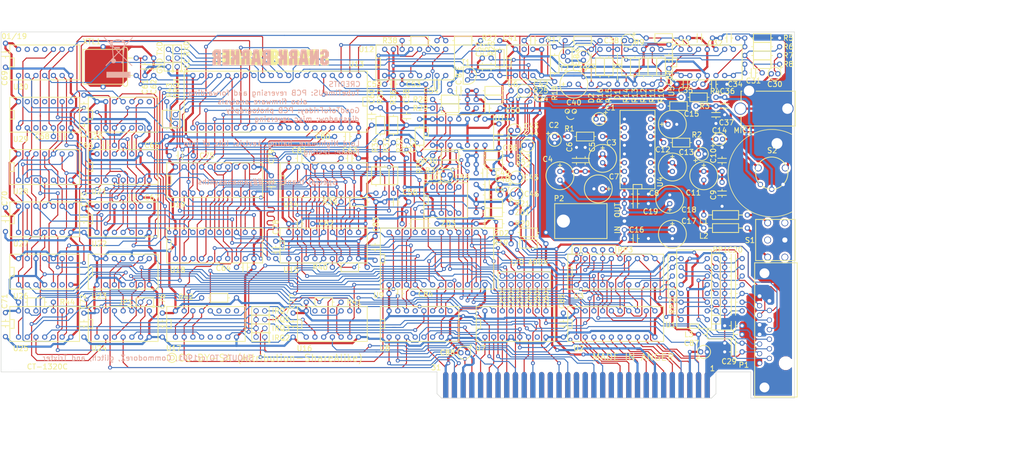
<source format=kicad_pcb>
(kicad_pcb (version 4) (host pcbnew 4.0.7)
  (title_block (title "Snark Barker SB 1.0 Clone") (comment 1 "Copyright (C) 2018 Eric Schlaepfer") (comment 2 "License. See https://creativecommons.org/licenses/by-sa/4.0/") (comment 3 "This work is licensed under a Creative Commons Attribution-ShareAlike 4.0 International"))
  (layers (0 F.Cu signal) (31 B.Cu signal) (34 B.Paste user) (35 F.Paste user) (36 B.SilkS user) (37 F.SilkS user) (38 B.Mask user) (39 F.Mask user) (44 Edge.Cuts user))
  (net 0 "")
  (net 1 "Net-(C1-Pad1)")
  (net 2 "Net-(C1-Pad2)")
  (net 3 "Net-(C2-Pad1)")
  (net 4 GND)
  (net 5 "Net-(C3-Pad1)")
  (net 6 "Net-(C3-Pad2)")
  (net 7 "Net-(C4-Pad2)")
  (net 8 +9VA)
  (net 9 "Net-(C10-Pad1)")
  (net 10 "Net-(C11-Pad2)")
  (net 11 "Net-(C12-Pad2)")
  (net 12 "Net-(C13-Pad1)")
  (net 13 "Net-(C14-Pad1)")
  (net 14 "Net-(C14-Pad2)")
  (net 15 "Net-(C15-Pad1)")
  (net 16 "Net-(C20-Pad1)")
  (net 17 "Net-(C21-Pad1)")
  (net 18 "Net-(C22-Pad1)")
  (net 19 "Net-(C23-Pad1)")
  (net 20 /BUTTON1)
  (net 21 /BUTTON4)
  (net 22 "Net-(C26-Pad1)")
  (net 23 "Net-(C27-Pad1)")
  (net 24 /BUTTON3)
  (net 25 /BUTTON2)
  (net 26 "Net-(C30-Pad1)")
  (net 27 "Net-(C30-Pad2)")
  (net 28 "Net-(C31-Pad1)")
  (net 29 "Net-(C31-Pad2)")
  (net 30 "Net-(C32-Pad2)")
  (net 31 "Net-(C35-Pad1)")
  (net 32 "Net-(C36-Pad1)")
  (net 33 "Net-(C37-Pad2)")
  (net 34 "Net-(C38-Pad1)")
  (net 35 "Net-(C38-Pad2)")
  (net 36 "Net-(C39-Pad1)")
  (net 37 "Net-(C40-Pad1)")
  (net 38 "Net-(C40-Pad2)")
  (net 39 "Net-(C42-Pad1)")
  (net 40 "Net-(C42-Pad2)")
  (net 41 "Net-(C43-Pad1)")
  (net 42 "Net-(C43-Pad2)")
  (net 43 +5VA)
  (net 44 "Net-(C49-Pad2)")
  (net 45 /DIGITAL_OUT)
  (net 46 "Net-(C51-Pad2)")
  (net 47 "Net-(C52-Pad2)")
  (net 48 "Net-(C54-Pad1)")
  (net 49 "Net-(C55-Pad1)")
  (net 50 /OPL2)
  (net 51 /SAA_R)
  (net 52 "Net-(C59-Pad1)")
  (net 53 /SAA_L)
  (net 54 "Net-(C61-Pad1)")
  (net 55 "Net-(C62-Pad1)")
  (net 56 "Net-(C63-Pad1)")
  (net 57 /~ISA_WR)
  (net 58 "Net-(C65-Pad1)")
  (net 59 /DREQUEST)
  (net 60 /~RESET)
  (net 61 /RESET)
  (net 62 VCC)
  (net 63 "Net-(C78-Pad1)")
  (net 64 /~DSP_WRITE)
  (net 65 "Net-(C89-Pad1)")
  (net 66 "Net-(D1-Pad1)")
  (net 67 "Net-(D2-Pad2)")
  (net 68 /DRQ1)
  (net 69 "Net-(IO1-Pad1)")
  (net 70 "Net-(IO1-Pad10)")
  (net 71 "Net-(IO1-Pad3)")
  (net 72 "Net-(IO1-Pad5)")
  (net 73 "Net-(IO1-Pad7)")
  (net 74 "Net-(IO1-Pad11)")
  (net 75 "Net-(IO1-Pad9)")
  (net 76 /IRQ2)
  (net 77 /IRQ3)
  (net 78 /IRQ5)
  (net 79 /IRQ7)
  (net 80 /BUSRESET)
  (net 81 /~IOW)
  (net 82 /~IOR)
  (net 83 /~DACK1)
  (net 84 /CLK_14M318)
  (net 85 /DB7)
  (net 86 /DB6)
  (net 87 /DB5)
  (net 88 /DB4)
  (net 89 /DB3)
  (net 90 /DB2)
  (net 91 /DB1)
  (net 92 /DB0)
  (net 93 /IO_READY)
  (net 94 /AEN)
  (net 95 /A9)
  (net 96 /A8)
  (net 97 /A7)
  (net 98 /A6)
  (net 99 /A5)
  (net 100 /A4)
  (net 101 /A3)
  (net 102 /A2)
  (net 103 /A1)
  (net 104 /A0)
  (net 105 /JOYSTICK_~CS)
  (net 106 /X1)
  (net 107 /Y1)
  (net 108 /X2)
  (net 109 /MIDI_OUT)
  (net 110 /Y2)
  (net 111 /MIDI_IN)
  (net 112 "Net-(R1-Pad1)")
  (net 113 "Net-(R2-Pad1)")
  (net 114 "Net-(R10-Pad2)")
  (net 115 "Net-(R17-Pad1)")
  (net 116 "Net-(R18-Pad1)")
  (net 117 /MIC_COMP)
  (net 118 /MUTE_EN)
  (net 119 "Net-(R34-Pad2)")
  (net 120 "Net-(R35-Pad2)")
  (net 121 "Net-(R38-Pad1)")
  (net 122 "Net-(R39-Pad2)")
  (net 123 "Net-(R40-Pad2)")
  (net 124 "Net-(R41-Pad2)")
  (net 125 "Net-(R44-Pad2)")
  (net 126 "Net-(RP2-Pad2)")
  (net 127 "Net-(RP2-Pad3)")
  (net 128 "Net-(RP2-Pad4)")
  (net 129 "Net-(RP2-Pad5)")
  (net 130 "Net-(RXD1-Pad3)")
  (net 131 "Net-(TXD1-Pad3)")
  (net 132 "Net-(U1-Pad11)")
  (net 133 /~IC)
  (net 134 /~RD)
  (net 135 /D0)
  (net 136 /D7)
  (net 137 /D6)
  (net 138 /D5)
  (net 139 /D4)
  (net 140 /D3)
  (net 141 /D2)
  (net 142 /D1)
  (net 143 /~DB_EN)
  (net 144 "Net-(U24-Pad3)")
  (net 145 /1xx000xxxx)
  (net 146 /~CARD_SELECTED)
  (net 147 /DAV_~CS)
  (net 148 /DSPRD_~CS)
  (net 149 /FM_~CS)
  (net 150 /DSPRST_~CS)
  (net 151 /CMS7-12_~CS)
  (net 152 /CMS1-6_~CS)
  (net 153 /DSPWR_~CS)
  (net 154 /~WR)
  (net 155 "Net-(U10-Pad3)")
  (net 156 "Net-(U10-Pad2)")
  (net 157 "Net-(U10-Pad4)")
  (net 158 "Net-(U10-Pad5)")
  (net 159 "Net-(U10-Pad8)")
  (net 160 /DAC7)
  (net 161 /DAC6)
  (net 162 /DAC5)
  (net 163 /DAC2)
  (net 164 /DAC1)
  (net 165 /DAC0)
  (net 166 /DAC4)
  (net 167 /DAC3)
  (net 168 /IREQUEST)
  (net 169 /DSP_BUSY)
  (net 170 /~DMA_EN)
  (net 171 /~DSP_READ)
  (net 172 /DAV_PC)
  (net 173 /DAV_DSP)
  (net 174 /DD7)
  (net 175 /DD6)
  (net 176 /DD5)
  (net 177 /DD4)
  (net 178 /DD3)
  (net 179 /DD2)
  (net 180 /DD1)
  (net 181 /DD0)
  (net 182 /CLK_7M159)
  (net 183 /~111000xxxx)
  (net 184 /~100jjjxxxx)
  (net 185 "Net-(U16-Pad10)")
  (net 186 /~100000xxxx)
  (net 187 /~ISA_RD)
  (net 188 "Net-(U20-Pad1)")
  (net 189 "Net-(U20-Pad5)")
  (net 190 "Net-(U20-Pad9)")
  (net 191 "Net-(U20-Pad10)")
  (net 192 "Net-(U20-Pad11)")
  (net 193 "Net-(U20-Pad12)")
  (net 194 /~RD_DAV)
  (net 195 "Net-(U21-Pad4)")
  (net 196 "Net-(U21-Pad5)")
  (net 197 "Net-(U23-Pad2)")
  (net 198 /CLK_3M579)
  (net 199 "Net-(U23-Pad12)")
  (net 200 "Net-(U24-Pad11)")
  (net 201 /~DMAOUT)
  (net 202 "Net-(U26-Pad5)")
  (net 203 "Net-(U26-Pad13)")
  (net 204 "Net-(U27-Pad1)")
  (net 205 "Net-(U27-Pad10)")
  (net 206 "Net-(L1-Pad2)")
  (net 207 "Net-(L2-Pad2)")
  (net 208 "Net-(IRQ2-Pad2)")
  (net 209 "Net-(JP1-Pad1)")
  (net 210 VDDA)
  (net 211 GNDA)
  (net 212 +12V)
  (net 213 +5VD)
  (net 214 -12V)
  (net 215 -5VA)
  (module SoundBlaster:Snark_Barker (layer B.Cu) (at 106.5022 30.2768 180)
    (fp_text reference G*** hide)
    (fp_text value LOGO hide)
  )
  (module SoundBlaster:SB_C_RADIAL_75_150 (layer F.Cu) (at 177.165 70.104)
    (fp_text reference C46 (at 5.334 0) (layer F.SilkS) (effects (font (thickness 0.254))))
    (fp_text value "10uF 16V")
    (pad 1 thru_hole circle (at 0 0 270) (size 1.524 1.524) (drill 0.889) (layers *.Cu *.Mask) (net 213 +5VD))
    (pad 2 thru_hole circle (at 1.905 0 270) (size 1.524 1.524) (drill 0.889) (layers *.Cu *.Mask) (net 211 GNDA))
  )
  (module SoundBlaster:SB_C_RADIAL_75_150 (layer F.Cu) (at 203.2 48.26 180)
    (fp_text reference C1 (at -2.286 3.302 180) (layer F.SilkS) (effects (font (thickness 0.254))))
    (fp_text value "10uF 16V")
    (pad 1 thru_hole circle (at 0 0 90) (size 1.524 1.524) (drill 0.889) (layers *.Cu *.Mask) (net 1 "Net-(C1-Pad1)"))
    (pad 2 thru_hole circle (at 1.905 0 90) (size 1.524 1.524) (drill 0.889) (layers *.Cu *.Mask) (net 2 "Net-(C1-Pad2)"))
  )
  (module SoundBlaster:SB_C_RADIAL_75_150 (layer F.Cu) (at 189.23 53.34 270)
    (fp_text reference C2 (at -3.302 0.254 360) (layer F.SilkS) (effects (font (thickness 0.254))))
    (fp_text value "47uF 16V")
    (pad 1 thru_hole circle (at 0 0 180) (size 1.524 1.524) (drill 0.889) (layers *.Cu *.Mask) (net 3 "Net-(C2-Pad1)"))
    (pad 2 thru_hole circle (at 1.905 0 180) (size 1.524 1.524) (drill 0.889) (layers *.Cu *.Mask) (net 211 GNDA))
  )
  (module SoundBlaster:SB_C_RADIAL_100_320 (layer F.Cu) (at 203.2 58.42 270)
    (fp_text reference C3 (at -3.302 -2.54 360) (layer F.SilkS) (effects (font (thickness 0.254))))
    (fp_text value "100uF 16V")
    (pad 1 thru_hole circle (at 0 0 180) (size 1.524 1.524) (drill 0.889) (layers *.Cu *.Mask) (net 5 "Net-(C3-Pad1)"))
    (pad 2 thru_hole circle (at 2.54 0 180) (size 1.524 1.524) (drill 0.889) (layers *.Cu *.Mask) (net 6 "Net-(C3-Pad2)"))
  )
  (module SoundBlaster:SB_C_RADIAL_100_320 (layer F.Cu) (at 190.754 63.5 270)
    (fp_text reference C4 (at -3.556 3.556 360) (layer F.SilkS) (effects (font (thickness 0.254))))
    (fp_text value "470uF 16V")
    (pad 1 thru_hole circle (at 0 0 180) (size 1.524 1.524) (drill 0.889) (layers *.Cu *.Mask) (net 5 "Net-(C3-Pad1)"))
    (pad 2 thru_hole circle (at 2.54 0 180) (size 1.524 1.524) (drill 0.889) (layers *.Cu *.Mask) (net 7 "Net-(C4-Pad2)"))
  )
  (module SoundBlaster:SB_C_AXIAL_275 (layer F.Cu) (at 198.12 63.5 90)
    (fp_text reference C5 (at 7.112 2.032 90) (layer F.SilkS) (effects (font (thickness 0.254))))
    (fp_text value 0.1u)
    (pad 1 thru_hole circle (at 0 0) (size 1.524 1.524) (drill 0.889) (layers *.Cu *.Mask) (net 5 "Net-(C3-Pad1)"))
    (pad 2 thru_hole circle (at 6.985 0) (size 1.524 1.524) (drill 0.889) (layers *.Cu *.Mask) (net 211 GNDA))
  )
  (module SoundBlaster:SB_C_AXIAL_275 (layer F.Cu) (at 195.58 63.5 90)
    (fp_text reference C6 (at 7.112 -2.032 90) (layer F.SilkS) (effects (font (thickness 0.254))))
    (fp_text value 0.1u)
    (pad 1 thru_hole circle (at 0 0) (size 1.524 1.524) (drill 0.889) (layers *.Cu *.Mask) (net 5 "Net-(C3-Pad1)"))
    (pad 2 thru_hole circle (at 6.985 0) (size 1.524 1.524) (drill 0.889) (layers *.Cu *.Mask) (net 211 GNDA))
  )
  (module SoundBlaster:SB_C_RADIAL_100_320 (layer F.Cu) (at 203.2 68.58 180)
    (fp_text reference C7 (at -3.302 3.556 180) (layer F.SilkS) (effects (font (thickness 0.254))))
    (fp_text value "100uF 16V")
    (pad 1 thru_hole circle (at 0 0 90) (size 1.524 1.524) (drill 0.889) (layers *.Cu *.Mask) (net 8 +9VA))
    (pad 2 thru_hole circle (at 2.54 0 90) (size 1.524 1.524) (drill 0.889) (layers *.Cu *.Mask) (net 211 GNDA))
  )
  (module SoundBlaster:SB_C_AXIAL_275 (layer F.Cu) (at 209.55 70.104)
    (fp_text reference C8 (at 8.636 -0.254) (layer F.SilkS) (effects (font (thickness 0.254))))
    (fp_text value 0.1u)
    (pad 1 thru_hole circle (at 0 0 270) (size 1.524 1.524) (drill 0.889) (layers *.Cu *.Mask) (net 8 +9VA))
    (pad 2 thru_hole circle (at 6.985 0 270) (size 1.524 1.524) (drill 0.889) (layers *.Cu *.Mask) (net 211 GNDA))
  )
  (module SoundBlaster:SB_C_AXIAL_275 (layer F.Cu) (at 237.998 66.675 270)
    (fp_text reference C9 (at 3.683 2.54 270) (layer F.SilkS) (effects (font (thickness 0.254))))
    (fp_text value 0.1u)
    (pad 1 thru_hole circle (at 0 0 180) (size 1.524 1.524) (drill 0.889) (layers *.Cu *.Mask) (net 9 "Net-(C10-Pad1)"))
    (pad 2 thru_hole circle (at 6.985 0 180) (size 1.524 1.524) (drill 0.889) (layers *.Cu *.Mask) (net 211 GNDA))
  )
  (module SoundBlaster:SB_C_AXIAL_275 (layer F.Cu) (at 237.998 63.5 90)
    (fp_text reference C10 (at 4.572 -2.54 90) (layer F.SilkS) (effects (font (thickness 0.254))))
    (fp_text value 0.1u)
    (pad 1 thru_hole circle (at 0 0) (size 1.524 1.524) (drill 0.889) (layers *.Cu *.Mask) (net 9 "Net-(C10-Pad1)"))
    (pad 2 thru_hole circle (at 6.985 0) (size 1.524 1.524) (drill 0.889) (layers *.Cu *.Mask) (net 211 GNDA))
  )
  (module SoundBlaster:SB_C_RADIAL_100_320 (layer F.Cu) (at 232.664 63.5 270)
    (fp_text reference C11 (at 6.223 3.048 360) (layer F.SilkS) (effects (font (thickness 0.254))))
    (fp_text value "470uF 16V")
    (pad 1 thru_hole circle (at 0 0 180) (size 1.524 1.524) (drill 0.889) (layers *.Cu *.Mask) (net 9 "Net-(C10-Pad1)"))
    (pad 2 thru_hole circle (at 2.54 0 180) (size 1.524 1.524) (drill 0.889) (layers *.Cu *.Mask) (net 10 "Net-(C11-Pad2)"))
  )
  (module SoundBlaster:SB_C_RADIAL_100_320 (layer F.Cu) (at 223.52 60.96 270)
    (fp_text reference C12 (at -3.81 2.794 360) (layer F.SilkS) (effects (font (thickness 0.254))))
    (fp_text value "100uF 16V")
    (pad 1 thru_hole circle (at 0 0 180) (size 1.524 1.524) (drill 0.889) (layers *.Cu *.Mask) (net 9 "Net-(C10-Pad1)"))
    (pad 2 thru_hole circle (at 2.54 0 180) (size 1.524 1.524) (drill 0.889) (layers *.Cu *.Mask) (net 11 "Net-(C12-Pad2)"))
  )
  (module SoundBlaster:SB_C_RADIAL_75_150 (layer F.Cu) (at 231.14 58.42)
    (fp_text reference C13 (at -3.556 -0.508) (layer F.SilkS) (effects (font (thickness 0.254))))
    (fp_text value "47uF 16V")
    (pad 1 thru_hole circle (at 0 0 270) (size 1.524 1.524) (drill 0.889) (layers *.Cu *.Mask) (net 12 "Net-(C13-Pad1)"))
    (pad 2 thru_hole circle (at 1.905 0 270) (size 1.524 1.524) (drill 0.889) (layers *.Cu *.Mask) (net 211 GNDA))
  )
  (module SoundBlaster:SB_C_RADIAL_75_150 (layer F.Cu) (at 236.22 54.102)
    (fp_text reference C14 (at 1.016 -2.54) (layer F.SilkS) (effects (font (thickness 0.254))))
    (fp_text value "10uF 16V")
    (pad 1 thru_hole circle (at 0 0 270) (size 1.524 1.524) (drill 0.889) (layers *.Cu *.Mask) (net 13 "Net-(C14-Pad1)"))
    (pad 2 thru_hole circle (at 1.905 0 270) (size 1.524 1.524) (drill 0.889) (layers *.Cu *.Mask) (net 14 "Net-(C14-Pad2)"))
  )
  (module SoundBlaster:SB_C_RADIAL_100_320 (layer F.Cu) (at 222.25 49.784)
    (fp_text reference C15 (at 6.858 -3.048) (layer F.SilkS) (effects (font (thickness 0.254))))
    (fp_text value "100uF 16V")
    (pad 1 thru_hole circle (at 0 0 270) (size 1.524 1.524) (drill 0.889) (layers *.Cu *.Mask) (net 15 "Net-(C15-Pad1)"))
    (pad 2 thru_hole circle (at 2.54 0 270) (size 1.524 1.524) (drill 0.889) (layers *.Cu *.Mask) (net 211 GNDA))
  )
  (module SoundBlaster:SB_C_AXIAL_275 (layer F.Cu) (at 209.55 83.058)
    (fp_text reference C16 (at 3.556 -2.54) (layer F.SilkS) (effects (font (thickness 0.254))))
    (fp_text value 0.1u)
    (pad 1 thru_hole circle (at 0 0 270) (size 1.524 1.524) (drill 0.889) (layers *.Cu *.Mask) (net 212 +12V))
    (pad 2 thru_hole circle (at 6.985 0 270) (size 1.524 1.524) (drill 0.889) (layers *.Cu *.Mask) (net 211 GNDA))
  )
  (module SoundBlaster:SB_C_RADIAL_100_320 (layer F.Cu) (at 223.52 80.518 270)
    (fp_text reference C17 (at -2.54 -4.826 360) (layer F.SilkS) (effects (font (thickness 0.254))))
    (fp_text value "100uF 16V")
    (pad 1 thru_hole circle (at 0 0 180) (size 1.524 1.524) (drill 0.889) (layers *.Cu *.Mask) (net 212 +12V))
    (pad 2 thru_hole circle (at 2.54 0 180) (size 1.524 1.524) (drill 0.889) (layers *.Cu *.Mask) (net 211 GNDA))
  )
  (module SoundBlaster:SB_C_RADIAL_100_320 (layer F.Cu) (at 222.758 72.898 90)
    (fp_text reference C18 (at -1.778 5.588 180) (layer F.SilkS) (effects (font (thickness 0.254))))
    (fp_text value "100uF 16V")
    (pad 1 thru_hole circle (at 0 0) (size 1.524 1.524) (drill 0.889) (layers *.Cu *.Mask) (net 8 +9VA))
    (pad 2 thru_hole circle (at 2.54 0) (size 1.524 1.524) (drill 0.889) (layers *.Cu *.Mask) (net 211 GNDA))
  )
  (module SoundBlaster:SB_C_AXIAL_275 (layer F.Cu) (at 209.55 72.898)
    (fp_text reference C19 (at 7.62 2.286) (layer F.SilkS) (effects (font (thickness 0.254))))
    (fp_text value 0.1u)
    (pad 1 thru_hole circle (at 0 0 270) (size 1.524 1.524) (drill 0.889) (layers *.Cu *.Mask) (net 8 +9VA))
    (pad 2 thru_hole circle (at 6.985 0 270) (size 1.524 1.524) (drill 0.889) (layers *.Cu *.Mask) (net 211 GNDA))
  )
  (module SoundBlaster:SB_C_DISC_200 (layer F.Cu) (at 243.84 88.9 180)
    (fp_text reference C20 (at 2.032 2.54 180) (layer F.SilkS) (effects (font (thickness 0.254))))
    (fp_text value 0.01u)
    (pad 1 thru_hole circle (at 0 0 90) (size 1.524 1.524) (drill 0.889) (layers *.Cu *.Mask) (net 16 "Net-(C20-Pad1)"))
    (pad 2 thru_hole circle (at 5.08 0 90) (size 1.524 1.524) (drill 0.889) (layers *.Cu *.Mask) (net 211 GNDA))
  )
  (module SoundBlaster:SB_C_DISC_200 (layer F.Cu) (at 243.84 91.44 180)
    (fp_text reference C21 hide)
    (fp_text value 0.01u)
    (pad 1 thru_hole circle (at 0 0 90) (size 1.524 1.524) (drill 0.889) (layers *.Cu *.Mask) (net 17 "Net-(C21-Pad1)"))
    (pad 2 thru_hole circle (at 5.08 0 90) (size 1.524 1.524) (drill 0.889) (layers *.Cu *.Mask) (net 211 GNDA))
  )
  (module SoundBlaster:SB_C_DISC_200 (layer F.Cu) (at 243.84 93.98 180)
    (fp_text reference C22 hide)
    (fp_text value 0.01u)
    (pad 1 thru_hole circle (at 0 0 90) (size 1.524 1.524) (drill 0.889) (layers *.Cu *.Mask) (net 18 "Net-(C22-Pad1)"))
    (pad 2 thru_hole circle (at 5.08 0 90) (size 1.524 1.524) (drill 0.889) (layers *.Cu *.Mask) (net 211 GNDA))
  )
  (module SoundBlaster:SB_C_DISC_200 (layer F.Cu) (at 243.84 96.52 180)
    (fp_text reference C23 hide)
    (fp_text value 0.01u)
    (pad 1 thru_hole circle (at 0 0 90) (size 1.524 1.524) (drill 0.889) (layers *.Cu *.Mask) (net 19 "Net-(C23-Pad1)"))
    (pad 2 thru_hole circle (at 5.08 0 90) (size 1.524 1.524) (drill 0.889) (layers *.Cu *.Mask) (net 211 GNDA))
  )
  (module SoundBlaster:SB_C_DISC_200 (layer F.Cu) (at 243.84 99.06 180)
    (fp_text reference C24 hide)
    (fp_text value 0.01u)
    (pad 1 thru_hole circle (at 0 0 90) (size 1.524 1.524) (drill 0.889) (layers *.Cu *.Mask) (net 20 /BUTTON1))
    (pad 2 thru_hole circle (at 5.08 0 90) (size 1.524 1.524) (drill 0.889) (layers *.Cu *.Mask) (net 211 GNDA))
  )
  (module SoundBlaster:SB_C_DISC_200 (layer F.Cu) (at 243.84 101.6 180)
    (fp_text reference C25 hide)
    (fp_text value 0.01u)
    (pad 1 thru_hole circle (at 0 0 90) (size 1.524 1.524) (drill 0.889) (layers *.Cu *.Mask) (net 21 /BUTTON4))
    (pad 2 thru_hole circle (at 5.08 0 90) (size 1.524 1.524) (drill 0.889) (layers *.Cu *.Mask) (net 211 GNDA))
  )
  (module SoundBlaster:SB_C_DISC_200 (layer F.Cu) (at 243.84 104.14 180)
    (fp_text reference C26 hide)
    (fp_text value 0.01u)
    (pad 1 thru_hole circle (at 0 0 90) (size 1.524 1.524) (drill 0.889) (layers *.Cu *.Mask) (net 22 "Net-(C26-Pad1)"))
    (pad 2 thru_hole circle (at 5.08 0 90) (size 1.524 1.524) (drill 0.889) (layers *.Cu *.Mask) (net 211 GNDA))
  )
  (module SoundBlaster:SB_C_DISC_200 (layer F.Cu) (at 243.84 108.458 180)
    (fp_text reference C27 hide)
    (fp_text value 0.01u)
    (pad 1 thru_hole circle (at 0 0 90) (size 1.524 1.524) (drill 0.889) (layers *.Cu *.Mask) (net 23 "Net-(C27-Pad1)"))
    (pad 2 thru_hole circle (at 5.08 0 90) (size 1.524 1.524) (drill 0.889) (layers *.Cu *.Mask) (net 211 GNDA))
  )
  (module SoundBlaster:SB_C_DISC_200 (layer F.Cu) (at 243.84 113.538 180)
    (fp_text reference C28 hide)
    (fp_text value 0.01u)
    (pad 1 thru_hole circle (at 0 0 90) (size 1.524 1.524) (drill 0.889) (layers *.Cu *.Mask) (net 24 /BUTTON3))
    (pad 2 thru_hole circle (at 5.08 0 90) (size 1.524 1.524) (drill 0.889) (layers *.Cu *.Mask) (net 211 GNDA))
  )
  (module SoundBlaster:SB_C_DISC_200 (layer F.Cu) (at 243.84 116.078 180)
    (fp_text reference C29 (at 3.81 -2.794 180) (layer F.SilkS) (effects (font (thickness 0.254))))
    (fp_text value 0.01u)
    (pad 1 thru_hole circle (at 0 0 90) (size 1.524 1.524) (drill 0.889) (layers *.Cu *.Mask) (net 25 /BUTTON2))
    (pad 2 thru_hole circle (at 5.08 0 90) (size 1.524 1.524) (drill 0.889) (layers *.Cu *.Mask) (net 211 GNDA))
  )
  (module SoundBlaster:SB_C_RADIAL_75_150 (layer F.Cu) (at 254.254 35.052 180)
    (fp_text reference C30 (at 0.889 -3.048 180) (layer F.SilkS) (effects (font (thickness 0.254))))
    (fp_text value "10uF 16V")
    (pad 1 thru_hole circle (at 0 0 90) (size 1.524 1.524) (drill 0.889) (layers *.Cu *.Mask) (net 26 "Net-(C30-Pad1)"))
    (pad 2 thru_hole circle (at 1.905 0 90) (size 1.524 1.524) (drill 0.889) (layers *.Cu *.Mask) (net 27 "Net-(C30-Pad2)"))
  )
  (module SoundBlaster:SB_C_DISC_200 (layer F.Cu) (at 244.602 34.798)
    (fp_text reference C31 (at 2.54 2.286) (layer F.SilkS) (effects (font (thickness 0.254))))
    (fp_text value 1000p)
    (pad 1 thru_hole circle (at 0 0 270) (size 1.524 1.524) (drill 0.889) (layers *.Cu *.Mask) (net 28 "Net-(C31-Pad1)"))
    (pad 2 thru_hole circle (at 5.08 0 270) (size 1.524 1.524) (drill 0.889) (layers *.Cu *.Mask) (net 29 "Net-(C31-Pad2)"))
  )
  (module SoundBlaster:SB_C_DISC_200 (layer F.Cu) (at 237.49 24.638)
    (fp_text reference C32 (at -1.524 1.524) (layer F.SilkS) (effects (font (thickness 0.254))))
    (fp_text value 330p)
    (pad 1 thru_hole circle (at 0 0 270) (size 1.524 1.524) (drill 0.889) (layers *.Cu *.Mask) (net 211 GNDA))
    (pad 2 thru_hole circle (at 5.08 0 270) (size 1.524 1.524) (drill 0.889) (layers *.Cu *.Mask) (net 30 "Net-(C32-Pad2)"))
  )
  (module SoundBlaster:SB_C_AXIAL_275 (layer F.Cu) (at 228.219 24.638)
    (fp_text reference C33 (at -1.905 1.27) (layer F.SilkS) (effects (font (thickness 0.254))))
    (fp_text value 0.1u)
    (pad 1 thru_hole circle (at 0 0 270) (size 1.524 1.524) (drill 0.889) (layers *.Cu *.Mask) (net 215 -5VA))
    (pad 2 thru_hole circle (at 6.985 0 270) (size 1.524 1.524) (drill 0.889) (layers *.Cu *.Mask) (net 211 GNDA))
  )
  (module SoundBlaster:SB_C_AXIAL_275 (layer F.Cu) (at 232.41 38.1)
    (fp_text reference C34 (at 9.398 0) (layer F.SilkS) (effects (font (thickness 0.254))))
    (fp_text value 0.1u)
    (pad 1 thru_hole circle (at 0 0 270) (size 1.524 1.524) (drill 0.889) (layers *.Cu *.Mask) (net 43 +5VA))
    (pad 2 thru_hole circle (at 6.985 0 270) (size 1.524 1.524) (drill 0.889) (layers *.Cu *.Mask) (net 211 GNDA))
  )
  (module SoundBlaster:SB_C_DISC_200 (layer F.Cu) (at 229.87 38.1 180)
    (fp_text reference C35 (at 2.54 -1.778 180) (layer F.SilkS) (effects (font (thickness 0.254))))
    (fp_text value 330p)
    (pad 1 thru_hole circle (at 0 0 90) (size 1.524 1.524) (drill 0.889) (layers *.Cu *.Mask) (net 31 "Net-(C35-Pad1)"))
    (pad 2 thru_hole circle (at 5.08 0 90) (size 1.524 1.524) (drill 0.889) (layers *.Cu *.Mask) (net 211 GNDA))
  )
  (module SoundBlaster:SB_C_DISC_200 (layer F.Cu) (at 238.76 41.91 270)
    (fp_text reference C36 (at -1.778 -0.762 360) (layer F.SilkS) (effects (font (thickness 0.254))))
    (fp_text value 1000p)
    (pad 1 thru_hole circle (at 0 0 180) (size 1.524 1.524) (drill 0.889) (layers *.Cu *.Mask) (net 32 "Net-(C36-Pad1)"))
    (pad 2 thru_hole circle (at 5.08 0 180) (size 1.524 1.524) (drill 0.889) (layers *.Cu *.Mask) (net 211 GNDA))
  )
  (module SoundBlaster:SB_C_DISC_200 (layer F.Cu) (at 236.22 49.53 90)
    (fp_text reference C37 (at 0.254 3.048 180) (layer F.SilkS) (effects (font (thickness 0.254))))
    (fp_text value 1000p)
    (pad 1 thru_hole circle (at 0 0) (size 1.524 1.524) (drill 0.889) (layers *.Cu *.Mask) (net 211 GNDA))
    (pad 2 thru_hole circle (at 5.08 0) (size 1.524 1.524) (drill 0.889) (layers *.Cu *.Mask) (net 33 "Net-(C37-Pad2)"))
  )
  (module SoundBlaster:SB_C_RADIAL_75_150 (layer F.Cu) (at 211.455 25.4 180)
    (fp_text reference C38 (at 5.715 0 180) (layer F.SilkS) (effects (font (thickness 0.254))))
    (fp_text value "10uF 16V")
    (pad 1 thru_hole circle (at 0 0 90) (size 1.524 1.524) (drill 0.889) (layers *.Cu *.Mask) (net 34 "Net-(C38-Pad1)"))
    (pad 2 thru_hole circle (at 1.905 0 90) (size 1.524 1.524) (drill 0.889) (layers *.Cu *.Mask) (net 35 "Net-(C38-Pad2)"))
  )
  (module SoundBlaster:SB_C_RADIAL_75_150 (layer F.Cu) (at 197.612 29.21 270)
    (fp_text reference C39 (at 4.318 1.016 360) (layer F.SilkS) (effects (font (thickness 0.254))))
    (fp_text value "10uF 16V")
    (pad 1 thru_hole circle (at 0 0 180) (size 1.524 1.524) (drill 0.889) (layers *.Cu *.Mask) (net 36 "Net-(C39-Pad1)"))
    (pad 2 thru_hole circle (at 1.905 0 180) (size 1.524 1.524) (drill 0.889) (layers *.Cu *.Mask) (net 211 GNDA))
  )
  (module SoundBlaster:SB_C_RADIAL_100_320 (layer F.Cu) (at 193.548 38.1)
    (fp_text reference C40 (at 1.27 5.334) (layer F.SilkS) (effects (font (thickness 0.254))))
    (fp_text value "100uF 16V")
    (pad 1 thru_hole circle (at 0 0 270) (size 1.524 1.524) (drill 0.889) (layers *.Cu *.Mask) (net 37 "Net-(C40-Pad1)"))
    (pad 2 thru_hole circle (at 2.54 0 270) (size 1.524 1.524) (drill 0.889) (layers *.Cu *.Mask) (net 38 "Net-(C40-Pad2)"))
  )
  (module SoundBlaster:SB_C_DISC_200 (layer F.Cu) (at 180.34 25.4)
    (fp_text reference C41 (at -4.064 -0.762) (layer F.SilkS) (effects (font (thickness 0.254))))
    (fp_text value 47)
    (pad 1 thru_hole circle (at 0 0 270) (size 1.524 1.524) (drill 0.889) (layers *.Cu *.Mask) (net 37 "Net-(C40-Pad1)"))
    (pad 2 thru_hole circle (at 5.08 0 270) (size 1.524 1.524) (drill 0.889) (layers *.Cu *.Mask) (net 34 "Net-(C38-Pad1)"))
  )
  (module SoundBlaster:SB_C_RADIAL_75_150 (layer F.Cu) (at 179.324 40.005)
    (fp_text reference C42 (at 5.842 -1.905) (layer F.SilkS) (effects (font (thickness 0.254))))
    (fp_text value "10uF 16V")
    (pad 1 thru_hole circle (at 0 0 270) (size 1.524 1.524) (drill 0.889) (layers *.Cu *.Mask) (net 39 "Net-(C42-Pad1)"))
    (pad 2 thru_hole circle (at 1.905 0 270) (size 1.524 1.524) (drill 0.889) (layers *.Cu *.Mask) (net 40 "Net-(C42-Pad2)"))
  )
  (module SoundBlaster:SB_C_RADIAL_75_150 (layer F.Cu) (at 176.53 51.562)
    (fp_text reference C43 (at 5.842 -1.27) (layer F.SilkS) (effects (font (thickness 0.254))))
    (fp_text value "10uF 16V")
    (pad 1 thru_hole circle (at 0 0 270) (size 1.524 1.524) (drill 0.889) (layers *.Cu *.Mask) (net 41 "Net-(C43-Pad1)"))
    (pad 2 thru_hole circle (at 1.905 0 270) (size 1.524 1.524) (drill 0.889) (layers *.Cu *.Mask) (net 42 "Net-(C43-Pad2)"))
  )
  (module SoundBlaster:SB_C_RADIAL_75_150 (layer F.Cu) (at 180.34 55.88)
    (fp_text reference C44 (at 2.032 -3.556) (layer F.SilkS) (effects (font (thickness 0.254))))
    (fp_text value "10uF 16V")
    (pad 1 thru_hole circle (at 0 0 270) (size 1.524 1.524) (drill 0.889) (layers *.Cu *.Mask) (net 211 GNDA))
    (pad 2 thru_hole circle (at 1.905 0 270) (size 1.524 1.524) (drill 0.889) (layers *.Cu *.Mask) (net 215 -5VA))
  )
  (module SoundBlaster:SB_C_RADIAL_75_150 (layer F.Cu) (at 177.165 65.278)
    (fp_text reference C45 (at 5.207 0) (layer F.SilkS) (effects (font (thickness 0.254))))
    (fp_text value "10uF 16V")
    (pad 1 thru_hole circle (at 0 0 270) (size 1.524 1.524) (drill 0.889) (layers *.Cu *.Mask) (net 43 +5VA))
    (pad 2 thru_hole circle (at 1.905 0 270) (size 1.524 1.524) (drill 0.889) (layers *.Cu *.Mask) (net 211 GNDA))
  )
  (module SoundBlaster:SB_C_AXIAL_275 (layer F.Cu) (at 166.37 70.358)
    (fp_text reference C47 (at 7.62 -1.524) (layer F.SilkS) (effects (font (thickness 0.254))))
    (fp_text value 0.1u)
    (pad 1 thru_hole circle (at 0 0 270) (size 1.524 1.524) (drill 0.889) (layers *.Cu *.Mask) (net 213 +5VD))
    (pad 2 thru_hole circle (at 6.985 0 270) (size 1.524 1.524) (drill 0.889) (layers *.Cu *.Mask) (net 211 GNDA))
  )
  (module SoundBlaster:SB_C_AXIAL_275 (layer F.Cu) (at 166.37 67.31)
    (fp_text reference C48 (at 7.62 -1.524) (layer F.SilkS) (effects (font (thickness 0.254))))
    (fp_text value 0.1u)
    (pad 1 thru_hole circle (at 0 0 270) (size 1.524 1.524) (drill 0.889) (layers *.Cu *.Mask) (net 212 +12V))
    (pad 2 thru_hole circle (at 6.985 0 270) (size 1.524 1.524) (drill 0.889) (layers *.Cu *.Mask) (net 211 GNDA))
  )
  (module SoundBlaster:SB_C_DISC_200 (layer F.Cu) (at 171.45 64.008 180)
    (fp_text reference C49 (at -2.54 0 180) (layer F.SilkS) (effects (font (thickness 0.254))))
    (fp_text value 1000p)
    (pad 1 thru_hole circle (at 0 0 90) (size 1.524 1.524) (drill 0.889) (layers *.Cu *.Mask) (net 41 "Net-(C43-Pad1)"))
    (pad 2 thru_hole circle (at 5.08 0 90) (size 1.524 1.524) (drill 0.889) (layers *.Cu *.Mask) (net 44 "Net-(C49-Pad2)"))
  )
  (module SoundBlaster:SB_C_AXIAL_275 (layer F.Cu) (at 166.37 45.085)
    (fp_text reference C50 (at 10.668 0.635) (layer F.SilkS) (effects (font (thickness 0.254))))
    (fp_text value 0.1u)
    (pad 1 thru_hole circle (at 0 0 270) (size 1.524 1.524) (drill 0.889) (layers *.Cu *.Mask) (net 215 -5VA))
    (pad 2 thru_hole circle (at 6.985 0 270) (size 1.524 1.524) (drill 0.889) (layers *.Cu *.Mask) (net 211 GNDA))
  )
  (module SoundBlaster:SB_C_DISC_200 (layer F.Cu) (at 170.688 30.48 270)
    (fp_text reference C51 (at -2.54 1.524 270) (layer F.SilkS) (effects (font (thickness 0.254))))
    (fp_text value 2200p)
    (pad 1 thru_hole circle (at 0 0 180) (size 1.524 1.524) (drill 0.889) (layers *.Cu *.Mask) (net 45 /DIGITAL_OUT))
    (pad 2 thru_hole circle (at 5.08 0 180) (size 1.524 1.524) (drill 0.889) (layers *.Cu *.Mask) (net 46 "Net-(C51-Pad2)"))
  )
  (module SoundBlaster:SB_C_DISC_200 (layer F.Cu) (at 168.148 30.48 270)
    (fp_text reference C52 (at -2.54 1.016 270) (layer F.SilkS) (effects (font (thickness 0.254))))
    (fp_text value 330p)
    (pad 1 thru_hole circle (at 0 0 180) (size 1.524 1.524) (drill 0.889) (layers *.Cu *.Mask) (net 211 GNDA))
    (pad 2 thru_hole circle (at 5.08 0 180) (size 1.524 1.524) (drill 0.889) (layers *.Cu *.Mask) (net 47 "Net-(C52-Pad2)"))
  )
  (module SoundBlaster:SB_C_AXIAL_275 (layer F.Cu) (at 151.638 38.1)
    (fp_text reference C53 (at -3.556 0) (layer F.SilkS) (effects (font (thickness 0.254))))
    (fp_text value 0.1u)
    (pad 1 thru_hole circle (at 0 0 270) (size 1.524 1.524) (drill 0.889) (layers *.Cu *.Mask) (net 214 -12V))
    (pad 2 thru_hole circle (at 6.985 0 270) (size 1.524 1.524) (drill 0.889) (layers *.Cu *.Mask) (net 211 GNDA))
  )
  (module SoundBlaster:SB_C_DISC_200 (layer F.Cu) (at 163.83 40.005 180)
    (fp_text reference C54 (at 10.668 0 180) (layer F.SilkS) (effects (font (thickness 0.254))))
    (fp_text value 1000p)
    (pad 1 thru_hole circle (at 0 0 90) (size 1.524 1.524) (drill 0.889) (layers *.Cu *.Mask) (net 48 "Net-(C54-Pad1)"))
    (pad 2 thru_hole circle (at 5.08 0 90) (size 1.524 1.524) (drill 0.889) (layers *.Cu *.Mask) (net 39 "Net-(C42-Pad1)"))
  )
  (module SoundBlaster:SB_C_RADIAL_75_150 (layer F.Cu) (at 156.845 64.516)
    (fp_text reference C55 (at 5.461 0.762) (layer F.SilkS) (effects (font (thickness 0.254))))
    (fp_text value "10uF 16V")
    (pad 1 thru_hole circle (at 0 0 270) (size 1.524 1.524) (drill 0.889) (layers *.Cu *.Mask) (net 49 "Net-(C55-Pad1)"))
    (pad 2 thru_hole circle (at 1.905 0 270) (size 1.524 1.524) (drill 0.889) (layers *.Cu *.Mask) (net 211 GNDA))
  )
  (module SoundBlaster:SB_C_AXIAL_275 (layer F.Cu) (at 139.7 72.39)
    (fp_text reference C56 (at 7.366 -2.794) (layer F.SilkS) (effects (font (thickness 0.254))))
    (fp_text value 0.1u)
    (pad 1 thru_hole circle (at 0 0 270) (size 1.524 1.524) (drill 0.889) (layers *.Cu *.Mask) (net 213 +5VD))
    (pad 2 thru_hole circle (at 6.985 0 270) (size 1.524 1.524) (drill 0.889) (layers *.Cu *.Mask) (net 211 GNDA))
  )
  (module SoundBlaster:SB_C_DISC_200 (layer F.Cu) (at 146.05 54.61 270)
    (fp_text reference C57 (at 1.27 -2.032 270) (layer F.SilkS) (effects (font (thickness 0.254))))
    (fp_text value 4700p)
    (pad 1 thru_hole circle (at 0 0 180) (size 1.524 1.524) (drill 0.889) (layers *.Cu *.Mask) (net 50 /OPL2))
    (pad 2 thru_hole circle (at 5.08 0 180) (size 1.524 1.524) (drill 0.889) (layers *.Cu *.Mask) (net 211 GNDA))
  )
  (module SoundBlaster:SB_C_DISC_200 (layer F.Cu) (at 146.05 44.958 270)
    (fp_text reference C58 (at -3.302 0 270) (layer F.SilkS) (effects (font (thickness 0.254))))
    (fp_text value 2200p)
    (pad 1 thru_hole circle (at 0 0 180) (size 1.524 1.524) (drill 0.889) (layers *.Cu *.Mask) (net 51 /SAA_R))
    (pad 2 thru_hole circle (at 5.08 0 180) (size 1.524 1.524) (drill 0.889) (layers *.Cu *.Mask) (net 211 GNDA))
  )
  (module SoundBlaster:SB_C_DISC_200 (layer F.Cu) (at 139.7 38.1)
    (fp_text reference C59 (at -3.048 0) (layer F.SilkS) (effects (font (thickness 0.254))))
    (fp_text value 47p)
    (pad 1 thru_hole circle (at 0 0 270) (size 1.524 1.524) (drill 0.889) (layers *.Cu *.Mask) (net 52 "Net-(C59-Pad1)"))
    (pad 2 thru_hole circle (at 5.08 0 270) (size 1.524 1.524) (drill 0.889) (layers *.Cu *.Mask) (net 214 -12V))
  )
  (module SoundBlaster:SB_C_DISC_200 (layer F.Cu) (at 135.89 44.958 270)
    (fp_text reference C60 (at -3.302 0 270) (layer F.SilkS) (effects (font (thickness 0.254))))
    (fp_text value 2200p)
    (pad 1 thru_hole circle (at 0 0 180) (size 1.524 1.524) (drill 0.889) (layers *.Cu *.Mask) (net 53 /SAA_L))
    (pad 2 thru_hole circle (at 5.08 0 180) (size 1.524 1.524) (drill 0.889) (layers *.Cu *.Mask) (net 211 GNDA))
  )
  (module SoundBlaster:SB_C_DISC_200 (layer F.Cu) (at 69.85 30.48 270)
    (fp_text reference C61 (at 8.382 0 270) (layer F.SilkS) (effects (font (thickness 0.254))))
    (fp_text value 30p)
    (pad 1 thru_hole circle (at 0 0 180) (size 1.524 1.524) (drill 0.889) (layers *.Cu *.Mask) (net 54 "Net-(C61-Pad1)"))
    (pad 2 thru_hole circle (at 5.08 0 180) (size 1.524 1.524) (drill 0.889) (layers *.Cu *.Mask) (net 4 GND))
  )
  (module SoundBlaster:SB_C_DISC_200 (layer F.Cu) (at 72.39 35.56 90)
    (fp_text reference C62 (at -3.302 0 90) (layer F.SilkS) (effects (font (thickness 0.254))))
    (fp_text value 30p)
    (pad 1 thru_hole circle (at 0 0) (size 1.524 1.524) (drill 0.889) (layers *.Cu *.Mask) (net 55 "Net-(C62-Pad1)"))
    (pad 2 thru_hole circle (at 5.08 0) (size 1.524 1.524) (drill 0.889) (layers *.Cu *.Mask) (net 4 GND))
  )
  (module SoundBlaster:SB_C_DISC_200 (layer F.Cu) (at 127 59.69)
    (fp_text reference C63 (at 2.54 -2.286) (layer F.SilkS) (effects (font (thickness 0.254))))
    (fp_text value 1000p)
    (pad 1 thru_hole circle (at 0 0 270) (size 1.524 1.524) (drill 0.889) (layers *.Cu *.Mask) (net 56 "Net-(C63-Pad1)"))
    (pad 2 thru_hole circle (at 5.08 0 270) (size 1.524 1.524) (drill 0.889) (layers *.Cu *.Mask) (net 211 GNDA))
  )
  (module SoundBlaster:SB_C_DISC_200 (layer F.Cu) (at 96.52 91.44)
    (fp_text reference C64 (at -3.81 0.254) (layer F.SilkS) (effects (font (thickness 0.254))))
    (fp_text value 330p)
    (pad 1 thru_hole circle (at 0 0 270) (size 1.524 1.524) (drill 0.889) (layers *.Cu *.Mask) (net 57 /~ISA_WR))
    (pad 2 thru_hole circle (at 5.08 0 270) (size 1.524 1.524) (drill 0.889) (layers *.Cu *.Mask) (net 4 GND))
  )
  (module SoundBlaster:SB_C_DISC_200 (layer F.Cu) (at 63.5 55.88)
    (fp_text reference C65 (at 8.382 0) (layer F.SilkS) (effects (font (thickness 0.254))))
    (fp_text value 270p)
    (pad 1 thru_hole circle (at 0 0 270) (size 1.524 1.524) (drill 0.889) (layers *.Cu *.Mask) (net 58 "Net-(C65-Pad1)"))
    (pad 2 thru_hole circle (at 5.08 0 270) (size 1.524 1.524) (drill 0.889) (layers *.Cu *.Mask) (net 4 GND))
  )
  (module SoundBlaster:SB_C_DISC_200 (layer F.Cu) (at 60.96 55.88 180)
    (fp_text reference C66 (at 8.382 0 180) (layer F.SilkS) (effects (font (thickness 0.254))))
    (fp_text value 680p)
    (pad 1 thru_hole circle (at 0 0 90) (size 1.524 1.524) (drill 0.889) (layers *.Cu *.Mask) (net 59 /DREQUEST))
    (pad 2 thru_hole circle (at 5.08 0 90) (size 1.524 1.524) (drill 0.889) (layers *.Cu *.Mask) (net 4 GND))
  )
  (module SoundBlaster:SB_C_DISC_200 (layer F.Cu) (at 63.5 71.12)
    (fp_text reference C67 (at 8.382 0) (layer F.SilkS) (effects (font (thickness 0.254))))
    (fp_text value 470p)
    (pad 1 thru_hole circle (at 0 0 270) (size 1.524 1.524) (drill 0.889) (layers *.Cu *.Mask) (net 60 /~RESET))
    (pad 2 thru_hole circle (at 5.08 0 270) (size 1.524 1.524) (drill 0.889) (layers *.Cu *.Mask) (net 4 GND))
  )
  (module SoundBlaster:SB_C_DISC_200 (layer F.Cu) (at 43.18 53.34)
    (fp_text reference C68 (at -3.302 0) (layer F.SilkS) (effects (font (thickness 0.254))))
    (fp_text value 270p)
    (pad 1 thru_hole circle (at 0 0 270) (size 1.524 1.524) (drill 0.889) (layers *.Cu *.Mask) (net 61 /RESET))
    (pad 2 thru_hole circle (at 5.08 0 270) (size 1.524 1.524) (drill 0.889) (layers *.Cu *.Mask) (net 4 GND))
  )
  (module SoundBlaster:SB_C_AXIAL_275 (layer F.Cu) (at 29.21 26.162 270)
    (fp_text reference C69 (at 10.16 0.254 270) (layer F.SilkS) (effects (font (thickness 0.254))))
    (fp_text value 0.1u)
    (pad 1 thru_hole circle (at 0 0 180) (size 1.524 1.524) (drill 0.889) (layers *.Cu *.Mask) (net 62 VCC))
    (pad 2 thru_hole circle (at 6.985 0 180) (size 1.524 1.524) (drill 0.889) (layers *.Cu *.Mask) (net 4 GND))
  )
  (module SoundBlaster:SB_C_AXIAL_275 (layer F.Cu) (at 29.21 74.041 270)
    (fp_text reference C70 (at -2.667 0.254 270) (layer F.SilkS) (effects (font (thickness 0.254))))
    (fp_text value 0.1u)
    (pad 1 thru_hole circle (at 0 0 180) (size 1.524 1.524) (drill 0.889) (layers *.Cu *.Mask) (net 62 VCC))
    (pad 2 thru_hole circle (at 6.985 0 180) (size 1.524 1.524) (drill 0.889) (layers *.Cu *.Mask) (net 4 GND))
  )
  (module SoundBlaster:SB_C_AXIAL_275 (layer F.Cu) (at 29.21 104.648 270)
    (fp_text reference C71 (at -3.302 0.254 270) (layer F.SilkS) (effects (font (thickness 0.254))))
    (fp_text value 0.1u)
    (pad 1 thru_hole circle (at 0 0 180) (size 1.524 1.524) (drill 0.889) (layers *.Cu *.Mask) (net 62 VCC))
    (pad 2 thru_hole circle (at 6.985 0 180) (size 1.524 1.524) (drill 0.889) (layers *.Cu *.Mask) (net 4 GND))
  )
  (module SoundBlaster:SB_C_AXIAL_275 (layer F.Cu) (at 52.07 104.775 270)
    (fp_text reference C72 (at -3.302 0.254 270) (layer F.SilkS) (effects (font (thickness 0.254))))
    (fp_text value 0.1u)
    (pad 1 thru_hole circle (at 0 0 180) (size 1.524 1.524) (drill 0.889) (layers *.Cu *.Mask) (net 62 VCC))
    (pad 2 thru_hole circle (at 6.985 0 180) (size 1.524 1.524) (drill 0.889) (layers *.Cu *.Mask) (net 4 GND))
  )
  (module SoundBlaster:SB_C_AXIAL_275 (layer F.Cu) (at 52.07 74.295 270)
    (fp_text reference C73 (at -2.667 0 270) (layer F.SilkS) (effects (font (thickness 0.254))))
    (fp_text value 0.1u)
    (pad 1 thru_hole circle (at 0 0 180) (size 1.524 1.524) (drill 0.889) (layers *.Cu *.Mask) (net 62 VCC))
    (pad 2 thru_hole circle (at 6.985 0 180) (size 1.524 1.524) (drill 0.889) (layers *.Cu *.Mask) (net 4 GND))
  )
  (module SoundBlaster:SB_C_AXIAL_275 (layer F.Cu) (at 52.07 41.275 270)
    (fp_text reference C74 (at 10.287 0 270) (layer F.SilkS) (effects (font (thickness 0.254))))
    (fp_text value 0.1u)
    (pad 1 thru_hole circle (at 0 0 180) (size 1.524 1.524) (drill 0.889) (layers *.Cu *.Mask) (net 62 VCC))
    (pad 2 thru_hole circle (at 6.985 0 180) (size 1.524 1.524) (drill 0.889) (layers *.Cu *.Mask) (net 4 GND))
  )
  (module SoundBlaster:SB_C_AXIAL_275 (layer F.Cu) (at 76.962 58.928)
    (fp_text reference C75 (at 10.922 0) (layer F.SilkS) (effects (font (thickness 0.254))))
    (fp_text value 0.1u)
    (pad 1 thru_hole circle (at 0 0 270) (size 1.524 1.524) (drill 0.889) (layers *.Cu *.Mask) (net 62 VCC))
    (pad 2 thru_hole circle (at 6.985 0 270) (size 1.524 1.524) (drill 0.889) (layers *.Cu *.Mask) (net 4 GND))
  )
  (module SoundBlaster:SB_C_AXIAL_275 (layer F.Cu) (at 74.93 104.775 270)
    (fp_text reference C76 (at -3.429 0 270) (layer F.SilkS) (effects (font (thickness 0.254))))
    (fp_text value 0.1u)
    (pad 1 thru_hole circle (at 0 0 180) (size 1.524 1.524) (drill 0.889) (layers *.Cu *.Mask) (net 62 VCC))
    (pad 2 thru_hole circle (at 6.985 0 180) (size 1.524 1.524) (drill 0.889) (layers *.Cu *.Mask) (net 4 GND))
  )
  (module SoundBlaster:SB_C_AXIAL_275 (layer F.Cu) (at 113.03 104.775 270)
    (fp_text reference C77 (at -3.429 0.254 270) (layer F.SilkS) (effects (font (thickness 0.254))))
    (fp_text value 0.1u)
    (pad 1 thru_hole circle (at 0 0 180) (size 1.524 1.524) (drill 0.889) (layers *.Cu *.Mask) (net 62 VCC))
    (pad 2 thru_hole circle (at 6.985 0 180) (size 1.524 1.524) (drill 0.889) (layers *.Cu *.Mask) (net 4 GND))
  )
  (module SoundBlaster:SB_C_DISC_200 (layer F.Cu) (at 107.95 88.9 90)
    (fp_text reference C78 (at 9.144 0 90) (layer F.SilkS) (effects (font (thickness 0.254))))
    (fp_text value 1000p)
    (pad 1 thru_hole circle (at 0 0) (size 1.524 1.524) (drill 0.889) (layers *.Cu *.Mask) (net 63 "Net-(C78-Pad1)"))
    (pad 2 thru_hole circle (at 5.08 0) (size 1.524 1.524) (drill 0.889) (layers *.Cu *.Mask) (net 211 GNDA))
  )
  (module SoundBlaster:SB_C_DISC_200 (layer F.Cu) (at 106.68 64.77 270)
    (fp_text reference C79 (at -5.588 0 270) (layer F.SilkS) (effects (font (thickness 0.254))))
    (fp_text value 330p)
    (pad 1 thru_hole circle (at 0 0 180) (size 1.524 1.524) (drill 0.889) (layers *.Cu *.Mask) (net 64 /~DSP_WRITE))
    (pad 2 thru_hole circle (at 5.08 0 180) (size 1.524 1.524) (drill 0.889) (layers *.Cu *.Mask) (net 4 GND))
  )
  (module SoundBlaster:SB_C_AXIAL_275 (layer F.Cu) (at 132.08 53.34 180)
    (fp_text reference C80 (at 10.414 0 180) (layer F.SilkS) (effects (font (thickness 0.254))))
    (fp_text value 0.1u)
    (pad 1 thru_hole circle (at 0 0 90) (size 1.524 1.524) (drill 0.889) (layers *.Cu *.Mask) (net 62 VCC))
    (pad 2 thru_hole circle (at 6.985 0 90) (size 1.524 1.524) (drill 0.889) (layers *.Cu *.Mask) (net 4 GND))
  )
  (module SoundBlaster:SB_C_AXIAL_275 (layer F.Cu) (at 111.76 59.69)
    (fp_text reference C81 (at 3.048 -2.286) (layer F.SilkS) (effects (font (thickness 0.254))))
    (fp_text value 0.1u)
    (pad 1 thru_hole circle (at 0 0 270) (size 1.524 1.524) (drill 0.889) (layers *.Cu *.Mask) (net 210 VDDA))
    (pad 2 thru_hole circle (at 6.985 0 270) (size 1.524 1.524) (drill 0.889) (layers *.Cu *.Mask) (net 211 GNDA))
  )
  (module SoundBlaster:SB_C_AXIAL_275 (layer F.Cu) (at 111.76 78.74)
    (fp_text reference C82 (at 10.922 0) (layer F.SilkS) (effects (font (thickness 0.254))))
    (fp_text value 0.1u)
    (pad 1 thru_hole circle (at 0 0 270) (size 1.524 1.524) (drill 0.889) (layers *.Cu *.Mask) (net 210 VDDA))
    (pad 2 thru_hole circle (at 6.985 0 270) (size 1.524 1.524) (drill 0.889) (layers *.Cu *.Mask) (net 211 GNDA))
  )
  (module SoundBlaster:SB_C_AXIAL_275 (layer F.Cu) (at 136.906 82.423 270)
    (fp_text reference C83 (at -3.429 -0.254 270) (layer F.SilkS) (effects (font (thickness 0.254))))
    (fp_text value 0.1u)
    (pad 1 thru_hole circle (at 0 0 180) (size 1.524 1.524) (drill 0.889) (layers *.Cu *.Mask) (net 213 +5VD))
    (pad 2 thru_hole circle (at 6.985 0 180) (size 1.524 1.524) (drill 0.889) (layers *.Cu *.Mask) (net 211 GNDA))
  )
  (module SoundBlaster:SB_C_AXIAL_275 (layer F.Cu) (at 140.97 99.06)
    (fp_text reference C84 (at 10.668 0.254) (layer F.SilkS) (effects (font (thickness 0.254))))
    (fp_text value 0.1u)
    (pad 1 thru_hole circle (at 0 0 270) (size 1.524 1.524) (drill 0.889) (layers *.Cu *.Mask) (net 62 VCC))
    (pad 2 thru_hole circle (at 6.985 0 270) (size 1.524 1.524) (drill 0.889) (layers *.Cu *.Mask) (net 4 GND))
  )
  (module SoundBlaster:SB_C_AXIAL_275 (layer F.Cu) (at 191.77 104.775 270)
    (fp_text reference C85 (at -3.429 0.508 270) (layer F.SilkS) (effects (font (thickness 0.254))))
    (fp_text value 0.1u)
    (pad 1 thru_hole circle (at 0 0 180) (size 1.524 1.524) (drill 0.889) (layers *.Cu *.Mask) (net 62 VCC))
    (pad 2 thru_hole circle (at 6.985 0 180) (size 1.524 1.524) (drill 0.889) (layers *.Cu *.Mask) (net 4 GND))
  )
  (module SoundBlaster:SB_C_AXIAL_275 (layer F.Cu) (at 172.974 56.642 90)
    (fp_text reference C86 (at 0 3.302 180) (layer F.SilkS) (effects (font (thickness 0.254))))
    (fp_text value 0.1u)
    (pad 1 thru_hole circle (at 0 0) (size 1.524 1.524) (drill 0.889) (layers *.Cu *.Mask) (net 43 +5VA))
    (pad 2 thru_hole circle (at 6.985 0) (size 1.524 1.524) (drill 0.889) (layers *.Cu *.Mask) (net 211 GNDA))
  )
  (module SoundBlaster:SB_C_RADIAL_75_150 (layer F.Cu) (at 231.775 116.078)
    (fp_text reference C87 (at -2.667 -2.54) (layer F.SilkS) (effects (font (thickness 0.254))))
    (fp_text value "10uF 16V")
    (pad 1 thru_hole circle (at 0 0 270) (size 1.524 1.524) (drill 0.889) (layers *.Cu *.Mask) (net 210 VDDA))
    (pad 2 thru_hole circle (at 1.905 0 270) (size 1.524 1.524) (drill 0.889) (layers *.Cu *.Mask) (net 211 GNDA))
  )
  (module SoundBlaster:SB_C_RADIAL_75_150 (layer F.Cu) (at 163.83 116.332 180)
    (fp_text reference C88 (at 5.842 0 180) (layer F.SilkS) (effects (font (thickness 0.254))))
    (fp_text value "10uF 16V")
    (pad 1 thru_hole circle (at 0 0 90) (size 1.524 1.524) (drill 0.889) (layers *.Cu *.Mask) (net 62 VCC))
    (pad 2 thru_hole circle (at 1.905 0 90) (size 1.524 1.524) (drill 0.889) (layers *.Cu *.Mask) (net 4 GND))
  )
  (module SoundBlaster:SB_C_AXIAL_275 (layer F.Cu) (at 222.504 33.528 90)
    (fp_text reference C89 (at -2.667 0 90) (layer F.SilkS) (effects (font (thickness 0.254))))
    (fp_text value 0.1u)
    (pad 1 thru_hole circle (at 0 0) (size 1.524 1.524) (drill 0.889) (layers *.Cu *.Mask) (net 65 "Net-(C89-Pad1)"))
    (pad 2 thru_hole circle (at 6.985 0) (size 1.524 1.524) (drill 0.889) (layers *.Cu *.Mask) (net 211 GNDA))
  )
  (module SoundBlaster:SB_D_AXIAL_400 (layer F.Cu) (at 207.518 27.94 270)
    (fp_text reference D1 (at 13.208 0 270) (layer F.SilkS) (effects (font (thickness 0.254))))
    (fp_text value 1N4148)
    (pad 1 thru_hole circle (at 0 0 180) (size 1.524 1.524) (drill 0.889) (layers *.Cu *.Mask) (net 66 "Net-(D1-Pad1)"))
    (pad 2 thru_hole circle (at 10.16 0 180) (size 1.524 1.524) (drill 0.889) (layers *.Cu *.Mask) (net 211 GNDA))
  )
  (module SoundBlaster:SB_D_AXIAL_400 (layer F.Cu) (at 199.898 27.94 270)
    (fp_text reference D2 (at 14.224 0 270) (layer F.SilkS) (effects (font (thickness 0.254))))
    (fp_text value 1N4148)
    (pad 1 thru_hole circle (at 0 0 180) (size 1.524 1.524) (drill 0.889) (layers *.Cu *.Mask) (net 36 "Net-(C39-Pad1)"))
    (pad 2 thru_hole circle (at 10.16 0 180) (size 1.524 1.524) (drill 0.889) (layers *.Cu *.Mask) (net 67 "Net-(D2-Pad2)"))
  )
  (module SoundBlaster:SB_HDR_1X2 (layer F.Cu) (at 78.74 49.53 90)
    (fp_text reference DRQ1 (at 10.414 0.254 90) (layer F.SilkS) (effects (font (thickness 0.254))))
    (fp_text value "DMA ENABLE JUMPER")
    (pad 1 thru_hole circle (at 0 0) (size 1.524 1.524) (drill 1.016) (layers *.Cu *.Mask) (net 58 "Net-(C65-Pad1)"))
    (pad 2 thru_hole circle (at 2.54 0) (size 1.524 1.524) (drill 1.016) (layers *.Cu *.Mask) (net 68 /DRQ1))
  )
  (module SoundBlaster:SB_HDR_2X6 (layer F.Cu) (at 173.99 96.52)
    (fp_text reference IO1 hide)
    (fp_text value "I/O ADDX")
    (pad 1 thru_hole circle (at 0 0) (size 1.524 1.524) (drill 1.016) (layers *.Cu *.Mask) (net 69 "Net-(IO1-Pad1)"))
    (pad 2 thru_hole circle (at 0 -2.54) (size 1.524 1.524) (drill 1.016) (layers *.Cu *.Mask) (net 70 "Net-(IO1-Pad10)"))
    (pad 3 thru_hole circle (at 2.54 0) (size 1.524 1.524) (drill 1.016) (layers *.Cu *.Mask) (net 71 "Net-(IO1-Pad3)"))
    (pad 4 thru_hole circle (at 2.54 -2.54) (size 1.524 1.524) (drill 1.016) (layers *.Cu *.Mask) (net 70 "Net-(IO1-Pad10)"))
    (pad 5 thru_hole circle (at 5.08 0) (size 1.524 1.524) (drill 1.016) (layers *.Cu *.Mask) (net 72 "Net-(IO1-Pad5)"))
    (pad 6 thru_hole circle (at 5.08 -2.54) (size 1.524 1.524) (drill 1.016) (layers *.Cu *.Mask) (net 70 "Net-(IO1-Pad10)"))
    (pad 7 thru_hole circle (at 7.62 0) (size 1.524 1.524) (drill 1.016) (layers *.Cu *.Mask) (net 73 "Net-(IO1-Pad7)"))
    (pad 11 thru_hole circle (at 12.7 0) (size 1.524 1.524) (drill 1.016) (layers *.Cu *.Mask) (net 74 "Net-(IO1-Pad11)"))
    (pad 12 thru_hole circle (at 12.7 -2.54) (size 1.524 1.524) (drill 1.016) (layers *.Cu *.Mask) (net 70 "Net-(IO1-Pad10)"))
    (pad 8 thru_hole circle (at 7.62 -2.54) (size 1.524 1.524) (drill 1.016) (layers *.Cu *.Mask) (net 70 "Net-(IO1-Pad10)"))
    (pad 9 thru_hole circle (at 10.16 0) (size 1.524 1.524) (drill 1.016) (layers *.Cu *.Mask) (net 75 "Net-(IO1-Pad9)"))
    (pad 10 thru_hole circle (at 10.16 -2.54) (size 1.524 1.524) (drill 1.016) (layers *.Cu *.Mask) (net 70 "Net-(IO1-Pad10)"))
  )
  (module SoundBlaster:SB_HDR_1X2 (layer F.Cu) (at 104.775 111.76 180)
    (fp_text reference IRQ2 (at -4.699 -0.254 180) (layer F.SilkS) (effects (font (thickness 0.254))))
    (fp_text value Conn_02x01)
    (pad 1 thru_hole circle (at 0 0 90) (size 1.524 1.524) (drill 1.016) (layers *.Cu *.Mask) (net 76 /IRQ2))
    (pad 2 thru_hole circle (at 2.54 0 90) (size 1.524 1.524) (drill 1.016) (layers *.Cu *.Mask) (net 208 "Net-(IRQ2-Pad2)"))
  )
  (module SoundBlaster:SB_HDR_1X2 (layer F.Cu) (at 104.775 109.22 180)
    (fp_text reference IRQ3 (at -4.699 0 180) (layer F.SilkS) (effects (font (thickness 0.254))))
    (fp_text value Conn_02x01)
    (pad 1 thru_hole circle (at 0 0 90) (size 1.524 1.524) (drill 1.016) (layers *.Cu *.Mask) (net 77 /IRQ3))
    (pad 2 thru_hole circle (at 2.54 0 90) (size 1.524 1.524) (drill 1.016) (layers *.Cu *.Mask) (net 208 "Net-(IRQ2-Pad2)"))
  )
  (module SoundBlaster:SB_HDR_1X2 (layer F.Cu) (at 104.775 106.68 180)
    (fp_text reference IRQ5 (at -4.699 0 180) (layer F.SilkS) (effects (font (thickness 0.254))))
    (fp_text value Conn_02x01)
    (pad 1 thru_hole circle (at 0 0 90) (size 1.524 1.524) (drill 1.016) (layers *.Cu *.Mask) (net 78 /IRQ5))
    (pad 2 thru_hole circle (at 2.54 0 90) (size 1.524 1.524) (drill 1.016) (layers *.Cu *.Mask) (net 208 "Net-(IRQ2-Pad2)"))
  )
  (module SoundBlaster:SB_HDR_1X2 (layer F.Cu) (at 104.775 104.14 180)
    (fp_text reference IRQ7 (at -4.699 0 180) (layer F.SilkS) (effects (font (thickness 0.254))))
    (fp_text value Conn_02x01)
    (pad 1 thru_hole circle (at 0 0 90) (size 1.524 1.524) (drill 1.016) (layers *.Cu *.Mask) (net 79 /IRQ7))
    (pad 2 thru_hole circle (at 2.54 0 90) (size 1.524 1.524) (drill 1.016) (layers *.Cu *.Mask) (net 208 "Net-(IRQ2-Pad2)"))
  )
  (module SoundBlaster:BUS_PC (layer F.Cu) (at 195.58 125.73)
    (fp_text reference J1 hide)
    (fp_text value Bus_ISA_8bit)
    (fp_line (start 38.1 -3.048) (end 38.1 -1.778) (layer B.Cu) (width 1.524))
    (fp_line (start 35.56 -3.048) (end 35.56 -1.778) (layer B.Cu) (width 1.524))
    (fp_line (start 30.48 -3.048) (end 30.48 -1.778) (layer B.Cu) (width 1.524))
    (fp_line (start 33.02 -3.048) (end 33.02 -1.778) (layer B.Cu) (width 1.524))
    (fp_line (start 27.94 -3.048) (end 27.94 -1.778) (layer B.Cu) (width 1.524))
    (fp_line (start 22.86 -3.048) (end 22.86 -1.778) (layer B.Cu) (width 1.524))
    (fp_line (start 17.78 -3.048) (end 17.78 -1.778) (layer B.Cu) (width 1.524))
    (fp_line (start 25.4 -3.048) (end 25.4 -1.778) (layer B.Cu) (width 1.524))
    (fp_line (start 20.32 -3.048) (end 20.32 -1.778) (layer B.Cu) (width 1.524))
    (fp_line (start 15.24 -3.048) (end 15.24 -1.778) (layer B.Cu) (width 1.524))
    (fp_line (start 2.54 -3.048) (end 2.54 -1.778) (layer B.Cu) (width 1.524))
    (fp_line (start -5.08 -3.048) (end -5.08 -1.778) (layer B.Cu) (width 1.524))
    (fp_line (start 0 -3.048) (end 0 -1.778) (layer B.Cu) (width 1.524))
    (fp_line (start -2.54 -3.048) (end -2.54 -1.778) (layer B.Cu) (width 1.524))
    (fp_line (start -7.62 -3.048) (end -7.62 -1.778) (layer B.Cu) (width 1.524))
    (fp_line (start -10.16 -3.048) (end -10.16 -1.778) (layer B.Cu) (width 1.524))
    (fp_line (start 10.16 -3.048) (end 10.16 -1.778) (layer B.Cu) (width 1.524))
    (fp_line (start 5.08 -3.048) (end 5.08 -1.778) (layer B.Cu) (width 1.524))
    (fp_line (start 7.62 -3.048) (end 7.62 -1.778) (layer B.Cu) (width 1.524))
    (fp_line (start 12.7 -3.048) (end 12.7 -1.778) (layer B.Cu) (width 1.524))
    (fp_line (start -22.86 -3.048) (end -22.86 -1.778) (layer B.Cu) (width 1.524))
    (fp_line (start -30.48 -3.048) (end -30.48 -1.778) (layer B.Cu) (width 1.524))
    (fp_line (start -25.4 -3.048) (end -25.4 -1.778) (layer B.Cu) (width 1.524))
    (fp_line (start -27.94 -3.048) (end -27.94 -1.778) (layer B.Cu) (width 1.524))
    (fp_line (start -33.02 -3.048) (end -33.02 -1.778) (layer B.Cu) (width 1.524))
    (fp_line (start -35.56 -3.048) (end -35.56 -1.778) (layer B.Cu) (width 1.524))
    (fp_line (start -15.24 -3.048) (end -15.24 -1.778) (layer B.Cu) (width 1.524))
    (fp_line (start -20.32 -3.048) (end -20.32 -1.778) (layer B.Cu) (width 1.524))
    (fp_line (start -17.78 -3.048) (end -17.78 -1.778) (layer B.Cu) (width 1.524))
    (fp_line (start -12.7 -3.048) (end -12.7 -1.778) (layer B.Cu) (width 1.524))
    (fp_line (start -38.1 -3.048) (end -38.1 -1.778) (layer B.Cu) (width 1.524))
    (fp_line (start 38.1 -3.048) (end 38.1 -1.778) (layer F.Cu) (width 1.524))
    (fp_line (start 35.56 -3.048) (end 35.56 -1.778) (layer F.Cu) (width 1.524))
    (fp_line (start 33.02 -3.048) (end 33.02 -1.778) (layer F.Cu) (width 1.524))
    (fp_line (start 25.4 -3.048) (end 25.4 -1.778) (layer F.Cu) (width 1.524))
    (fp_line (start 27.94 -3.048) (end 27.94 -1.778) (layer F.Cu) (width 1.524))
    (fp_line (start 30.48 -3.048) (end 30.48 -1.778) (layer F.Cu) (width 1.524))
    (fp_line (start 12.7 -3.048) (end 12.7 -1.778) (layer F.Cu) (width 1.524))
    (fp_line (start 10.16 -3.048) (end 10.16 -1.778) (layer F.Cu) (width 1.524))
    (fp_line (start 22.86 -3.048) (end 22.86 -1.778) (layer F.Cu) (width 1.524))
    (fp_line (start 17.78 -3.048) (end 17.78 -1.778) (layer F.Cu) (width 1.524))
    (fp_line (start 20.32 -3.048) (end 20.32 -1.778) (layer F.Cu) (width 1.524))
    (fp_line (start 15.24 -3.048) (end 15.24 -1.778) (layer F.Cu) (width 1.524))
    (fp_line (start -2.54 -3.048) (end -2.54 -1.778) (layer F.Cu) (width 1.524))
    (fp_line (start -5.08 -3.048) (end -5.08 -1.778) (layer F.Cu) (width 1.524))
    (fp_line (start 7.62 -3.048) (end 7.62 -1.778) (layer F.Cu) (width 1.524))
    (fp_line (start 2.54 -3.048) (end 2.54 -1.778) (layer F.Cu) (width 1.524))
    (fp_line (start 5.08 -3.048) (end 5.08 -1.778) (layer F.Cu) (width 1.524))
    (fp_line (start 0 -3.048) (end 0 -1.778) (layer F.Cu) (width 1.524))
    (fp_line (start -17.78 -3.048) (end -17.78 -1.778) (layer F.Cu) (width 1.524))
    (fp_line (start -20.32 -3.048) (end -20.32 -1.778) (layer F.Cu) (width 1.524))
    (fp_line (start -7.62 -3.048) (end -7.62 -1.778) (layer F.Cu) (width 1.524))
    (fp_line (start -12.7 -3.048) (end -12.7 -1.778) (layer F.Cu) (width 1.524))
    (fp_line (start -10.16 -3.048) (end -10.16 -1.778) (layer F.Cu) (width 1.524))
    (fp_line (start -15.24 -3.048) (end -15.24 -1.778) (layer F.Cu) (width 1.524))
    (fp_line (start -22.86 -3.048) (end -22.86 -1.778) (layer F.Cu) (width 1.524))
    (fp_line (start -27.94 -3.048) (end -27.94 -1.778) (layer F.Cu) (width 1.524))
    (fp_line (start -35.56 -3.048) (end -35.56 -1.778) (layer F.Cu) (width 1.524))
    (fp_line (start -38.1 -3.048) (end -38.1 -1.778) (layer F.Cu) (width 1.524))
    (fp_line (start -25.4 -3.048) (end -25.4 -1.778) (layer F.Cu) (width 1.524))
    (fp_line (start -30.48 -3.048) (end -30.48 -1.778) (layer F.Cu) (width 1.524))
    (fp_line (start -33.02 -3.048) (end -33.02 -1.778) (layer F.Cu) (width 1.524))
    (pad 1 connect rect (at 38.1 0.381) (size 1.524 6.858) (layers B.Cu B.Mask) (net 211 GNDA))
    (pad 2 connect rect (at 35.56 0.381) (size 1.524 6.858) (layers B.Cu B.Mask) (net 80 /BUSRESET))
    (pad 3 connect rect (at 33.02 0.381) (size 1.524 6.858) (layers B.Cu B.Mask) (net 210 VDDA))
    (pad 4 connect rect (at 30.48 0.381) (size 1.524 6.858) (layers B.Cu B.Mask) (net 76 /IRQ2))
    (pad 5 connect rect (at 27.94 0.381) (size 1.524 6.858) (layers B.Cu B.Mask))
    (pad 6 connect rect (at 25.4 0.381) (size 1.524 6.858) (layers B.Cu B.Mask))
    (pad 7 connect rect (at 22.86 0.381) (size 1.524 6.858) (layers B.Cu B.Mask) (net 214 -12V))
    (pad 8 connect rect (at 20.32 0.381) (size 1.524 6.858) (layers B.Cu B.Mask))
    (pad 9 connect rect (at 17.78 0.381) (size 1.524 6.858) (layers B.Cu B.Mask) (net 212 +12V))
    (pad 10 connect rect (at 15.24 0.381) (size 1.524 6.858) (layers B.Cu B.Mask))
    (pad 11 connect rect (at 12.7 0.381) (size 1.524 6.858) (layers B.Cu B.Mask))
    (pad 12 connect rect (at 10.16 0.381) (size 1.524 6.858) (layers B.Cu B.Mask))
    (pad 13 connect rect (at 7.62 0.381) (size 1.524 6.858) (layers B.Cu B.Mask) (net 81 /~IOW))
    (pad 14 connect rect (at 5.08 0.381) (size 1.524 6.858) (layers B.Cu B.Mask) (net 82 /~IOR))
    (pad 15 connect rect (at 2.54 0.381) (size 1.524 6.858) (layers B.Cu B.Mask))
    (pad 16 connect rect (at 0 0.381) (size 1.524 6.858) (layers B.Cu B.Mask))
    (pad 17 connect rect (at -2.54 0.381) (size 1.524 6.858) (layers B.Cu B.Mask) (net 83 /~DACK1))
    (pad 18 connect rect (at -5.08 0.381) (size 1.524 6.858) (layers B.Cu B.Mask) (net 68 /DRQ1))
    (pad 19 connect rect (at -7.62 0.381) (size 1.524 6.858) (layers B.Cu B.Mask))
    (pad 20 connect rect (at -10.16 0.381) (size 1.524 6.858) (layers B.Cu B.Mask))
    (pad 21 connect rect (at -12.7 0.381) (size 1.524 6.858) (layers B.Cu B.Mask) (net 79 /IRQ7))
    (pad 22 connect rect (at -15.24 0.381) (size 1.524 6.858) (layers B.Cu B.Mask))
    (pad 23 connect rect (at -17.78 0.381) (size 1.524 6.858) (layers B.Cu B.Mask) (net 78 /IRQ5))
    (pad 24 connect rect (at -20.32 0.381) (size 1.524 6.858) (layers B.Cu B.Mask))
    (pad 25 connect rect (at -22.86 0.381) (size 1.524 6.858) (layers B.Cu B.Mask) (net 77 /IRQ3))
    (pad 26 connect rect (at -25.4 0.381) (size 1.524 6.858) (layers B.Cu B.Mask))
    (pad 27 connect rect (at -27.94 0.381) (size 1.524 6.858) (layers B.Cu B.Mask))
    (pad 28 connect rect (at -30.48 0.381) (size 1.524 6.858) (layers B.Cu B.Mask))
    (pad 29 connect rect (at -33.02 0.381) (size 1.524 6.858) (layers B.Cu B.Mask) (net 62 VCC))
    (pad 30 connect rect (at -35.56 0.381) (size 1.524 6.858) (layers B.Cu B.Mask) (net 84 /CLK_14M318))
    (pad 31 connect rect (at -38.1 0.381) (size 1.524 6.858) (layers B.Cu B.Mask) (net 4 GND))
    (pad 32 connect rect (at 38.1 0.381) (size 1.524 6.858) (layers F.Cu F.Mask))
    (pad 33 connect rect (at 35.56 0.381) (size 1.524 6.858) (layers F.Cu F.Mask) (net 85 /DB7))
    (pad 34 connect rect (at 33.02 0.381) (size 1.524 6.858) (layers F.Cu F.Mask) (net 86 /DB6))
    (pad 35 connect rect (at 30.48 0.381) (size 1.524 6.858) (layers F.Cu F.Mask) (net 87 /DB5))
    (pad 36 connect rect (at 27.94 0.381) (size 1.524 6.858) (layers F.Cu F.Mask) (net 88 /DB4))
    (pad 37 connect rect (at 25.4 0.381) (size 1.524 6.858) (layers F.Cu F.Mask) (net 89 /DB3))
    (pad 38 connect rect (at 22.86 0.381) (size 1.524 6.858) (layers F.Cu F.Mask) (net 90 /DB2))
    (pad 39 connect rect (at 20.32 0.381) (size 1.524 6.858) (layers F.Cu F.Mask) (net 91 /DB1))
    (pad 40 connect rect (at 17.78 0.381) (size 1.524 6.858) (layers F.Cu F.Mask) (net 92 /DB0))
    (pad 41 connect rect (at 15.24 0.381) (size 1.524 6.858) (layers F.Cu F.Mask) (net 93 /IO_READY))
    (pad 42 connect rect (at 12.7 0.381) (size 1.524 6.858) (layers F.Cu F.Mask) (net 94 /AEN))
    (pad 43 connect rect (at 10.16 0.381) (size 1.524 6.858) (layers F.Cu F.Mask))
    (pad 44 connect rect (at 7.62 0.381) (size 1.524 6.858) (layers F.Cu F.Mask))
    (pad 45 connect rect (at 5.08 0.381) (size 1.524 6.858) (layers F.Cu F.Mask))
    (pad 46 connect rect (at 2.54 0.381) (size 1.524 6.858) (layers F.Cu F.Mask))
    (pad 47 connect rect (at 0 0.381) (size 1.524 6.858) (layers F.Cu F.Mask))
    (pad 48 connect rect (at -2.54 0.381) (size 1.524 6.858) (layers F.Cu F.Mask))
    (pad 49 connect rect (at -5.08 0.381) (size 1.524 6.858) (layers F.Cu F.Mask))
    (pad 50 connect rect (at -7.62 0.381) (size 1.524 6.858) (layers F.Cu F.Mask))
    (pad 51 connect rect (at -10.16 0.381) (size 1.524 6.858) (layers F.Cu F.Mask))
    (pad 52 connect rect (at -12.7 0.381) (size 1.524 6.858) (layers F.Cu F.Mask))
    (pad 53 connect rect (at -15.24 0.381) (size 1.524 6.858) (layers F.Cu F.Mask) (net 95 /A9))
    (pad 54 connect rect (at -17.78 0.381) (size 1.524 6.858) (layers F.Cu F.Mask) (net 96 /A8))
    (pad 55 connect rect (at -20.32 0.381) (size 1.524 6.858) (layers F.Cu F.Mask) (net 97 /A7))
    (pad 56 connect rect (at -22.86 0.381) (size 1.524 6.858) (layers F.Cu F.Mask) (net 98 /A6))
    (pad 57 connect rect (at -25.4 0.381) (size 1.524 6.858) (layers F.Cu F.Mask) (net 99 /A5))
    (pad 58 connect rect (at -27.94 0.381) (size 1.524 6.858) (layers F.Cu F.Mask) (net 100 /A4))
    (pad 59 connect rect (at -30.48 0.381) (size 1.524 6.858) (layers F.Cu F.Mask) (net 101 /A3))
    (pad 60 connect rect (at -33.02 0.381) (size 1.524 6.858) (layers F.Cu F.Mask) (net 102 /A2))
    (pad 61 connect rect (at -35.56 0.381) (size 1.524 6.858) (layers F.Cu F.Mask) (net 103 /A1))
    (pad 62 connect rect (at -38.1 0.381) (size 1.524 6.858) (layers F.Cu F.Mask) (net 104 /A0))
  )
  (module SoundBlaster:SB_HDR_1X2 (layer F.Cu) (at 71.12 101.6 180)
    (fp_text reference JP1 (at 6.858 0 180) (layer F.SilkS) (effects (font (thickness 0.254))))
    (fp_text value "JOYSTICK EN")
    (pad 1 thru_hole circle (at 0 0 90) (size 1.524 1.524) (drill 1.016) (layers *.Cu *.Mask) (net 209 "Net-(JP1-Pad1)"))
    (pad 2 thru_hole circle (at 2.54 0 90) (size 1.524 1.524) (drill 1.016) (layers *.Cu *.Mask) (net 105 /JOYSTICK_~CS))
  )
  (module SoundBlaster:SB_L_AXIAL_500 (layer F.Cu) (at 232.664 76.2)
    (fp_text reference L1 (at 0 1.778) (layer F.SilkS) (effects (font (thickness 0.254))))
    (fp_text value ?)
    (pad 1 thru_hole circle (at 0 0 270) (size 1.524 1.524) (drill 0.889) (layers *.Cu *.Mask) (net 10 "Net-(C11-Pad2)"))
    (pad 2 thru_hole circle (at 12.7 0 270) (size 1.524 1.524) (drill 0.889) (layers *.Cu *.Mask) (net 206 "Net-(L1-Pad2)"))
  )
  (module SoundBlaster:SB_L_AXIAL_500 (layer F.Cu) (at 232.664 80.01)
    (fp_text reference L2 (at 0 2.286) (layer F.SilkS) (effects (font (thickness 0.254))))
    (fp_text value ?)
    (pad 1 thru_hole circle (at 0 0 270) (size 1.524 1.524) (drill 0.889) (layers *.Cu *.Mask) (net 7 "Net-(C4-Pad2)"))
    (pad 2 thru_hole circle (at 12.7 0 270) (size 1.524 1.524) (drill 0.889) (layers *.Cu *.Mask) (net 207 "Net-(L2-Pad2)"))
  )
  (module SoundBlaster:SB_L_AXIAL_500 (layer F.Cu) (at 231.14 110.998)
    (fp_text reference L3 (at -2.794 0) (layer F.SilkS) (effects (font (thickness 0.254))))
    (fp_text value ?)
    (pad 1 thru_hole circle (at 0 0 270) (size 1.524 1.524) (drill 0.889) (layers *.Cu *.Mask) (net 210 VDDA))
    (pad 2 thru_hole circle (at 12.7 0 270) (size 1.524 1.524) (drill 0.889) (layers *.Cu *.Mask) (net 23 "Net-(C27-Pad1)"))
  )
  (module SoundBlaster:SB_TO220 (layer F.Cu) (at 209.55 80.518)
    (fp_text reference P2 (at -19.05 -9.144) (layer F.SilkS) (effects (font (thickness 0.254))))
    (fp_text value L7809)
    (fp_text user OUT (at -2.032 -5.715 90) (layer F.SilkS) (effects (font (thickness 0.254))))
    (fp_text user IN (at -2.032 0 90) (layer F.SilkS) (effects (font (thickness 0.254))))
    (pad 1 thru_hole circle (at 0 0 270) (size 1.524 1.524) (drill 1.016) (layers *.Cu *.Mask) (net 212 +12V))
    (pad 2 thru_hole circle (at 0 -2.54 270) (size 1.524 1.524) (drill 1.016) (layers *.Cu *.Mask) (net 211 GNDA))
    (pad 3 thru_hole circle (at 0 -5.08 270) (size 1.524 1.524) (drill 1.016) (layers *.Cu *.Mask) (net 8 +9VA))
    (pad 2 thru_hole circle (at -17.78 -2.54 270) (size 4.445 4.445) (drill 3.81) (layers *.Cu *.Mask) (net 211 GNDA))
  )
  (module SoundBlaster:SB_R_AXIAL_400 (layer F.Cu) (at 203.2 53.34 180)
    (fp_text reference R1 (at 9.652 2.286 180) (layer F.SilkS) (effects (font (thickness 0.254))))
    (fp_text value 270)
    (pad 1 thru_hole circle (at 0 0 90) (size 1.524 1.524) (drill 0.889) (layers *.Cu *.Mask) (net 112 "Net-(R1-Pad1)"))
    (pad 2 thru_hole circle (at 10.16 0 90) (size 1.524 1.524) (drill 0.889) (layers *.Cu *.Mask) (net 3 "Net-(C2-Pad1)"))
  )
  (module SoundBlaster:SB_R_AXIAL_400 (layer F.Cu) (at 220.98 55.118)
    (fp_text reference R2 (at 9.652 -2.286) (layer F.SilkS) (effects (font (thickness 0.254))))
    (fp_text value 270)
    (pad 1 thru_hole circle (at 0 0 270) (size 1.524 1.524) (drill 0.889) (layers *.Cu *.Mask) (net 113 "Net-(R2-Pad1)"))
    (pad 2 thru_hole circle (at 10.16 0 270) (size 1.524 1.524) (drill 0.889) (layers *.Cu *.Mask) (net 12 "Net-(C13-Pad1)"))
  )
  (module SoundBlaster:SB_R_AXIAL_400 (layer F.Cu) (at 230.378 44.45 180)
    (fp_text reference R3 (at -2.54 0 180) (layer F.SilkS) (effects (font (thickness 0.254))))
    (fp_text value 10K)
    (pad 1 thru_hole circle (at 0 0 90) (size 1.524 1.524) (drill 0.889) (layers *.Cu *.Mask) (net 33 "Net-(C37-Pad2)"))
    (pad 2 thru_hole circle (at 10.16 0 90) (size 1.524 1.524) (drill 0.889) (layers *.Cu *.Mask) (net 42 "Net-(C43-Pad2)"))
  )
  (module SoundBlaster:SB_R_AXIAL_400 (layer F.Cu) (at 236.22 41.91 180)
    (fp_text reference R4 (at 0.254 1.778 180) (layer F.SilkS) (effects (font (thickness 0.254))))
    (fp_text value 10K)
    (pad 1 thru_hole circle (at 0 0 90) (size 1.524 1.524) (drill 0.889) (layers *.Cu *.Mask) (net 32 "Net-(C36-Pad1)"))
    (pad 2 thru_hole circle (at 10.16 0 90) (size 1.524 1.524) (drill 0.889) (layers *.Cu *.Mask) (net 40 "Net-(C42-Pad2)"))
  )
  (module SoundBlaster:SB_R_AXIAL_400 (layer F.Cu) (at 244.602 24.638)
    (fp_text reference R5 (at 12.7 0) (layer F.SilkS) (effects (font (thickness 0.254))))
    (fp_text value 470K)
    (pad 1 thru_hole circle (at 0 0 270) (size 1.524 1.524) (drill 0.889) (layers *.Cu *.Mask) (net 30 "Net-(C32-Pad2)"))
    (pad 2 thru_hole circle (at 10.16 0 270) (size 1.524 1.524) (drill 0.889) (layers *.Cu *.Mask) (net 211 GNDA))
  )
  (module SoundBlaster:SB_R_AXIAL_400 (layer F.Cu) (at 254.762 27.178 180)
    (fp_text reference R6 (at -2.54 0 180) (layer F.SilkS) (effects (font (thickness 0.254))))
    (fp_text value 68K)
    (pad 1 thru_hole circle (at 0 0 90) (size 1.524 1.524) (drill 0.889) (layers *.Cu *.Mask) (net 29 "Net-(C31-Pad2)"))
    (pad 2 thru_hole circle (at 10.16 0 90) (size 1.524 1.524) (drill 0.889) (layers *.Cu *.Mask) (net 30 "Net-(C32-Pad2)"))
  )
  (module SoundBlaster:SB_R_AXIAL_400 (layer F.Cu) (at 254.762 29.718 180)
    (fp_text reference R7 (at -2.54 0 180) (layer F.SilkS) (effects (font (thickness 0.254))))
    (fp_text value 68K)
    (pad 1 thru_hole circle (at 0 0 90) (size 1.524 1.524) (drill 0.889) (layers *.Cu *.Mask) (net 26 "Net-(C30-Pad1)"))
    (pad 2 thru_hole circle (at 10.16 0 90) (size 1.524 1.524) (drill 0.889) (layers *.Cu *.Mask) (net 29 "Net-(C31-Pad2)"))
  )
  (module SoundBlaster:SB_R_AXIAL_400 (layer F.Cu) (at 254.762 32.258 180)
    (fp_text reference R8 (at -2.54 0 180) (layer F.SilkS) (effects (font (thickness 0.254))))
    (fp_text value 10K)
    (pad 1 thru_hole circle (at 0 0 90) (size 1.524 1.524) (drill 0.889) (layers *.Cu *.Mask) (net 35 "Net-(C38-Pad2)"))
    (pad 2 thru_hole circle (at 10.16 0 90) (size 1.524 1.524) (drill 0.889) (layers *.Cu *.Mask) (net 28 "Net-(C31-Pad1)"))
  )
  (module SoundBlaster:SB_R_AXIAL_400 (layer F.Cu) (at 215.9 24.638)
    (fp_text reference R9 (at -2.032 1.27) (layer F.SilkS) (effects (font (thickness 0.254))))
    (fp_text value 470K)
    (pad 1 thru_hole circle (at 0 0 270) (size 1.524 1.524) (drill 0.889) (layers *.Cu *.Mask) (net 37 "Net-(C40-Pad1)"))
    (pad 2 thru_hole circle (at 10.16 0 270) (size 1.524 1.524) (drill 0.889) (layers *.Cu *.Mask) (net 34 "Net-(C38-Pad1)"))
  )
  (module SoundBlaster:SB_R_AXIAL_400 (layer F.Cu) (at 220.218 38.1 90)
    (fp_text reference R10 (at -3.302 0 90) (layer F.SilkS) (effects (font (thickness 0.254))))
    (fp_text value 39K)
    (pad 1 thru_hole circle (at 0 0) (size 1.524 1.524) (drill 0.889) (layers *.Cu *.Mask) (net 46 "Net-(C51-Pad2)"))
    (pad 2 thru_hole circle (at 10.16 0) (size 1.524 1.524) (drill 0.889) (layers *.Cu *.Mask) (net 114 "Net-(R10-Pad2)"))
  )
  (module SoundBlaster:SB_R_AXIAL_400 (layer F.Cu) (at 217.678 38.1 90)
    (fp_text reference R11 (at -3.302 0 90) (layer F.SilkS) (effects (font (thickness 0.254))))
    (fp_text value 68K)
    (pad 1 thru_hole circle (at 0 0) (size 1.524 1.524) (drill 0.889) (layers *.Cu *.Mask) (net 31 "Net-(C35-Pad1)"))
    (pad 2 thru_hole circle (at 10.16 0) (size 1.524 1.524) (drill 0.889) (layers *.Cu *.Mask) (net 46 "Net-(C51-Pad2)"))
  )
  (module SoundBlaster:SB_R_AXIAL_400 (layer F.Cu) (at 215.138 38.1 90)
    (fp_text reference R12 (at -3.302 0 90) (layer F.SilkS) (effects (font (thickness 0.254))))
    (fp_text value 470K)
    (pad 1 thru_hole circle (at 0 0) (size 1.524 1.524) (drill 0.889) (layers *.Cu *.Mask) (net 31 "Net-(C35-Pad1)"))
    (pad 2 thru_hole circle (at 10.16 0) (size 1.524 1.524) (drill 0.889) (layers *.Cu *.Mask) (net 211 GNDA))
  )
  (module SoundBlaster:SB_R_AXIAL_400 (layer F.Cu) (at 212.598 27.94 270)
    (fp_text reference R13 (at 13.462 0 270) (layer F.SilkS) (effects (font (thickness 0.254))))
    (fp_text value "39.0K 1%")
    (pad 1 thru_hole circle (at 0 0 180) (size 1.524 1.524) (drill 0.889) (layers *.Cu *.Mask) (net 65 "Net-(C89-Pad1)"))
    (pad 2 thru_hole circle (at 10.16 0 180) (size 1.524 1.524) (drill 0.889) (layers *.Cu *.Mask) (net 211 GNDA))
  )
  (module SoundBlaster:SB_R_AXIAL_400 (layer F.Cu) (at 210.058 38.1 90)
    (fp_text reference R14 (at -3.302 0 90) (layer F.SilkS) (effects (font (thickness 0.254))))
    (fp_text value "100.0K 1%")
    (pad 1 thru_hole circle (at 0 0) (size 1.524 1.524) (drill 0.889) (layers *.Cu *.Mask) (net 213 +5VD))
    (pad 2 thru_hole circle (at 10.16 0) (size 1.524 1.524) (drill 0.889) (layers *.Cu *.Mask) (net 65 "Net-(C89-Pad1)"))
  )
  (module SoundBlaster:SB_R_AXIAL_400 (layer F.Cu) (at 204.978 27.94 270)
    (fp_text reference R15 (at 13.462 0 270) (layer F.SilkS) (effects (font (thickness 0.254))))
    (fp_text value 470)
    (pad 1 thru_hole circle (at 0 0 180) (size 1.524 1.524) (drill 0.889) (layers *.Cu *.Mask) (net 66 "Net-(D1-Pad1)"))
    (pad 2 thru_hole circle (at 10.16 0 180) (size 1.524 1.524) (drill 0.889) (layers *.Cu *.Mask) (net 38 "Net-(C40-Pad2)"))
  )
  (module SoundBlaster:SB_R_AXIAL_400 (layer F.Cu) (at 202.438 27.94 270)
    (fp_text reference R16 (at 13.462 0 270) (layer F.SilkS) (effects (font (thickness 0.254))))
    (fp_text value 470)
    (pad 1 thru_hole circle (at 0 0 180) (size 1.524 1.524) (drill 0.889) (layers *.Cu *.Mask) (net 67 "Net-(D2-Pad2)"))
    (pad 2 thru_hole circle (at 10.16 0 180) (size 1.524 1.524) (drill 0.889) (layers *.Cu *.Mask) (net 38 "Net-(C40-Pad2)"))
  )
  (module SoundBlaster:SB_R_AXIAL_400 (layer F.Cu) (at 192.278 25.4)
    (fp_text reference R17 (at -3.302 -0.254) (layer F.SilkS) (effects (font (thickness 0.254))))
    (fp_text value 33K)
    (pad 1 thru_hole circle (at 0 0 270) (size 1.524 1.524) (drill 0.889) (layers *.Cu *.Mask) (net 115 "Net-(R17-Pad1)"))
    (pad 2 thru_hole circle (at 10.16 0 270) (size 1.524 1.524) (drill 0.889) (layers *.Cu *.Mask) (net 36 "Net-(C39-Pad1)"))
  )
  (module SoundBlaster:SB_R_AXIAL_400 (layer F.Cu) (at 189.23 27.178 270)
    (fp_text reference R18 (at 13.462 0 270) (layer F.SilkS) (effects (font (thickness 0.254))))
    (fp_text value "1.5K 1%")
    (pad 1 thru_hole circle (at 0 0 180) (size 1.524 1.524) (drill 0.889) (layers *.Cu *.Mask) (net 116 "Net-(R18-Pad1)"))
    (pad 2 thru_hole circle (at 10.16 0 180) (size 1.524 1.524) (drill 0.889) (layers *.Cu *.Mask) (net 114 "Net-(R10-Pad2)"))
  )
  (module SoundBlaster:SB_R_AXIAL_400 (layer F.Cu) (at 176.53 84.582)
    (fp_text reference R19 (at -3.048 -0.254) (layer F.SilkS) (effects (font (thickness 0.254))))
    (fp_text value 390)
    (pad 1 thru_hole circle (at 0 0 270) (size 1.524 1.524) (drill 0.889) (layers *.Cu *.Mask) (net 215 -5VA))
    (pad 2 thru_hole circle (at 10.16 0 270) (size 1.524 1.524) (drill 0.889) (layers *.Cu *.Mask) (net 214 -12V))
  )
  (module SoundBlaster:SB_R_AXIAL_400 (layer F.Cu) (at 176.53 78.74 180)
    (fp_text reference R20 (at -3.302 0 180) (layer F.SilkS) (effects (font (thickness 0.254))))
    (fp_text value 390)
    (pad 1 thru_hole circle (at 0 0 90) (size 1.524 1.524) (drill 0.889) (layers *.Cu *.Mask) (net 212 +12V))
    (pad 2 thru_hole circle (at 10.16 0 90) (size 1.524 1.524) (drill 0.889) (layers *.Cu *.Mask) (net 43 +5VA))
  )
  (module SoundBlaster:SB_R_AXIAL_400 (layer F.Cu) (at 176.53 72.898 180)
    (fp_text reference R21 (at -3.302 0 180) (layer F.SilkS) (effects (font (thickness 0.254))))
    (fp_text value 390)
    (pad 1 thru_hole circle (at 0 0 90) (size 1.524 1.524) (drill 0.889) (layers *.Cu *.Mask) (net 212 +12V))
    (pad 2 thru_hole circle (at 10.16 0 90) (size 1.524 1.524) (drill 0.889) (layers *.Cu *.Mask) (net 213 +5VD))
  )
  (module SoundBlaster:SB_R_AXIAL_400 (layer F.Cu) (at 166.37 61.468)
    (fp_text reference R22 (at 13.716 0) (layer F.SilkS) (effects (font (thickness 0.254))))
    (fp_text value 27K)
    (pad 1 thru_hole circle (at 0 0 270) (size 1.524 1.524) (drill 0.889) (layers *.Cu *.Mask) (net 44 "Net-(C49-Pad2)"))
    (pad 2 thru_hole circle (at 10.16 0 270) (size 1.524 1.524) (drill 0.889) (layers *.Cu *.Mask) (net 45 /DIGITAL_OUT))
  )
  (module SoundBlaster:SB_R_AXIAL_400 (layer F.Cu) (at 176.53 58.928 180)
    (fp_text reference R23 (at -3.556 -0.508 180) (layer F.SilkS) (effects (font (thickness 0.254))))
    (fp_text value 10K)
    (pad 1 thru_hole circle (at 0 0 90) (size 1.524 1.524) (drill 0.889) (layers *.Cu *.Mask) (net 41 "Net-(C43-Pad1)"))
    (pad 2 thru_hole circle (at 10.16 0 90) (size 1.524 1.524) (drill 0.889) (layers *.Cu *.Mask) (net 44 "Net-(C49-Pad2)"))
  )
  (module SoundBlaster:SB_R_AXIAL_400 (layer F.Cu) (at 176.53 42.545 180)
    (fp_text reference R24 (at -8.636 0.254 180) (layer F.SilkS) (effects (font (thickness 0.254))))
    (fp_text value 10K)
    (pad 1 thru_hole circle (at 0 0 90) (size 1.524 1.524) (drill 0.889) (layers *.Cu *.Mask) (net 39 "Net-(C42-Pad1)"))
    (pad 2 thru_hole circle (at 10.16 0 90) (size 1.524 1.524) (drill 0.889) (layers *.Cu *.Mask) (net 48 "Net-(C54-Pad1)"))
  )
  (module SoundBlaster:SB_R_AXIAL_400 (layer F.Cu) (at 166.37 40.005)
    (fp_text reference R25 (at 18.796 0) (layer F.SilkS) (effects (font (thickness 0.254))))
    (fp_text value 27K)
    (pad 1 thru_hole circle (at 0 0 270) (size 1.524 1.524) (drill 0.889) (layers *.Cu *.Mask) (net 48 "Net-(C54-Pad1)"))
    (pad 2 thru_hole circle (at 10.16 0 270) (size 1.524 1.524) (drill 0.889) (layers *.Cu *.Mask) (net 45 /DIGITAL_OUT))
  )
  (module SoundBlaster:SB_R_AXIAL_400 (layer F.Cu) (at 173.228 25.4 270)
    (fp_text reference R26 (at 2.286 2.286 270) (layer F.SilkS) (effects (font (thickness 0.254))))
    (fp_text value 4.7K)
    (pad 1 thru_hole circle (at 0 0 180) (size 1.524 1.524) (drill 0.889) (layers *.Cu *.Mask) (net 43 +5VA))
    (pad 2 thru_hole circle (at 10.16 0 180) (size 1.524 1.524) (drill 0.889) (layers *.Cu *.Mask) (net 117 /MIC_COMP))
  )
  (module SoundBlaster:SB_R_AXIAL_400 (layer F.Cu) (at 157.48 25.4)
    (fp_text reference R27 (at 12.7 -0.762) (layer F.SilkS) (effects (font (thickness 0.254))))
    (fp_text value 27K)
    (pad 1 thru_hole circle (at 0 0 270) (size 1.524 1.524) (drill 0.889) (layers *.Cu *.Mask) (net 118 /MUTE_EN))
    (pad 2 thru_hole circle (at 10.16 0 270) (size 1.524 1.524) (drill 0.889) (layers *.Cu *.Mask) (net 47 "Net-(C52-Pad2)"))
  )
  (module SoundBlaster:SB_R_AXIAL_400 (layer F.Cu) (at 163.83 42.545 180)
    (fp_text reference R28 (at 13.716 0 180) (layer F.SilkS) (effects (font (thickness 0.254))))
    (fp_text value 15K)
    (pad 1 thru_hole circle (at 0 0 90) (size 1.524 1.524) (drill 0.889) (layers *.Cu *.Mask) (net 48 "Net-(C54-Pad1)"))
    (pad 2 thru_hole circle (at 10.16 0 90) (size 1.524 1.524) (drill 0.889) (layers *.Cu *.Mask) (net 50 /OPL2))
  )
  (module SoundBlaster:SB_R_AXIAL_400 (layer F.Cu) (at 163.83 45.085 180)
    (fp_text reference R29 (at 13.716 0 180) (layer F.SilkS) (effects (font (thickness 0.254))))
    (fp_text value 47K)
    (pad 1 thru_hole circle (at 0 0 90) (size 1.524 1.524) (drill 0.889) (layers *.Cu *.Mask) (net 48 "Net-(C54-Pad1)"))
    (pad 2 thru_hole circle (at 10.16 0 90) (size 1.524 1.524) (drill 0.889) (layers *.Cu *.Mask) (net 51 /SAA_R))
  )
  (module SoundBlaster:SB_R_AXIAL_400 (layer F.Cu) (at 163.83 58.928 180)
    (fp_text reference R30 (at 10.922 -1.524 180) (layer F.SilkS) (effects (font (thickness 0.254))))
    (fp_text value 47K)
    (pad 1 thru_hole circle (at 0 0 90) (size 1.524 1.524) (drill 0.889) (layers *.Cu *.Mask) (net 44 "Net-(C49-Pad2)"))
    (pad 2 thru_hole circle (at 10.16 0 90) (size 1.524 1.524) (drill 0.889) (layers *.Cu *.Mask) (net 53 /SAA_L))
  )
  (module SoundBlaster:SB_R_AXIAL_400 (layer F.Cu) (at 163.83 61.468 180)
    (fp_text reference R31 (at 10.16 -1.778 180) (layer F.SilkS) (effects (font (thickness 0.254))))
    (fp_text value 15K)
    (pad 1 thru_hole circle (at 0 0 90) (size 1.524 1.524) (drill 0.889) (layers *.Cu *.Mask) (net 44 "Net-(C49-Pad2)"))
    (pad 2 thru_hole circle (at 10.16 0 90) (size 1.524 1.524) (drill 0.889) (layers *.Cu *.Mask) (net 50 /OPL2))
  )
  (module SoundBlaster:SB_R_AXIAL_400 (layer F.Cu) (at 142.24 69.85 90)
    (fp_text reference R32 (at 13.97 1.778 90) (layer F.SilkS) (effects (font (thickness 0.254))))
    (fp_text value 1.5K)
    (pad 1 thru_hole circle (at 0 0) (size 1.524 1.524) (drill 0.889) (layers *.Cu *.Mask) (net 56 "Net-(C63-Pad1)"))
    (pad 2 thru_hole circle (at 10.16 0) (size 1.524 1.524) (drill 0.889) (layers *.Cu *.Mask) (net 213 +5VD))
  )
  (module SoundBlaster:SB_R_AXIAL_400 (layer F.Cu) (at 139.7 69.85 90)
    (fp_text reference R33 (at 13.97 0.508 90) (layer F.SilkS) (effects (font (thickness 0.254))))
    (fp_text value 1.5K)
    (pad 1 thru_hole circle (at 0 0) (size 1.524 1.524) (drill 0.889) (layers *.Cu *.Mask) (net 63 "Net-(C78-Pad1)"))
    (pad 2 thru_hole circle (at 10.16 0) (size 1.524 1.524) (drill 0.889) (layers *.Cu *.Mask) (net 213 +5VD))
  )
  (module SoundBlaster:SB_R_AXIAL_400 (layer F.Cu) (at 137.16 59.69 270)
    (fp_text reference R34 (at -3.81 0.254 270) (layer F.SilkS) (effects (font (thickness 0.254))))
    (fp_text value 10K)
    (pad 1 thru_hole circle (at 0 0 180) (size 1.524 1.524) (drill 0.889) (layers *.Cu *.Mask) (net 213 +5VD))
    (pad 2 thru_hole circle (at 10.16 0 180) (size 1.524 1.524) (drill 0.889) (layers *.Cu *.Mask) (net 119 "Net-(R34-Pad2)"))
  )
  (module SoundBlaster:SB_R_AXIAL_400 (layer F.Cu) (at 149.86 58.42 90)
    (fp_text reference R35 (at -3.556 0 90) (layer F.SilkS) (effects (font (thickness 0.254))))
    (fp_text value 2.2K)
    (pad 1 thru_hole circle (at 0 0) (size 1.524 1.524) (drill 0.889) (layers *.Cu *.Mask) (net 50 /OPL2))
    (pad 2 thru_hole circle (at 10.16 0) (size 1.524 1.524) (drill 0.889) (layers *.Cu *.Mask) (net 120 "Net-(R35-Pad2)"))
  )
  (module SoundBlaster:SB_R_AXIAL_400 (layer F.Cu) (at 142.24 44.958 270)
    (fp_text reference R36 (at -3.048 0 450) (layer F.SilkS) (effects (font (thickness 0.254))))
    (fp_text value 10K)
    (pad 1 thru_hole circle (at 0 0 180) (size 1.524 1.524) (drill 0.889) (layers *.Cu *.Mask) (net 51 /SAA_R))
    (pad 2 thru_hole circle (at 10.16 0 180) (size 1.524 1.524) (drill 0.889) (layers *.Cu *.Mask) (net 56 "Net-(C63-Pad1)"))
  )
  (module SoundBlaster:SB_R_AXIAL_400 (layer F.Cu) (at 138.43 44.958 270)
    (fp_text reference R37 (at -3.302 0 270) (layer F.SilkS) (effects (font (thickness 0.254))))
    (fp_text value 10K)
    (pad 1 thru_hole circle (at 0 0 180) (size 1.524 1.524) (drill 0.889) (layers *.Cu *.Mask) (net 53 /SAA_L))
    (pad 2 thru_hole circle (at 10.16 0 180) (size 1.524 1.524) (drill 0.889) (layers *.Cu *.Mask) (net 63 "Net-(C78-Pad1)"))
  )
  (module SoundBlaster:SB_R_AXIAL_400 (layer F.Cu) (at 144.78 25.4)
    (fp_text reference R38 (at -3.556 0) (layer F.SilkS) (effects (font (thickness 0.254))))
    (fp_text value "2.70K 1%")
    (pad 1 thru_hole circle (at 0 0 270) (size 1.524 1.524) (drill 0.889) (layers *.Cu *.Mask) (net 121 "Net-(R38-Pad1)"))
    (pad 2 thru_hole circle (at 10.16 0 270) (size 1.524 1.524) (drill 0.889) (layers *.Cu *.Mask) (net 213 +5VD))
  )
  (module SoundBlaster:SB_R_AXIAL_400 (layer F.Cu) (at 137.16 72.39 180)
    (fp_text reference R39 (at 13.462 0 180) (layer F.SilkS) (effects (font (thickness 0.254))))
    (fp_text value 4.7K)
    (pad 1 thru_hole circle (at 0 0 90) (size 1.524 1.524) (drill 0.889) (layers *.Cu *.Mask) (net 213 +5VD))
    (pad 2 thru_hole circle (at 10.16 0 90) (size 1.524 1.524) (drill 0.889) (layers *.Cu *.Mask) (net 122 "Net-(R39-Pad2)"))
  )
  (module SoundBlaster:SB_R_AXIAL_400 (layer F.Cu) (at 134.62 91.44 180)
    (fp_text reference R40 (at 13.716 0 180) (layer F.SilkS) (effects (font (thickness 0.254))))
    (fp_text value 10K)
    (pad 1 thru_hole circle (at 0 0 90) (size 1.524 1.524) (drill 0.889) (layers *.Cu *.Mask) (net 213 +5VD))
    (pad 2 thru_hole circle (at 10.16 0 90) (size 1.524 1.524) (drill 0.889) (layers *.Cu *.Mask) (net 123 "Net-(R40-Pad2)"))
  )
  (module SoundBlaster:SB_R_AXIAL_400 (layer F.Cu) (at 116.84 101.6)
    (fp_text reference R41 (at 13.97 0) (layer F.SilkS) (effects (font (thickness 0.254))))
    (fp_text value 4.7K)
    (pad 1 thru_hole circle (at 0 0 270) (size 1.524 1.524) (drill 0.889) (layers *.Cu *.Mask) (net 62 VCC))
    (pad 2 thru_hole circle (at 10.16 0 270) (size 1.524 1.524) (drill 0.889) (layers *.Cu *.Mask) (net 124 "Net-(R41-Pad2)"))
  )
  (module SoundBlaster:SB_R_AXIAL_400 (layer F.Cu) (at 96.52 100.33 180)
    (fp_text reference R42 (at 14.732 0.254 180) (layer F.SilkS) (effects (font (thickness 0.254))))
    (fp_text value 4.7K)
    (pad 1 thru_hole circle (at 0 0 90) (size 1.524 1.524) (drill 0.889) (layers *.Cu *.Mask) (net 62 VCC))
    (pad 2 thru_hole circle (at 10.16 0 90) (size 1.524 1.524) (drill 0.889) (layers *.Cu *.Mask) (net 105 /JOYSTICK_~CS))
  )
  (module SoundBlaster:SB_R_AXIAL_400 (layer F.Cu) (at 76.2 43.18 270)
    (fp_text reference R43 (at -3.302 -0.762 270) (layer F.SilkS) (effects (font (thickness 0.254))))
    (fp_text value 1K)
    (pad 1 thru_hole circle (at 0 0 180) (size 1.524 1.524) (drill 0.889) (layers *.Cu *.Mask) (net 58 "Net-(C65-Pad1)"))
    (pad 2 thru_hole circle (at 10.16 0 180) (size 1.524 1.524) (drill 0.889) (layers *.Cu *.Mask) (net 4 GND))
  )
  (module SoundBlaster:SB_R_AXIAL_400 (layer F.Cu) (at 33.02 101.6)
    (fp_text reference R44 (at 14.224 0) (layer F.SilkS) (effects (font (thickness 0.254))))
    (fp_text value 4.7K)
    (pad 1 thru_hole circle (at 0 0 270) (size 1.524 1.524) (drill 0.889) (layers *.Cu *.Mask) (net 62 VCC))
    (pad 2 thru_hole circle (at 10.16 0 270) (size 1.524 1.524) (drill 0.889) (layers *.Cu *.Mask) (net 125 "Net-(R44-Pad2)"))
  )
  (module SoundBlaster:SB_RP_4B (layer F.Cu) (at 236.22 106.68 90)
    (fp_text reference RP1 (at 20.32 1.27 180) (layer F.SilkS) (effects (font (thickness 0.254))))
    (fp_text value 2.2K)
    (pad 1 thru_hole circle (at 0 0) (size 1.524 1.524) (drill 0.889) (layers *.Cu *.Mask) (net 110 /Y2))
    (pad 2 thru_hole circle (at 2.54 0) (size 1.524 1.524) (drill 0.889) (layers *.Cu *.Mask) (net 22 "Net-(C26-Pad1)"))
    (pad 3 thru_hole circle (at 5.08 0 90) (size 1.524 1.524) (drill 0.889) (layers *.Cu *.Mask) (net 108 /X2))
    (pad 4 thru_hole circle (at 7.62 0 90) (size 1.524 1.524) (drill 0.889) (layers *.Cu *.Mask) (net 17 "Net-(C21-Pad1)"))
    (pad 5 thru_hole circle (at 10.16 0 90) (size 1.524 1.524) (drill 0.889) (layers *.Cu *.Mask) (net 107 /Y1))
    (pad 6 thru_hole circle (at 12.7 0 90) (size 1.524 1.524) (drill 0.889) (layers *.Cu *.Mask) (net 18 "Net-(C22-Pad1)"))
    (pad 7 thru_hole circle (at 15.24 0 90) (size 1.524 1.524) (drill 0.889) (layers *.Cu *.Mask) (net 106 /X1))
    (pad 8 thru_hole circle (at 17.78 0 90) (size 1.524 1.524) (drill 0.889) (layers *.Cu *.Mask) (net 16 "Net-(C20-Pad1)"))
  )
  (module SoundBlaster:SB_RP_4C (layer F.Cu) (at 223.52 99.06 90)
    (fp_text reference RP2 (at -3.81 0 90) (layer F.SilkS) (effects (font (thickness 0.254))))
    (fp_text value 1K)
    (pad 1 thru_hole circle (at 0 0) (size 1.524 1.524) (drill 0.889) (layers *.Cu *.Mask) (net 210 VDDA))
    (pad 2 thru_hole circle (at 2.54 0) (size 1.524 1.524) (drill 0.889) (layers *.Cu *.Mask) (net 126 "Net-(RP2-Pad2)"))
    (pad 3 thru_hole circle (at 5.08 0 90) (size 1.524 1.524) (drill 0.889) (layers *.Cu *.Mask) (net 127 "Net-(RP2-Pad3)"))
    (pad 4 thru_hole circle (at 7.62 0 90) (size 1.524 1.524) (drill 0.889) (layers *.Cu *.Mask) (net 128 "Net-(RP2-Pad4)"))
    (pad 5 thru_hole circle (at 10.16 0 90) (size 1.524 1.524) (drill 0.889) (layers *.Cu *.Mask) (net 129 "Net-(RP2-Pad5)"))
  )
  (module SoundBlaster:SB_RP_4C (layer F.Cu) (at 195.58 86.36)
    (fp_text reference RP3 (at 14.224 0) (layer F.SilkS) (effects (font (thickness 0.254))))
    (fp_text value 1K)
    (pad 1 thru_hole circle (at 0 0 270) (size 1.524 1.524) (drill 0.889) (layers *.Cu *.Mask) (net 62 VCC))
    (pad 2 thru_hole circle (at 2.54 0 270) (size 1.524 1.524) (drill 0.889) (layers *.Cu *.Mask) (net 25 /BUTTON2))
    (pad 3 thru_hole circle (at 5.08 0) (size 1.524 1.524) (drill 0.889) (layers *.Cu *.Mask) (net 20 /BUTTON1))
    (pad 4 thru_hole circle (at 7.62 0) (size 1.524 1.524) (drill 0.889) (layers *.Cu *.Mask) (net 24 /BUTTON3))
    (pad 5 thru_hole circle (at 10.16 0) (size 1.524 1.524) (drill 0.889) (layers *.Cu *.Mask) (net 21 /BUTTON4))
  )
  (module SoundBlaster:SB_HDR_1X3 (layer F.Cu) (at 79.248 33.02 90)
    (fp_text reference RXD1 hide)
    (fp_text value Conn_01x03)
    (pad 1 thru_hole circle (at 0 0) (size 1.524 1.524) (drill 1.016) (layers *.Cu *.Mask) (net 62 VCC))
    (pad 2 thru_hole circle (at 2.54 0) (size 1.524 1.524) (drill 1.016) (layers *.Cu *.Mask) (net 111 /MIDI_IN))
    (pad 3 thru_hole circle (at 5.08 0 90) (size 1.524 1.524) (drill 1.016) (layers *.Cu *.Mask) (net 130 "Net-(RXD1-Pad3)"))
  )
  (module SoundBlaster:SB_TO92 (layer F.Cu) (at 163.83 34.29 180)
    (fp_text reference T1 (at 0.508 2.54 180) (layer F.SilkS) (effects (font (thickness 0.254))))
    (fp_text value 2N3904)
    (fp_text user C (at 2.54 -3.302 270) (layer F.SilkS) (effects (font (thickness 0.254))))
    (fp_text user B (at 2.54 -1.27 270) (layer F.SilkS) (effects (font (thickness 0.254))))
    (fp_text user E (at 2.54 0.889 270) (layer F.SilkS) (effects (font (thickness 0.254))))
    (pad 1 thru_hole circle (at 0 0 90) (size 1.524 1.524) (drill 0.889) (layers *.Cu *.Mask) (net 211 GNDA))
    (pad 2 thru_hole circle (at -1.27 -1.27 90) (size 1.524 1.524) (drill 0.889) (layers *.Cu *.Mask) (net 47 "Net-(C52-Pad2)"))
    (pad 3 thru_hole circle (at 0 -2.54 90) (size 1.524 1.524) (drill 0.889) (layers *.Cu *.Mask) (net 46 "Net-(C51-Pad2)"))
  )
  (module SoundBlaster:SB_TO92 (layer F.Cu) (at 193.04 31.242)
    (fp_text reference T2 (at -1.016 2.286) (layer F.SilkS) (effects (font (thickness 0.254))))
    (fp_text value 2N3904)
    (fp_text user C (at 2.54 -3.302 90) (layer F.SilkS) (effects (font (thickness 0.254))))
    (fp_text user B (at 2.54 -1.27 90) (layer F.SilkS) (effects (font (thickness 0.254))))
    (fp_text user E (at 2.54 0.889 90) (layer F.SilkS) (effects (font (thickness 0.254))))
    (pad 1 thru_hole circle (at 0 0 270) (size 1.524 1.524) (drill 0.889) (layers *.Cu *.Mask) (net 211 GNDA))
    (pad 2 thru_hole circle (at -1.27 -1.27 270) (size 1.524 1.524) (drill 0.889) (layers *.Cu *.Mask) (net 115 "Net-(R17-Pad1)"))
    (pad 3 thru_hole circle (at 0 -2.54 270) (size 1.524 1.524) (drill 0.889) (layers *.Cu *.Mask) (net 35 "Net-(C38-Pad2)"))
  )
  (module SoundBlaster:SB_HDR_1X3 (layer F.Cu) (at 76.708 33.02 90)
    (fp_text reference TXD1 hide)
    (fp_text value Conn_01x03)
    (pad 1 thru_hole circle (at 0 0) (size 1.524 1.524) (drill 1.016) (layers *.Cu *.Mask) (net 4 GND))
    (pad 2 thru_hole circle (at 2.54 0) (size 1.524 1.524) (drill 1.016) (layers *.Cu *.Mask) (net 109 /MIDI_OUT))
    (pad 3 thru_hole circle (at 5.08 0 90) (size 1.524 1.524) (drill 1.016) (layers *.Cu *.Mask) (net 131 "Net-(TXD1-Pad3)"))
  )
  (module SoundBlaster:SB_DIP16_300 (layer F.Cu) (at 233.68 106.68 90)
    (fp_text reference U1 (at -1.524 -10.668 180) (layer F.SilkS) (effects (font (thickness 0.254))))
    (fp_text value NE558)
    (pad 1 thru_hole circle (at 0 0 90) (size 1.524 1.524) (drill 0.889) (layers *.Cu *.Mask) (net 127 "Net-(RP2-Pad3)"))
    (pad 2 thru_hole circle (at 2.54 0 90) (size 1.524 1.524) (drill 0.889) (layers *.Cu *.Mask) (net 22 "Net-(C26-Pad1)"))
    (pad 3 thru_hole circle (at 5.08 0 90) (size 1.524 1.524) (drill 0.889) (layers *.Cu *.Mask) (net 132 "Net-(U1-Pad11)"))
    (pad 4 thru_hole circle (at 7.62 0 90) (size 1.524 1.524) (drill 0.889) (layers *.Cu *.Mask) (net 19 "Net-(C23-Pad1)"))
    (pad 5 thru_hole circle (at 10.16 0 90) (size 1.524 1.524) (drill 0.889) (layers *.Cu *.Mask) (net 210 VDDA))
    (pad 6 thru_hole circle (at 12.7 0 90) (size 1.524 1.524) (drill 0.889) (layers *.Cu *.Mask) (net 132 "Net-(U1-Pad11)"))
    (pad 7 thru_hole circle (at 15.24 0 90) (size 1.524 1.524) (drill 0.889) (layers *.Cu *.Mask) (net 17 "Net-(C21-Pad1)"))
    (pad 10 thru_hole circle (at 15.24 -7.62 90) (size 1.524 1.524) (drill 0.889) (layers *.Cu *.Mask) (net 18 "Net-(C22-Pad1)"))
    (pad 11 thru_hole circle (at 12.7 -7.62 90) (size 1.524 1.524) (drill 0.889) (layers *.Cu *.Mask) (net 132 "Net-(U1-Pad11)"))
    (pad 12 thru_hole circle (at 10.16 -7.62 90) (size 1.524 1.524) (drill 0.889) (layers *.Cu *.Mask) (net 211 GNDA))
    (pad 13 thru_hole circle (at 7.62 -7.62 90) (size 1.524 1.524) (drill 0.889) (layers *.Cu *.Mask) (net 133 /~IC))
    (pad 14 thru_hole circle (at 5.08 -7.62 90) (size 1.524 1.524) (drill 0.889) (layers *.Cu *.Mask) (net 132 "Net-(U1-Pad11)"))
    (pad 15 thru_hole circle (at 2.54 -7.62 90) (size 1.524 1.524) (drill 0.889) (layers *.Cu *.Mask) (net 16 "Net-(C20-Pad1)"))
    (pad 16 thru_hole circle (at 0 -7.62 90) (size 1.524 1.524) (drill 0.889) (layers *.Cu *.Mask) (net 126 "Net-(RP2-Pad2)"))
    (pad 8 thru_hole circle (at 17.78 0 90) (size 1.524 1.524) (drill 0.889) (layers *.Cu *.Mask) (net 128 "Net-(RP2-Pad4)"))
    (pad 9 thru_hole circle (at 17.78 -7.62 90) (size 1.524 1.524) (drill 0.889) (layers *.Cu *.Mask) (net 129 "Net-(RP2-Pad5)"))
  )
  (module SoundBlaster:SB_DIP20_300 (layer F.Cu) (at 195.58 111.76)
    (fp_text reference U2 (at 0.635 3.302) (layer F.SilkS) (effects (font (thickness 0.254))))
    (fp_text value 74LS245)
    (pad 1 thru_hole circle (at 0 0) (size 1.524 1.524) (drill 0.889) (layers *.Cu *.Mask) (net 134 /~RD))
    (pad 2 thru_hole circle (at 2.54 0) (size 1.524 1.524) (drill 0.889) (layers *.Cu *.Mask) (net 92 /DB0))
    (pad 3 thru_hole circle (at 5.08 0) (size 1.524 1.524) (drill 0.889) (layers *.Cu *.Mask) (net 91 /DB1))
    (pad 4 thru_hole circle (at 7.62 0) (size 1.524 1.524) (drill 0.889) (layers *.Cu *.Mask) (net 90 /DB2))
    (pad 5 thru_hole circle (at 10.16 0) (size 1.524 1.524) (drill 0.889) (layers *.Cu *.Mask) (net 89 /DB3))
    (pad 6 thru_hole circle (at 12.7 0) (size 1.524 1.524) (drill 0.889) (layers *.Cu *.Mask) (net 88 /DB4))
    (pad 7 thru_hole circle (at 15.24 0) (size 1.524 1.524) (drill 0.889) (layers *.Cu *.Mask) (net 87 /DB5))
    (pad 18 thru_hole circle (at 5.08 -7.62) (size 1.524 1.524) (drill 0.889) (layers *.Cu *.Mask) (net 135 /D0))
    (pad 11 thru_hole circle (at 22.86 -7.62) (size 1.524 1.524) (drill 0.889) (layers *.Cu *.Mask) (net 136 /D7))
    (pad 12 thru_hole circle (at 20.32 -7.62) (size 1.524 1.524) (drill 0.889) (layers *.Cu *.Mask) (net 137 /D6))
    (pad 13 thru_hole circle (at 17.78 -7.62) (size 1.524 1.524) (drill 0.889) (layers *.Cu *.Mask) (net 138 /D5))
    (pad 14 thru_hole circle (at 15.24 -7.62) (size 1.524 1.524) (drill 0.889) (layers *.Cu *.Mask) (net 139 /D4))
    (pad 15 thru_hole circle (at 12.7 -7.62) (size 1.524 1.524) (drill 0.889) (layers *.Cu *.Mask) (net 140 /D3))
    (pad 16 thru_hole circle (at 10.16 -7.62) (size 1.524 1.524) (drill 0.889) (layers *.Cu *.Mask) (net 141 /D2))
    (pad 8 thru_hole circle (at 17.78 0) (size 1.524 1.524) (drill 0.889) (layers *.Cu *.Mask) (net 86 /DB6))
    (pad 17 thru_hole circle (at 7.62 -7.62) (size 1.524 1.524) (drill 0.889) (layers *.Cu *.Mask) (net 142 /D1))
    (pad 9 thru_hole circle (at 20.32 0) (size 1.524 1.524) (drill 0.889) (layers *.Cu *.Mask) (net 85 /DB7))
    (pad 10 thru_hole circle (at 22.86 0) (size 1.524 1.524) (drill 0.889) (layers *.Cu *.Mask) (net 4 GND))
    (pad 19 thru_hole circle (at 2.54 -7.62) (size 1.524 1.524) (drill 0.889) (layers *.Cu *.Mask) (net 143 /~DB_EN))
    (pad 20 thru_hole circle (at 0 -7.62) (size 1.524 1.524) (drill 0.889) (layers *.Cu *.Mask) (net 62 VCC))
  )
  (module SoundBlaster:SB_DIP20_300 (layer F.Cu) (at 195.58 96.52)
    (fp_text reference U3 (at 0.635 3.302) (layer F.SilkS) (effects (font (thickness 0.254))))
    (fp_text value 74LS244)
    (pad 1 thru_hole circle (at 0 0) (size 1.524 1.524) (drill 0.889) (layers *.Cu *.Mask) (net 144 "Net-(U24-Pad3)"))
    (pad 2 thru_hole circle (at 2.54 0) (size 1.524 1.524) (drill 0.889) (layers *.Cu *.Mask) (net 126 "Net-(RP2-Pad2)"))
    (pad 3 thru_hole circle (at 5.08 0) (size 1.524 1.524) (drill 0.889) (layers *.Cu *.Mask) (net 136 /D7))
    (pad 4 thru_hole circle (at 7.62 0) (size 1.524 1.524) (drill 0.889) (layers *.Cu *.Mask) (net 129 "Net-(RP2-Pad5)"))
    (pad 5 thru_hole circle (at 10.16 0) (size 1.524 1.524) (drill 0.889) (layers *.Cu *.Mask) (net 137 /D6))
    (pad 6 thru_hole circle (at 12.7 0) (size 1.524 1.524) (drill 0.889) (layers *.Cu *.Mask) (net 128 "Net-(RP2-Pad4)"))
    (pad 7 thru_hole circle (at 15.24 0) (size 1.524 1.524) (drill 0.889) (layers *.Cu *.Mask) (net 138 /D5))
    (pad 18 thru_hole circle (at 5.08 -7.62) (size 1.524 1.524) (drill 0.889) (layers *.Cu *.Mask) (net 135 /D0))
    (pad 11 thru_hole circle (at 22.86 -7.62) (size 1.524 1.524) (drill 0.889) (layers *.Cu *.Mask) (net 20 /BUTTON1))
    (pad 12 thru_hole circle (at 20.32 -7.62) (size 1.524 1.524) (drill 0.889) (layers *.Cu *.Mask) (net 140 /D3))
    (pad 13 thru_hole circle (at 17.78 -7.62) (size 1.524 1.524) (drill 0.889) (layers *.Cu *.Mask) (net 25 /BUTTON2))
    (pad 14 thru_hole circle (at 15.24 -7.62) (size 1.524 1.524) (drill 0.889) (layers *.Cu *.Mask) (net 141 /D2))
    (pad 15 thru_hole circle (at 12.7 -7.62) (size 1.524 1.524) (drill 0.889) (layers *.Cu *.Mask) (net 21 /BUTTON4))
    (pad 16 thru_hole circle (at 10.16 -7.62) (size 1.524 1.524) (drill 0.889) (layers *.Cu *.Mask) (net 142 /D1))
    (pad 8 thru_hole circle (at 17.78 0) (size 1.524 1.524) (drill 0.889) (layers *.Cu *.Mask) (net 127 "Net-(RP2-Pad3)"))
    (pad 17 thru_hole circle (at 7.62 -7.62) (size 1.524 1.524) (drill 0.889) (layers *.Cu *.Mask) (net 24 /BUTTON3))
    (pad 9 thru_hole circle (at 20.32 0) (size 1.524 1.524) (drill 0.889) (layers *.Cu *.Mask) (net 139 /D4))
    (pad 10 thru_hole circle (at 22.86 0) (size 1.524 1.524) (drill 0.889) (layers *.Cu *.Mask) (net 4 GND))
    (pad 19 thru_hole circle (at 2.54 -7.62) (size 1.524 1.524) (drill 0.889) (layers *.Cu *.Mask) (net 144 "Net-(U24-Pad3)"))
    (pad 20 thru_hole circle (at 0 -7.62) (size 1.524 1.524) (drill 0.889) (layers *.Cu *.Mask) (net 62 VCC))
  )
  (module SoundBlaster:SB_DIP16_300 (layer F.Cu) (at 217.17 66.04 90)
    (fp_text reference U4 (at -0.508 2.794 90) (layer F.SilkS) (effects (font (thickness 0.254))))
    (fp_text value TEA2025B)
    (pad 1 thru_hole circle (at 0 0 90) (size 1.524 1.524) (drill 0.889) (layers *.Cu *.Mask))
    (pad 2 thru_hole circle (at 2.54 0 90) (size 1.524 1.524) (drill 0.889) (layers *.Cu *.Mask) (net 11 "Net-(C12-Pad2)"))
    (pad 3 thru_hole circle (at 5.08 0 90) (size 1.524 1.524) (drill 0.889) (layers *.Cu *.Mask) (net 9 "Net-(C10-Pad1)"))
    (pad 4 thru_hole circle (at 7.62 0 90) (size 1.524 1.524) (drill 0.889) (layers *.Cu *.Mask) (net 211 GNDA))
    (pad 5 thru_hole circle (at 10.16 0 90) (size 1.524 1.524) (drill 0.889) (layers *.Cu *.Mask) (net 211 GNDA))
    (pad 6 thru_hole circle (at 12.7 0 90) (size 1.524 1.524) (drill 0.889) (layers *.Cu *.Mask) (net 113 "Net-(R2-Pad1)"))
    (pad 7 thru_hole circle (at 15.24 0 90) (size 1.524 1.524) (drill 0.889) (layers *.Cu *.Mask) (net 13 "Net-(C14-Pad1)"))
    (pad 10 thru_hole circle (at 15.24 -7.62 90) (size 1.524 1.524) (drill 0.889) (layers *.Cu *.Mask) (net 1 "Net-(C1-Pad1)"))
    (pad 11 thru_hole circle (at 12.7 -7.62 90) (size 1.524 1.524) (drill 0.889) (layers *.Cu *.Mask) (net 112 "Net-(R1-Pad1)"))
    (pad 12 thru_hole circle (at 10.16 -7.62 90) (size 1.524 1.524) (drill 0.889) (layers *.Cu *.Mask) (net 211 GNDA))
    (pad 13 thru_hole circle (at 7.62 -7.62 90) (size 1.524 1.524) (drill 0.889) (layers *.Cu *.Mask) (net 211 GNDA))
    (pad 14 thru_hole circle (at 5.08 -7.62 90) (size 1.524 1.524) (drill 0.889) (layers *.Cu *.Mask) (net 5 "Net-(C3-Pad1)"))
    (pad 15 thru_hole circle (at 2.54 -7.62 90) (size 1.524 1.524) (drill 0.889) (layers *.Cu *.Mask) (net 6 "Net-(C3-Pad2)"))
    (pad 16 thru_hole circle (at 0 -7.62 90) (size 1.524 1.524) (drill 0.889) (layers *.Cu *.Mask) (net 8 +9VA))
    (pad 8 thru_hole circle (at 17.78 0 90) (size 1.524 1.524) (drill 0.889) (layers *.Cu *.Mask) (net 15 "Net-(C15-Pad1)"))
    (pad 9 thru_hole circle (at 17.78 -7.62 90) (size 1.524 1.524) (drill 0.889) (layers *.Cu *.Mask) (net 211 GNDA))
  )
  (module SoundBlaster:SB_DIP14_300 (layer F.Cu) (at 226.06 35.56)
    (fp_text reference U5 (at -2.794 4.572 90) (layer F.SilkS) (effects (font (thickness 0.254))))
    (fp_text value LM324)
    (pad 1 thru_hole circle (at 0 0) (size 1.524 1.524) (drill 0.889) (layers *.Cu *.Mask) (net 45 /DIGITAL_OUT))
    (pad 2 thru_hole circle (at 2.54 0) (size 1.524 1.524) (drill 0.889) (layers *.Cu *.Mask) (net 45 /DIGITAL_OUT))
    (pad 3 thru_hole circle (at 5.08 0) (size 1.524 1.524) (drill 0.889) (layers *.Cu *.Mask) (net 31 "Net-(C35-Pad1)"))
    (pad 4 thru_hole circle (at 7.62 0) (size 1.524 1.524) (drill 0.889) (layers *.Cu *.Mask) (net 43 +5VA))
    (pad 5 thru_hole circle (at 10.16 0) (size 1.524 1.524) (drill 0.889) (layers *.Cu *.Mask) (net 30 "Net-(C32-Pad2)"))
    (pad 6 thru_hole circle (at 12.7 0) (size 1.524 1.524) (drill 0.889) (layers *.Cu *.Mask) (net 28 "Net-(C31-Pad1)"))
    (pad 7 thru_hole circle (at 15.24 0) (size 1.524 1.524) (drill 0.889) (layers *.Cu *.Mask) (net 28 "Net-(C31-Pad1)"))
    (pad 8 thru_hole circle (at 15.24 -7.62) (size 1.524 1.524) (drill 0.889) (layers *.Cu *.Mask) (net 114 "Net-(R10-Pad2)"))
    (pad 9 thru_hole circle (at 12.7 -7.62) (size 1.524 1.524) (drill 0.889) (layers *.Cu *.Mask) (net 116 "Net-(R18-Pad1)"))
    (pad 10 thru_hole circle (at 10.16 -7.62) (size 1.524 1.524) (drill 0.889) (layers *.Cu *.Mask) (net 211 GNDA))
    (pad 11 thru_hole circle (at 7.62 -7.62) (size 1.524 1.524) (drill 0.889) (layers *.Cu *.Mask) (net 215 -5VA))
    (pad 12 thru_hole circle (at 5.08 -7.62) (size 1.524 1.524) (drill 0.889) (layers *.Cu *.Mask) (net 65 "Net-(C89-Pad1)"))
    (pad 13 thru_hole circle (at 2.54 -7.62) (size 1.524 1.524) (drill 0.889) (layers *.Cu *.Mask) (net 34 "Net-(C38-Pad1)"))
    (pad 14 thru_hole circle (at 0 -7.62) (size 1.524 1.524) (drill 0.889) (layers *.Cu *.Mask) (net 37 "Net-(C40-Pad1)"))
  )
  (module SoundBlaster:SB_DIP8_300 (layer F.Cu) (at 177.8 35.56)
    (fp_text reference U6 (at -0.762 2.54) (layer F.SilkS) (effects (font (thickness 0.254))))
    (fp_text value LM393)
    (pad 1 thru_hole circle (at 0 0) (size 1.524 1.524) (drill 0.889) (layers *.Cu *.Mask) (net 117 /MIC_COMP))
    (pad 2 thru_hole circle (at 2.54 0) (size 1.524 1.524) (drill 0.889) (layers *.Cu *.Mask) (net 37 "Net-(C40-Pad1)"))
    (pad 3 thru_hole circle (at 5.08 0) (size 1.524 1.524) (drill 0.889) (layers *.Cu *.Mask) (net 114 "Net-(R10-Pad2)"))
    (pad 4 thru_hole circle (at 7.62 0) (size 1.524 1.524) (drill 0.889) (layers *.Cu *.Mask) (net 211 GNDA))
    (pad 5 thru_hole circle (at 7.62 -7.62) (size 1.524 1.524) (drill 0.889) (layers *.Cu *.Mask) (net 211 GNDA))
    (pad 6 thru_hole circle (at 5.08 -7.62) (size 1.524 1.524) (drill 0.889) (layers *.Cu *.Mask) (net 211 GNDA))
    (pad 7 thru_hole circle (at 2.54 -7.62) (size 1.524 1.524) (drill 0.889) (layers *.Cu *.Mask))
    (pad 8 thru_hole circle (at 0 -7.62) (size 1.524 1.524) (drill 0.889) (layers *.Cu *.Mask) (net 43 +5VA))
  )
  (module SoundBlaster:SB_DIP16_300 (layer F.Cu) (at 168.91 111.76)
    (fp_text reference U7 (at -1.27 3.302) (layer F.SilkS) (effects (font (thickness 0.254))))
    (fp_text value 74LS138)
    (pad 1 thru_hole circle (at 0 0) (size 1.524 1.524) (drill 0.889) (layers *.Cu *.Mask) (net 100 /A4))
    (pad 2 thru_hole circle (at 2.54 0) (size 1.524 1.524) (drill 0.889) (layers *.Cu *.Mask) (net 99 /A5))
    (pad 3 thru_hole circle (at 5.08 0) (size 1.524 1.524) (drill 0.889) (layers *.Cu *.Mask) (net 98 /A6))
    (pad 4 thru_hole circle (at 7.62 0) (size 1.524 1.524) (drill 0.889) (layers *.Cu *.Mask) (net 4 GND))
    (pad 5 thru_hole circle (at 10.16 0) (size 1.524 1.524) (drill 0.889) (layers *.Cu *.Mask) (net 94 /AEN))
    (pad 6 thru_hole circle (at 12.7 0) (size 1.524 1.524) (drill 0.889) (layers *.Cu *.Mask) (net 95 /A9))
    (pad 7 thru_hole circle (at 15.24 0) (size 1.524 1.524) (drill 0.889) (layers *.Cu *.Mask))
    (pad 10 thru_hole circle (at 15.24 -7.62) (size 1.524 1.524) (drill 0.889) (layers *.Cu *.Mask) (net 75 "Net-(IO1-Pad9)"))
    (pad 11 thru_hole circle (at 12.7 -7.62) (size 1.524 1.524) (drill 0.889) (layers *.Cu *.Mask) (net 73 "Net-(IO1-Pad7)"))
    (pad 12 thru_hole circle (at 10.16 -7.62) (size 1.524 1.524) (drill 0.889) (layers *.Cu *.Mask) (net 72 "Net-(IO1-Pad5)"))
    (pad 13 thru_hole circle (at 7.62 -7.62) (size 1.524 1.524) (drill 0.889) (layers *.Cu *.Mask) (net 71 "Net-(IO1-Pad3)"))
    (pad 14 thru_hole circle (at 5.08 -7.62) (size 1.524 1.524) (drill 0.889) (layers *.Cu *.Mask) (net 69 "Net-(IO1-Pad1)"))
    (pad 15 thru_hole circle (at 2.54 -7.62) (size 1.524 1.524) (drill 0.889) (layers *.Cu *.Mask) (net 145 /1xx000xxxx))
    (pad 16 thru_hole circle (at 0 -7.62) (size 1.524 1.524) (drill 0.889) (layers *.Cu *.Mask) (net 62 VCC))
    (pad 8 thru_hole circle (at 17.78 0) (size 1.524 1.524) (drill 0.889) (layers *.Cu *.Mask) (net 4 GND))
    (pad 9 thru_hole circle (at 17.78 -7.62) (size 1.524 1.524) (drill 0.889) (layers *.Cu *.Mask) (net 74 "Net-(IO1-Pad11)"))
  )
  (module SoundBlaster:SB_DIP16_300 (layer F.Cu) (at 140.97 111.76)
    (fp_text reference U8 (at -1.27 3.302) (layer F.SilkS) (effects (font (thickness 0.254))))
    (fp_text value 74LS138)
    (pad 1 thru_hole circle (at 0 0) (size 1.524 1.524) (drill 0.889) (layers *.Cu *.Mask) (net 103 /A1))
    (pad 2 thru_hole circle (at 2.54 0) (size 1.524 1.524) (drill 0.889) (layers *.Cu *.Mask) (net 102 /A2))
    (pad 3 thru_hole circle (at 5.08 0) (size 1.524 1.524) (drill 0.889) (layers *.Cu *.Mask) (net 101 /A3))
    (pad 4 thru_hole circle (at 7.62 0) (size 1.524 1.524) (drill 0.889) (layers *.Cu *.Mask) (net 146 /~CARD_SELECTED))
    (pad 5 thru_hole circle (at 10.16 0) (size 1.524 1.524) (drill 0.889) (layers *.Cu *.Mask) (net 94 /AEN))
    (pad 6 thru_hole circle (at 12.7 0) (size 1.524 1.524) (drill 0.889) (layers *.Cu *.Mask) (net 95 /A9))
    (pad 7 thru_hole circle (at 15.24 0) (size 1.524 1.524) (drill 0.889) (layers *.Cu *.Mask) (net 147 /DAV_~CS))
    (pad 10 thru_hole circle (at 15.24 -7.62) (size 1.524 1.524) (drill 0.889) (layers *.Cu *.Mask) (net 148 /DSPRD_~CS))
    (pad 11 thru_hole circle (at 12.7 -7.62) (size 1.524 1.524) (drill 0.889) (layers *.Cu *.Mask) (net 149 /FM_~CS))
    (pad 12 thru_hole circle (at 10.16 -7.62) (size 1.524 1.524) (drill 0.889) (layers *.Cu *.Mask) (net 150 /DSPRST_~CS))
    (pad 13 thru_hole circle (at 7.62 -7.62) (size 1.524 1.524) (drill 0.889) (layers *.Cu *.Mask))
    (pad 14 thru_hole circle (at 5.08 -7.62) (size 1.524 1.524) (drill 0.889) (layers *.Cu *.Mask) (net 151 /CMS7-12_~CS))
    (pad 15 thru_hole circle (at 2.54 -7.62) (size 1.524 1.524) (drill 0.889) (layers *.Cu *.Mask) (net 152 /CMS1-6_~CS))
    (pad 16 thru_hole circle (at 0 -7.62) (size 1.524 1.524) (drill 0.889) (layers *.Cu *.Mask) (net 62 VCC))
    (pad 8 thru_hole circle (at 17.78 0) (size 1.524 1.524) (drill 0.889) (layers *.Cu *.Mask) (net 4 GND))
    (pad 9 thru_hole circle (at 17.78 -7.62) (size 1.524 1.524) (drill 0.889) (layers *.Cu *.Mask) (net 153 /DSPWR_~CS))
  )
  (module SoundBlaster:SB_DIP8_300 (layer F.Cu) (at 153.67 75.692)
    (fp_text reference U10 (at -0.508 -10.414) (layer F.SilkS) (effects (font (thickness 0.254))))
    (fp_text value YM3014B)
    (pad 1 thru_hole circle (at 0 0) (size 1.524 1.524) (drill 0.889) (layers *.Cu *.Mask) (net 210 VDDA))
    (pad 2 thru_hole circle (at 2.54 0) (size 1.524 1.524) (drill 0.889) (layers *.Cu *.Mask) (net 156 "Net-(U10-Pad2)"))
    (pad 3 thru_hole circle (at 5.08 0) (size 1.524 1.524) (drill 0.889) (layers *.Cu *.Mask) (net 155 "Net-(U10-Pad3)"))
    (pad 4 thru_hole circle (at 7.62 0) (size 1.524 1.524) (drill 0.889) (layers *.Cu *.Mask) (net 157 "Net-(U10-Pad4)"))
    (pad 5 thru_hole circle (at 7.62 -7.62) (size 1.524 1.524) (drill 0.889) (layers *.Cu *.Mask) (net 158 "Net-(U10-Pad5)"))
    (pad 6 thru_hole circle (at 5.08 -7.62) (size 1.524 1.524) (drill 0.889) (layers *.Cu *.Mask) (net 211 GNDA))
    (pad 7 thru_hole circle (at 2.54 -7.62) (size 1.524 1.524) (drill 0.889) (layers *.Cu *.Mask) (net 49 "Net-(C55-Pad1)"))
    (pad 8 thru_hole circle (at 0 -7.62) (size 1.524 1.524) (drill 0.889) (layers *.Cu *.Mask) (net 159 "Net-(U10-Pad8)"))
  )
  (module SoundBlaster:SB_DIP14_300 (layer F.Cu) (at 153.67 55.88)
    (fp_text reference U11 (at 20.32 -7.874) (layer F.SilkS) (effects (font (thickness 0.254))))
    (fp_text value NJM3403A)
    (pad 1 thru_hole circle (at 0 0) (size 1.524 1.524) (drill 0.889) (layers *.Cu *.Mask) (net 159 "Net-(U10-Pad8)"))
    (pad 2 thru_hole circle (at 2.54 0) (size 1.524 1.524) (drill 0.889) (layers *.Cu *.Mask) (net 159 "Net-(U10-Pad8)"))
    (pad 3 thru_hole circle (at 5.08 0) (size 1.524 1.524) (drill 0.889) (layers *.Cu *.Mask) (net 49 "Net-(C55-Pad1)"))
    (pad 4 thru_hole circle (at 7.62 0) (size 1.524 1.524) (drill 0.889) (layers *.Cu *.Mask) (net 43 +5VA))
    (pad 5 thru_hole circle (at 10.16 0) (size 1.524 1.524) (drill 0.889) (layers *.Cu *.Mask) (net 211 GNDA))
    (pad 6 thru_hole circle (at 12.7 0) (size 1.524 1.524) (drill 0.889) (layers *.Cu *.Mask) (net 44 "Net-(C49-Pad2)"))
    (pad 7 thru_hole circle (at 15.24 0) (size 1.524 1.524) (drill 0.889) (layers *.Cu *.Mask) (net 41 "Net-(C43-Pad1)"))
    (pad 8 thru_hole circle (at 15.24 -7.62) (size 1.524 1.524) (drill 0.889) (layers *.Cu *.Mask) (net 39 "Net-(C42-Pad1)"))
    (pad 9 thru_hole circle (at 12.7 -7.62) (size 1.524 1.524) (drill 0.889) (layers *.Cu *.Mask) (net 48 "Net-(C54-Pad1)"))
    (pad 10 thru_hole circle (at 10.16 -7.62) (size 1.524 1.524) (drill 0.889) (layers *.Cu *.Mask) (net 211 GNDA))
    (pad 11 thru_hole circle (at 7.62 -7.62) (size 1.524 1.524) (drill 0.889) (layers *.Cu *.Mask) (net 215 -5VA))
    (pad 12 thru_hole circle (at 5.08 -7.62) (size 1.524 1.524) (drill 0.889) (layers *.Cu *.Mask) (net 156 "Net-(U10-Pad2)"))
    (pad 13 thru_hole circle (at 2.54 -7.62) (size 1.524 1.524) (drill 0.889) (layers *.Cu *.Mask) (net 120 "Net-(R35-Pad2)"))
    (pad 14 thru_hole circle (at 0 -7.62) (size 1.524 1.524) (drill 0.889) (layers *.Cu *.Mask) (net 120 "Net-(R35-Pad2)"))
  )
  (module SoundBlaster:SB_DIP16_300 (layer F.Cu) (at 139.7 35.56)
    (fp_text reference U12 (at -5.334 -7.62) (layer F.SilkS) (effects (font (thickness 0.254))))
    (fp_text value MC1408_DIP)
    (pad 1 thru_hole circle (at 0 0) (size 1.524 1.524) (drill 0.889) (layers *.Cu *.Mask) (net 211 GNDA))
    (pad 2 thru_hole circle (at 2.54 0) (size 1.524 1.524) (drill 0.889) (layers *.Cu *.Mask) (net 211 GNDA))
    (pad 3 thru_hole circle (at 5.08 0) (size 1.524 1.524) (drill 0.889) (layers *.Cu *.Mask) (net 214 -12V))
    (pad 4 thru_hole circle (at 7.62 0) (size 1.524 1.524) (drill 0.889) (layers *.Cu *.Mask) (net 116 "Net-(R18-Pad1)"))
    (pad 5 thru_hole circle (at 10.16 0) (size 1.524 1.524) (drill 0.889) (layers *.Cu *.Mask) (net 160 /DAC7))
    (pad 6 thru_hole circle (at 12.7 0) (size 1.524 1.524) (drill 0.889) (layers *.Cu *.Mask) (net 161 /DAC6))
    (pad 7 thru_hole circle (at 15.24 0) (size 1.524 1.524) (drill 0.889) (layers *.Cu *.Mask) (net 162 /DAC5))
    (pad 10 thru_hole circle (at 15.24 -7.62) (size 1.524 1.524) (drill 0.889) (layers *.Cu *.Mask) (net 163 /DAC2))
    (pad 11 thru_hole circle (at 12.7 -7.62) (size 1.524 1.524) (drill 0.889) (layers *.Cu *.Mask) (net 164 /DAC1))
    (pad 12 thru_hole circle (at 10.16 -7.62) (size 1.524 1.524) (drill 0.889) (layers *.Cu *.Mask) (net 165 /DAC0))
    (pad 13 thru_hole circle (at 7.62 -7.62) (size 1.524 1.524) (drill 0.889) (layers *.Cu *.Mask) (net 210 VDDA))
    (pad 14 thru_hole circle (at 5.08 -7.62) (size 1.524 1.524) (drill 0.889) (layers *.Cu *.Mask) (net 121 "Net-(R38-Pad1)"))
    (pad 15 thru_hole circle (at 2.54 -7.62) (size 1.524 1.524) (drill 0.889) (layers *.Cu *.Mask) (net 211 GNDA))
    (pad 16 thru_hole circle (at 0 -7.62) (size 1.524 1.524) (drill 0.889) (layers *.Cu *.Mask) (net 52 "Net-(C59-Pad1)"))
    (pad 8 thru_hole circle (at 17.78 0) (size 1.524 1.524) (drill 0.889) (layers *.Cu *.Mask) (net 166 /DAC4))
    (pad 9 thru_hole circle (at 17.78 -7.62) (size 1.524 1.524) (drill 0.889) (layers *.Cu *.Mask) (net 167 /DAC3))
  )
  (module SoundBlaster:SB_DIP40_600 (layer F.Cu) (at 132.08 35.56 180)
    (fp_text reference U13 (at 0.635 3.302 180) (layer F.SilkS) (effects (font (thickness 0.254))))
    (fp_text value 805X)
    (pad 1 thru_hole circle (at 0 0 180) (size 1.524 1.524) (drill 0.889) (layers *.Cu *.Mask) (net 165 /DAC0))
    (pad 2 thru_hole circle (at 2.54 0 180) (size 1.524 1.524) (drill 0.889) (layers *.Cu *.Mask) (net 164 /DAC1))
    (pad 3 thru_hole circle (at 5.08 0 180) (size 1.524 1.524) (drill 0.889) (layers *.Cu *.Mask) (net 163 /DAC2))
    (pad 4 thru_hole circle (at 7.62 0 180) (size 1.524 1.524) (drill 0.889) (layers *.Cu *.Mask) (net 167 /DAC3))
    (pad 5 thru_hole circle (at 10.16 0 180) (size 1.524 1.524) (drill 0.889) (layers *.Cu *.Mask) (net 166 /DAC4))
    (pad 6 thru_hole circle (at 12.7 0 180) (size 1.524 1.524) (drill 0.889) (layers *.Cu *.Mask) (net 162 /DAC5))
    (pad 7 thru_hole circle (at 15.24 0 180) (size 1.524 1.524) (drill 0.889) (layers *.Cu *.Mask) (net 161 /DAC6))
    (pad 18 thru_hole circle (at 43.18 0) (size 1.524 1.524) (drill 0.889) (layers *.Cu *.Mask) (net 54 "Net-(C61-Pad1)"))
    (pad 11 thru_hole circle (at 25.4 0 180) (size 1.524 1.524) (drill 0.889) (layers *.Cu *.Mask) (net 131 "Net-(TXD1-Pad3)"))
    (pad 12 thru_hole circle (at 27.94 0 180) (size 1.524 1.524) (drill 0.889) (layers *.Cu *.Mask) (net 168 /IREQUEST))
    (pad 13 thru_hole circle (at 30.48 0) (size 1.524 1.524) (drill 0.889) (layers *.Cu *.Mask) (net 169 /DSP_BUSY))
    (pad 14 thru_hole circle (at 33.02 0) (size 1.524 1.524) (drill 0.889) (layers *.Cu *.Mask) (net 170 /~DMA_EN))
    (pad 15 thru_hole circle (at 35.56 0) (size 1.524 1.524) (drill 0.889) (layers *.Cu *.Mask) (net 59 /DREQUEST))
    (pad 16 thru_hole circle (at 38.1 0) (size 1.524 1.524) (drill 0.889) (layers *.Cu *.Mask) (net 64 /~DSP_WRITE))
    (pad 8 thru_hole circle (at 17.78 0 180) (size 1.524 1.524) (drill 0.889) (layers *.Cu *.Mask) (net 160 /DAC7))
    (pad 17 thru_hole circle (at 40.64 0) (size 1.524 1.524) (drill 0.889) (layers *.Cu *.Mask) (net 171 /~DSP_READ))
    (pad 9 thru_hole circle (at 20.32 0 180) (size 1.524 1.524) (drill 0.889) (layers *.Cu *.Mask) (net 61 /RESET))
    (pad 10 thru_hole circle (at 22.86 0 180) (size 1.524 1.524) (drill 0.889) (layers *.Cu *.Mask) (net 130 "Net-(RXD1-Pad3)"))
    (pad 19 thru_hole circle (at 45.72 0) (size 1.524 1.524) (drill 0.889) (layers *.Cu *.Mask) (net 55 "Net-(C62-Pad1)"))
    (pad 20 thru_hole circle (at 48.26 0) (size 1.524 1.524) (drill 0.889) (layers *.Cu *.Mask) (net 4 GND))
    (pad 21 thru_hole circle (at 48.26 -15.24 180) (size 1.524 1.524) (drill 0.889) (layers *.Cu *.Mask) (net 118 /MUTE_EN))
    (pad 22 thru_hole circle (at 45.72 -15.24 180) (size 1.524 1.524) (drill 0.889) (layers *.Cu *.Mask))
    (pad 23 thru_hole circle (at 43.18 -15.24 180) (size 1.524 1.524) (drill 0.889) (layers *.Cu *.Mask))
    (pad 24 thru_hole circle (at 40.64 -15.24 180) (size 1.524 1.524) (drill 0.889) (layers *.Cu *.Mask))
    (pad 25 thru_hole circle (at 38.1 -15.24 180) (size 1.524 1.524) (drill 0.889) (layers *.Cu *.Mask))
    (pad 26 thru_hole circle (at 35.56 -15.24 180) (size 1.524 1.524) (drill 0.889) (layers *.Cu *.Mask) (net 117 /MIC_COMP))
    (pad 27 thru_hole circle (at 33.02 -15.24 180) (size 1.524 1.524) (drill 0.889) (layers *.Cu *.Mask) (net 172 /DAV_PC))
    (pad 28 thru_hole circle (at 30.48 -15.24 180) (size 1.524 1.524) (drill 0.889) (layers *.Cu *.Mask) (net 173 /DAV_DSP))
    (pad 29 thru_hole circle (at 27.94 -15.24 180) (size 1.524 1.524) (drill 0.889) (layers *.Cu *.Mask))
    (pad 30 thru_hole circle (at 25.4 -15.24 180) (size 1.524 1.524) (drill 0.889) (layers *.Cu *.Mask))
    (pad 31 thru_hole circle (at 22.86 -15.24 180) (size 1.524 1.524) (drill 0.889) (layers *.Cu *.Mask) (net 62 VCC))
    (pad 32 thru_hole circle (at 20.32 -15.24 180) (size 1.524 1.524) (drill 0.889) (layers *.Cu *.Mask) (net 174 /DD7))
    (pad 33 thru_hole circle (at 17.78 -15.24 180) (size 1.524 1.524) (drill 0.889) (layers *.Cu *.Mask) (net 175 /DD6))
    (pad 34 thru_hole circle (at 15.24 -15.24 180) (size 1.524 1.524) (drill 0.889) (layers *.Cu *.Mask) (net 176 /DD5))
    (pad 35 thru_hole circle (at 12.7 -15.24 180) (size 1.524 1.524) (drill 0.889) (layers *.Cu *.Mask) (net 177 /DD4))
    (pad 36 thru_hole circle (at 10.16 -15.24 180) (size 1.524 1.524) (drill 0.889) (layers *.Cu *.Mask) (net 178 /DD3))
    (pad 37 thru_hole circle (at 7.62 -15.24 180) (size 1.524 1.524) (drill 0.889) (layers *.Cu *.Mask) (net 179 /DD2))
    (pad 38 thru_hole circle (at 5.08 -15.24 180) (size 1.524 1.524) (drill 0.889) (layers *.Cu *.Mask) (net 180 /DD1))
    (pad 39 thru_hole circle (at 2.54 -15.24 180) (size 1.524 1.524) (drill 0.889) (layers *.Cu *.Mask) (net 181 /DD0))
    (pad 40 thru_hole circle (at 0 -15.24 180) (size 1.524 1.524) (drill 0.889) (layers *.Cu *.Mask) (net 62 VCC))
  )
  (module SoundBlaster:SB_DIP18_300 (layer F.Cu) (at 111.76 69.85)
    (fp_text reference U14 (at 0.635 3.302) (layer F.SilkS) (effects (font (thickness 0.254))))
    (fp_text value SAA1099)
    (pad 1 thru_hole circle (at 0 0) (size 1.524 1.524) (drill 0.889) (layers *.Cu *.Mask) (net 154 /~WR))
    (pad 2 thru_hole circle (at 2.54 0) (size 1.524 1.524) (drill 0.889) (layers *.Cu *.Mask) (net 151 /CMS7-12_~CS))
    (pad 3 thru_hole circle (at 5.08 0) (size 1.524 1.524) (drill 0.889) (layers *.Cu *.Mask) (net 104 /A0))
    (pad 4 thru_hole circle (at 7.62 0) (size 1.524 1.524) (drill 0.889) (layers *.Cu *.Mask) (net 56 "Net-(C63-Pad1)"))
    (pad 5 thru_hole circle (at 10.16 0) (size 1.524 1.524) (drill 0.889) (layers *.Cu *.Mask) (net 63 "Net-(C78-Pad1)"))
    (pad 6 thru_hole circle (at 12.7 0) (size 1.524 1.524) (drill 0.889) (layers *.Cu *.Mask) (net 119 "Net-(R34-Pad2)"))
    (pad 7 thru_hole circle (at 15.24 0) (size 1.524 1.524) (drill 0.889) (layers *.Cu *.Mask) (net 122 "Net-(R39-Pad2)"))
    (pad 18 thru_hole circle (at 0 -7.62) (size 1.524 1.524) (drill 0.889) (layers *.Cu *.Mask) (net 210 VDDA))
    (pad 11 thru_hole circle (at 17.78 -7.62) (size 1.524 1.524) (drill 0.889) (layers *.Cu *.Mask) (net 142 /D1))
    (pad 12 thru_hole circle (at 15.24 -7.62) (size 1.524 1.524) (drill 0.889) (layers *.Cu *.Mask) (net 141 /D2))
    (pad 13 thru_hole circle (at 12.7 -7.62) (size 1.524 1.524) (drill 0.889) (layers *.Cu *.Mask) (net 140 /D3))
    (pad 14 thru_hole circle (at 10.16 -7.62) (size 1.524 1.524) (drill 0.889) (layers *.Cu *.Mask) (net 139 /D4))
    (pad 15 thru_hole circle (at 7.62 -7.62) (size 1.524 1.524) (drill 0.889) (layers *.Cu *.Mask) (net 138 /D5))
    (pad 16 thru_hole circle (at 5.08 -7.62) (size 1.524 1.524) (drill 0.889) (layers *.Cu *.Mask) (net 137 /D6))
    (pad 8 thru_hole circle (at 17.78 0) (size 1.524 1.524) (drill 0.889) (layers *.Cu *.Mask) (net 182 /CLK_7M159))
    (pad 17 thru_hole circle (at 2.54 -7.62) (size 1.524 1.524) (drill 0.889) (layers *.Cu *.Mask) (net 136 /D7))
    (pad 9 thru_hole circle (at 20.32 0) (size 1.524 1.524) (drill 0.889) (layers *.Cu *.Mask) (net 211 GNDA))
    (pad 10 thru_hole circle (at 20.32 -7.62) (size 1.524 1.524) (drill 0.889) (layers *.Cu *.Mask) (net 135 /D0))
  )
  (module SoundBlaster:SB_DIP18_300 (layer F.Cu) (at 111.76 88.9)
    (fp_text reference U15 (at 0.635 3.302) (layer F.SilkS) (effects (font (thickness 0.254))))
    (fp_text value SAA1099)
    (pad 1 thru_hole circle (at 0 0) (size 1.524 1.524) (drill 0.889) (layers *.Cu *.Mask) (net 154 /~WR))
    (pad 2 thru_hole circle (at 2.54 0) (size 1.524 1.524) (drill 0.889) (layers *.Cu *.Mask) (net 152 /CMS1-6_~CS))
    (pad 3 thru_hole circle (at 5.08 0) (size 1.524 1.524) (drill 0.889) (layers *.Cu *.Mask) (net 104 /A0))
    (pad 4 thru_hole circle (at 7.62 0) (size 1.524 1.524) (drill 0.889) (layers *.Cu *.Mask) (net 56 "Net-(C63-Pad1)"))
    (pad 5 thru_hole circle (at 10.16 0) (size 1.524 1.524) (drill 0.889) (layers *.Cu *.Mask) (net 63 "Net-(C78-Pad1)"))
    (pad 6 thru_hole circle (at 12.7 0) (size 1.524 1.524) (drill 0.889) (layers *.Cu *.Mask) (net 123 "Net-(R40-Pad2)"))
    (pad 7 thru_hole circle (at 15.24 0) (size 1.524 1.524) (drill 0.889) (layers *.Cu *.Mask) (net 122 "Net-(R39-Pad2)"))
    (pad 18 thru_hole circle (at 0 -7.62) (size 1.524 1.524) (drill 0.889) (layers *.Cu *.Mask) (net 210 VDDA))
    (pad 11 thru_hole circle (at 17.78 -7.62) (size 1.524 1.524) (drill 0.889) (layers *.Cu *.Mask) (net 142 /D1))
    (pad 12 thru_hole circle (at 15.24 -7.62) (size 1.524 1.524) (drill 0.889) (layers *.Cu *.Mask) (net 141 /D2))
    (pad 13 thru_hole circle (at 12.7 -7.62) (size 1.524 1.524) (drill 0.889) (layers *.Cu *.Mask) (net 140 /D3))
    (pad 14 thru_hole circle (at 10.16 -7.62) (size 1.524 1.524) (drill 0.889) (layers *.Cu *.Mask) (net 139 /D4))
    (pad 15 thru_hole circle (at 7.62 -7.62) (size 1.524 1.524) (drill 0.889) (layers *.Cu *.Mask) (net 138 /D5))
    (pad 16 thru_hole circle (at 5.08 -7.62) (size 1.524 1.524) (drill 0.889) (layers *.Cu *.Mask) (net 137 /D6))
    (pad 8 thru_hole circle (at 17.78 0) (size 1.524 1.524) (drill 0.889) (layers *.Cu *.Mask) (net 182 /CLK_7M159))
    (pad 17 thru_hole circle (at 2.54 -7.62) (size 1.524 1.524) (drill 0.889) (layers *.Cu *.Mask) (net 136 /D7))
    (pad 9 thru_hole circle (at 20.32 0) (size 1.524 1.524) (drill 0.889) (layers *.Cu *.Mask) (net 211 GNDA))
    (pad 10 thru_hole circle (at 20.32 -7.62) (size 1.524 1.524) (drill 0.889) (layers *.Cu *.Mask) (net 135 /D0))
  )
  (module SoundBlaster:SB_DIP14_300 (layer F.Cu) (at 116.84 111.76)
    (fp_text reference U16 (at -0.508 3.302) (layer F.SilkS) (effects (font (thickness 0.254))))
    (fp_text value 74LS08)
    (pad 1 thru_hole circle (at 0 0) (size 1.524 1.524) (drill 0.889) (layers *.Cu *.Mask) (net 183 /~111000xxxx))
    (pad 2 thru_hole circle (at 2.54 0) (size 1.524 1.524) (drill 0.889) (layers *.Cu *.Mask) (net 184 /~100jjjxxxx))
    (pad 3 thru_hole circle (at 5.08 0) (size 1.524 1.524) (drill 0.889) (layers *.Cu *.Mask) (net 146 /~CARD_SELECTED))
    (pad 4 thru_hole circle (at 7.62 0) (size 1.524 1.524) (drill 0.889) (layers *.Cu *.Mask) (net 81 /~IOW))
    (pad 5 thru_hole circle (at 10.16 0) (size 1.524 1.524) (drill 0.889) (layers *.Cu *.Mask) (net 124 "Net-(R41-Pad2)"))
    (pad 6 thru_hole circle (at 12.7 0) (size 1.524 1.524) (drill 0.889) (layers *.Cu *.Mask) (net 154 /~WR))
    (pad 7 thru_hole circle (at 15.24 0) (size 1.524 1.524) (drill 0.889) (layers *.Cu *.Mask) (net 4 GND))
    (pad 8 thru_hole circle (at 15.24 -7.62) (size 1.524 1.524) (drill 0.889) (layers *.Cu *.Mask) (net 143 /~DB_EN))
    (pad 9 thru_hole circle (at 12.7 -7.62) (size 1.524 1.524) (drill 0.889) (layers *.Cu *.Mask) (net 146 /~CARD_SELECTED))
    (pad 10 thru_hole circle (at 10.16 -7.62) (size 1.524 1.524) (drill 0.889) (layers *.Cu *.Mask) (net 185 "Net-(U16-Pad10)"))
    (pad 11 thru_hole circle (at 7.62 -7.62) (size 1.524 1.524) (drill 0.889) (layers *.Cu *.Mask))
    (pad 12 thru_hole circle (at 5.08 -7.62) (size 1.524 1.524) (drill 0.889) (layers *.Cu *.Mask))
    (pad 13 thru_hole circle (at 2.54 -7.62) (size 1.524 1.524) (drill 0.889) (layers *.Cu *.Mask))
    (pad 14 thru_hole circle (at 0 -7.62) (size 1.524 1.524) (drill 0.889) (layers *.Cu *.Mask) (net 62 VCC))
  )
  (module SoundBlaster:SB_DIP16_300 (layer F.Cu) (at 78.74 111.76)
    (fp_text reference U17 (at -0.508 3.302) (layer F.SilkS) (effects (font (thickness 0.254))))
    (fp_text value 74LS139)
    (pad 1 thru_hole circle (at 0 0) (size 1.524 1.524) (drill 0.889) (layers *.Cu *.Mask) (net 145 /1xx000xxxx))
    (pad 2 thru_hole circle (at 2.54 0) (size 1.524 1.524) (drill 0.889) (layers *.Cu *.Mask) (net 96 /A8))
    (pad 3 thru_hole circle (at 5.08 0) (size 1.524 1.524) (drill 0.889) (layers *.Cu *.Mask) (net 97 /A7))
    (pad 4 thru_hole circle (at 7.62 0) (size 1.524 1.524) (drill 0.889) (layers *.Cu *.Mask) (net 186 /~100000xxxx))
    (pad 5 thru_hole circle (at 10.16 0) (size 1.524 1.524) (drill 0.889) (layers *.Cu *.Mask))
    (pad 6 thru_hole circle (at 12.7 0) (size 1.524 1.524) (drill 0.889) (layers *.Cu *.Mask))
    (pad 7 thru_hole circle (at 15.24 0) (size 1.524 1.524) (drill 0.889) (layers *.Cu *.Mask) (net 183 /~111000xxxx))
    (pad 10 thru_hole circle (at 15.24 -7.62) (size 1.524 1.524) (drill 0.889) (layers *.Cu *.Mask))
    (pad 11 thru_hole circle (at 12.7 -7.62) (size 1.524 1.524) (drill 0.889) (layers *.Cu *.Mask))
    (pad 12 thru_hole circle (at 10.16 -7.62) (size 1.524 1.524) (drill 0.889) (layers *.Cu *.Mask) (net 184 /~100jjjxxxx))
    (pad 13 thru_hole circle (at 7.62 -7.62) (size 1.524 1.524) (drill 0.889) (layers *.Cu *.Mask) (net 97 /A7))
    (pad 14 thru_hole circle (at 5.08 -7.62) (size 1.524 1.524) (drill 0.889) (layers *.Cu *.Mask) (net 96 /A8))
    (pad 15 thru_hole circle (at 2.54 -7.62) (size 1.524 1.524) (drill 0.889) (layers *.Cu *.Mask) (net 70 "Net-(IO1-Pad10)"))
    (pad 16 thru_hole circle (at 0 -7.62) (size 1.524 1.524) (drill 0.889) (layers *.Cu *.Mask) (net 62 VCC))
    (pad 8 thru_hole circle (at 17.78 0) (size 1.524 1.524) (drill 0.889) (layers *.Cu *.Mask) (net 4 GND))
    (pad 9 thru_hole circle (at 17.78 -7.62) (size 1.524 1.524) (drill 0.889) (layers *.Cu *.Mask))
  )
  (module SoundBlaster:SB_DIP20_300 (layer F.Cu) (at 78.74 88.9)
    (fp_text reference U18 (at 0.635 3.302) (layer F.SilkS) (effects (font (thickness 0.254))))
    (fp_text value 74LS374)
    (pad 1 thru_hole circle (at 0 0) (size 1.524 1.524) (drill 0.889) (layers *.Cu *.Mask) (net 171 /~DSP_READ))
    (pad 2 thru_hole circle (at 2.54 0) (size 1.524 1.524) (drill 0.889) (layers *.Cu *.Mask) (net 181 /DD0))
    (pad 3 thru_hole circle (at 5.08 0) (size 1.524 1.524) (drill 0.889) (layers *.Cu *.Mask) (net 135 /D0))
    (pad 4 thru_hole circle (at 7.62 0) (size 1.524 1.524) (drill 0.889) (layers *.Cu *.Mask) (net 142 /D1))
    (pad 5 thru_hole circle (at 10.16 0) (size 1.524 1.524) (drill 0.889) (layers *.Cu *.Mask) (net 180 /DD1))
    (pad 6 thru_hole circle (at 12.7 0) (size 1.524 1.524) (drill 0.889) (layers *.Cu *.Mask) (net 179 /DD2))
    (pad 7 thru_hole circle (at 15.24 0) (size 1.524 1.524) (drill 0.889) (layers *.Cu *.Mask) (net 141 /D2))
    (pad 18 thru_hole circle (at 5.08 -7.62) (size 1.524 1.524) (drill 0.889) (layers *.Cu *.Mask) (net 136 /D7))
    (pad 11 thru_hole circle (at 22.86 -7.62) (size 1.524 1.524) (drill 0.889) (layers *.Cu *.Mask) (net 57 /~ISA_WR))
    (pad 12 thru_hole circle (at 20.32 -7.62) (size 1.524 1.524) (drill 0.889) (layers *.Cu *.Mask) (net 177 /DD4))
    (pad 13 thru_hole circle (at 17.78 -7.62) (size 1.524 1.524) (drill 0.889) (layers *.Cu *.Mask) (net 139 /D4))
    (pad 14 thru_hole circle (at 15.24 -7.62) (size 1.524 1.524) (drill 0.889) (layers *.Cu *.Mask) (net 138 /D5))
    (pad 15 thru_hole circle (at 12.7 -7.62) (size 1.524 1.524) (drill 0.889) (layers *.Cu *.Mask) (net 176 /DD5))
    (pad 16 thru_hole circle (at 10.16 -7.62) (size 1.524 1.524) (drill 0.889) (layers *.Cu *.Mask) (net 175 /DD6))
    (pad 8 thru_hole circle (at 17.78 0) (size 1.524 1.524) (drill 0.889) (layers *.Cu *.Mask) (net 140 /D3))
    (pad 17 thru_hole circle (at 7.62 -7.62) (size 1.524 1.524) (drill 0.889) (layers *.Cu *.Mask) (net 137 /D6))
    (pad 9 thru_hole circle (at 20.32 0) (size 1.524 1.524) (drill 0.889) (layers *.Cu *.Mask) (net 178 /DD3))
    (pad 10 thru_hole circle (at 22.86 0) (size 1.524 1.524) (drill 0.889) (layers *.Cu *.Mask) (net 4 GND))
    (pad 19 thru_hole circle (at 2.54 -7.62) (size 1.524 1.524) (drill 0.889) (layers *.Cu *.Mask) (net 174 /DD7))
    (pad 20 thru_hole circle (at 0 -7.62) (size 1.524 1.524) (drill 0.889) (layers *.Cu *.Mask) (net 62 VCC))
  )
  (module SoundBlaster:SB_DIP20_300 (layer F.Cu) (at 78.74 69.85)
    (fp_text reference U19 (at 0.635 3.302) (layer F.SilkS) (effects (font (thickness 0.254))))
    (fp_text value 74LS374)
    (pad 1 thru_hole circle (at 0 0) (size 1.524 1.524) (drill 0.889) (layers *.Cu *.Mask) (net 187 /~ISA_RD))
    (pad 2 thru_hole circle (at 2.54 0) (size 1.524 1.524) (drill 0.889) (layers *.Cu *.Mask) (net 135 /D0))
    (pad 3 thru_hole circle (at 5.08 0) (size 1.524 1.524) (drill 0.889) (layers *.Cu *.Mask) (net 181 /DD0))
    (pad 4 thru_hole circle (at 7.62 0) (size 1.524 1.524) (drill 0.889) (layers *.Cu *.Mask) (net 180 /DD1))
    (pad 5 thru_hole circle (at 10.16 0) (size 1.524 1.524) (drill 0.889) (layers *.Cu *.Mask) (net 142 /D1))
    (pad 6 thru_hole circle (at 12.7 0) (size 1.524 1.524) (drill 0.889) (layers *.Cu *.Mask) (net 141 /D2))
    (pad 7 thru_hole circle (at 15.24 0) (size 1.524 1.524) (drill 0.889) (layers *.Cu *.Mask) (net 179 /DD2))
    (pad 18 thru_hole circle (at 5.08 -7.62) (size 1.524 1.524) (drill 0.889) (layers *.Cu *.Mask) (net 174 /DD7))
    (pad 11 thru_hole circle (at 22.86 -7.62) (size 1.524 1.524) (drill 0.889) (layers *.Cu *.Mask) (net 64 /~DSP_WRITE))
    (pad 12 thru_hole circle (at 20.32 -7.62) (size 1.524 1.524) (drill 0.889) (layers *.Cu *.Mask) (net 139 /D4))
    (pad 13 thru_hole circle (at 17.78 -7.62) (size 1.524 1.524) (drill 0.889) (layers *.Cu *.Mask) (net 177 /DD4))
    (pad 14 thru_hole circle (at 15.24 -7.62) (size 1.524 1.524) (drill 0.889) (layers *.Cu *.Mask) (net 176 /DD5))
    (pad 15 thru_hole circle (at 12.7 -7.62) (size 1.524 1.524) (drill 0.889) (layers *.Cu *.Mask) (net 138 /D5))
    (pad 16 thru_hole circle (at 10.16 -7.62) (size 1.524 1.524) (drill 0.889) (layers *.Cu *.Mask) (net 137 /D6))
    (pad 8 thru_hole circle (at 17.78 0) (size 1.524 1.524) (drill 0.889) (layers *.Cu *.Mask) (net 178 /DD3))
    (pad 17 thru_hole circle (at 7.62 -7.62) (size 1.524 1.524) (drill 0.889) (layers *.Cu *.Mask) (net 175 /DD6))
    (pad 9 thru_hole circle (at 20.32 0) (size 1.524 1.524) (drill 0.889) (layers *.Cu *.Mask) (net 140 /D3))
    (pad 10 thru_hole circle (at 22.86 0) (size 1.524 1.524) (drill 0.889) (layers *.Cu *.Mask) (net 4 GND))
    (pad 19 thru_hole circle (at 2.54 -7.62) (size 1.524 1.524) (drill 0.889) (layers *.Cu *.Mask) (net 136 /D7))
    (pad 20 thru_hole circle (at 0 -7.62) (size 1.524 1.524) (drill 0.889) (layers *.Cu *.Mask) (net 62 VCC))
  )
  (module SoundBlaster:SB_DIP14_300 (layer F.Cu) (at 55.88 50.8)
    (fp_text reference U20 (at -0.508 2.54) (layer F.SilkS) (effects (font (thickness 0.254))))
    (fp_text value 74LS74)
    (pad 1 thru_hole circle (at 0 0) (size 1.524 1.524) (drill 0.889) (layers *.Cu *.Mask) (net 188 "Net-(U20-Pad1)"))
    (pad 2 thru_hole circle (at 2.54 0) (size 1.524 1.524) (drill 0.889) (layers *.Cu *.Mask) (net 62 VCC))
    (pad 3 thru_hole circle (at 5.08 0) (size 1.524 1.524) (drill 0.889) (layers *.Cu *.Mask) (net 59 /DREQUEST))
    (pad 4 thru_hole circle (at 7.62 0) (size 1.524 1.524) (drill 0.889) (layers *.Cu *.Mask) (net 62 VCC))
    (pad 5 thru_hole circle (at 10.16 0) (size 1.524 1.524) (drill 0.889) (layers *.Cu *.Mask) (net 189 "Net-(U20-Pad5)"))
    (pad 6 thru_hole circle (at 12.7 0) (size 1.524 1.524) (drill 0.889) (layers *.Cu *.Mask))
    (pad 7 thru_hole circle (at 15.24 0) (size 1.524 1.524) (drill 0.889) (layers *.Cu *.Mask) (net 4 GND))
    (pad 8 thru_hole circle (at 15.24 -7.62) (size 1.524 1.524) (drill 0.889) (layers *.Cu *.Mask))
    (pad 9 thru_hole circle (at 12.7 -7.62) (size 1.524 1.524) (drill 0.889) (layers *.Cu *.Mask) (net 190 "Net-(U20-Pad9)"))
    (pad 10 thru_hole circle (at 10.16 -7.62) (size 1.524 1.524) (drill 0.889) (layers *.Cu *.Mask) (net 191 "Net-(U20-Pad10)"))
    (pad 11 thru_hole circle (at 7.62 -7.62) (size 1.524 1.524) (drill 0.889) (layers *.Cu *.Mask) (net 192 "Net-(U20-Pad11)"))
    (pad 12 thru_hole circle (at 5.08 -7.62) (size 1.524 1.524) (drill 0.889) (layers *.Cu *.Mask) (net 193 "Net-(U20-Pad12)"))
    (pad 13 thru_hole circle (at 2.54 -7.62) (size 1.524 1.524) (drill 0.889) (layers *.Cu *.Mask) (net 62 VCC))
    (pad 14 thru_hole circle (at 0 -7.62) (size 1.524 1.524) (drill 0.889) (layers *.Cu *.Mask) (net 62 VCC))
  )
  (module SoundBlaster:SB_DIP14_300 (layer F.Cu) (at 55.88 66.04)
    (fp_text reference U21 (at 0.635 3.302) (layer F.SilkS) (effects (font (thickness 0.254))))
    (fp_text value 74LS125)
    (pad 1 thru_hole circle (at 0 0) (size 1.524 1.524) (drill 0.889) (layers *.Cu *.Mask) (net 194 /~RD_DAV))
    (pad 2 thru_hole circle (at 2.54 0) (size 1.524 1.524) (drill 0.889) (layers *.Cu *.Mask) (net 172 /DAV_PC))
    (pad 3 thru_hole circle (at 5.08 0) (size 1.524 1.524) (drill 0.889) (layers *.Cu *.Mask) (net 136 /D7))
    (pad 4 thru_hole circle (at 7.62 0) (size 1.524 1.524) (drill 0.889) (layers *.Cu *.Mask) (net 195 "Net-(U21-Pad4)"))
    (pad 5 thru_hole circle (at 10.16 0) (size 1.524 1.524) (drill 0.889) (layers *.Cu *.Mask) (net 196 "Net-(U21-Pad5)"))
    (pad 6 thru_hole circle (at 12.7 0) (size 1.524 1.524) (drill 0.889) (layers *.Cu *.Mask) (net 136 /D7))
    (pad 7 thru_hole circle (at 15.24 0) (size 1.524 1.524) (drill 0.889) (layers *.Cu *.Mask) (net 4 GND))
    (pad 8 thru_hole circle (at 15.24 -7.62) (size 1.524 1.524) (drill 0.889) (layers *.Cu *.Mask) (net 93 /IO_READY))
    (pad 9 thru_hole circle (at 12.7 -7.62) (size 1.524 1.524) (drill 0.889) (layers *.Cu *.Mask) (net 4 GND))
    (pad 10 thru_hole circle (at 10.16 -7.62) (size 1.524 1.524) (drill 0.889) (layers *.Cu *.Mask) (net 190 "Net-(U20-Pad9)"))
    (pad 11 thru_hole circle (at 7.62 -7.62) (size 1.524 1.524) (drill 0.889) (layers *.Cu *.Mask) (net 58 "Net-(C65-Pad1)"))
    (pad 12 thru_hole circle (at 5.08 -7.62) (size 1.524 1.524) (drill 0.889) (layers *.Cu *.Mask) (net 189 "Net-(U20-Pad5)"))
    (pad 13 thru_hole circle (at 2.54 -7.62) (size 1.524 1.524) (drill 0.889) (layers *.Cu *.Mask) (net 170 /~DMA_EN))
    (pad 14 thru_hole circle (at 0 -7.62) (size 1.524 1.524) (drill 0.889) (layers *.Cu *.Mask) (net 62 VCC))
  )
  (module SoundBlaster:SB_DIP14_300 (layer F.Cu) (at 55.88 81.28)
    (fp_text reference U22 (at 0.635 3.302) (layer F.SilkS) (effects (font (thickness 0.254))))
    (fp_text value 74LS74)
    (pad 1 thru_hole circle (at 0 0) (size 1.524 1.524) (drill 0.889) (layers *.Cu *.Mask) (net 187 /~ISA_RD))
    (pad 2 thru_hole circle (at 2.54 0) (size 1.524 1.524) (drill 0.889) (layers *.Cu *.Mask) (net 4 GND))
    (pad 3 thru_hole circle (at 5.08 0) (size 1.524 1.524) (drill 0.889) (layers *.Cu *.Mask) (net 60 /~RESET))
    (pad 4 thru_hole circle (at 7.62 0) (size 1.524 1.524) (drill 0.889) (layers *.Cu *.Mask) (net 64 /~DSP_WRITE))
    (pad 5 thru_hole circle (at 10.16 0) (size 1.524 1.524) (drill 0.889) (layers *.Cu *.Mask) (net 172 /DAV_PC))
    (pad 6 thru_hole circle (at 12.7 0) (size 1.524 1.524) (drill 0.889) (layers *.Cu *.Mask))
    (pad 7 thru_hole circle (at 15.24 0) (size 1.524 1.524) (drill 0.889) (layers *.Cu *.Mask) (net 4 GND))
    (pad 8 thru_hole circle (at 15.24 -7.62) (size 1.524 1.524) (drill 0.889) (layers *.Cu *.Mask))
    (pad 9 thru_hole circle (at 12.7 -7.62) (size 1.524 1.524) (drill 0.889) (layers *.Cu *.Mask) (net 173 /DAV_DSP))
    (pad 10 thru_hole circle (at 10.16 -7.62) (size 1.524 1.524) (drill 0.889) (layers *.Cu *.Mask) (net 57 /~ISA_WR))
    (pad 11 thru_hole circle (at 7.62 -7.62) (size 1.524 1.524) (drill 0.889) (layers *.Cu *.Mask) (net 60 /~RESET))
    (pad 12 thru_hole circle (at 5.08 -7.62) (size 1.524 1.524) (drill 0.889) (layers *.Cu *.Mask) (net 4 GND))
    (pad 13 thru_hole circle (at 2.54 -7.62) (size 1.524 1.524) (drill 0.889) (layers *.Cu *.Mask) (net 171 /~DSP_READ))
    (pad 14 thru_hole circle (at 0 -7.62) (size 1.524 1.524) (drill 0.889) (layers *.Cu *.Mask) (net 62 VCC))
  )
  (module SoundBlaster:SB_DIP14_300 (layer F.Cu) (at 55.88 96.52)
    (fp_text reference U23 (at 0.635 3.302) (layer F.SilkS) (effects (font (thickness 0.254))))
    (fp_text value 74LS74)
    (pad 1 thru_hole circle (at 0 0) (size 1.524 1.524) (drill 0.889) (layers *.Cu *.Mask) (net 62 VCC))
    (pad 2 thru_hole circle (at 2.54 0) (size 1.524 1.524) (drill 0.889) (layers *.Cu *.Mask) (net 197 "Net-(U23-Pad2)"))
    (pad 3 thru_hole circle (at 5.08 0) (size 1.524 1.524) (drill 0.889) (layers *.Cu *.Mask) (net 182 /CLK_7M159))
    (pad 4 thru_hole circle (at 7.62 0) (size 1.524 1.524) (drill 0.889) (layers *.Cu *.Mask) (net 62 VCC))
    (pad 5 thru_hole circle (at 10.16 0) (size 1.524 1.524) (drill 0.889) (layers *.Cu *.Mask) (net 198 /CLK_3M579))
    (pad 6 thru_hole circle (at 12.7 0) (size 1.524 1.524) (drill 0.889) (layers *.Cu *.Mask) (net 197 "Net-(U23-Pad2)"))
    (pad 7 thru_hole circle (at 15.24 0) (size 1.524 1.524) (drill 0.889) (layers *.Cu *.Mask) (net 4 GND))
    (pad 8 thru_hole circle (at 15.24 -7.62) (size 1.524 1.524) (drill 0.889) (layers *.Cu *.Mask) (net 199 "Net-(U23-Pad12)"))
    (pad 9 thru_hole circle (at 12.7 -7.62) (size 1.524 1.524) (drill 0.889) (layers *.Cu *.Mask) (net 182 /CLK_7M159))
    (pad 10 thru_hole circle (at 10.16 -7.62) (size 1.524 1.524) (drill 0.889) (layers *.Cu *.Mask) (net 62 VCC))
    (pad 11 thru_hole circle (at 7.62 -7.62) (size 1.524 1.524) (drill 0.889) (layers *.Cu *.Mask) (net 84 /CLK_14M318))
    (pad 12 thru_hole circle (at 5.08 -7.62) (size 1.524 1.524) (drill 0.889) (layers *.Cu *.Mask) (net 199 "Net-(U23-Pad12)"))
    (pad 13 thru_hole circle (at 2.54 -7.62) (size 1.524 1.524) (drill 0.889) (layers *.Cu *.Mask) (net 62 VCC))
    (pad 14 thru_hole circle (at 0 -7.62) (size 1.524 1.524) (drill 0.889) (layers *.Cu *.Mask) (net 62 VCC))
  )
  (module SoundBlaster:SB_DIP14_300 (layer F.Cu) (at 55.88 111.76)
    (fp_text reference U24 (at 0.635 3.302) (layer F.SilkS) (effects (font (thickness 0.254))))
    (fp_text value 74LS32)
    (pad 1 thru_hole circle (at 0 0) (size 1.524 1.524) (drill 0.889) (layers *.Cu *.Mask) (net 105 /JOYSTICK_~CS))
    (pad 2 thru_hole circle (at 2.54 0) (size 1.524 1.524) (drill 0.889) (layers *.Cu *.Mask) (net 134 /~RD))
    (pad 3 thru_hole circle (at 5.08 0) (size 1.524 1.524) (drill 0.889) (layers *.Cu *.Mask) (net 144 "Net-(U24-Pad3)"))
    (pad 4 thru_hole circle (at 7.62 0) (size 1.524 1.524) (drill 0.889) (layers *.Cu *.Mask) (net 101 /A3))
    (pad 5 thru_hole circle (at 10.16 0) (size 1.524 1.524) (drill 0.889) (layers *.Cu *.Mask) (net 186 /~100000xxxx))
    (pad 6 thru_hole circle (at 12.7 0) (size 1.524 1.524) (drill 0.889) (layers *.Cu *.Mask) (net 209 "Net-(JP1-Pad1)"))
    (pad 7 thru_hole circle (at 15.24 0) (size 1.524 1.524) (drill 0.889) (layers *.Cu *.Mask) (net 4 GND))
    (pad 8 thru_hole circle (at 15.24 -7.62) (size 1.524 1.524) (drill 0.889) (layers *.Cu *.Mask) (net 132 "Net-(U1-Pad11)"))
    (pad 9 thru_hole circle (at 12.7 -7.62) (size 1.524 1.524) (drill 0.889) (layers *.Cu *.Mask) (net 105 /JOYSTICK_~CS))
    (pad 10 thru_hole circle (at 10.16 -7.62) (size 1.524 1.524) (drill 0.889) (layers *.Cu *.Mask) (net 154 /~WR))
    (pad 11 thru_hole circle (at 7.62 -7.62) (size 1.524 1.524) (drill 0.889) (layers *.Cu *.Mask) (net 200 "Net-(U24-Pad11)"))
    (pad 12 thru_hole circle (at 5.08 -7.62) (size 1.524 1.524) (drill 0.889) (layers *.Cu *.Mask) (net 150 /DSPRST_~CS))
    (pad 13 thru_hole circle (at 2.54 -7.62) (size 1.524 1.524) (drill 0.889) (layers *.Cu *.Mask) (net 154 /~WR))
    (pad 14 thru_hole circle (at 0 -7.62) (size 1.524 1.524) (drill 0.889) (layers *.Cu *.Mask) (net 62 VCC))
  )
  (module SoundBlaster:SB_DIP14_300 (layer F.Cu) (at 33.02 111.76)
    (fp_text reference U25 (at 0.635 3.302) (layer F.SilkS) (effects (font (thickness 0.254))))
    (fp_text value 74LS08)
    (pad 1 thru_hole circle (at 0 0) (size 1.524 1.524) (drill 0.889) (layers *.Cu *.Mask) (net 201 /~DMAOUT))
    (pad 2 thru_hole circle (at 2.54 0) (size 1.524 1.524) (drill 0.889) (layers *.Cu *.Mask) (net 105 /JOYSTICK_~CS))
    (pad 3 thru_hole circle (at 5.08 0) (size 1.524 1.524) (drill 0.889) (layers *.Cu *.Mask) (net 185 "Net-(U16-Pad10)"))
    (pad 4 thru_hole circle (at 7.62 0) (size 1.524 1.524) (drill 0.889) (layers *.Cu *.Mask) (net 122 "Net-(R39-Pad2)"))
    (pad 5 thru_hole circle (at 10.16 0) (size 1.524 1.524) (drill 0.889) (layers *.Cu *.Mask) (net 133 /~IC))
    (pad 6 thru_hole circle (at 12.7 0) (size 1.524 1.524) (drill 0.889) (layers *.Cu *.Mask) (net 191 "Net-(U20-Pad10)"))
    (pad 7 thru_hole circle (at 15.24 0) (size 1.524 1.524) (drill 0.889) (layers *.Cu *.Mask) (net 4 GND))
    (pad 8 thru_hole circle (at 15.24 -7.62) (size 1.524 1.524) (drill 0.889) (layers *.Cu *.Mask) (net 134 /~RD))
    (pad 9 thru_hole circle (at 12.7 -7.62) (size 1.524 1.524) (drill 0.889) (layers *.Cu *.Mask) (net 82 /~IOR))
    (pad 10 thru_hole circle (at 10.16 -7.62) (size 1.524 1.524) (drill 0.889) (layers *.Cu *.Mask) (net 125 "Net-(R44-Pad2)"))
    (pad 11 thru_hole circle (at 7.62 -7.62) (size 1.524 1.524) (drill 0.889) (layers *.Cu *.Mask) (net 193 "Net-(U20-Pad12)"))
    (pad 12 thru_hole circle (at 5.08 -7.62) (size 1.524 1.524) (drill 0.889) (layers *.Cu *.Mask) (net 152 /CMS1-6_~CS))
    (pad 13 thru_hole circle (at 2.54 -7.62) (size 1.524 1.524) (drill 0.889) (layers *.Cu *.Mask) (net 151 /CMS7-12_~CS))
    (pad 14 thru_hole circle (at 0 -7.62) (size 1.524 1.524) (drill 0.889) (layers *.Cu *.Mask) (net 62 VCC))
  )
  (module SoundBlaster:SB_DIP14_300 (layer F.Cu) (at 33.02 96.52)
    (fp_text reference U26 (at 0.635 3.302) (layer F.SilkS) (effects (font (thickness 0.254))))
    (fp_text value 74LS74)
    (pad 1 thru_hole circle (at 0 0) (size 1.524 1.524) (drill 0.889) (layers *.Cu *.Mask) (net 133 /~IC))
    (pad 2 thru_hole circle (at 2.54 0) (size 1.524 1.524) (drill 0.889) (layers *.Cu *.Mask) (net 135 /D0))
    (pad 3 thru_hole circle (at 5.08 0) (size 1.524 1.524) (drill 0.889) (layers *.Cu *.Mask) (net 200 "Net-(U24-Pad11)"))
    (pad 4 thru_hole circle (at 7.62 0) (size 1.524 1.524) (drill 0.889) (layers *.Cu *.Mask) (net 62 VCC))
    (pad 5 thru_hole circle (at 10.16 0) (size 1.524 1.524) (drill 0.889) (layers *.Cu *.Mask) (net 202 "Net-(U26-Pad5)"))
    (pad 6 thru_hole circle (at 12.7 0) (size 1.524 1.524) (drill 0.889) (layers *.Cu *.Mask))
    (pad 7 thru_hole circle (at 15.24 0) (size 1.524 1.524) (drill 0.889) (layers *.Cu *.Mask) (net 4 GND))
    (pad 8 thru_hole circle (at 15.24 -7.62) (size 1.524 1.524) (drill 0.889) (layers *.Cu *.Mask))
    (pad 9 thru_hole circle (at 12.7 -7.62) (size 1.524 1.524) (drill 0.889) (layers *.Cu *.Mask) (net 208 "Net-(IRQ2-Pad2)"))
    (pad 10 thru_hole circle (at 10.16 -7.62) (size 1.524 1.524) (drill 0.889) (layers *.Cu *.Mask) (net 62 VCC))
    (pad 11 thru_hole circle (at 7.62 -7.62) (size 1.524 1.524) (drill 0.889) (layers *.Cu *.Mask) (net 168 /IREQUEST))
    (pad 12 thru_hole circle (at 5.08 -7.62) (size 1.524 1.524) (drill 0.889) (layers *.Cu *.Mask) (net 62 VCC))
    (pad 13 thru_hole circle (at 2.54 -7.62) (size 1.524 1.524) (drill 0.889) (layers *.Cu *.Mask) (net 203 "Net-(U26-Pad13)"))
    (pad 14 thru_hole circle (at 0 -7.62) (size 1.524 1.524) (drill 0.889) (layers *.Cu *.Mask) (net 62 VCC))
  )
  (module SoundBlaster:SB_DIP14_300 (layer F.Cu) (at 33.02 81.28)
    (fp_text reference U27 (at 0.635 3.302) (layer F.SilkS) (effects (font (thickness 0.254))))
    (fp_text value 74LS32)
    (pad 1 thru_hole circle (at 0 0) (size 1.524 1.524) (drill 0.889) (layers *.Cu *.Mask) (net 204 "Net-(U27-Pad1)"))
    (pad 2 thru_hole circle (at 2.54 0) (size 1.524 1.524) (drill 0.889) (layers *.Cu *.Mask) (net 134 /~RD))
    (pad 3 thru_hole circle (at 5.08 0) (size 1.524 1.524) (drill 0.889) (layers *.Cu *.Mask) (net 187 /~ISA_RD))
    (pad 4 thru_hole circle (at 7.62 0) (size 1.524 1.524) (drill 0.889) (layers *.Cu *.Mask) (net 134 /~RD))
    (pad 5 thru_hole circle (at 10.16 0) (size 1.524 1.524) (drill 0.889) (layers *.Cu *.Mask) (net 147 /DAV_~CS))
    (pad 6 thru_hole circle (at 12.7 0) (size 1.524 1.524) (drill 0.889) (layers *.Cu *.Mask) (net 194 /~RD_DAV))
    (pad 7 thru_hole circle (at 15.24 0) (size 1.524 1.524) (drill 0.889) (layers *.Cu *.Mask) (net 4 GND))
    (pad 8 thru_hole circle (at 15.24 -7.62) (size 1.524 1.524) (drill 0.889) (layers *.Cu *.Mask) (net 57 /~ISA_WR))
    (pad 9 thru_hole circle (at 12.7 -7.62) (size 1.524 1.524) (drill 0.889) (layers *.Cu *.Mask) (net 154 /~WR))
    (pad 10 thru_hole circle (at 10.16 -7.62) (size 1.524 1.524) (drill 0.889) (layers *.Cu *.Mask) (net 205 "Net-(U27-Pad10)"))
    (pad 11 thru_hole circle (at 7.62 -7.62) (size 1.524 1.524) (drill 0.889) (layers *.Cu *.Mask) (net 195 "Net-(U21-Pad4)"))
    (pad 12 thru_hole circle (at 5.08 -7.62) (size 1.524 1.524) (drill 0.889) (layers *.Cu *.Mask) (net 153 /DSPWR_~CS))
    (pad 13 thru_hole circle (at 2.54 -7.62) (size 1.524 1.524) (drill 0.889) (layers *.Cu *.Mask) (net 134 /~RD))
    (pad 14 thru_hole circle (at 0 -7.62) (size 1.524 1.524) (drill 0.889) (layers *.Cu *.Mask) (net 62 VCC))
  )
  (module SoundBlaster:SB_DIP14_300 (layer F.Cu) (at 33.02 66.04)
    (fp_text reference U28 (at 0.635 3.302) (layer F.SilkS) (effects (font (thickness 0.254))))
    (fp_text value 74LS08)
    (pad 1 thru_hole circle (at 0 0) (size 1.524 1.524) (drill 0.889) (layers *.Cu *.Mask) (net 60 /~RESET))
    (pad 2 thru_hole circle (at 2.54 0) (size 1.524 1.524) (drill 0.889) (layers *.Cu *.Mask) (net 201 /~DMAOUT))
    (pad 3 thru_hole circle (at 5.08 0) (size 1.524 1.524) (drill 0.889) (layers *.Cu *.Mask) (net 188 "Net-(U20-Pad1)"))
    (pad 4 thru_hole circle (at 7.62 0) (size 1.524 1.524) (drill 0.889) (layers *.Cu *.Mask) (net 201 /~DMAOUT))
    (pad 5 thru_hole circle (at 10.16 0) (size 1.524 1.524) (drill 0.889) (layers *.Cu *.Mask) (net 148 /DSPRD_~CS))
    (pad 6 thru_hole circle (at 12.7 0) (size 1.524 1.524) (drill 0.889) (layers *.Cu *.Mask) (net 204 "Net-(U27-Pad1)"))
    (pad 7 thru_hole circle (at 15.24 0) (size 1.524 1.524) (drill 0.889) (layers *.Cu *.Mask) (net 4 GND))
    (pad 8 thru_hole circle (at 15.24 -7.62) (size 1.524 1.524) (drill 0.889) (layers *.Cu *.Mask) (net 203 "Net-(U26-Pad13)"))
    (pad 9 thru_hole circle (at 12.7 -7.62) (size 1.524 1.524) (drill 0.889) (layers *.Cu *.Mask) (net 194 /~RD_DAV))
    (pad 10 thru_hole circle (at 10.16 -7.62) (size 1.524 1.524) (drill 0.889) (layers *.Cu *.Mask) (net 60 /~RESET))
    (pad 11 thru_hole circle (at 7.62 -7.62) (size 1.524 1.524) (drill 0.889) (layers *.Cu *.Mask) (net 205 "Net-(U27-Pad10)"))
    (pad 12 thru_hole circle (at 5.08 -7.62) (size 1.524 1.524) (drill 0.889) (layers *.Cu *.Mask) (net 153 /DSPWR_~CS))
    (pad 13 thru_hole circle (at 2.54 -7.62) (size 1.524 1.524) (drill 0.889) (layers *.Cu *.Mask) (net 201 /~DMAOUT))
    (pad 14 thru_hole circle (at 0 -7.62) (size 1.524 1.524) (drill 0.889) (layers *.Cu *.Mask) (net 62 VCC))
  )
  (module SoundBlaster:SB_DIP14_300 (layer F.Cu) (at 33.02 50.8)
    (fp_text reference U29 (at 0.635 3.302) (layer F.SilkS) (effects (font (thickness 0.254))))
    (fp_text value 74LS14)
    (pad 1 thru_hole circle (at 0 0) (size 1.524 1.524) (drill 0.889) (layers *.Cu *.Mask) (net 80 /BUSRESET))
    (pad 2 thru_hole circle (at 2.54 0) (size 1.524 1.524) (drill 0.889) (layers *.Cu *.Mask) (net 133 /~IC))
    (pad 3 thru_hole circle (at 5.08 0) (size 1.524 1.524) (drill 0.889) (layers *.Cu *.Mask))
    (pad 4 thru_hole circle (at 7.62 0) (size 1.524 1.524) (drill 0.889) (layers *.Cu *.Mask))
    (pad 5 thru_hole circle (at 10.16 0) (size 1.524 1.524) (drill 0.889) (layers *.Cu *.Mask) (net 61 /RESET))
    (pad 6 thru_hole circle (at 12.7 0) (size 1.524 1.524) (drill 0.889) (layers *.Cu *.Mask) (net 60 /~RESET))
    (pad 7 thru_hole circle (at 15.24 0) (size 1.524 1.524) (drill 0.889) (layers *.Cu *.Mask) (net 4 GND))
    (pad 8 thru_hole circle (at 15.24 -7.62) (size 1.524 1.524) (drill 0.889) (layers *.Cu *.Mask) (net 192 "Net-(U20-Pad11)"))
    (pad 9 thru_hole circle (at 12.7 -7.62) (size 1.524 1.524) (drill 0.889) (layers *.Cu *.Mask) (net 154 /~WR))
    (pad 10 thru_hole circle (at 10.16 -7.62) (size 1.524 1.524) (drill 0.889) (layers *.Cu *.Mask))
    (pad 11 thru_hole circle (at 7.62 -7.62) (size 1.524 1.524) (drill 0.889) (layers *.Cu *.Mask))
    (pad 12 thru_hole circle (at 5.08 -7.62) (size 1.524 1.524) (drill 0.889) (layers *.Cu *.Mask))
    (pad 13 thru_hole circle (at 2.54 -7.62) (size 1.524 1.524) (drill 0.889) (layers *.Cu *.Mask))
    (pad 14 thru_hole circle (at 0 -7.62) (size 1.524 1.524) (drill 0.889) (layers *.Cu *.Mask) (net 62 VCC))
  )
  (module SoundBlaster:SB_DIP14_300 (layer F.Cu) (at 33.02 35.56)
    (fp_text reference U30 (at 0.635 3.302) (layer F.SilkS) (effects (font (thickness 0.254))))
    (fp_text value 74LS32)
    (pad 1 thru_hole circle (at 0 0) (size 1.524 1.524) (drill 0.889) (layers *.Cu *.Mask) (net 170 /~DMA_EN))
    (pad 2 thru_hole circle (at 2.54 0) (size 1.524 1.524) (drill 0.889) (layers *.Cu *.Mask) (net 83 /~DACK1))
    (pad 3 thru_hole circle (at 5.08 0) (size 1.524 1.524) (drill 0.889) (layers *.Cu *.Mask) (net 201 /~DMAOUT))
    (pad 4 thru_hole circle (at 7.62 0) (size 1.524 1.524) (drill 0.889) (layers *.Cu *.Mask) (net 169 /DSP_BUSY))
    (pad 5 thru_hole circle (at 10.16 0) (size 1.524 1.524) (drill 0.889) (layers *.Cu *.Mask) (net 173 /DAV_DSP))
    (pad 6 thru_hole circle (at 12.7 0) (size 1.524 1.524) (drill 0.889) (layers *.Cu *.Mask) (net 196 "Net-(U21-Pad5)"))
    (pad 7 thru_hole circle (at 15.24 0) (size 1.524 1.524) (drill 0.889) (layers *.Cu *.Mask) (net 4 GND))
    (pad 8 thru_hole circle (at 15.24 -7.62) (size 1.524 1.524) (drill 0.889) (layers *.Cu *.Mask) (net 61 /RESET))
    (pad 9 thru_hole circle (at 12.7 -7.62) (size 1.524 1.524) (drill 0.889) (layers *.Cu *.Mask) (net 202 "Net-(U26-Pad5)"))
    (pad 10 thru_hole circle (at 10.16 -7.62) (size 1.524 1.524) (drill 0.889) (layers *.Cu *.Mask) (net 80 /BUSRESET))
    (pad 11 thru_hole circle (at 7.62 -7.62) (size 1.524 1.524) (drill 0.889) (layers *.Cu *.Mask))
    (pad 12 thru_hole circle (at 5.08 -7.62) (size 1.524 1.524) (drill 0.889) (layers *.Cu *.Mask))
    (pad 13 thru_hole circle (at 2.54 -7.62) (size 1.524 1.524) (drill 0.889) (layers *.Cu *.Mask))
    (pad 14 thru_hole circle (at 0 -7.62) (size 1.524 1.524) (drill 0.889) (layers *.Cu *.Mask) (net 62 VCC))
  )
  (module SoundBlaster:SB_XTAL_HC49U_RA (layer F.Cu) (at 67.31 35.56)
    (fp_text reference XTL1 (at -12.954 -9.906) (layer F.SilkS) (effects (font (thickness 0.254))))
    (fp_text value 12MHz)
    (pad 2 thru_hole circle (at -9.652 3.302 270) (size 1.524 1.524) (drill 0.889) (layers *.Cu *.Mask) (net 4 GND))
    (pad 1 thru_hole circle (at 0 0 270) (size 1.524 1.524) (drill 0.889) (layers *.Cu *.Mask) (net 55 "Net-(C62-Pad1)"))
    (pad 3 thru_hole circle (at 0 -5.08 270) (size 1.524 1.524) (drill 0.889) (layers *.Cu *.Mask) (net 54 "Net-(C61-Pad1)"))
    (pad 4 thru_hole circle (at -9.652 -8.382 270) (size 1.524 1.524) (drill 0.889) (layers *.Cu *.Mask) (net 4 GND))
  )
  (module SoundBlaster:SB_D_AXIAL_400_ALT (layer F.Cu) (at 166.37 75.438)
    (fp_text reference ZD1 (at 13.462 0) (layer F.SilkS) (effects (font (thickness 0.254))))
    (fp_text value 5.1V)
    (pad 1 thru_hole circle (at 0 0 270) (size 1.524 1.524) (drill 0.889) (layers *.Cu *.Mask) (net 213 +5VD))
    (pad 2 thru_hole circle (at 10.16 0 270) (size 1.524 1.524) (drill 0.889) (layers *.Cu *.Mask) (net 211 GNDA))
  )
  (module SoundBlaster:SB_D_AXIAL_400_ALT (layer F.Cu) (at 186.69 81.28 180)
    (fp_text reference ZD2 (at 12.954 -0.254 180) (layer F.SilkS) (effects (font (thickness 0.254))))
    (fp_text value 5.1V)
    (pad 1 thru_hole circle (at 0 0 90) (size 1.524 1.524) (drill 0.889) (layers *.Cu *.Mask) (net 211 GNDA))
    (pad 2 thru_hole circle (at 10.16 0 90) (size 1.524 1.524) (drill 0.889) (layers *.Cu *.Mask) (net 215 -5VA))
  )
  (module SoundBlaster:SB_D_AXIAL_400_ALT (layer F.Cu) (at 154.94 78.74 180)
    (fp_text reference ZD3 (at -3.302 0 180) (layer F.SilkS) (effects (font (thickness 0.254))))
    (fp_text value 5.1V)
    (pad 1 thru_hole circle (at 0 0 90) (size 1.524 1.524) (drill 0.889) (layers *.Cu *.Mask) (net 43 +5VA))
    (pad 2 thru_hole circle (at 10.16 0 90) (size 1.524 1.524) (drill 0.889) (layers *.Cu *.Mask) (net 211 GNDA))
  )
  (module SoundBlaster:SB_DIP24_600 (layer F.Cu) (at 140.97 96.52)
    (fp_text reference U9 (at -3.048 3.048) (layer F.SilkS) (effects (font (thickness 0.254))))
    (fp_text value YM3812)
    (pad 1 thru_hole circle (at 0 0) (size 1.524 1.524) (drill 0.889) (layers *.Cu *.Mask) (net 62 VCC))
    (pad 2 thru_hole circle (at 2.54 0) (size 1.524 1.524) (drill 0.889) (layers *.Cu *.Mask))
    (pad 3 thru_hole circle (at 5.08 0) (size 1.524 1.524) (drill 0.889) (layers *.Cu *.Mask) (net 133 /~IC))
    (pad 4 thru_hole circle (at 7.62 0) (size 1.524 1.524) (drill 0.889) (layers *.Cu *.Mask) (net 104 /A0))
    (pad 5 thru_hole circle (at 10.16 0) (size 1.524 1.524) (drill 0.889) (layers *.Cu *.Mask) (net 154 /~WR))
    (pad 6 thru_hole circle (at 12.7 0) (size 1.524 1.524) (drill 0.889) (layers *.Cu *.Mask) (net 134 /~RD))
    (pad 7 thru_hole circle (at 15.24 0) (size 1.524 1.524) (drill 0.889) (layers *.Cu *.Mask) (net 149 /FM_~CS))
    (pad 18 thru_hole circle (at 15.24 -15.24) (size 1.524 1.524) (drill 0.889) (layers *.Cu *.Mask) (net 136 /D7))
    (pad 11 thru_hole circle (at 25.4 0) (size 1.524 1.524) (drill 0.889) (layers *.Cu *.Mask) (net 142 /D1))
    (pad 12 thru_hole circle (at 27.94 0) (size 1.524 1.524) (drill 0.889) (layers *.Cu *.Mask) (net 4 GND))
    (pad 13 thru_hole circle (at 27.94 -15.24) (size 1.524 1.524) (drill 0.889) (layers *.Cu *.Mask) (net 141 /D2))
    (pad 14 thru_hole circle (at 25.4 -15.24) (size 1.524 1.524) (drill 0.889) (layers *.Cu *.Mask) (net 140 /D3))
    (pad 15 thru_hole circle (at 22.86 -15.24) (size 1.524 1.524) (drill 0.889) (layers *.Cu *.Mask) (net 139 /D4))
    (pad 16 thru_hole circle (at 20.32 -15.24) (size 1.524 1.524) (drill 0.889) (layers *.Cu *.Mask) (net 138 /D5))
    (pad 8 thru_hole circle (at 17.78 0) (size 1.524 1.524) (drill 0.889) (layers *.Cu *.Mask))
    (pad 17 thru_hole circle (at 17.78 -15.24) (size 1.524 1.524) (drill 0.889) (layers *.Cu *.Mask) (net 137 /D6))
    (pad 9 thru_hole circle (at 20.32 0) (size 1.524 1.524) (drill 0.889) (layers *.Cu *.Mask))
    (pad 10 thru_hole circle (at 22.86 0) (size 1.524 1.524) (drill 0.889) (layers *.Cu *.Mask) (net 135 /D0))
    (pad 19 thru_hole circle (at 12.7 -15.24) (size 1.524 1.524) (drill 0.889) (layers *.Cu *.Mask))
    (pad 20 thru_hole circle (at 10.16 -15.24) (size 1.524 1.524) (drill 0.889) (layers *.Cu *.Mask) (net 155 "Net-(U10-Pad3)"))
    (pad 21 thru_hole circle (at 7.62 -15.24) (size 1.524 1.524) (drill 0.889) (layers *.Cu *.Mask) (net 157 "Net-(U10-Pad4)"))
    (pad 22 thru_hole circle (at 5.08 -15.24) (size 1.524 1.524) (drill 0.889) (layers *.Cu *.Mask))
    (pad 23 thru_hole circle (at 2.54 -15.24) (size 1.524 1.524) (drill 0.889) (layers *.Cu *.Mask) (net 158 "Net-(U10-Pad5)"))
    (pad 24 thru_hole circle (at 0 -15.24) (size 1.524 1.524) (drill 0.889) (layers *.Cu *.Mask) (net 198 /CLK_3M579))
  )
  (module SoundBlaster:SB_MH_125 (layer F.Cu) (at 254 55.372)
    (fp_text reference J2 hide)
    (fp_text value "Bracket Mount" hide)
    (pad 1 thru_hole circle (at 0 0) (size 3.81 3.81) (drill 3.175) (layers *.Cu *.Mask) (net 211 GNDA))
  )
  (module SoundBlaster:SB_SJ1-3553 (layer F.Cu) (at 256.286 83.486 180)
    (fp_text reference S1 (at 10.16 -0.08 180) (layer F.SilkS) (effects (font (thickness 0.254))))
    (fp_text value OUT)
    (pad 3 thru_hole circle (at 0 0 180) (size 2 2) (drill 1.5) (layers *.Cu *.Mask) (net 211 GNDA))
    (pad 1 thru_hole circle (at 5 5 180) (size 2 2) (drill 1.5) (layers *.Cu *.Mask) (net 206 "Net-(L1-Pad2)"))
    (pad 2 thru_hole circle (at 5 -5 180) (size 2 2) (drill 1.5) (layers *.Cu *.Mask) (net 207 "Net-(L2-Pad2)"))
    (pad 0 thru_hole circle (at 0 -5 180) (size 2 2) (drill 1.6) (layers *.Cu *.Mask))
    (pad 0 thru_hole circle (at 0 5 180) (size 2 2) (drill 1.6) (layers *.Cu *.Mask))
    (pad 0 thru_hole circle (at 5 0 180) (size 2 2) (drill 1.6) (layers *.Cu *.Mask))
  )
  (module SoundBlaster:SB_MJ-3536N (layer F.Cu) (at 257.048 45.212)
    (fp_text reference MIC1 (at -12.954 6.35) (layer F.SilkS) (effects (font (thickness 0.254))))
    (fp_text value Microphone)
    (pad 2 thru_hole circle (at 0 0 270) (size 3.556 3.556) (drill 3.048) (layers *.Cu *.Mask) (net 211 GNDA))
    (pad 3 thru_hole circle (at -11.2014 -5.207 270) (size 3.556 3.556) (drill 3.048) (layers *.Cu *.Mask) (net 211 GNDA))
    (pad 1 thru_hole circle (at -13.6906 0 270) (size 3.556 3.556) (drill 3.048) (layers *.Cu *.Mask) (net 27 "Net-(C30-Pad2)"))
  )
  (module SoundBlaster:SB_NPTH_110 (layer F.Cu) (at 256.54 119.38)
    (fp_text reference REF** hide)
    (fp_text value SB_NPTH_110 hide)
    (pad "" np_thru_hole circle (at 0 0) (size 2.794 2.794) (drill 2.794) (layers *.Cu *.Mask))
  )
  (module SoundBlaster:SB_NPTH_110 (layer F.Cu) (at 30.48 119.38)
    (fp_text reference REF** hide)
    (fp_text value SB_NPTH_110 hide)
    (pad "" np_thru_hole circle (at 0 0) (size 2.794 2.794) (drill 2.794) (layers *.Cu *.Mask))
  )
  (module SoundBlaster:SB_DB15_152-3415 (layer F.Cu) (at 248.92 119.38)
    (fp_text reference P1 (at -4.572 0.508) (layer F.SilkS) (effects (font (thickness 0.254))))
    (fp_text value Joystick/MIDI)
    (pad 7 thru_hole circle (at 0 -2.794 270) (size 1.524 1.524) (drill 1.0922) (layers *.Cu *.Mask) (net 25 /BUTTON2))
    (pad 8 thru_hole circle (at 0 0 270) (size 1.524 1.524) (drill 1.0922) (layers *.Cu *.Mask) (net 23 "Net-(C27-Pad1)"))
    (pad 6 thru_hole circle (at 0 -5.588 270) (size 1.524 1.524) (drill 1.0922) (layers *.Cu *.Mask) (net 107 /Y1))
    (pad 5 thru_hole circle (at 0 -8.382 270) (size 1.524 1.524) (drill 1.0922) (layers *.Cu *.Mask) (net 211 GNDA))
    (pad 4 thru_hole circle (at 0 -11.176 270) (size 1.524 1.524) (drill 1.0922) (layers *.Cu *.Mask) (net 211 GNDA))
    (pad 3 thru_hole circle (at 0 -13.97 270) (size 1.524 1.524) (drill 1.0922) (layers *.Cu *.Mask) (net 106 /X1))
    (pad 2 thru_hole circle (at 0 -16.764 270) (size 1.524 1.524) (drill 1.0922) (layers *.Cu *.Mask) (net 20 /BUTTON1))
    (pad 1 thru_hole circle (at 0 -19.558 270) (size 1.524 1.524) (drill 1.0922) (layers *.Cu *.Mask) (net 23 "Net-(C27-Pad1)"))
    (pad 15 thru_hole circle (at 2.8702 -1.397 270) (size 1.524 1.524) (drill 1.0922) (layers *.Cu *.Mask) (net 111 /MIDI_IN))
    (pad 14 thru_hole circle (at 2.8702 -4.191 270) (size 1.524 1.524) (drill 1.0922) (layers *.Cu *.Mask) (net 24 /BUTTON3))
    (pad 13 thru_hole circle (at 2.8702 -6.985 270) (size 1.524 1.524) (drill 1.0922) (layers *.Cu *.Mask) (net 110 /Y2))
    (pad 12 thru_hole circle (at 2.8702 -9.779 270) (size 1.524 1.524) (drill 1.0922) (layers *.Cu *.Mask) (net 109 /MIDI_OUT))
    (pad 11 thru_hole circle (at 2.8702 -12.573 270) (size 1.524 1.524) (drill 1.0922) (layers *.Cu *.Mask) (net 108 /X2))
    (pad 10 thru_hole circle (at 2.8702 -15.367 270) (size 1.524 1.524) (drill 1.0922) (layers *.Cu *.Mask) (net 21 /BUTTON4))
    (pad 9 thru_hole circle (at 2.8702 -18.161 270) (size 1.524 1.524) (drill 1.0922) (layers *.Cu *.Mask) (net 23 "Net-(C27-Pad1)"))
    (pad 0 thru_hole circle (at 1.4351 7.0612 270) (size 3.556 3.556) (drill 2.8702) (layers *.Cu *.Mask) (net 211 GNDA))
    (pad 0 thru_hole circle (at 1.4351 -26.2128 270) (size 3.556 3.556) (drill 2.8702) (layers *.Cu *.Mask) (net 211 GNDA))
  )
  (module Conn:MNT_KEYSTONE_9200 (layer F.Cu) (at 236.22 121.92)
    (fp_text reference REF** hide)
    (fp_text value MNT_KEYSTONE_9200 hide)
  )
  (module SoundBlaster:SB_ALPS_RK08_DUAL (layer F.Cu) (at 252.476 64.008 180)
    (fp_text reference S2 (at -0.127 6.604 180) (layer F.SilkS) (effects (font (thickness 0.254))))
    (fp_text value ALPS_RK08H_DUAL)
    (pad 1B thru_hole circle (at 3.302 -3.302 90) (size 1.524 1.524) (drill 1.016) (layers *.Cu *.Mask) (net 33 "Net-(C37-Pad2)"))
    (pad 3 thru_hole circle (at -3.302 -3.302 90) (size 1.524 1.524) (drill 1.016) (layers *.Cu *.Mask) (net 211 GNDA))
    (pad 1A thru_hole circle (at 0 -4.699 90) (size 1.524 1.524) (drill 1.016) (layers *.Cu *.Mask) (net 32 "Net-(C36-Pad1)"))
    (pad 2B thru_hole circle (at 3.937 1.524 90) (size 2.032 2.032) (drill 1.524) (layers *.Cu *.Mask) (net 14 "Net-(C14-Pad2)"))
    (pad 2A thru_hole circle (at -3.937 1.524 90) (size 2.032 2.032) (drill 1.524) (layers *.Cu *.Mask) (net 2 "Net-(C1-Pad2)"))
  )
  (module Symbols:WEEE-Logo_8.4x12mm_SilkScreen (layer B.Cu) (at 62.103 30.226 180)
    (fp_text reference REF*** hide)
    (fp_text value WEEE-Logo_8.4x12mm_SilkScreen hide)
  )
  (module SoundBlaster:Snark_Barker (layer F.Cu) (at 106.426 30.226)
    (fp_text reference G*** hide)
    (fp_text value LOGO hide)
  )
  (gr_text "Foone: testing" (at 132.588 57.912) (layer B.SilkS) (effects (font (thickness 0.254)) (justify left mirror)))
  (gr_arc (start 193.929 47.117) (end 194.818 48.006) (angle 118.3007924) (layer F.SilkS) (width 0.254))
  (gr_circle (center 195.199 46.228) (end 195.199 46.355) (layer F.SilkS) (width 0.254))
  (gr_circle (center 193.167 46.228) (end 193.167 46.355) (layer F.SilkS) (width 0.254))
  (gr_circle (center 194.945 45.974) (end 195.58 45.974) (layer F.SilkS) (width 0.254))
  (gr_circle (center 192.913 45.974) (end 193.548 45.974) (layer F.SilkS) (width 0.254))
  (gr_text "SHOUTS TO cr1901, CommodoreZ, glitch, and Trixter" (at 101.6 117.856) (layer B.SilkS) (effects (font (thickness 0.254)) (justify left mirror)))
  (gr_text "Special thanks to ##yamahasynths" (at 125.984 66.548) (layer B.SilkS) (effects (font (thickness 0.254)) (justify left mirror)))
  (gr_text "Lord_Nightmare, balrog, kevtris: lots of info" (at 132.588 55.372) (layer B.SilkS) (effects (font (thickness 0.254)) (justify left mirror)))
  (gr_text "digshadow: misc reversing" (at 132.461 48.26) (layer B.SilkS) (effects (font (thickness 0.254)) (justify left mirror)))
  (gr_text "GoodTofuFriday: PCB photography" (at 132.588 45.72) (layer B.SilkS) (effects (font (thickness 0.254)) (justify left mirror)))
  (gr_text "also firmware analysis" (at 117.348 43.18) (layer B.SilkS) (effects (font (thickness 0.254)) (justify left mirror)))
  (gr_text "TubeTimeUS: PCB reversing and forwarding," (at 132.588 40.64) (layer B.SilkS) (effects (font (thickness 0.254)) (justify left mirror)))
  (gr_text CREDITS (at 128.016 38.1) (layer B.SilkS) (effects (font (thickness 0.254)) (justify mirror)))
  (gr_text 1 (at 235.204 120.904) (layer F.SilkS) (effects (font (thickness 0.254))))
  (gr_text 31 (at 154.686 120.65) (layer F.SilkS) (effects (font (thickness 0.254))))
  (gr_text 01/19 (at 31.75 24.13) (layer F.SilkS) (effects (font (thickness 0.254))))
  (gr_text "MADE IN ANGER" (at 212.09 117.602) (layer F.SilkS) (effects (font (size 2.032 2.032) (thickness 0.254))))
  (gr_text VCC (at 82.042 32.766 90) (layer F.SilkS) (effects (font (thickness 0.254))))
  (gr_text GND (at 74.168 32.766 90) (layer F.SilkS) (effects (font (thickness 0.254))))
  (gr_text TXD (at 74.168 27.686 90) (layer F.SilkS) (effects (font (thickness 0.254))))
  (gr_text RXD (at 82.042 27.686 90) (layer F.SilkS) (effects (font (thickness 0.254))))
  (gr_text © (at 77.724 117.856) (layer F.SilkS) (effects (font (size 2.032 2.032) (thickness 0.254)) (justify mirror)))
  (gr_text " CC BY-SA (Attribution-ShareAlike)" (at 77.724 117.856) (layer F.SilkS) (effects (font (size 2.032 2.032) (thickness 0.254)) (justify left)))
  (gr_arc (start 252.476 64.008) (end 258.318 75.311) (angle 234.6) (layer F.SilkS) (width 0.2))
  (gr_text 260 (at 186.69 100.33 90) (layer F.SilkS) (effects (font (thickness 0.254))))
  (gr_text 250 (at 184.15 100.33 90) (layer F.SilkS) (effects (font (thickness 0.254))))
  (gr_text 240 (at 181.61 100.33 90) (layer F.SilkS) (effects (font (thickness 0.254))))
  (gr_text 230 (at 179.07 100.33 90) (layer F.SilkS) (effects (font (thickness 0.254))))
  (gr_text 220 (at 176.53 100.33 90) (layer F.SilkS) (effects (font (thickness 0.254))))
  (gr_text 210 (at 173.99 100.33 90) (layer F.SilkS) (effects (font (thickness 0.254))))
  (gr_text "I/O ADDX" (at 181.864 89.916) (layer F.SilkS) (effects (font (thickness 0.254))))
  (gr_text CT-1320C (at 41.402 120.396) (layer F.SilkS) (effects (font (thickness 0.254))))
  (gr_line (start 259.08 129.54) (end 259.08 22.86) (layer Edge.Cuts) (width 0.15))
  (gr_line (start 246.38 129.54) (end 259.08 129.54) (layer Edge.Cuts) (width 0.15))
  (gr_line (start 154.94 128.27) (end 154.94 121.92) (layer Edge.Cuts) (width 0.15))
  (gr_line (start 156.21 129.54) (end 154.94 128.27) (layer Edge.Cuts) (width 0.15))
  (gr_line (start 234.95 129.54) (end 156.21 129.54) (layer Edge.Cuts) (width 0.15))
  (gr_line (start 236.22 128.27) (end 234.95 129.54) (layer Edge.Cuts) (width 0.15))
  (gr_line (start 246.38 121.92) (end 246.38 129.54) (layer Edge.Cuts) (width 0.15))
  (gr_line (start 236.22 121.92) (end 246.38 121.92) (layer Edge.Cuts) (width 0.15))
  (gr_line (start 236.22 128.27) (end 236.22 121.92) (layer Edge.Cuts) (width 0.15))
  (gr_line (start 27.94 121.92) (end 154.94 121.92) (layer Edge.Cuts) (width 0.15))
  (gr_line (start 27.94 22.86) (end 27.94 121.92) (layer Edge.Cuts) (width 0.15))
  (gr_line (start 259.08 22.86) (end 27.94 22.86) (layer Edge.Cuts) (width 0.15))
  (segment (start 209.55 50.8) (end 205.74 50.8) (width 0.635) (layer F.Cu) (net 1))
  (segment (start 205.74 50.8) (end 203.2 48.26) (width 0.635) (layer F.Cu) (net 1))
  (segment (start 201.295 48.26) (end 201.295 47.117) (width 0.635) (layer F.Cu) (net 2))
  (segment (start 201.295 47.117) (end 205.232 43.18) (width 0.635) (layer F.Cu) (net 2))
  (segment (start 257.175 61.722) (end 257.175 53.467) (width 0.635) (layer F.Cu) (net 2))
  (segment (start 256.413 62.484) (end 257.175 61.722) (width 0.635) (layer F.Cu) (net 2))
  (segment (start 244.602 52.07) (end 255.778 52.07) (width 0.635) (layer F.Cu) (net 2))
  (segment (start 257.175 53.467) (end 255.778 52.07) (width 0.635) (layer F.Cu) (net 2))
  (segment (start 237.49 43.18) (end 240.538 46.228) (width 0.635) (layer F.Cu) (net 2))
  (segment (start 240.538 46.228) (end 240.538 48.006) (width 0.635) (layer F.Cu) (net 2))
  (segment (start 240.538 48.006) (end 244.602 52.07) (width 0.635) (layer F.Cu) (net 2))
  (segment (start 228.346 43.18) (end 237.49 43.18) (width 0.3048) (layer F.Cu) (net 2))
  (segment (start 227.33 44.196) (end 228.346 43.18) (width 0.635) (layer F.Cu) (net 2))
  (segment (start 227.076 44.45) (end 227.33 44.196) (width 0.635) (layer F.Cu) (net 2))
  (segment (start 222.504 44.45) (end 227.076 44.45) (width 0.635) (layer F.Cu) (net 2))
  (segment (start 220.98 42.926) (end 222.504 44.45) (width 0.635) (layer F.Cu) (net 2))
  (segment (start 220.726 42.926) (end 220.98 42.926) (width 0.635) (layer F.Cu) (net 2))
  (segment (start 205.486 42.926) (end 220.726 42.926) (width 0.635) (layer F.Cu) (net 2))
  (segment (start 205.232 43.18) (end 205.486 42.926) (width 0.635) (layer F.Cu) (net 2))
  (segment (start 193.04 53.34) (end 189.23 53.34) (width 0.635) (layer F.Cu) (net 3))
  (segment (start 68.58 71.12) (end 71.882 71.12) (width 0.635) (layer F.Cu) (net 4))
  (segment (start 71.882 71.12) (end 72.644 71.882) (width 0.635) (layer F.Cu) (net 4))
  (segment (start 71.12 77.089) (end 71.12 81.28) (width 0.635) (layer F.Cu) (net 4))
  (segment (start 72.644 71.882) (end 72.644 75.565) (width 0.635) (layer F.Cu) (net 4))
  (segment (start 72.644 75.565) (end 71.12 77.089) (width 0.635) (layer F.Cu) (net 4))
  (segment (start 71.12 81.28) (end 71.12 85.471) (width 0.635) (layer F.Cu) (net 4))
  (segment (start 71.12 85.471) (end 72.898 87.249) (width 0.635) (layer F.Cu) (net 4))
  (segment (start 72.898 87.249) (end 72.898 90.17) (width 0.635) (layer F.Cu) (net 4))
  (segment (start 72.898 90.17) (end 71.12 91.948) (width 0.635) (layer F.Cu) (net 4))
  (segment (start 71.12 91.948) (end 71.12 96.52) (width 0.635) (layer F.Cu) (net 4))
  (segment (start 193.548 110.426499) (end 199.453501 110.426499) (width 0.635) (layer B.Cu) (net 4))
  (segment (start 191.77 111.76) (end 192.214499 111.76) (width 0.635) (layer B.Cu) (net 4))
  (segment (start 192.214499 111.76) (end 193.548 110.426499) (width 0.635) (layer B.Cu) (net 4))
  (segment (start 76.2 53.34) (end 74.168 55.372) (width 0.635) (layer B.Cu) (net 4))
  (segment (start 74.168 55.372) (end 69.088 55.372) (width 0.635) (layer B.Cu) (net 4))
  (segment (start 69.088 55.372) (end 68.58 55.88) (width 0.635) (layer B.Cu) (net 4))
  (segment (start 48.26 111.76) (end 46.228 113.792) (width 0.635) (layer B.Cu) (net 4))
  (segment (start 46.228 113.792) (end 43.18 113.792) (width 0.635) (layer B.Cu) (net 4))
  (segment (start 43.18 113.792) (end 42.418 114.554) (width 0.635) (layer B.Cu) (net 4))
  (segment (start 42.418 114.554) (end 32.131 114.554) (width 0.635) (layer B.Cu) (net 4))
  (segment (start 31.877 114.3) (end 29.21 111.633) (width 0.635) (layer B.Cu) (net 4))
  (segment (start 32.131 114.554) (end 31.877 114.3) (width 0.635) (layer B.Cu) (net 4))
  (segment (start 69.596 82.804) (end 58.42 82.804) (width 0.635) (layer B.Cu) (net 4))
  (segment (start 58.42 82.804) (end 53.594 82.804) (width 0.635) (layer B.Cu) (net 4))
  (segment (start 58.42 81.28) (end 58.42 82.804) (width 0.635) (layer B.Cu) (net 4))
  (segment (start 71.12 81.28) (end 69.596 82.804) (width 0.635) (layer B.Cu) (net 4))
  (segment (start 53.594 82.804) (end 53.403501 82.613501) (width 0.635) (layer B.Cu) (net 4))
  (segment (start 48.26 81.28) (end 48.26 81.788) (width 0.635) (layer B.Cu) (net 4))
  (segment (start 48.26 81.788) (end 46.482 83.566) (width 0.635) (layer B.Cu) (net 4))
  (segment (start 29.21 82.55) (end 29.21 81.026) (width 0.635) (layer B.Cu) (net 4))
  (segment (start 46.482 83.566) (end 29.972 83.566) (width 0.635) (layer B.Cu) (net 4))
  (segment (start 29.972 83.566) (end 29.21 82.804) (width 0.635) (layer B.Cu) (net 4))
  (segment (start 29.21 82.804) (end 29.21 82.55) (width 0.635) (layer B.Cu) (net 4))
  (segment (start 166.878 103.378) (end 168.91 101.346) (width 0.635) (layer F.Cu) (net 4))
  (segment (start 168.91 101.346) (end 168.91 96.52) (width 0.635) (layer F.Cu) (net 4))
  (segment (start 162.306 103.378) (end 166.878 103.378) (width 0.635) (layer F.Cu) (net 4))
  (segment (start 158.75 106.934) (end 162.306 103.378) (width 0.635) (layer F.Cu) (net 4))
  (segment (start 158.75 111.76) (end 158.75 106.934) (width 0.635) (layer F.Cu) (net 4))
  (segment (start 158.75 111.76) (end 158.75 113.157) (width 0.635) (layer F.Cu) (net 4))
  (segment (start 158.75 113.157) (end 161.925 116.332) (width 0.635) (layer F.Cu) (net 4))
  (segment (start 158.242 117.856) (end 159.766 116.332) (width 0.635) (layer F.Cu) (net 4))
  (segment (start 159.766 116.332) (end 161.925 116.332) (width 0.635) (layer F.Cu) (net 4))
  (segment (start 158.242 119.38) (end 158.242 117.856) (width 0.635) (layer F.Cu) (net 4))
  (segment (start 114.808 113.538) (end 130.302 113.538) (width 0.635) (layer F.Cu) (net 4))
  (segment (start 130.302 113.538) (end 132.08 111.76) (width 0.635) (layer F.Cu) (net 4))
  (segment (start 113.03 111.76) (end 114.808 113.538) (width 0.635) (layer F.Cu) (net 4))
  (segment (start 220.472 104.648) (end 218.44 106.68) (width 0.635) (layer F.Cu) (net 4))
  (segment (start 218.44 106.68) (end 218.44 111.76) (width 0.635) (layer F.Cu) (net 4))
  (segment (start 220.472 103.124) (end 220.472 104.648) (width 0.635) (layer F.Cu) (net 4))
  (segment (start 218.44 101.092) (end 220.472 103.124) (width 0.635) (layer F.Cu) (net 4))
  (segment (start 218.44 96.52) (end 218.44 101.092) (width 0.635) (layer F.Cu) (net 4))
  (segment (start 101.6 88.9) (end 101.6 84.836) (width 0.635) (layer F.Cu) (net 4))
  (segment (start 103.632 82.804) (end 103.632 75.184) (width 0.635) (layer F.Cu) (net 4))
  (segment (start 101.6 84.836) (end 103.632 82.804) (width 0.635) (layer F.Cu) (net 4))
  (segment (start 103.632 75.184) (end 101.6 73.152) (width 0.635) (layer F.Cu) (net 4))
  (segment (start 101.6 73.152) (end 101.6 69.85) (width 0.635) (layer F.Cu) (net 4))
  (segment (start 101.6 91.44) (end 101.6 88.9) (width 0.635) (layer F.Cu) (net 4))
  (segment (start 96.52 111.76) (end 99.06 109.22) (width 0.635) (layer F.Cu) (net 4))
  (segment (start 99.06 109.22) (end 99.06 93.98) (width 0.635) (layer F.Cu) (net 4))
  (segment (start 99.06 93.98) (end 101.6 91.44) (width 0.635) (layer F.Cu) (net 4))
  (segment (start 72.39 30.48) (end 72.39 33.02) (width 0.635) (layer F.Cu) (net 4))
  (segment (start 72.39 33.02) (end 69.85 35.56) (width 0.635) (layer F.Cu) (net 4))
  (segment (start 57.658 27.178) (end 57.658 38.862) (width 0.3048) (layer F.Cu) (net 4))
  (segment (start 81.788 53.34) (end 83.947 55.499) (width 0.635) (layer F.Cu) (net 4))
  (segment (start 83.947 55.499) (end 83.947 58.928) (width 0.635) (layer F.Cu) (net 4))
  (segment (start 83.82 35.56) (end 83.82 46.482) (width 0.635) (layer F.Cu) (net 4))
  (segment (start 83.82 46.482) (end 81.788 48.514) (width 0.635) (layer F.Cu) (net 4))
  (segment (start 81.788 48.514) (end 81.788 53.34) (width 0.635) (layer F.Cu) (net 4))
  (segment (start 60.96 73.66) (end 60.96 78.74) (width 0.635) (layer F.Cu) (net 4))
  (segment (start 60.96 78.74) (end 58.42 81.28) (width 0.635) (layer F.Cu) (net 4))
  (segment (start 72.39 30.48) (end 69.088 27.178) (width 0.635) (layer F.Cu) (net 4))
  (segment (start 69.088 27.178) (end 57.658 27.178) (width 0.635) (layer F.Cu) (net 4))
  (segment (start 71.12 53.34) (end 71.12 50.8) (width 0.635) (layer F.Cu) (net 4))
  (segment (start 68.58 55.88) (end 71.12 53.34) (width 0.635) (layer F.Cu) (net 4))
  (segment (start 68.58 58.42) (end 68.58 55.88) (width 0.635) (layer F.Cu) (net 4))
  (segment (start 71.12 63.5) (end 68.58 60.96) (width 0.635) (layer F.Cu) (net 4))
  (segment (start 68.58 60.96) (end 68.58 58.42) (width 0.635) (layer F.Cu) (net 4))
  (segment (start 71.12 66.04) (end 71.12 63.5) (width 0.635) (layer F.Cu) (net 4))
  (segment (start 71.12 67.50237) (end 71.12 66.04) (width 0.635) (layer F.Cu) (net 4))
  (segment (start 68.58 71.12) (end 68.58 70.04237) (width 0.635) (layer F.Cu) (net 4))
  (segment (start 68.58 70.04237) (end 71.12 67.50237) (width 0.635) (layer F.Cu) (net 4))
  (segment (start 73.406 104.902) (end 73.406 98.806) (width 0.635) (layer F.Cu) (net 4))
  (segment (start 73.406 98.806) (end 71.12 96.52) (width 0.635) (layer F.Cu) (net 4))
  (segment (start 71.12 107.188) (end 73.406 104.902) (width 0.635) (layer F.Cu) (net 4))
  (segment (start 71.12 111.76) (end 71.12 107.188) (width 0.635) (layer F.Cu) (net 4))
  (segment (start 49.784 42.164) (end 48.26 40.64) (width 0.635) (layer F.Cu) (net 4))
  (segment (start 48.26 40.64) (end 48.26 35.56) (width 0.635) (layer F.Cu) (net 4))
  (segment (start 49.784 44.704) (end 49.784 42.164) (width 0.635) (layer F.Cu) (net 4))
  (segment (start 48.26 46.228) (end 49.784 44.704) (width 0.635) (layer F.Cu) (net 4))
  (segment (start 48.26 50.8) (end 48.26 46.228) (width 0.635) (layer F.Cu) (net 4))
  (segment (start 48.26 66.04) (end 50.292 64.008) (width 0.635) (layer F.Cu) (net 4))
  (segment (start 50.292 64.008) (end 50.292 52.832) (width 0.635) (layer F.Cu) (net 4))
  (segment (start 50.292 52.832) (end 48.26 50.8) (width 0.635) (layer F.Cu) (net 4))
  (segment (start 49.784 79.756) (end 49.784 67.564) (width 0.635) (layer F.Cu) (net 4))
  (segment (start 49.784 67.564) (end 48.26 66.04) (width 0.635) (layer F.Cu) (net 4))
  (segment (start 48.26 81.28) (end 49.784 79.756) (width 0.635) (layer F.Cu) (net 4))
  (segment (start 50.292 85.09) (end 48.26 83.058) (width 0.635) (layer F.Cu) (net 4))
  (segment (start 48.26 83.058) (end 48.26 81.28) (width 0.635) (layer F.Cu) (net 4))
  (segment (start 50.292 96.52) (end 50.292 85.09) (width 0.635) (layer F.Cu) (net 4))
  (segment (start 50.292 96.52) (end 48.26 96.52) (width 0.635) (layer F.Cu) (net 4))
  (segment (start 50.292 109.728) (end 50.292 96.52) (width 0.635) (layer F.Cu) (net 4))
  (segment (start 48.26 111.76) (end 50.292 109.728) (width 0.635) (layer F.Cu) (net 4))
  (segment (start 168.148 99.06) (end 168.91 98.298) (width 0.635) (layer B.Cu) (net 4))
  (segment (start 168.91 98.298) (end 168.91 96.52) (width 0.635) (layer B.Cu) (net 4))
  (segment (start 147.955 99.06) (end 168.148 99.06) (width 0.635) (layer B.Cu) (net 4))
  (segment (start 199.453501 110.426499) (end 199.898 109.982) (width 0.635) (layer B.Cu) (net 4))
  (segment (start 199.898 109.982) (end 216.662 109.982) (width 0.635) (layer B.Cu) (net 4))
  (segment (start 216.662 109.982) (end 218.44 111.76) (width 0.635) (layer B.Cu) (net 4))
  (segment (start 158.75 111.76) (end 157.226 113.284) (width 0.635) (layer B.Cu) (net 4))
  (segment (start 157.226 113.284) (end 151.13 113.284) (width 0.635) (layer B.Cu) (net 4))
  (segment (start 151.13 113.284) (end 150.114 114.3) (width 0.635) (layer B.Cu) (net 4))
  (segment (start 135.128 112.268) (end 134.62 111.76) (width 0.635) (layer B.Cu) (net 4))
  (segment (start 150.114 114.3) (end 146.812 114.3) (width 0.635) (layer B.Cu) (net 4))
  (segment (start 146.812 114.3) (end 145.796 113.284) (width 0.635) (layer B.Cu) (net 4))
  (segment (start 138.938 112.268) (end 135.128 112.268) (width 0.635) (layer B.Cu) (net 4))
  (segment (start 134.62 111.76) (end 132.08 111.76) (width 0.635) (layer B.Cu) (net 4))
  (segment (start 145.796 113.284) (end 139.954 113.284) (width 0.635) (layer B.Cu) (net 4))
  (segment (start 139.954 113.284) (end 138.938 112.268) (width 0.635) (layer B.Cu) (net 4))
  (segment (start 96.52 114.3) (end 110.49 114.3) (width 0.635) (layer B.Cu) (net 4))
  (segment (start 110.49 114.3) (end 113.03 111.76) (width 0.635) (layer B.Cu) (net 4))
  (segment (start 96.52 114.3) (end 96.52 111.76) (width 0.635) (layer B.Cu) (net 4))
  (segment (start 77.47 114.3) (end 96.52 114.3) (width 0.635) (layer B.Cu) (net 4))
  (segment (start 74.93 111.76) (end 77.47 114.3) (width 0.635) (layer B.Cu) (net 4))
  (segment (start 157.48 120.142) (end 158.242 119.38) (width 0.635) (layer B.Cu) (net 4))
  (via (at 158.242 119.38) (size 1.143) (drill 0.5842) (layers F.Cu B.Cu) (net 4))
  (segment (start 157.48 122.047) (end 157.48 120.142) (width 0.635) (layer B.Cu) (net 4))
  (segment (start 157.48 126.111) (end 157.48 122.047) (width 0.635) (layer B.Cu) (net 4))
  (segment (start 176.53 111.76) (end 175.006 113.284) (width 0.635) (layer B.Cu) (net 4))
  (segment (start 175.006 113.284) (end 168.148 113.284) (width 0.635) (layer B.Cu) (net 4))
  (segment (start 168.148 113.284) (end 166.878 112.014) (width 0.635) (layer B.Cu) (net 4))
  (segment (start 166.878 112.014) (end 159.004 112.014) (width 0.635) (layer B.Cu) (net 4))
  (segment (start 159.004 112.014) (end 158.75 111.76) (width 0.635) (layer B.Cu) (net 4))
  (segment (start 185.98963 113.538) (end 178.308 113.538) (width 0.635) (layer B.Cu) (net 4))
  (segment (start 178.308 113.538) (end 176.53 111.76) (width 0.635) (layer B.Cu) (net 4))
  (segment (start 186.69 111.76) (end 186.69 112.83763) (width 0.635) (layer B.Cu) (net 4))
  (segment (start 186.69 112.83763) (end 185.98963 113.538) (width 0.635) (layer B.Cu) (net 4))
  (segment (start 191.77 111.76) (end 186.69 111.76) (width 0.635) (layer B.Cu) (net 4))
  (segment (start 106.68 69.85) (end 106.172 69.342) (width 0.635) (layer B.Cu) (net 4))
  (segment (start 106.172 69.342) (end 102.362 69.342) (width 0.635) (layer B.Cu) (net 4))
  (segment (start 102.362 69.342) (end 101.854 69.85) (width 0.635) (layer B.Cu) (net 4))
  (segment (start 101.854 69.85) (end 101.6 69.85) (width 0.635) (layer B.Cu) (net 4))
  (segment (start 81.788 53.34) (end 82.042 53.34) (width 0.635) (layer B.Cu) (net 4))
  (segment (start 82.042 53.34) (end 82.296 53.594) (width 0.635) (layer B.Cu) (net 4))
  (segment (start 82.296 53.594) (end 124.841 53.594) (width 0.635) (layer B.Cu) (net 4))
  (segment (start 124.841 53.594) (end 125.095 53.34) (width 0.635) (layer B.Cu) (net 4))
  (segment (start 76.2 53.34) (end 81.788 53.34) (width 0.635) (layer B.Cu) (net 4))
  (via (at 81.788 53.34) (size 1.143) (drill 0.5842) (layers F.Cu B.Cu) (net 4))
  (segment (start 71.12 111.76) (end 74.93 111.76) (width 0.635) (layer B.Cu) (net 4))
  (segment (start 54.102 113.792) (end 69.088 113.792) (width 0.635) (layer B.Cu) (net 4))
  (segment (start 69.088 113.792) (end 71.12 111.76) (width 0.635) (layer B.Cu) (net 4))
  (segment (start 52.07 111.76) (end 54.102 113.792) (width 0.635) (layer B.Cu) (net 4))
  (segment (start 52.07 81.28) (end 48.26 81.28) (width 0.635) (layer B.Cu) (net 4))
  (segment (start 53.403501 82.613501) (end 52.07 81.28) (width 0.635) (layer B.Cu) (net 4))
  (segment (start 54.61 60.198) (end 66.802 60.198) (width 0.635) (layer B.Cu) (net 4))
  (segment (start 66.802 60.198) (end 68.58 58.42) (width 0.635) (layer B.Cu) (net 4))
  (segment (start 53.848 59.436) (end 54.61 60.198) (width 0.635) (layer B.Cu) (net 4))
  (segment (start 53.848 57.912) (end 53.848 59.436) (width 0.635) (layer B.Cu) (net 4))
  (segment (start 55.88 55.88) (end 53.848 57.912) (width 0.635) (layer B.Cu) (net 4))
  (segment (start 48.26 50.8) (end 48.26 53.34) (width 0.635) (layer B.Cu) (net 4))
  (segment (start 71.12 49.53) (end 71.12 50.8) (width 0.635) (layer B.Cu) (net 4))
  (segment (start 69.85 48.26) (end 71.12 49.53) (width 0.635) (layer B.Cu) (net 4))
  (segment (start 52.07 48.26) (end 69.85 48.26) (width 0.635) (layer B.Cu) (net 4))
  (segment (start 76.708 33.02) (end 76.708 34.798) (width 0.635) (layer B.Cu) (net 4))
  (segment (start 76.708 34.798) (end 77.47 35.56) (width 0.635) (layer B.Cu) (net 4))
  (segment (start 77.47 35.56) (end 83.82 35.56) (width 0.635) (layer B.Cu) (net 4))
  (segment (start 70.866 33.02) (end 69.85 34.036) (width 0.635) (layer B.Cu) (net 4))
  (segment (start 69.85 34.036) (end 69.85 35.56) (width 0.635) (layer B.Cu) (net 4))
  (segment (start 76.708 33.02) (end 70.866 33.02) (width 0.635) (layer B.Cu) (net 4))
  (segment (start 48.26 35.56) (end 46.228 33.528) (width 0.635) (layer B.Cu) (net 4))
  (segment (start 46.228 33.528) (end 29.591 33.528) (width 0.635) (layer B.Cu) (net 4))
  (segment (start 29.591 33.528) (end 29.21 33.147) (width 0.635) (layer B.Cu) (net 4))
  (segment (start 195.58 63.5) (end 198.12 63.5) (width 0.635) (layer F.Cu) (net 5))
  (segment (start 195.58 63.5) (end 190.754 63.5) (width 0.635) (layer F.Cu) (net 5))
  (segment (start 201.422 61.976) (end 201.422 60.198) (width 0.635) (layer F.Cu) (net 5))
  (segment (start 201.422 60.198) (end 203.2 58.42) (width 0.635) (layer F.Cu) (net 5))
  (segment (start 199.898 63.5) (end 201.422 61.976) (width 0.635) (layer F.Cu) (net 5))
  (segment (start 198.12 63.5) (end 199.898 63.5) (width 0.635) (layer F.Cu) (net 5))
  (segment (start 209.55 60.96) (end 205.74 60.96) (width 0.635) (layer F.Cu) (net 5))
  (segment (start 205.74 60.96) (end 203.2 58.42) (width 0.635) (layer F.Cu) (net 5))
  (segment (start 208.026 62.992) (end 205.232 62.992) (width 0.635) (layer F.Cu) (net 6))
  (segment (start 205.232 62.992) (end 203.2 60.96) (width 0.635) (layer F.Cu) (net 6))
  (segment (start 208.534 63.5) (end 208.026 62.992) (width 0.635) (layer F.Cu) (net 6))
  (segment (start 209.55 63.5) (end 208.534 63.5) (width 0.635) (layer F.Cu) (net 6))
  (segment (start 190.754 66.04) (end 196.278499 71.564499) (width 0.635) (layer B.Cu) (net 7))
  (segment (start 196.278499 71.564499) (end 218.503501 71.564499) (width 0.635) (layer B.Cu) (net 7))
  (segment (start 218.503501 71.564499) (end 221.488 68.58) (width 0.635) (layer B.Cu) (net 7))
  (segment (start 221.488 68.58) (end 226.314 68.58) (width 0.635) (layer B.Cu) (net 7))
  (segment (start 226.314 68.58) (end 228.854 71.12) (width 0.635) (layer B.Cu) (net 7))
  (segment (start 228.854 71.12) (end 228.854 76.2) (width 0.635) (layer B.Cu) (net 7))
  (segment (start 228.854 76.2) (end 232.664 80.01) (width 0.635) (layer B.Cu) (net 7))
  (segment (start 209.55 70.104) (end 209.55 68.58) (width 0.635) (layer F.Cu) (net 8))
  (segment (start 209.55 68.58) (end 209.55 66.04) (width 0.635) (layer F.Cu) (net 8))
  (segment (start 203.2 68.58) (end 209.55 68.58) (width 0.635) (layer F.Cu) (net 8))
  (segment (start 209.55 72.898) (end 209.55 70.104) (width 0.635) (layer F.Cu) (net 8))
  (segment (start 209.55 75.438) (end 220.218 75.438) (width 0.635) (layer B.Cu) (net 8))
  (segment (start 220.218 75.438) (end 222.758 72.898) (width 0.635) (layer B.Cu) (net 8))
  (segment (start 209.55 75.438) (end 209.55 72.898) (width 0.635) (layer B.Cu) (net 8))
  (segment (start 237.998 63.5) (end 237.998 66.675) (width 0.635) (layer F.Cu) (net 9))
  (segment (start 232.664 63.5) (end 237.998 63.5) (width 0.635) (layer F.Cu) (net 9))
  (segment (start 227.33 63.5) (end 232.664 63.5) (width 0.635) (layer F.Cu) (net 9))
  (segment (start 226.06 63.5) (end 227.33 63.5) (width 0.635) (layer F.Cu) (net 9))
  (segment (start 223.52 60.96) (end 226.06 63.5) (width 0.635) (layer F.Cu) (net 9))
  (segment (start 217.17 60.96) (end 223.52 60.96) (width 0.635) (layer F.Cu) (net 9))
  (segment (start 232.664 66.04) (end 232.664 76.2) (width 0.635) (layer F.Cu) (net 10))
  (segment (start 217.17 63.5) (end 223.52 63.5) (width 0.635) (layer F.Cu) (net 11))
  (segment (start 231.14 55.118) (end 231.14 58.42) (width 0.635) (layer F.Cu) (net 12))
  (segment (start 231.648 52.07) (end 233.68 54.102) (width 0.635) (layer F.Cu) (net 13))
  (segment (start 233.68 54.102) (end 236.22 54.102) (width 0.635) (layer F.Cu) (net 13))
  (segment (start 221.996 52.07) (end 231.648 52.07) (width 0.635) (layer F.Cu) (net 13))
  (segment (start 220.726 50.8) (end 221.996 52.07) (width 0.635) (layer F.Cu) (net 13))
  (segment (start 217.17 50.8) (end 220.726 50.8) (width 0.635) (layer F.Cu) (net 13))
  (segment (start 240.157 54.102) (end 248.539 62.484) (width 0.635) (layer F.Cu) (net 14))
  (segment (start 240.03 54.102) (end 240.157 54.102) (width 0.635) (layer F.Cu) (net 14))
  (segment (start 238.125 54.102) (end 240.03 54.102) (width 0.635) (layer F.Cu) (net 14))
  (segment (start 217.17 48.26) (end 220.726 48.26) (width 0.635) (layer F.Cu) (net 15))
  (segment (start 220.726 48.26) (end 222.25 49.784) (width 0.635) (layer F.Cu) (net 15))
  (segment (start 234.95 102.87) (end 236.982 102.87) (width 0.3048) (layer F.Cu) (net 16))
  (segment (start 237.49 90.17) (end 236.22 88.9) (width 0.3048) (layer F.Cu) (net 16))
  (segment (start 236.982 102.87) (end 237.49 102.362) (width 0.3048) (layer F.Cu) (net 16))
  (segment (start 237.49 102.362) (end 237.49 90.17) (width 0.3048) (layer F.Cu) (net 16))
  (segment (start 241.554 90.17) (end 242.824 88.9) (width 0.3048) (layer B.Cu) (net 16))
  (segment (start 242.824 88.9) (end 243.84 88.9) (width 0.3048) (layer B.Cu) (net 16))
  (segment (start 237.49 90.17) (end 241.554 90.17) (width 0.3048) (layer B.Cu) (net 16))
  (segment (start 236.22 88.9) (end 237.49 90.17) (width 0.3048) (layer B.Cu) (net 16))
  (segment (start 227.33 102.87) (end 234.95 102.87) (width 0.3048) (layer B.Cu) (net 16))
  (via (at 234.95 102.87) (size 1.143) (drill 0.5842) (layers F.Cu B.Cu) (net 16))
  (segment (start 226.06 104.14) (end 227.33 102.87) (width 0.3048) (layer B.Cu) (net 16))
  (segment (start 233.68 91.44) (end 234.95 92.71) (width 0.3048) (layer F.Cu) (net 17))
  (segment (start 234.95 92.71) (end 234.95 97.79) (width 0.3048) (layer F.Cu) (net 17))
  (segment (start 234.95 97.79) (end 236.22 99.06) (width 0.3048) (layer F.Cu) (net 17))
  (segment (start 233.68 91.44) (end 234.490766 91.44) (width 0.3048) (layer B.Cu) (net 17))
  (segment (start 234.490766 91.44) (end 235.760766 92.71) (width 0.3048) (layer B.Cu) (net 17))
  (segment (start 235.760766 92.71) (end 241.554 92.71) (width 0.3048) (layer B.Cu) (net 17))
  (segment (start 241.554 92.71) (end 242.824 91.44) (width 0.3048) (layer B.Cu) (net 17))
  (segment (start 242.824 91.44) (end 243.84 91.44) (width 0.3048) (layer B.Cu) (net 17))
  (segment (start 236.22 93.98) (end 237.49 95.25) (width 0.3048) (layer B.Cu) (net 18))
  (segment (start 237.49 95.25) (end 242.57 95.25) (width 0.3048) (layer B.Cu) (net 18))
  (segment (start 242.57 95.25) (end 243.84 93.98) (width 0.3048) (layer B.Cu) (net 18))
  (segment (start 235.409234 93.98) (end 236.22 93.98) (width 0.3048) (layer B.Cu) (net 18))
  (segment (start 227.33 92.71) (end 234.139234 92.71) (width 0.3048) (layer B.Cu) (net 18))
  (segment (start 234.139234 92.71) (end 235.409234 93.98) (width 0.3048) (layer B.Cu) (net 18))
  (segment (start 226.06 91.44) (end 227.33 92.71) (width 0.3048) (layer B.Cu) (net 18))
  (segment (start 242.57 97.79) (end 234.95 97.79) (width 0.3048) (layer B.Cu) (net 19))
  (segment (start 234.95 97.79) (end 233.68 99.06) (width 0.3048) (layer B.Cu) (net 19))
  (segment (start 243.84 96.52) (end 242.57 97.79) (width 0.3048) (layer B.Cu) (net 19))
  (segment (start 200.66 86.36) (end 201.93 87.63) (width 0.3048) (layer B.Cu) (net 20))
  (segment (start 201.93 87.63) (end 217.17 87.63) (width 0.3048) (layer B.Cu) (net 20))
  (segment (start 217.17 87.63) (end 218.44 88.9) (width 0.3048) (layer B.Cu) (net 20))
  (segment (start 245.872 99.568) (end 248.92 102.616) (width 0.3048) (layer B.Cu) (net 20))
  (segment (start 245.364 99.06) (end 245.872 99.568) (width 0.3048) (layer B.Cu) (net 20))
  (segment (start 243.84 99.06) (end 245.364 99.06) (width 0.3048) (layer B.Cu) (net 20))
  (segment (start 218.44 88.9) (end 219.964 90.424) (width 0.3048) (layer F.Cu) (net 20))
  (segment (start 219.964 90.424) (end 219.964 100.33) (width 0.3048) (layer F.Cu) (net 20))
  (segment (start 223.52 100.33) (end 219.964 100.33) (width 0.3048) (layer B.Cu) (net 20))
  (via (at 219.964 100.33) (size 1.143) (drill 0.5842) (layers F.Cu B.Cu) (net 20))
  (segment (start 242.57 100.33) (end 223.52 100.33) (width 0.3048) (layer B.Cu) (net 20))
  (segment (start 243.84 99.06) (end 242.57 100.33) (width 0.3048) (layer B.Cu) (net 20))
  (segment (start 254 102.87) (end 252.857 104.013) (width 0.3048) (layer F.Cu) (net 21))
  (segment (start 252.857 104.013) (end 251.7902 104.013) (width 0.3048) (layer F.Cu) (net 21))
  (segment (start 254 98.806) (end 254 102.87) (width 0.3048) (layer F.Cu) (net 21))
  (segment (start 208.28 87.63) (end 208.28 88.9) (width 0.3048) (layer F.Cu) (net 21))
  (segment (start 251.7902 104.013) (end 248.285 104.013) (width 0.3048) (layer B.Cu) (net 21))
  (segment (start 248.285 104.013) (end 245.872 101.6) (width 0.3048) (layer B.Cu) (net 21))
  (segment (start 245.872 101.6) (end 243.84 101.6) (width 0.3048) (layer B.Cu) (net 21))
  (segment (start 243.84 101.6) (end 244.856 101.6) (width 0.3048) (layer B.Cu) (net 21))
  (segment (start 205.74 86.36) (end 208.28 88.9) (width 0.3048) (layer F.Cu) (net 21))
  (segment (start 210.566 85.344) (end 208.28 87.63) (width 0.3048) (layer F.Cu) (net 21))
  (segment (start 252.222 97.028) (end 254 98.806) (width 0.3048) (layer F.Cu) (net 21))
  (segment (start 248.666 97.028) (end 245.618 93.98) (width 0.3048) (layer F.Cu) (net 21))
  (segment (start 248.666 97.028) (end 252.222 97.028) (width 0.3048) (layer F.Cu) (net 21))
  (segment (start 245.618 93.98) (end 245.618 87.122) (width 0.3048) (layer F.Cu) (net 21))
  (segment (start 245.618 87.122) (end 243.84 85.344) (width 0.3048) (layer F.Cu) (net 21))
  (segment (start 243.84 85.344) (end 210.566 85.344) (width 0.3048) (layer F.Cu) (net 21))
  (segment (start 239.522 105.41) (end 240.792 104.14) (width 0.3048) (layer B.Cu) (net 22))
  (segment (start 240.792 104.14) (end 243.84 104.14) (width 0.3048) (layer B.Cu) (net 22))
  (segment (start 237.49 105.41) (end 239.522 105.41) (width 0.3048) (layer B.Cu) (net 22))
  (segment (start 236.22 104.14) (end 237.49 105.41) (width 0.3048) (layer B.Cu) (net 22))
  (segment (start 233.68 104.14) (end 236.22 104.14) (width 0.3048) (layer B.Cu) (net 22))
  (segment (start 248.92 99.822) (end 250.3932 99.822) (width 0.3048) (layer B.Cu) (net 23))
  (segment (start 250.3932 99.822) (end 251.7902 101.219) (width 0.3048) (layer B.Cu) (net 23))
  (segment (start 243.84 113.538) (end 242.57 113.538) (width 0.3048) (layer B.Cu) (net 24))
  (segment (start 242.57 113.538) (end 240.63962 111.60762) (width 0.3048) (layer B.Cu) (net 24))
  (segment (start 240.63962 111.60762) (end 234.79762 111.60762) (width 0.3048) (layer B.Cu) (net 24))
  (segment (start 234.79762 111.60762) (end 231.14 107.95) (width 0.3048) (layer B.Cu) (net 24))
  (segment (start 231.14 107.95) (end 221.234 107.95) (width 0.3048) (layer B.Cu) (net 24))
  (segment (start 221.234 107.95) (end 219.456 106.172) (width 0.3048) (layer B.Cu) (net 24))
  (segment (start 219.456 106.172) (end 203.962 106.172) (width 0.3048) (layer B.Cu) (net 24))
  (segment (start 203.962 106.172) (end 201.93 106.172) (width 0.3048) (layer B.Cu) (net 24))
  (segment (start 201.93 105.918) (end 201.93 106.172) (width 0.3048) (layer F.Cu) (net 24))
  (via (at 201.93 106.172) (size 1.143) (drill 0.5842) (layers F.Cu B.Cu) (net 24))
  (segment (start 201.93 102.616) (end 201.93 105.918) (width 0.3048) (layer F.Cu) (net 24))
  (segment (start 203.2 101.346) (end 201.93 102.616) (width 0.3048) (layer F.Cu) (net 24))
  (segment (start 203.2 100.838) (end 203.2 101.346) (width 0.3048) (layer F.Cu) (net 24))
  (segment (start 203.2 99.568) (end 203.2 100.838) (width 0.3048) (layer F.Cu) (net 24))
  (segment (start 201.93 98.298) (end 203.2 99.568) (width 0.3048) (layer F.Cu) (net 24))
  (segment (start 201.93 93.218) (end 201.93 98.298) (width 0.3048) (layer F.Cu) (net 24))
  (segment (start 203.2 91.948) (end 201.93 93.218) (width 0.3048) (layer F.Cu) (net 24))
  (segment (start 203.2 88.9) (end 203.2 91.948) (width 0.3048) (layer F.Cu) (net 24))
  (segment (start 203.2 86.36) (end 203.2 88.9) (width 0.3048) (layer F.Cu) (net 24))
  (segment (start 246.507 115.189) (end 244.856 113.538) (width 0.3048) (layer B.Cu) (net 24))
  (segment (start 244.856 113.538) (end 243.84 113.538) (width 0.3048) (layer B.Cu) (net 24))
  (segment (start 251.7902 115.189) (end 246.507 115.189) (width 0.3048) (layer B.Cu) (net 24))
  (segment (start 217.17 104.648) (end 217.17 112.522) (width 0.3048) (layer F.Cu) (net 25))
  (segment (start 217.17 112.522) (end 217.678 113.03) (width 0.3048) (layer F.Cu) (net 25))
  (segment (start 217.678 113.03) (end 219.202 113.03) (width 0.3048) (layer F.Cu) (net 25))
  (segment (start 242.57 117.348) (end 243.84 116.078) (width 0.3048) (layer F.Cu) (net 25))
  (segment (start 219.202 113.03) (end 221.488 115.316) (width 0.3048) (layer F.Cu) (net 25))
  (segment (start 221.488 115.316) (end 224.79 115.316) (width 0.3048) (layer F.Cu) (net 25))
  (segment (start 224.79 115.316) (end 226.822 117.348) (width 0.3048) (layer F.Cu) (net 25))
  (segment (start 226.822 117.348) (end 242.57 117.348) (width 0.3048) (layer F.Cu) (net 25))
  (segment (start 248.666 116.586) (end 248.158 116.078) (width 0.3048) (layer B.Cu) (net 25))
  (segment (start 248.158 116.078) (end 243.84 116.078) (width 0.3048) (layer B.Cu) (net 25))
  (segment (start 248.92 116.586) (end 248.666 116.586) (width 0.3048) (layer B.Cu) (net 25))
  (segment (start 217.17 104.648) (end 217.17 104.902) (width 0.3048) (layer F.Cu) (net 25))
  (segment (start 217.17 92.71) (end 217.17 104.648) (width 0.3048) (layer F.Cu) (net 25))
  (segment (start 213.36 88.9) (end 217.17 92.71) (width 0.3048) (layer F.Cu) (net 25))
  (segment (start 199.39 87.63) (end 199.39 90.932) (width 0.3048) (layer F.Cu) (net 25))
  (segment (start 199.39 90.932) (end 198.12 92.202) (width 0.3048) (layer F.Cu) (net 25))
  (segment (start 198.12 86.36) (end 199.39 87.63) (width 0.3048) (layer F.Cu) (net 25))
  (segment (start 210.566 91.694) (end 198.628 91.694) (width 0.3048) (layer B.Cu) (net 25))
  (segment (start 198.628 91.694) (end 198.12 92.202) (width 0.3048) (layer B.Cu) (net 25))
  (via (at 198.12 92.202) (size 1.143) (drill 0.5842) (layers F.Cu B.Cu) (net 25))
  (segment (start 213.36 88.9) (end 210.566 91.694) (width 0.3048) (layer B.Cu) (net 25))
  (segment (start 254.762 29.718) (end 253.238 31.242) (width 0.3048) (layer F.Cu) (net 26))
  (segment (start 253.238 31.242) (end 253.238 34.036) (width 0.3048) (layer F.Cu) (net 26))
  (segment (start 253.238 34.036) (end 254.254 35.052) (width 0.3048) (layer F.Cu) (net 26))
  (segment (start 250.19 42.926) (end 247.904 45.212) (width 0.635) (layer F.Cu) (net 27))
  (segment (start 247.904 45.212) (end 243.3574 45.212) (width 0.635) (layer F.Cu) (net 27))
  (segment (start 250.19 37.211) (end 250.19 42.926) (width 0.635) (layer F.Cu) (net 27))
  (segment (start 252.349 35.052) (end 250.19 37.211) (width 0.635) (layer F.Cu) (net 27))
  (segment (start 241.3 35.56) (end 238.76 35.56) (width 0.3048) (layer B.Cu) (net 28))
  (segment (start 244.602 34.798) (end 242.061999 34.798001) (width 0.3048) (layer B.Cu) (net 28))
  (segment (start 242.061999 34.798001) (end 241.3 35.56) (width 0.3048) (layer B.Cu) (net 28))
  (segment (start 244.602 32.258) (end 244.602 34.798) (width 0.3048) (layer B.Cu) (net 28))
  (segment (start 244.602 29.718) (end 249.682 34.798) (width 0.3048) (layer F.Cu) (net 29))
  (segment (start 253.492 28.448) (end 245.872 28.448) (width 0.3048) (layer B.Cu) (net 29))
  (segment (start 245.872 28.448) (end 244.602 29.718) (width 0.3048) (layer B.Cu) (net 29))
  (segment (start 254.762 27.178) (end 253.492 28.448) (width 0.3048) (layer B.Cu) (net 29))
  (segment (start 237.744 34.036) (end 244.602 27.178) (width 0.3048) (layer F.Cu) (net 30))
  (segment (start 236.22 35.56) (end 237.744 34.036) (width 0.3048) (layer F.Cu) (net 30))
  (segment (start 244.602 24.638) (end 244.602 27.178) (width 0.3048) (layer B.Cu) (net 30))
  (segment (start 244.602 24.638) (end 242.57 24.638) (width 0.3048) (layer B.Cu) (net 30))
  (segment (start 217.678 38.1) (end 215.138 38.1) (width 0.3048) (layer B.Cu) (net 31))
  (segment (start 220.98 36.83) (end 218.948 36.83) (width 0.3048) (layer B.Cu) (net 31))
  (segment (start 218.948 36.83) (end 217.678 38.1) (width 0.3048) (layer B.Cu) (net 31))
  (segment (start 223.52 39.37) (end 220.98 36.83) (width 0.3048) (layer B.Cu) (net 31))
  (segment (start 225.806 39.37) (end 223.52 39.37) (width 0.3048) (layer B.Cu) (net 31))
  (segment (start 227.076 38.1) (end 225.806 39.37) (width 0.3048) (layer B.Cu) (net 31))
  (segment (start 229.87 38.1) (end 227.076 38.1) (width 0.3048) (layer B.Cu) (net 31))
  (segment (start 231.14 35.56) (end 231.14 36.83) (width 0.3048) (layer B.Cu) (net 31))
  (segment (start 231.14 36.83) (end 229.87 38.1) (width 0.3048) (layer B.Cu) (net 31))
  (segment (start 252.476 68.707) (end 252.476 62.865) (width 0.635) (layer B.Cu) (net 32))
  (segment (start 252.476 62.865) (end 249.555 59.944) (width 0.635) (layer B.Cu) (net 32))
  (segment (start 249.555 59.944) (end 247.65 59.944) (width 0.635) (layer B.Cu) (net 32))
  (segment (start 246.38 50.038) (end 245.872 49.53) (width 0.635) (layer B.Cu) (net 32))
  (segment (start 247.65 59.944) (end 246.38 58.674) (width 0.635) (layer B.Cu) (net 32))
  (segment (start 245.872 43.434) (end 244.856 42.418) (width 0.635) (layer B.Cu) (net 32))
  (segment (start 246.38 58.674) (end 246.38 50.038) (width 0.635) (layer B.Cu) (net 32))
  (segment (start 245.872 49.53) (end 245.872 43.434) (width 0.635) (layer B.Cu) (net 32))
  (segment (start 244.856 42.418) (end 239.268 42.418) (width 0.635) (layer B.Cu) (net 32))
  (segment (start 239.268 42.418) (end 238.76 41.91) (width 0.635) (layer B.Cu) (net 32))
  (segment (start 236.22 41.91) (end 238.76 41.91) (width 0.635) (layer B.Cu) (net 32))
  (segment (start 249.174 67.31) (end 245.11 63.246) (width 0.635) (layer B.Cu) (net 33))
  (segment (start 245.11 63.246) (end 245.11 50.8) (width 0.635) (layer B.Cu) (net 33))
  (segment (start 245.11 50.8) (end 238.76 44.45) (width 0.635) (layer B.Cu) (net 33))
  (segment (start 238.76 44.45) (end 236.22 44.45) (width 0.635) (layer B.Cu) (net 33))
  (segment (start 230.378 44.45) (end 236.22 44.45) (width 0.635) (layer B.Cu) (net 33))
  (segment (start 228.6 27.94) (end 228.6 27.178) (width 0.3048) (layer F.Cu) (net 34))
  (segment (start 228.6 27.178) (end 226.06 24.638) (width 0.3048) (layer F.Cu) (net 34))
  (segment (start 185.42 25.4) (end 186.69 24.13) (width 0.3048) (layer B.Cu) (net 34))
  (segment (start 186.69 24.13) (end 210.185 24.13) (width 0.3048) (layer B.Cu) (net 34))
  (segment (start 210.185 24.13) (end 211.455 25.4) (width 0.3048) (layer B.Cu) (net 34))
  (segment (start 226.06 24.638) (end 220.472 24.638) (width 0.3048) (layer B.Cu) (net 34))
  (segment (start 214.57919 26.11119) (end 213.868 25.4) (width 0.3048) (layer B.Cu) (net 34))
  (segment (start 220.472 24.638) (end 218.99881 26.11119) (width 0.3048) (layer B.Cu) (net 34))
  (segment (start 218.99881 26.11119) (end 214.57919 26.11119) (width 0.3048) (layer B.Cu) (net 34))
  (segment (start 213.868 25.4) (end 211.455 25.4) (width 0.3048) (layer B.Cu) (net 34))
  (segment (start 210.058 30.988) (end 213.868 30.988) (width 0.3048) (layer B.Cu) (net 35))
  (segment (start 213.868 30.988) (end 214.376 30.48) (width 0.3048) (layer B.Cu) (net 35))
  (segment (start 214.376 30.48) (end 231.648 30.48) (width 0.3048) (layer B.Cu) (net 35))
  (segment (start 231.648 30.48) (end 232.156 30.988) (width 0.3048) (layer B.Cu) (net 35))
  (segment (start 232.156 30.988) (end 245.618 30.988) (width 0.3048) (layer B.Cu) (net 35))
  (segment (start 246.888 32.258) (end 254.762 32.258) (width 0.3048) (layer B.Cu) (net 35))
  (segment (start 245.618 30.988) (end 246.888 32.258) (width 0.3048) (layer B.Cu) (net 35))
  (segment (start 210.058 30.988) (end 208.788 29.718) (width 0.3048) (layer F.Cu) (net 35))
  (segment (start 208.788 26.162) (end 209.55 25.4) (width 0.3048) (layer F.Cu) (net 35))
  (segment (start 208.788 29.718) (end 208.788 26.162) (width 0.3048) (layer F.Cu) (net 35))
  (segment (start 200.152 30.48) (end 209.55 30.48) (width 0.3048) (layer B.Cu) (net 35))
  (segment (start 209.55 30.48) (end 210.058 30.988) (width 0.3048) (layer B.Cu) (net 35))
  (via (at 210.058 30.988) (size 1.143) (drill 0.5842) (layers F.Cu B.Cu) (net 35))
  (segment (start 198.780401 29.108401) (end 200.152 30.48) (width 0.3048) (layer B.Cu) (net 35))
  (segment (start 198.729599 28.344365) (end 198.780401 28.395167) (width 0.3048) (layer B.Cu) (net 35))
  (segment (start 198.780401 28.395167) (end 198.780401 29.108401) (width 0.3048) (layer B.Cu) (net 35))
  (segment (start 198.426833 28.041599) (end 198.729599 28.344365) (width 0.3048) (layer B.Cu) (net 35))
  (segment (start 196.342 27.178) (end 197.563234 27.178) (width 0.3048) (layer B.Cu) (net 35))
  (segment (start 197.563234 27.178) (end 198.426833 28.041599) (width 0.3048) (layer B.Cu) (net 35))
  (segment (start 194.818 28.702) (end 196.342 27.178) (width 0.3048) (layer B.Cu) (net 35))
  (segment (start 194.11763 28.702) (end 194.818 28.702) (width 0.3048) (layer B.Cu) (net 35))
  (segment (start 193.04 28.702) (end 194.11763 28.702) (width 0.3048) (layer B.Cu) (net 35))
  (segment (start 199.898 27.94) (end 198.882 27.94) (width 0.3048) (layer F.Cu) (net 36))
  (segment (start 198.882 27.94) (end 197.612 29.21) (width 0.3048) (layer F.Cu) (net 36))
  (segment (start 202.438 25.4) (end 199.898 27.94) (width 0.3048) (layer F.Cu) (net 36))
  (segment (start 226.06 27.432) (end 223.266 24.638) (width 0.3048) (layer F.Cu) (net 37))
  (segment (start 223.266 24.638) (end 215.9 24.638) (width 0.3048) (layer F.Cu) (net 37))
  (segment (start 226.06 27.94) (end 226.06 27.432) (width 0.3048) (layer F.Cu) (net 37))
  (segment (start 181.61 29.21) (end 181.61 26.67) (width 0.3048) (layer F.Cu) (net 37))
  (segment (start 181.61 26.67) (end 180.34 25.4) (width 0.3048) (layer F.Cu) (net 37))
  (segment (start 180.34 30.48) (end 181.61 29.21) (width 0.3048) (layer F.Cu) (net 37))
  (segment (start 180.34 35.56) (end 180.34 30.48) (width 0.3048) (layer F.Cu) (net 37))
  (segment (start 180.34 35.56) (end 182.372 37.592) (width 0.3048) (layer B.Cu) (net 37))
  (segment (start 182.372 37.592) (end 187.452 37.592) (width 0.3048) (layer B.Cu) (net 37))
  (segment (start 188.67119 38.81119) (end 192.83681 38.81119) (width 0.3048) (layer B.Cu) (net 37))
  (segment (start 187.452 37.592) (end 188.67119 38.81119) (width 0.3048) (layer B.Cu) (net 37))
  (segment (start 192.83681 38.81119) (end 193.04 38.608) (width 0.3048) (layer B.Cu) (net 37))
  (segment (start 193.04 38.608) (end 193.548 38.1) (width 0.3048) (layer B.Cu) (net 37))
  (segment (start 215.9 24.638) (end 215.138 24.638) (width 0.3048) (layer B.Cu) (net 37))
  (segment (start 215.138 24.638) (end 214.07119 23.57119) (width 0.3048) (layer B.Cu) (net 37))
  (segment (start 214.07119 23.57119) (end 182.16881 23.57119) (width 0.3048) (layer B.Cu) (net 37))
  (segment (start 182.16881 23.57119) (end 180.34 25.4) (width 0.3048) (layer B.Cu) (net 37))
  (segment (start 202.438 38.1) (end 201.168 39.37) (width 0.3048) (layer F.Cu) (net 38))
  (segment (start 201.168 39.37) (end 197.358 39.37) (width 0.3048) (layer F.Cu) (net 38))
  (segment (start 197.358 39.37) (end 196.088 38.1) (width 0.3048) (layer F.Cu) (net 38))
  (segment (start 202.438 38.1) (end 204.978 38.1) (width 0.3048) (layer B.Cu) (net 38))
  (segment (start 177.038 43.053) (end 177.038 48.26) (width 0.635) (layer F.Cu) (net 39))
  (segment (start 176.53 42.545) (end 177.038 43.053) (width 0.635) (layer F.Cu) (net 39))
  (segment (start 176.53 42.545) (end 179.07 40.005) (width 0.3048) (layer B.Cu) (net 39))
  (segment (start 179.07 40.005) (end 179.324 40.005) (width 0.3048) (layer B.Cu) (net 39))
  (segment (start 158.75 40.005) (end 160.02 41.275) (width 0.3048) (layer B.Cu) (net 39))
  (segment (start 160.02 41.275) (end 168.529 41.275) (width 0.3048) (layer B.Cu) (net 39))
  (segment (start 168.529 41.275) (end 169.799 42.545) (width 0.3048) (layer B.Cu) (net 39))
  (segment (start 169.799 42.545) (end 176.53 42.545) (width 0.3048) (layer B.Cu) (net 39))
  (segment (start 168.91 48.26) (end 177.038 48.26) (width 0.635) (layer B.Cu) (net 39))
  (via (at 177.038 48.26) (size 1.143) (drill 0.5842) (layers F.Cu B.Cu) (net 39))
  (segment (start 210.312 41.91) (end 210.566 41.91) (width 0.3048) (layer B.Cu) (net 40))
  (segment (start 184.404 41.91) (end 210.312 41.91) (width 0.3048) (layer B.Cu) (net 40))
  (segment (start 210.312 41.91) (end 226.06 41.91) (width 0.3048) (layer B.Cu) (net 40))
  (segment (start 182.499 40.005) (end 184.404 41.91) (width 0.3048) (layer B.Cu) (net 40))
  (segment (start 181.229 40.005) (end 182.499 40.005) (width 0.3048) (layer B.Cu) (net 40))
  (segment (start 168.91 55.88) (end 168.91 61.468) (width 0.635) (layer F.Cu) (net 41))
  (segment (start 168.91 61.468) (end 171.45 64.008) (width 0.635) (layer F.Cu) (net 41))
  (segment (start 176.53 58.928) (end 176.53 51.562) (width 0.635) (layer F.Cu) (net 41))
  (segment (start 171.45 61.468) (end 171.45 64.008) (width 0.635) (layer B.Cu) (net 41))
  (segment (start 173.99 58.928) (end 171.45 61.468) (width 0.635) (layer B.Cu) (net 41))
  (segment (start 176.53 58.928) (end 173.99 58.928) (width 0.635) (layer B.Cu) (net 41))
  (segment (start 178.435 51.562) (end 178.435 42.545) (width 0.635) (layer F.Cu) (net 42))
  (segment (start 178.435 42.545) (end 178.562 42.418) (width 0.635) (layer F.Cu) (net 42))
  (segment (start 187.452 43.18) (end 184.15 43.18) (width 0.3048) (layer B.Cu) (net 42))
  (segment (start 193.802 44.45) (end 188.722 44.45) (width 0.3048) (layer B.Cu) (net 42))
  (segment (start 187.452 43.18) (end 188.722 44.45) (width 0.3048) (layer B.Cu) (net 42))
  (segment (start 182.88 41.91) (end 179.07 41.91) (width 0.3048) (layer B.Cu) (net 42))
  (segment (start 179.07 41.91) (end 178.562 42.418) (width 0.3048) (layer B.Cu) (net 42))
  (via (at 178.562 42.418) (size 1.143) (drill 0.5842) (layers F.Cu B.Cu) (net 42))
  (segment (start 184.15 43.18) (end 182.88 41.91) (width 0.3048) (layer B.Cu) (net 42))
  (segment (start 220.218 44.45) (end 193.802 44.45) (width 0.3048) (layer B.Cu) (net 42))
  (segment (start 193.802 44.45) (end 193.548 44.45) (width 0.3048) (layer B.Cu) (net 42))
  (segment (start 219.202 33.02) (end 220.726 31.496) (width 0.635) (layer B.Cu) (net 43))
  (segment (start 229.616 31.496) (end 233.68 35.56) (width 0.635) (layer B.Cu) (net 43))
  (segment (start 220.726 31.496) (end 229.616 31.496) (width 0.635) (layer B.Cu) (net 43))
  (segment (start 233.68 35.56) (end 233.68 36.83) (width 0.635) (layer F.Cu) (net 43))
  (segment (start 233.68 36.83) (end 232.41 38.1) (width 0.635) (layer F.Cu) (net 43))
  (segment (start 166.37 78.74) (end 169.164 78.74) (width 0.635) (layer F.Cu) (net 43))
  (segment (start 169.164 78.74) (end 170.688 77.216) (width 0.635) (layer F.Cu) (net 43))
  (segment (start 170.688 77.216) (end 170.688 67.564) (width 0.635) (layer F.Cu) (net 43))
  (segment (start 170.688 67.564) (end 172.974 65.278) (width 0.635) (layer F.Cu) (net 43))
  (segment (start 172.974 65.278) (end 177.165 65.278) (width 0.635) (layer F.Cu) (net 43))
  (segment (start 172.974 56.642) (end 172.974 61.087) (width 0.635) (layer F.Cu) (net 43))
  (segment (start 172.974 61.087) (end 177.165 65.278) (width 0.635) (layer F.Cu) (net 43))
  (segment (start 172.974 56.642) (end 172.974 51.808238) (width 0.635) (layer F.Cu) (net 43))
  (segment (start 172.974 51.808238) (end 175.006 49.776238) (width 0.635) (layer F.Cu) (net 43))
  (segment (start 175.006 49.776238) (end 175.006 44.45) (width 0.635) (layer F.Cu) (net 43))
  (segment (start 175.006 44.45) (end 173.99 43.434) (width 0.635) (layer F.Cu) (net 43))
  (segment (start 173.99 43.434) (end 173.99 38.354) (width 0.635) (layer F.Cu) (net 43))
  (segment (start 173.99 38.354) (end 175.514 36.83) (width 0.635) (layer F.Cu) (net 43))
  (segment (start 175.514 36.83) (end 175.514 30.226) (width 0.635) (layer F.Cu) (net 43))
  (segment (start 175.514 30.226) (end 177.8 27.94) (width 0.635) (layer F.Cu) (net 43))
  (segment (start 173.228 25.4) (end 175.26 25.4) (width 0.635) (layer F.Cu) (net 43))
  (segment (start 175.26 25.4) (end 177.8 27.94) (width 0.635) (layer F.Cu) (net 43))
  (segment (start 161.29 55.88) (end 162.814 57.404) (width 0.635) (layer B.Cu) (net 43))
  (segment (start 162.814 57.404) (end 172.212001 57.403999) (width 0.635) (layer B.Cu) (net 43))
  (segment (start 172.212001 57.403999) (end 172.974 56.642) (width 0.635) (layer B.Cu) (net 43))
  (segment (start 166.37 78.74) (end 165.29237 78.74) (width 0.635) (layer B.Cu) (net 43))
  (segment (start 165.29237 78.74) (end 154.94 78.74) (width 0.635) (layer B.Cu) (net 43))
  (segment (start 177.8 27.94) (end 179.832 29.972) (width 0.635) (layer B.Cu) (net 43))
  (segment (start 179.832 29.972) (end 188.214 29.972) (width 0.635) (layer B.Cu) (net 43))
  (segment (start 188.214 29.972) (end 191.262 33.02) (width 0.635) (layer B.Cu) (net 43))
  (segment (start 191.262 33.02) (end 219.202 33.02) (width 0.635) (layer B.Cu) (net 43))
  (segment (start 166.37 58.928) (end 166.37 55.88) (width 0.635) (layer F.Cu) (net 44))
  (segment (start 166.37 61.468) (end 166.37 64.008) (width 0.635) (layer B.Cu) (net 44))
  (segment (start 166.37 58.928) (end 166.37 61.468) (width 0.635) (layer B.Cu) (net 44))
  (segment (start 163.83 58.928) (end 166.37 58.928) (width 0.635) (layer B.Cu) (net 44))
  (segment (start 163.83 61.468) (end 163.83 58.928) (width 0.635) (layer B.Cu) (net 44))
  (segment (start 177.292 30.988) (end 185.928 30.988) (width 0.3048) (layer B.Cu) (net 45))
  (segment (start 185.928 30.988) (end 189.738 34.798) (width 0.3048) (layer B.Cu) (net 45))
  (segment (start 189.738 34.798) (end 225.298 34.798) (width 0.3048) (layer B.Cu) (net 45))
  (segment (start 225.298 34.798) (end 226.06 35.56) (width 0.3048) (layer B.Cu) (net 45))
  (segment (start 176.53 40.005) (end 176.53 31.75) (width 0.3048) (layer F.Cu) (net 45))
  (segment (start 176.53 31.75) (end 177.292 30.988) (width 0.3048) (layer F.Cu) (net 45))
  (segment (start 176.53 61.468) (end 175.26 60.198) (width 0.3048) (layer F.Cu) (net 45))
  (segment (start 175.26 60.198) (end 175.26 50.8) (width 0.3048) (layer F.Cu) (net 45))
  (segment (start 175.26 41.275) (end 176.53 40.005) (width 0.3048) (layer F.Cu) (net 45))
  (segment (start 175.26 50.8) (end 176.022 50.038) (width 0.3048) (layer F.Cu) (net 45))
  (segment (start 176.022 50.038) (end 176.022 44.196) (width 0.3048) (layer F.Cu) (net 45))
  (segment (start 176.022 44.196) (end 175.26 43.434) (width 0.3048) (layer F.Cu) (net 45))
  (segment (start 175.26 43.434) (end 175.26 41.275) (width 0.3048) (layer F.Cu) (net 45))
  (segment (start 228.6 35.56) (end 226.06 35.56) (width 0.3048) (layer B.Cu) (net 45))
  (segment (start 171.45 30.988) (end 177.292 30.988) (width 0.3048) (layer B.Cu) (net 45))
  (via (at 177.292 30.988) (size 1.143) (drill 0.5842) (layers F.Cu B.Cu) (net 45))
  (segment (start 170.942 30.48) (end 171.45 30.988) (width 0.3048) (layer B.Cu) (net 45))
  (segment (start 170.688 30.48) (end 170.942 30.48) (width 0.3048) (layer B.Cu) (net 45))
  (segment (start 220.218 38.1) (end 218.948 39.37) (width 0.3048) (layer B.Cu) (net 46))
  (segment (start 218.948 39.37) (end 187.909189 39.369999) (width 0.3048) (layer B.Cu) (net 46))
  (segment (start 187.909189 39.369999) (end 186.69 38.15081) (width 0.3048) (layer B.Cu) (net 46))
  (segment (start 186.69 38.15081) (end 173.27881 38.15081) (width 0.3048) (layer B.Cu) (net 46))
  (segment (start 173.27881 38.15081) (end 170.688 35.56) (width 0.3048) (layer B.Cu) (net 46))
  (segment (start 217.678 31.75) (end 220.218 34.29) (width 0.3048) (layer F.Cu) (net 46))
  (segment (start 220.218 34.29) (end 220.218 38.1) (width 0.3048) (layer F.Cu) (net 46))
  (segment (start 217.678 27.94) (end 217.678 31.75) (width 0.3048) (layer F.Cu) (net 46))
  (segment (start 163.83 36.83) (end 169.418 36.83) (width 0.3048) (layer B.Cu) (net 46))
  (segment (start 169.418 36.83) (end 170.688 35.56) (width 0.3048) (layer B.Cu) (net 46))
  (segment (start 165.1 27.94) (end 165.1 35.56) (width 0.3048) (layer F.Cu) (net 47))
  (segment (start 167.64 25.4) (end 165.1 27.94) (width 0.3048) (layer F.Cu) (net 47))
  (segment (start 165.1 35.56) (end 166.17763 35.56) (width 0.3048) (layer B.Cu) (net 47))
  (segment (start 166.17763 35.56) (end 168.148 35.56) (width 0.3048) (layer B.Cu) (net 47))
  (segment (start 166.37 42.545) (end 167.767 42.545) (width 0.635) (layer F.Cu) (net 48))
  (segment (start 167.767 42.545) (end 168.656 43.434) (width 0.635) (layer F.Cu) (net 48))
  (segment (start 168.656 45.974) (end 166.37 48.26) (width 0.635) (layer F.Cu) (net 48))
  (segment (start 168.656 43.434) (end 168.656 45.974) (width 0.635) (layer F.Cu) (net 48))
  (segment (start 166.37 40.005) (end 166.37 42.545) (width 0.635) (layer F.Cu) (net 48))
  (segment (start 163.83 40.005) (end 166.37 40.005) (width 0.635) (layer F.Cu) (net 48))
  (segment (start 163.83 40.005) (end 163.83 42.545) (width 0.635) (layer F.Cu) (net 48))
  (segment (start 163.83 45.085) (end 163.83 42.545) (width 0.635) (layer F.Cu) (net 48))
  (segment (start 156.21 68.072) (end 156.21 65.151) (width 0.3048) (layer F.Cu) (net 49))
  (segment (start 156.21 65.151) (end 156.845 64.516) (width 0.3048) (layer F.Cu) (net 49))
  (segment (start 158.75 60.96) (end 156.845 62.865) (width 0.635) (layer F.Cu) (net 49))
  (segment (start 156.845 62.865) (end 156.845 64.516) (width 0.635) (layer F.Cu) (net 49))
  (segment (start 158.75 55.88) (end 158.75 60.96) (width 0.635) (layer F.Cu) (net 49))
  (segment (start 153.67 61.468) (end 152.908 61.468) (width 0.3048) (layer F.Cu) (net 50))
  (segment (start 152.908 61.468) (end 149.86 58.42) (width 0.3048) (layer F.Cu) (net 50))
  (segment (start 153.67 42.545) (end 154.94 43.815) (width 0.3048) (layer F.Cu) (net 50))
  (segment (start 154.94 43.815) (end 154.94 52.880766) (width 0.3048) (layer F.Cu) (net 50))
  (segment (start 154.94 52.880766) (end 149.86 57.960766) (width 0.3048) (layer F.Cu) (net 50))
  (segment (start 149.86 57.960766) (end 149.86 58.42) (width 0.3048) (layer F.Cu) (net 50))
  (segment (start 149.86 58.42) (end 146.05 54.61) (width 0.3048) (layer B.Cu) (net 50))
  (segment (start 146.05 44.958) (end 153.543 44.958) (width 0.3048) (layer B.Cu) (net 51))
  (segment (start 153.543 44.958) (end 153.67 45.085) (width 0.3048) (layer B.Cu) (net 51))
  (segment (start 142.24 44.958) (end 146.05 44.958) (width 0.3048) (layer B.Cu) (net 51))
  (segment (start 139.7 27.94) (end 140.97 29.21) (width 0.3048) (layer F.Cu) (net 52))
  (segment (start 140.97 29.21) (end 140.97 36.83) (width 0.3048) (layer F.Cu) (net 52))
  (segment (start 140.97 36.83) (end 139.7 38.1) (width 0.3048) (layer F.Cu) (net 52))
  (segment (start 153.67 58.928) (end 154.94 57.658) (width 0.3048) (layer F.Cu) (net 53))
  (segment (start 157.48 52.324) (end 157.48 46.482) (width 0.3048) (layer F.Cu) (net 53))
  (segment (start 154.94 57.658) (end 154.94 54.864) (width 0.3048) (layer F.Cu) (net 53))
  (segment (start 154.94 54.864) (end 157.48 52.324) (width 0.3048) (layer F.Cu) (net 53))
  (segment (start 157.48 46.482) (end 156.21 45.212) (width 0.3048) (layer F.Cu) (net 53))
  (segment (start 156.21 45.212) (end 154.94 46.482) (width 0.3048) (layer B.Cu) (net 53))
  (segment (start 154.94 46.482) (end 139.954 46.482) (width 0.3048) (layer B.Cu) (net 53))
  (segment (start 139.954 46.482) (end 139.7 46.228) (width 0.3048) (layer B.Cu) (net 53))
  (segment (start 139.7 46.228) (end 138.43 44.958) (width 0.3048) (layer B.Cu) (net 53))
  (via (at 156.21 45.212) (size 1.143) (drill 0.5842) (layers F.Cu B.Cu) (net 53))
  (segment (start 135.89 44.958) (end 138.43 44.958) (width 0.3048) (layer B.Cu) (net 53))
  (segment (start 67.31 30.48) (end 68.58 30.48) (width 0.3048) (layer F.Cu) (net 54))
  (segment (start 68.58 30.48) (end 69.85 30.48) (width 0.3048) (layer F.Cu) (net 54))
  (segment (start 68.58 38.1) (end 68.58 30.48) (width 0.3048) (layer F.Cu) (net 54))
  (via (at 68.58 38.1) (size 1.143) (drill 0.5842) (layers F.Cu B.Cu) (net 54))
  (segment (start 86.36 38.1) (end 68.58 38.1) (width 0.3048) (layer B.Cu) (net 54))
  (segment (start 88.9 35.56) (end 86.36 38.1) (width 0.3048) (layer B.Cu) (net 54))
  (segment (start 71.12 36.83) (end 68.58 36.83) (width 0.3048) (layer B.Cu) (net 55))
  (segment (start 68.58 36.83) (end 67.31 35.56) (width 0.3048) (layer B.Cu) (net 55))
  (segment (start 72.39 35.56) (end 71.12 36.83) (width 0.3048) (layer B.Cu) (net 55))
  (segment (start 85.09 36.83) (end 73.66 36.83) (width 0.3048) (layer B.Cu) (net 55))
  (segment (start 73.66 36.83) (end 72.39 35.56) (width 0.3048) (layer B.Cu) (net 55))
  (segment (start 86.36 35.56) (end 85.09 36.83) (width 0.3048) (layer B.Cu) (net 55))
  (segment (start 80.772 58.928) (end 82.042 58.928) (width 0.3048) (layer B.Cu) (net 56))
  (segment (start 82.042 58.928) (end 83.82 57.15) (width 0.3048) (layer B.Cu) (net 56))
  (segment (start 83.82 57.15) (end 140.208 57.15) (width 0.3048) (layer B.Cu) (net 56))
  (segment (start 140.208 57.15) (end 140.51281 56.84519) (width 0.3048) (layer B.Cu) (net 56))
  (segment (start 140.51281 56.84519) (end 142.24 55.118) (width 0.3048) (layer B.Cu) (net 56))
  (segment (start 118.618 74.93) (end 117.576599 75.971401) (width 0.3048) (layer F.Cu) (net 56))
  (segment (start 117.576599 75.971401) (end 117.576599 79.730599) (width 0.3048) (layer F.Cu) (net 56))
  (segment (start 117.576599 79.730599) (end 118.11 80.264) (width 0.3048) (layer F.Cu) (net 56))
  (segment (start 118.11 80.264) (end 118.11 85.09) (width 0.3048) (layer F.Cu) (net 56))
  (segment (start 118.11 85.09) (end 119.38 86.36) (width 0.3048) (layer F.Cu) (net 56))
  (segment (start 119.38 86.36) (end 119.38 88.9) (width 0.3048) (layer F.Cu) (net 56))
  (segment (start 127 59.69) (end 125.73 60.96) (width 0.3048) (layer F.Cu) (net 56))
  (segment (start 125.73 60.96) (end 118.618 60.96) (width 0.3048) (layer F.Cu) (net 56))
  (segment (start 118.618 60.96) (end 118.11 61.468) (width 0.3048) (layer F.Cu) (net 56))
  (segment (start 118.11 61.468) (end 118.11 65.532) (width 0.3048) (layer F.Cu) (net 56))
  (segment (start 118.11 65.532) (end 119.38 66.802) (width 0.3048) (layer F.Cu) (net 56))
  (segment (start 119.38 66.802) (end 119.38 67.564) (width 0.3048) (layer F.Cu) (net 56))
  (segment (start 119.38 67.564) (end 119.38 69.85) (width 0.3048) (layer F.Cu) (net 56))
  (segment (start 140.97 59.944) (end 140.97 59.69) (width 0.3048) (layer F.Cu) (net 56))
  (segment (start 140.97 59.944) (end 140.97 56.388) (width 0.3048) (layer F.Cu) (net 56))
  (segment (start 140.97 60.706) (end 140.97 59.944) (width 0.3048) (layer F.Cu) (net 56))
  (segment (start 140.97 56.388) (end 142.24 55.118) (width 0.3048) (layer F.Cu) (net 56))
  (segment (start 142.24 61.976) (end 140.97 60.706) (width 0.3048) (layer F.Cu) (net 56))
  (segment (start 142.24 69.85) (end 142.24 61.976) (width 0.3048) (layer F.Cu) (net 56))
  (segment (start 119.38 71.882) (end 119.38 69.85) (width 0.3048) (layer F.Cu) (net 56))
  (segment (start 118.618 72.644) (end 119.38 71.882) (width 0.3048) (layer F.Cu) (net 56))
  (segment (start 118.618 74.93) (end 118.618 72.644) (width 0.3048) (layer F.Cu) (net 56))
  (segment (start 114.3 74.93) (end 118.618 74.93) (width 0.3048) (layer B.Cu) (net 56))
  (via (at 118.618 74.93) (size 1.143) (drill 0.5842) (layers F.Cu B.Cu) (net 56))
  (segment (start 80.01 74.93) (end 114.3 74.93) (width 0.3048) (layer B.Cu) (net 56))
  (segment (start 80.01 73.914) (end 80.01 74.93) (width 0.3048) (layer F.Cu) (net 56))
  (via (at 80.01 74.93) (size 1.143) (drill 0.5842) (layers F.Cu B.Cu) (net 56))
  (segment (start 80.01 62.738) (end 80.01 73.914) (width 0.3048) (layer F.Cu) (net 56))
  (segment (start 80.01 59.69) (end 80.01 62.738) (width 0.3048) (layer F.Cu) (net 56))
  (segment (start 80.772 58.928) (end 80.01 59.69) (width 0.3048) (layer F.Cu) (net 56))
  (via (at 80.772 58.928) (size 1.143) (drill 0.5842) (layers F.Cu B.Cu) (net 56))
  (segment (start 49.53 72.39) (end 48.26 73.66) (width 0.3048) (layer B.Cu) (net 57))
  (segment (start 55.118 74.93) (end 52.578 72.39) (width 0.3048) (layer B.Cu) (net 57))
  (segment (start 49.53 72.39) (end 52.578 72.39) (width 0.3048) (layer B.Cu) (net 57))
  (segment (start 101.6 76.2) (end 101.6 80.20237) (width 0.3048) (layer F.Cu) (net 57))
  (segment (start 101.6 80.20237) (end 101.6 81.28) (width 0.3048) (layer F.Cu) (net 57))
  (segment (start 81.28 76.2) (end 101.6 76.2) (width 0.3048) (layer B.Cu) (net 57))
  (via (at 101.6 76.2) (size 1.143) (drill 0.5842) (layers F.Cu B.Cu) (net 57))
  (segment (start 97.79 86.614) (end 101.6 82.804) (width 0.3048) (layer F.Cu) (net 57))
  (segment (start 101.6 82.804) (end 101.6 81.28) (width 0.3048) (layer F.Cu) (net 57))
  (segment (start 97.79 90.17) (end 97.79 86.614) (width 0.3048) (layer F.Cu) (net 57))
  (segment (start 96.52 91.44) (end 97.79 90.17) (width 0.3048) (layer F.Cu) (net 57))
  (segment (start 77.978 76.2) (end 81.28 76.2) (width 0.3048) (layer B.Cu) (net 57))
  (segment (start 76.708 74.93) (end 77.978 76.2) (width 0.3048) (layer B.Cu) (net 57))
  (segment (start 76.454 74.93) (end 76.708 74.93) (width 0.3048) (layer B.Cu) (net 57))
  (segment (start 66.04 74.93) (end 76.454 74.93) (width 0.3048) (layer B.Cu) (net 57))
  (segment (start 66.04 73.66) (end 66.04 74.93) (width 0.3048) (layer B.Cu) (net 57))
  (segment (start 66.04 74.93) (end 55.118 74.93) (width 0.3048) (layer B.Cu) (net 57))
  (segment (start 78.74 49.53) (end 79.248 50.038) (width 0.3048) (layer F.Cu) (net 58))
  (segment (start 79.248 50.038) (end 79.248 56.388) (width 0.3048) (layer F.Cu) (net 58))
  (segment (start 79.248 56.388) (end 78.486 57.15) (width 0.3048) (layer F.Cu) (net 58))
  (segment (start 63.5 55.88) (end 63.5 58.42) (width 0.3048) (layer F.Cu) (net 58))
  (segment (start 76.2 48.06763) (end 76.2 43.18) (width 0.3048) (layer B.Cu) (net 58))
  (segment (start 78.74 49.53) (end 77.66237 49.53) (width 0.3048) (layer B.Cu) (net 58))
  (segment (start 77.66237 49.53) (end 76.2 48.06763) (width 0.3048) (layer B.Cu) (net 58))
  (segment (start 64.77 57.15) (end 78.486 57.15) (width 0.3048) (layer B.Cu) (net 58))
  (via (at 78.486 57.15) (size 1.143) (drill 0.5842) (layers F.Cu B.Cu) (net 58))
  (segment (start 64.261999 56.641999) (end 64.77 57.15) (width 0.3048) (layer B.Cu) (net 58))
  (segment (start 63.5 55.88) (end 64.261999 56.641999) (width 0.3048) (layer B.Cu) (net 58))
  (segment (start 60.96 50.8) (end 60.96 55.88) (width 0.3048) (layer F.Cu) (net 59))
  (segment (start 60.96 50.8) (end 64.77 46.99) (width 0.3048) (layer F.Cu) (net 59))
  (segment (start 64.77 46.99) (end 64.77 44.958) (width 0.3048) (layer F.Cu) (net 59))
  (via (at 64.77 44.958) (size 1.143) (drill 0.5842) (layers F.Cu B.Cu) (net 59))
  (segment (start 72.692766 44.958) (end 64.77 44.958) (width 0.3048) (layer B.Cu) (net 59))
  (segment (start 90.424 41.656) (end 75.994766 41.656) (width 0.3048) (layer B.Cu) (net 59))
  (segment (start 75.994766 41.656) (end 72.692766 44.958) (width 0.3048) (layer B.Cu) (net 59))
  (segment (start 96.52 35.56) (end 90.424 41.656) (width 0.3048) (layer B.Cu) (net 59))
  (segment (start 63.5 73.66) (end 63.5 78.74) (width 0.3048) (layer F.Cu) (net 60))
  (segment (start 63.5 78.74) (end 60.96 81.28) (width 0.3048) (layer F.Cu) (net 60))
  (segment (start 63.5 71.12) (end 63.5 73.66) (width 0.3048) (layer F.Cu) (net 60))
  (segment (start 60.24881 70.30719) (end 62.23 68.326) (width 0.3048) (layer F.Cu) (net 60))
  (segment (start 62.23 68.326) (end 62.23 64.77) (width 0.3048) (layer F.Cu) (net 60))
  (segment (start 60.24881 71.93281) (end 60.24881 70.30719) (width 0.3048) (layer F.Cu) (net 60))
  (segment (start 62.23 72.39) (end 60.706 72.39) (width 0.3048) (layer F.Cu) (net 60))
  (segment (start 60.706 72.39) (end 60.24881 71.93281) (width 0.3048) (layer F.Cu) (net 60))
  (segment (start 63.5 71.12) (end 62.23 72.39) (width 0.3048) (layer F.Cu) (net 60))
  (segment (start 45.72 54.80237) (end 45.72 50.8) (width 0.3048) (layer F.Cu) (net 60))
  (segment (start 43.18 58.42) (end 43.18 57.34237) (width 0.3048) (layer F.Cu) (net 60))
  (segment (start 43.18 57.34237) (end 45.72 54.80237) (width 0.3048) (layer F.Cu) (net 60))
  (segment (start 33.782 60.198) (end 33.02 60.96) (width 0.3048) (layer B.Cu) (net 60))
  (segment (start 33.02 60.96) (end 33.02 66.04) (width 0.3048) (layer B.Cu) (net 60))
  (segment (start 41.402 60.198) (end 33.782 60.198) (width 0.3048) (layer B.Cu) (net 60))
  (segment (start 43.18 58.42) (end 41.402 60.198) (width 0.3048) (layer B.Cu) (net 60))
  (segment (start 62.23 64.77) (end 52.07 64.77) (width 0.3048) (layer B.Cu) (net 60))
  (segment (start 52.07 64.77) (end 50.292 62.992) (width 0.3048) (layer B.Cu) (net 60))
  (segment (start 49.53 57.15) (end 44.45 57.15) (width 0.3048) (layer B.Cu) (net 60))
  (segment (start 50.292 62.992) (end 50.292 57.912) (width 0.3048) (layer B.Cu) (net 60))
  (segment (start 50.292 57.912) (end 49.53 57.15) (width 0.3048) (layer B.Cu) (net 60))
  (segment (start 44.45 57.15) (end 43.18 58.42) (width 0.3048) (layer B.Cu) (net 60))
  (via (at 62.23 64.77) (size 1.143) (drill 0.5842) (layers F.Cu B.Cu) (net 60))
  (segment (start 41.91 34.29) (end 41.91 49.53) (width 0.3048) (layer F.Cu) (net 61))
  (segment (start 41.91 49.53) (end 43.18 50.8) (width 0.3048) (layer F.Cu) (net 61))
  (segment (start 48.26 27.94) (end 41.91 34.29) (width 0.3048) (layer F.Cu) (net 61))
  (segment (start 111.76 35.56) (end 105.41 29.21) (width 0.3048) (layer B.Cu) (net 61))
  (segment (start 105.41 29.21) (end 85.598 29.21) (width 0.3048) (layer B.Cu) (net 61))
  (segment (start 85.598 29.21) (end 82.042 25.654) (width 0.3048) (layer B.Cu) (net 61))
  (segment (start 82.042 25.654) (end 50.546 25.654) (width 0.3048) (layer B.Cu) (net 61))
  (segment (start 50.546 25.654) (end 48.26 27.94) (width 0.3048) (layer B.Cu) (net 61))
  (segment (start 43.18 50.8) (end 43.18 53.34) (width 0.3048) (layer B.Cu) (net 61))
  (segment (start 33.02 73.66) (end 33.02 74.61063) (width 0.635) (layer F.Cu) (net 62))
  (segment (start 33.02 74.61063) (end 30.861 76.76963) (width 0.635) (layer F.Cu) (net 62))
  (segment (start 30.861 87.63) (end 30.861 76.76963) (width 0.635) (layer F.Cu) (net 62))
  (segment (start 30.861 76.76963) (end 30.48 76.38863) (width 0.635) (layer F.Cu) (net 62))
  (segment (start 32.131 88.9) (end 33.02 88.9) (width 0.635) (layer F.Cu) (net 62))
  (segment (start 32.131 88.9) (end 30.861 87.63) (width 0.635) (layer F.Cu) (net 62))
  (segment (start 76.708 55.372) (end 130.048 55.372) (width 0.635) (layer B.Cu) (net 62))
  (segment (start 130.302 55.118) (end 132.08 53.34) (width 0.635) (layer B.Cu) (net 62))
  (segment (start 130.048 55.372) (end 130.302 55.118) (width 0.635) (layer B.Cu) (net 62))
  (segment (start 140.97 96.52) (end 140.97 99.06) (width 0.635) (layer F.Cu) (net 62))
  (segment (start 140.97 104.14) (end 140.97 99.06) (width 0.635) (layer F.Cu) (net 62))
  (segment (start 161.29 113.03) (end 161.29 106.934) (width 0.635) (layer F.Cu) (net 62))
  (segment (start 161.29 106.934) (end 162.56 105.664) (width 0.635) (layer F.Cu) (net 62))
  (segment (start 163.83 115.57) (end 161.29 113.03) (width 0.635) (layer F.Cu) (net 62))
  (segment (start 163.83 116.332) (end 163.83 115.57) (width 0.635) (layer F.Cu) (net 62))
  (segment (start 116.84 104.14) (end 116.84 101.6) (width 0.635) (layer F.Cu) (net 62))
  (segment (start 113.03 104.775) (end 116.205 104.775) (width 0.635) (layer F.Cu) (net 62))
  (segment (start 116.205 104.775) (end 116.84 104.14) (width 0.635) (layer F.Cu) (net 62))
  (segment (start 195.58 88.9) (end 195.58 86.36) (width 0.635) (layer F.Cu) (net 62))
  (segment (start 195.58 104.14) (end 193.548 102.108) (width 0.635) (layer F.Cu) (net 62))
  (segment (start 193.548 102.108) (end 193.548 90.932) (width 0.635) (layer F.Cu) (net 62))
  (segment (start 193.548 90.932) (end 195.58 88.9) (width 0.635) (layer F.Cu) (net 62))
  (segment (start 109.728 49.022) (end 109.22 49.53) (width 0.635) (layer F.Cu) (net 62))
  (segment (start 109.22 49.53) (end 109.22 50.8) (width 0.635) (layer F.Cu) (net 62))
  (segment (start 131.572 49.022) (end 109.728 49.022) (width 0.635) (layer F.Cu) (net 62))
  (segment (start 132.08 49.53) (end 131.572 49.022) (width 0.635) (layer F.Cu) (net 62))
  (segment (start 132.08 50.8) (end 132.08 49.53) (width 0.635) (layer F.Cu) (net 62))
  (segment (start 132.08 53.34) (end 132.08 50.8) (width 0.635) (layer F.Cu) (net 62))
  (segment (start 74.93 104.775) (end 78.105 104.775) (width 0.635) (layer F.Cu) (net 62))
  (segment (start 78.105 104.775) (end 78.74 104.14) (width 0.635) (layer F.Cu) (net 62))
  (segment (start 76.2 55.88) (end 78.232 53.848) (width 0.635) (layer F.Cu) (net 62))
  (segment (start 78.232 53.848) (end 78.232 51.816) (width 0.635) (layer F.Cu) (net 62))
  (segment (start 78.232 51.816) (end 77.406499 50.990499) (width 0.635) (layer F.Cu) (net 62))
  (segment (start 77.406499 50.990499) (end 77.406499 45.021501) (width 0.635) (layer F.Cu) (net 62))
  (segment (start 77.406499 45.021501) (end 79.248 43.18) (width 0.635) (layer F.Cu) (net 62))
  (segment (start 79.248 43.18) (end 79.248 33.02) (width 0.635) (layer F.Cu) (net 62))
  (segment (start 76.2 55.88) (end 76.2 58.166) (width 0.635) (layer F.Cu) (net 62))
  (segment (start 76.2 58.166) (end 76.962 58.928) (width 0.635) (layer F.Cu) (net 62))
  (segment (start 76.962 60.452) (end 76.962 58.928) (width 0.635) (layer F.Cu) (net 62))
  (segment (start 78.74 62.23) (end 76.962 60.452) (width 0.635) (layer F.Cu) (net 62))
  (segment (start 76.962 70.358) (end 76.962 64.008) (width 0.635) (layer F.Cu) (net 62))
  (segment (start 76.962 64.008) (end 78.74 62.23) (width 0.635) (layer F.Cu) (net 62))
  (segment (start 77.978 71.374) (end 76.962 70.358) (width 0.635) (layer F.Cu) (net 62))
  (segment (start 77.978 77.216) (end 77.978 71.374) (width 0.635) (layer F.Cu) (net 62))
  (segment (start 78.74 77.978) (end 77.978 77.216) (width 0.635) (layer F.Cu) (net 62))
  (segment (start 78.74 81.28) (end 78.74 77.978) (width 0.635) (layer F.Cu) (net 62))
  (segment (start 76.962 86.614) (end 78.74 84.836) (width 0.635) (layer F.Cu) (net 62))
  (segment (start 78.74 84.836) (end 78.74 81.28) (width 0.635) (layer F.Cu) (net 62))
  (segment (start 78.74 98.806) (end 76.962 97.028) (width 0.635) (layer F.Cu) (net 62))
  (segment (start 76.962 97.028) (end 76.962 86.614) (width 0.635) (layer F.Cu) (net 62))
  (segment (start 78.74 104.14) (end 78.74 98.806) (width 0.635) (layer F.Cu) (net 62))
  (segment (start 58.42 43.18) (end 58.42 50.8) (width 0.635) (layer F.Cu) (net 62))
  (segment (start 55.118 97.282) (end 55.118001 103.378001) (width 0.635) (layer F.Cu) (net 62))
  (segment (start 55.118001 103.378001) (end 55.88 104.14) (width 0.635) (layer F.Cu) (net 62))
  (segment (start 55.88 96.52) (end 55.118 97.282) (width 0.635) (layer F.Cu) (net 62))
  (segment (start 55.88 88.9) (end 55.88 96.52) (width 0.635) (layer F.Cu) (net 62))
  (segment (start 53.848 76.073) (end 53.848 86.868) (width 0.635) (layer F.Cu) (net 62))
  (segment (start 53.848 86.868) (end 55.88 88.9) (width 0.635) (layer F.Cu) (net 62))
  (segment (start 52.07 74.295) (end 53.848 76.073) (width 0.635) (layer F.Cu) (net 62))
  (segment (start 53.848 73.66) (end 52.705 73.66) (width 0.635) (layer F.Cu) (net 62))
  (segment (start 52.705 73.66) (end 52.07 74.295) (width 0.635) (layer F.Cu) (net 62))
  (segment (start 53.848 73.66) (end 55.88 73.66) (width 0.635) (layer F.Cu) (net 62))
  (segment (start 53.848 58.42) (end 53.848 73.66) (width 0.635) (layer F.Cu) (net 62))
  (segment (start 53.848 58.42) (end 55.88 58.42) (width 0.635) (layer F.Cu) (net 62))
  (segment (start 53.848 45.212) (end 53.848 58.42) (width 0.635) (layer F.Cu) (net 62))
  (segment (start 55.88 43.18) (end 53.848 45.212) (width 0.635) (layer F.Cu) (net 62))
  (segment (start 33.02 73.914) (end 33.02 73.66) (width 0.635) (layer F.Cu) (net 62))
  (segment (start 29.21 74.041) (end 29.21 75.11863) (width 0.635) (layer F.Cu) (net 62))
  (segment (start 29.21 75.11863) (end 30.48 76.38863) (width 0.635) (layer F.Cu) (net 62))
  (segment (start 30.48 60.96) (end 30.48 71.12) (width 0.635) (layer F.Cu) (net 62))
  (segment (start 30.48 71.12) (end 33.02 73.66) (width 0.635) (layer F.Cu) (net 62))
  (segment (start 33.02 58.42) (end 30.48 60.96) (width 0.635) (layer F.Cu) (net 62))
  (segment (start 33.02 43.18) (end 30.988 45.212) (width 0.635) (layer F.Cu) (net 62))
  (segment (start 30.988 45.212) (end 30.988 56.388) (width 0.635) (layer F.Cu) (net 62))
  (segment (start 30.988 56.388) (end 33.02 58.42) (width 0.635) (layer F.Cu) (net 62))
  (segment (start 30.988 29.464) (end 30.988 41.148) (width 0.635) (layer F.Cu) (net 62))
  (segment (start 30.988 41.148) (end 33.02 43.18) (width 0.635) (layer F.Cu) (net 62))
  (segment (start 29.21 27.686) (end 30.988 29.464) (width 0.635) (layer F.Cu) (net 62))
  (segment (start 29.21 26.162) (end 29.21 27.686) (width 0.635) (layer F.Cu) (net 62))
  (segment (start 29.21 26.162) (end 31.242 26.162) (width 0.635) (layer F.Cu) (net 62))
  (segment (start 31.242 26.162) (end 33.02 27.94) (width 0.635) (layer F.Cu) (net 62))
  (segment (start 165.608 119.38) (end 165.608 118.11) (width 0.635) (layer B.Cu) (net 62))
  (segment (start 165.608 118.11) (end 163.83 116.332) (width 0.635) (layer B.Cu) (net 62))
  (segment (start 165.1 119.888) (end 165.608 119.38) (width 0.635) (layer B.Cu) (net 62))
  (segment (start 163.322 119.888) (end 165.1 119.888) (width 0.635) (layer B.Cu) (net 62))
  (segment (start 162.56 120.65) (end 163.322 119.888) (width 0.635) (layer B.Cu) (net 62))
  (segment (start 162.56 126.111) (end 162.56 120.65) (width 0.635) (layer B.Cu) (net 62))
  (segment (start 191.77 106.172) (end 193.548 106.172) (width 0.635) (layer B.Cu) (net 62))
  (segment (start 193.548 106.172) (end 195.58 104.14) (width 0.635) (layer B.Cu) (net 62))
  (segment (start 191.77 106.172) (end 191.77 104.775) (width 0.635) (layer B.Cu) (net 62))
  (segment (start 174.752 106.172) (end 191.77 106.172) (width 0.635) (layer B.Cu) (net 62))
  (segment (start 174.498 106.426) (end 174.752 106.172) (width 0.635) (layer B.Cu) (net 62))
  (segment (start 168.91 106.426) (end 174.498 106.426) (width 0.635) (layer B.Cu) (net 62))
  (segment (start 168.91 106.426) (end 168.91 104.14) (width 0.635) (layer B.Cu) (net 62))
  (segment (start 165.862 106.426) (end 168.91 106.426) (width 0.635) (layer B.Cu) (net 62))
  (segment (start 165.354 105.918) (end 165.862 106.426) (width 0.635) (layer B.Cu) (net 62))
  (segment (start 163.068 105.918) (end 165.354 105.918) (width 0.635) (layer B.Cu) (net 62))
  (segment (start 162.814 105.664) (end 163.068 105.918) (width 0.635) (layer B.Cu) (net 62))
  (segment (start 162.56 105.664) (end 162.814 105.664) (width 0.635) (layer B.Cu) (net 62))
  (segment (start 158.242 105.664) (end 162.56 105.664) (width 0.635) (layer B.Cu) (net 62))
  (via (at 162.56 105.664) (size 1.143) (drill 0.5842) (layers F.Cu B.Cu) (net 62))
  (segment (start 140.97 105.664) (end 158.242 105.664) (width 0.635) (layer B.Cu) (net 62))
  (segment (start 140.97 105.664) (end 140.97 104.14) (width 0.635) (layer B.Cu) (net 62))
  (segment (start 139.7 106.934) (end 140.97 105.664) (width 0.635) (layer B.Cu) (net 62))
  (segment (start 118.55637 106.934) (end 139.7 106.934) (width 0.635) (layer B.Cu) (net 62))
  (segment (start 116.84 104.14) (end 116.84 105.21763) (width 0.635) (layer B.Cu) (net 62))
  (segment (start 116.84 105.21763) (end 118.55637 106.934) (width 0.635) (layer B.Cu) (net 62))
  (segment (start 96.52 100.33) (end 98.044 101.854) (width 0.635) (layer B.Cu) (net 62))
  (segment (start 98.044 101.854) (end 108.966 101.854) (width 0.635) (layer B.Cu) (net 62))
  (segment (start 108.966 101.854) (end 110.236 103.124) (width 0.635) (layer B.Cu) (net 62))
  (segment (start 110.236 103.124) (end 114.3 103.124) (width 0.635) (layer B.Cu) (net 62))
  (segment (start 114.3 103.124) (end 115.316 104.14) (width 0.635) (layer B.Cu) (net 62))
  (segment (start 115.316 104.14) (end 116.84 104.14) (width 0.635) (layer B.Cu) (net 62))
  (segment (start 80.772 102.108) (end 94.742 102.108) (width 0.635) (layer B.Cu) (net 62))
  (segment (start 94.742 102.108) (end 96.52 100.33) (width 0.635) (layer B.Cu) (net 62))
  (segment (start 78.74 104.14) (end 80.772 102.108) (width 0.635) (layer B.Cu) (net 62))
  (segment (start 76.708 55.372) (end 76.2 55.88) (width 0.635) (layer B.Cu) (net 62))
  (via (at 76.2 55.88) (size 1.143) (drill 0.5842) (layers F.Cu B.Cu) (net 62))
  (segment (start 52.07 104.775) (end 55.245 104.775) (width 0.635) (layer B.Cu) (net 62))
  (segment (start 55.245 104.775) (end 55.88 104.14) (width 0.635) (layer B.Cu) (net 62))
  (segment (start 55.88 94.996) (end 56.388 94.488) (width 0.635) (layer B.Cu) (net 62))
  (segment (start 61.468 94.488) (end 63.5 96.52) (width 0.635) (layer B.Cu) (net 62))
  (segment (start 56.388 94.488) (end 61.468 94.488) (width 0.635) (layer B.Cu) (net 62))
  (segment (start 55.88 96.52) (end 55.88 94.996) (width 0.635) (layer B.Cu) (net 62))
  (segment (start 33.02 104.14) (end 29.718 104.14) (width 0.635) (layer B.Cu) (net 62))
  (segment (start 29.718 104.14) (end 29.21 104.648) (width 0.635) (layer B.Cu) (net 62))
  (segment (start 33.02 101.6) (end 33.02 104.14) (width 0.635) (layer B.Cu) (net 62))
  (segment (start 30.48 94.996) (end 30.48 99.06) (width 0.635) (layer B.Cu) (net 62))
  (segment (start 30.48 99.06) (end 33.02 101.6) (width 0.635) (layer B.Cu) (net 62))
  (segment (start 31.496 93.98) (end 30.48 94.996) (width 0.635) (layer B.Cu) (net 62))
  (segment (start 38.1 93.98) (end 31.496 93.98) (width 0.635) (layer B.Cu) (net 62))
  (segment (start 38.1 88.9) (end 38.1 93.98) (width 0.635) (layer B.Cu) (net 62))
  (segment (start 38.1 93.98) (end 40.64 96.52) (width 0.635) (layer B.Cu) (net 62))
  (segment (start 75.438 86.614) (end 76.962 86.614) (width 0.635) (layer B.Cu) (net 62))
  (segment (start 66.04 86.868) (end 66.294 86.614) (width 0.635) (layer B.Cu) (net 62))
  (segment (start 66.294 86.614) (end 75.438 86.614) (width 0.635) (layer B.Cu) (net 62))
  (via (at 76.962 86.614) (size 1.143) (drill 0.5842) (layers F.Cu B.Cu) (net 62))
  (segment (start 66.04 86.868) (end 66.04 88.9) (width 0.635) (layer B.Cu) (net 62))
  (segment (start 59.37437 86.868) (end 66.04 86.868) (width 0.635) (layer B.Cu) (net 62))
  (segment (start 58.42 87.82237) (end 59.37437 86.868) (width 0.635) (layer B.Cu) (net 62))
  (segment (start 58.42 88.9) (end 58.42 87.82237) (width 0.635) (layer B.Cu) (net 62))
  (segment (start 55.88 88.9) (end 58.42 88.9) (width 0.635) (layer B.Cu) (net 62))
  (segment (start 45.212 86.868) (end 53.848 86.868) (width 0.635) (layer B.Cu) (net 62))
  (segment (start 53.848 86.868) (end 55.88 88.9) (width 0.635) (layer B.Cu) (net 62))
  (segment (start 43.18 88.9) (end 45.212 86.868) (width 0.635) (layer B.Cu) (net 62))
  (segment (start 35.052 86.868) (end 38.1 86.868) (width 0.635) (layer B.Cu) (net 62))
  (segment (start 38.1 86.868) (end 41.148 86.868) (width 0.635) (layer B.Cu) (net 62))
  (segment (start 38.1 88.9) (end 38.1 86.868) (width 0.635) (layer B.Cu) (net 62))
  (segment (start 41.148 86.868) (end 43.18 88.9) (width 0.635) (layer B.Cu) (net 62))
  (segment (start 33.02 88.9) (end 35.052 86.868) (width 0.635) (layer B.Cu) (net 62))
  (segment (start 62.54563 52.832) (end 59.37437 52.832) (width 0.635) (layer B.Cu) (net 62))
  (segment (start 63.5 50.8) (end 63.5 51.87763) (width 0.635) (layer B.Cu) (net 62))
  (segment (start 63.5 51.87763) (end 62.54563 52.832) (width 0.635) (layer B.Cu) (net 62))
  (segment (start 58.42 50.8) (end 58.42 51.87763) (width 0.635) (layer B.Cu) (net 62))
  (segment (start 58.42 51.87763) (end 59.37437 52.832) (width 0.635) (layer B.Cu) (net 62))
  (segment (start 55.88 43.18) (end 53.975 41.275) (width 0.635) (layer B.Cu) (net 62))
  (segment (start 53.975 41.275) (end 52.07 41.275) (width 0.635) (layer B.Cu) (net 62))
  (segment (start 58.42 43.18) (end 55.88 43.18) (width 0.635) (layer B.Cu) (net 62))
  (segment (start 120.65 85.09) (end 121.92 86.36) (width 0.3048) (layer F.Cu) (net 63))
  (segment (start 121.92 86.36) (end 121.92 88.9) (width 0.3048) (layer F.Cu) (net 63))
  (segment (start 120.65 82.296) (end 120.65 82.55) (width 0.3048) (layer F.Cu) (net 63))
  (segment (start 120.65 73.152) (end 120.65 82.296) (width 0.3048) (layer F.Cu) (net 63))
  (segment (start 120.65 82.296) (end 120.65 85.09) (width 0.3048) (layer F.Cu) (net 63))
  (segment (start 121.92 71.882) (end 120.65 73.152) (width 0.3048) (layer F.Cu) (net 63))
  (segment (start 121.92 69.85) (end 121.92 71.882) (width 0.3048) (layer F.Cu) (net 63))
  (segment (start 138.43 55.118) (end 138.43 63.754) (width 0.3048) (layer F.Cu) (net 63))
  (segment (start 138.43 63.754) (end 139.7 65.024) (width 0.3048) (layer F.Cu) (net 63))
  (segment (start 139.7 65.024) (end 139.7 69.85) (width 0.3048) (layer F.Cu) (net 63))
  (segment (start 121.92 69.85) (end 125.73 73.66) (width 0.3048) (layer B.Cu) (net 63))
  (segment (start 138.43 71.12) (end 139.7 69.85) (width 0.3048) (layer B.Cu) (net 63))
  (segment (start 125.73 73.66) (end 128.27 73.66) (width 0.3048) (layer B.Cu) (net 63))
  (segment (start 128.27 73.66) (end 130.25119 71.67881) (width 0.3048) (layer B.Cu) (net 63))
  (segment (start 130.25119 71.67881) (end 133.80719 71.67881) (width 0.3048) (layer B.Cu) (net 63))
  (segment (start 133.80719 71.67881) (end 134.366 71.12) (width 0.3048) (layer B.Cu) (net 63))
  (segment (start 134.366 71.12) (end 138.43 71.12) (width 0.3048) (layer B.Cu) (net 63))
  (segment (start 109.22 90.17) (end 120.65 90.17) (width 0.3048) (layer B.Cu) (net 63))
  (segment (start 120.65 90.17) (end 121.92 88.9) (width 0.3048) (layer B.Cu) (net 63))
  (segment (start 107.95 88.9) (end 109.22 90.17) (width 0.3048) (layer B.Cu) (net 63))
  (segment (start 101.6 62.23) (end 101.6 59.436) (width 0.3048) (layer F.Cu) (net 64))
  (segment (start 101.6 59.436) (end 95.25 53.086) (width 0.3048) (layer F.Cu) (net 64))
  (segment (start 95.25 53.086) (end 95.25 36.83) (width 0.3048) (layer F.Cu) (net 64))
  (segment (start 95.25 36.83) (end 93.98 35.56) (width 0.3048) (layer F.Cu) (net 64))
  (segment (start 76.962 81.28) (end 76.962 72.644) (width 0.3048) (layer F.Cu) (net 64))
  (segment (start 76.962 72.644) (end 75.946 71.628) (width 0.3048) (layer F.Cu) (net 64))
  (segment (start 75.946 71.628) (end 75.946 64.77) (width 0.3048) (layer F.Cu) (net 64))
  (segment (start 75.946 64.77) (end 74.93 63.754) (width 0.3048) (layer F.Cu) (net 64))
  (segment (start 74.93 63.754) (end 74.93 41.148) (width 0.3048) (layer F.Cu) (net 64))
  (segment (start 74.93 41.148) (end 75.438 40.64) (width 0.3048) (layer F.Cu) (net 64))
  (segment (start 101.6 62.23) (end 104.14 62.23) (width 0.635) (layer B.Cu) (net 64))
  (segment (start 104.14 62.23) (end 106.68 64.77) (width 0.635) (layer B.Cu) (net 64))
  (segment (start 64.77 80.01) (end 75.692 80.01) (width 0.3048) (layer B.Cu) (net 64))
  (segment (start 75.692 80.01) (end 76.962 81.28) (width 0.3048) (layer B.Cu) (net 64))
  (via (at 76.962 81.28) (size 1.143) (drill 0.5842) (layers F.Cu B.Cu) (net 64))
  (segment (start 63.5 81.28) (end 64.77 80.01) (width 0.3048) (layer B.Cu) (net 64))
  (segment (start 85.852 40.64) (end 75.438 40.64) (width 0.3048) (layer B.Cu) (net 64))
  (via (at 75.438 40.64) (size 1.143) (drill 0.5842) (layers F.Cu B.Cu) (net 64))
  (segment (start 88.9 40.64) (end 85.852 40.64) (width 0.3048) (layer B.Cu) (net 64))
  (segment (start 93.98 35.56) (end 88.9 40.64) (width 0.3048) (layer B.Cu) (net 64))
  (segment (start 229.362 29.718) (end 226.314 29.718) (width 0.3048) (layer F.Cu) (net 65))
  (segment (start 226.314 29.718) (end 222.504 33.528) (width 0.3048) (layer F.Cu) (net 65))
  (segment (start 231.14 27.94) (end 229.362 29.718) (width 0.3048) (layer F.Cu) (net 65))
  (segment (start 212.598 27.94) (end 213.868 29.21) (width 0.3048) (layer B.Cu) (net 65))
  (segment (start 213.868 29.21) (end 229.87 29.21) (width 0.3048) (layer B.Cu) (net 65))
  (segment (start 229.87 29.21) (end 231.14 27.94) (width 0.3048) (layer B.Cu) (net 65))
  (segment (start 210.058 27.94) (end 212.598 27.94) (width 0.3048) (layer B.Cu) (net 65))
  (segment (start 204.978 27.94) (end 207.518 27.94) (width 0.3048) (layer B.Cu) (net 66))
  (segment (start 202.438 27.94) (end 199.898 30.48) (width 0.3048) (layer F.Cu) (net 67))
  (segment (start 199.898 30.48) (end 199.898 38.1) (width 0.3048) (layer F.Cu) (net 67))
  (segment (start 190.5 119.38) (end 185.42 114.3) (width 0.3048) (layer F.Cu) (net 68))
  (segment (start 185.42 114.3) (end 185.42 109.22) (width 0.3048) (layer F.Cu) (net 68))
  (segment (start 185.42 109.22) (end 184.912 108.712) (width 0.3048) (layer F.Cu) (net 68))
  (segment (start 184.912 106.834432) (end 182.88 104.802432) (width 0.3048) (layer F.Cu) (net 68))
  (segment (start 184.912 108.712) (end 184.912 106.834432) (width 0.3048) (layer F.Cu) (net 68))
  (segment (start 182.88 104.802432) (end 182.88 89.916) (width 0.3048) (layer F.Cu) (net 68))
  (segment (start 178.562 54.581724) (end 181.30519 51.838534) (width 0.3048) (layer F.Cu) (net 68))
  (segment (start 182.88 89.916) (end 184.15 88.646) (width 0.3048) (layer F.Cu) (net 68))
  (segment (start 184.15 88.646) (end 184.15 85.09) (width 0.3048) (layer F.Cu) (net 68))
  (segment (start 184.15 85.09) (end 182.372 83.312) (width 0.3048) (layer F.Cu) (net 68))
  (segment (start 182.372 83.312) (end 182.372 64.516) (width 0.3048) (layer F.Cu) (net 68))
  (segment (start 182.372 64.516) (end 178.562 60.706) (width 0.3048) (layer F.Cu) (net 68))
  (segment (start 178.562 60.706) (end 178.562 54.581724) (width 0.3048) (layer F.Cu) (net 68))
  (segment (start 181.30519 51.838534) (end 181.30519 43.99281) (width 0.3048) (layer F.Cu) (net 68))
  (segment (start 181.30519 43.99281) (end 182.118 43.18) (width 0.3048) (layer F.Cu) (net 68))
  (segment (start 190.5 126.111) (end 190.5 119.38) (width 0.3048) (layer B.Cu) (net 68))
  (via (at 190.5 119.38) (size 1.143) (drill 0.5842) (layers F.Cu B.Cu) (net 68))
  (segment (start 181.483 43.815) (end 182.118 43.18) (width 0.3048) (layer B.Cu) (net 68))
  (via (at 182.118 43.18) (size 1.143) (drill 0.5842) (layers F.Cu B.Cu) (net 68))
  (segment (start 174.625 43.815) (end 181.483 43.815) (width 0.3048) (layer B.Cu) (net 68))
  (segment (start 167.767 43.815) (end 174.625 43.815) (width 0.3048) (layer B.Cu) (net 68))
  (segment (start 164.592 43.815) (end 164.973 43.815) (width 0.3048) (layer B.Cu) (net 68))
  (segment (start 154.559 43.815) (end 164.592 43.815) (width 0.3048) (layer B.Cu) (net 68))
  (segment (start 164.592 43.815) (end 167.767 43.815) (width 0.3048) (layer B.Cu) (net 68))
  (segment (start 149.987 43.815) (end 154.559 43.815) (width 0.3048) (layer B.Cu) (net 68))
  (segment (start 149.352 43.18) (end 149.987 43.815) (width 0.3048) (layer B.Cu) (net 68))
  (segment (start 127 43.18) (end 149.352 43.18) (width 0.3048) (layer B.Cu) (net 68))
  (segment (start 82.55 43.18) (end 127 43.18) (width 0.3048) (layer B.Cu) (net 68))
  (segment (start 78.74 46.99) (end 82.55 43.18) (width 0.3048) (layer B.Cu) (net 68))
  (segment (start 173.99 96.52) (end 173.99 104.14) (width 0.3048) (layer F.Cu) (net 69))
  (segment (start 172.72 85.852) (end 168.148 85.852) (width 0.3048) (layer B.Cu) (net 70))
  (segment (start 168.148 85.852) (end 167.64 86.36) (width 0.3048) (layer B.Cu) (net 70))
  (segment (start 167.64 86.36) (end 148.59 86.36) (width 0.3048) (layer B.Cu) (net 70))
  (segment (start 148.59 86.36) (end 147.828 87.122) (width 0.3048) (layer B.Cu) (net 70))
  (segment (start 147.828 87.122) (end 117.094 87.122) (width 0.3048) (layer B.Cu) (net 70))
  (segment (start 172.72 92.71) (end 172.72 85.852) (width 0.3048) (layer F.Cu) (net 70))
  (via (at 172.72 85.852) (size 1.143) (drill 0.5842) (layers F.Cu B.Cu) (net 70))
  (segment (start 173.99 93.98) (end 172.72 92.71) (width 0.3048) (layer F.Cu) (net 70))
  (segment (start 117.094 87.122) (end 117.348 87.122) (width 0.3048) (layer B.Cu) (net 70))
  (segment (start 115.316 87.122) (end 117.094 87.122) (width 0.3048) (layer B.Cu) (net 70))
  (segment (start 90.17 85.852) (end 104.902 85.852) (width 0.3048) (layer B.Cu) (net 70))
  (segment (start 104.902 85.852) (end 106.68 87.63) (width 0.3048) (layer B.Cu) (net 70))
  (segment (start 114.554 87.63) (end 115.062 87.122) (width 0.3048) (layer B.Cu) (net 70))
  (segment (start 106.68 87.63) (end 114.554 87.63) (width 0.3048) (layer B.Cu) (net 70))
  (segment (start 115.062 87.122) (end 115.316 87.122) (width 0.3048) (layer B.Cu) (net 70))
  (segment (start 90.17 87.376) (end 90.17 85.852) (width 0.3048) (layer F.Cu) (net 70))
  (via (at 90.17 85.852) (size 1.143) (drill 0.5842) (layers F.Cu B.Cu) (net 70))
  (segment (start 90.17 89.916) (end 90.17 87.376) (width 0.3048) (layer F.Cu) (net 70))
  (segment (start 88.9 91.186) (end 90.17 89.916) (width 0.3048) (layer F.Cu) (net 70))
  (segment (start 84.836 91.186) (end 88.9 91.186) (width 0.3048) (layer F.Cu) (net 70))
  (segment (start 82.804 93.218) (end 84.836 91.186) (width 0.3048) (layer F.Cu) (net 70))
  (segment (start 82.804 94.234) (end 82.804 93.98) (width 0.3048) (layer F.Cu) (net 70))
  (segment (start 82.804 95.758) (end 82.804 94.234) (width 0.3048) (layer F.Cu) (net 70))
  (segment (start 82.804 94.234) (end 82.804 93.218) (width 0.3048) (layer F.Cu) (net 70))
  (segment (start 81.28 97.282) (end 82.804 95.758) (width 0.3048) (layer F.Cu) (net 70))
  (segment (start 81.28 104.14) (end 81.28 97.282) (width 0.3048) (layer F.Cu) (net 70))
  (segment (start 184.15 93.98) (end 186.69 93.98) (width 0.3048) (layer B.Cu) (net 70))
  (segment (start 181.61 93.98) (end 184.15 93.98) (width 0.3048) (layer B.Cu) (net 70))
  (segment (start 179.07 93.98) (end 181.61 93.98) (width 0.3048) (layer B.Cu) (net 70))
  (segment (start 176.53 93.98) (end 179.07 93.98) (width 0.3048) (layer B.Cu) (net 70))
  (segment (start 173.99 93.98) (end 176.53 93.98) (width 0.3048) (layer B.Cu) (net 70))
  (segment (start 176.53 104.14) (end 176.53 96.52) (width 0.3048) (layer F.Cu) (net 71))
  (segment (start 179.07 96.52) (end 179.07 104.14) (width 0.3048) (layer F.Cu) (net 72))
  (segment (start 181.61 104.14) (end 181.61 96.52) (width 0.3048) (layer F.Cu) (net 73))
  (segment (start 186.69 96.52) (end 186.69 104.14) (width 0.3048) (layer F.Cu) (net 74))
  (segment (start 184.15 96.52) (end 184.15 104.14) (width 0.3048) (layer F.Cu) (net 75))
  (segment (start 226.06 126.111) (end 226.06 118.872) (width 0.3048) (layer B.Cu) (net 76))
  (segment (start 177.546 116.078) (end 175.768 114.3) (width 0.3048) (layer B.Cu) (net 76))
  (segment (start 226.06 118.872) (end 220.98 113.792) (width 0.3048) (layer B.Cu) (net 76))
  (segment (start 150.622 115.316) (end 146.558 115.316) (width 0.3048) (layer B.Cu) (net 76))
  (segment (start 220.98 113.792) (end 194.818 113.792) (width 0.3048) (layer B.Cu) (net 76))
  (segment (start 194.818 113.792) (end 194.31 114.3) (width 0.3048) (layer B.Cu) (net 76))
  (segment (start 188.976 114.3) (end 187.198 116.078) (width 0.3048) (layer B.Cu) (net 76))
  (segment (start 194.31 114.3) (end 188.976 114.3) (width 0.3048) (layer B.Cu) (net 76))
  (segment (start 157.734 114.3) (end 151.638 114.3) (width 0.3048) (layer B.Cu) (net 76))
  (segment (start 187.198 116.078) (end 177.546 116.078) (width 0.3048) (layer B.Cu) (net 76))
  (segment (start 175.768 114.3) (end 167.64 114.3) (width 0.3048) (layer B.Cu) (net 76))
  (segment (start 167.64 114.3) (end 166.37 113.03) (width 0.3048) (layer B.Cu) (net 76))
  (segment (start 166.37 113.03) (end 159.004 113.03) (width 0.3048) (layer B.Cu) (net 76))
  (segment (start 159.004 113.03) (end 157.734 114.3) (width 0.3048) (layer B.Cu) (net 76))
  (segment (start 151.638 114.3) (end 150.622 115.316) (width 0.3048) (layer B.Cu) (net 76))
  (segment (start 146.558 115.316) (end 145.542 114.3) (width 0.3048) (layer B.Cu) (net 76))
  (segment (start 145.542 114.3) (end 135.382 114.3) (width 0.3048) (layer B.Cu) (net 76))
  (segment (start 105.41 116.078) (end 133.604 116.078) (width 0.3048) (layer F.Cu) (net 76))
  (segment (start 133.604 116.078) (end 135.382 114.3) (width 0.3048) (layer F.Cu) (net 76))
  (via (at 135.382 114.3) (size 1.143) (drill 0.5842) (layers F.Cu B.Cu) (net 76))
  (segment (start 104.775 115.443) (end 105.41 116.078) (width 0.3048) (layer F.Cu) (net 76))
  (segment (start 104.775 111.76) (end 104.775 115.443) (width 0.3048) (layer F.Cu) (net 76))
  (segment (start 103.505 117.602) (end 152.654 117.602) (width 0.3048) (layer B.Cu) (net 77))
  (segment (start 152.654 117.602) (end 154.12719 116.12881) (width 0.3048) (layer B.Cu) (net 77))
  (segment (start 171.196 119.634) (end 172.72 121.158) (width 0.3048) (layer B.Cu) (net 77))
  (segment (start 154.12719 116.12881) (end 159.96919 116.12881) (width 0.3048) (layer B.Cu) (net 77))
  (segment (start 159.96919 116.12881) (end 161.29 114.808) (width 0.3048) (layer B.Cu) (net 77))
  (segment (start 161.29 114.808) (end 164.084 114.808) (width 0.3048) (layer B.Cu) (net 77))
  (segment (start 164.084 114.808) (end 168.91 119.634) (width 0.3048) (layer B.Cu) (net 77))
  (segment (start 168.91 119.634) (end 171.196 119.634) (width 0.3048) (layer B.Cu) (net 77))
  (segment (start 172.72 121.158) (end 172.72 126.111) (width 0.3048) (layer B.Cu) (net 77))
  (segment (start 103.505 117.475) (end 103.505 117.602) (width 0.3048) (layer F.Cu) (net 77))
  (segment (start 104.775 109.22) (end 103.505 110.49) (width 0.3048) (layer F.Cu) (net 77))
  (segment (start 103.505 110.49) (end 103.505 117.475) (width 0.3048) (layer F.Cu) (net 77))
  (via (at 103.505 117.602) (size 1.143) (drill 0.5842) (layers F.Cu B.Cu) (net 77))
  (segment (start 114.3 100.33) (end 119.38 100.33) (width 0.3048) (layer F.Cu) (net 78))
  (segment (start 119.38 100.33) (end 120.65 101.6) (width 0.3048) (layer F.Cu) (net 78))
  (segment (start 107.95 106.68) (end 114.3 100.33) (width 0.3048) (layer F.Cu) (net 78))
  (segment (start 104.775 106.68) (end 107.95 106.68) (width 0.3048) (layer F.Cu) (net 78))
  (segment (start 128.778 100.33) (end 121.92 100.33) (width 0.3048) (layer B.Cu) (net 78))
  (segment (start 121.92 100.33) (end 120.65 101.6) (width 0.3048) (layer B.Cu) (net 78))
  (via (at 120.65 101.6) (size 1.143) (drill 0.5842) (layers F.Cu B.Cu) (net 78))
  (segment (start 130.60681 102.15881) (end 128.778 100.33) (width 0.3048) (layer B.Cu) (net 78))
  (segment (start 144.018 102.15881) (end 130.60681 102.15881) (width 0.3048) (layer B.Cu) (net 78))
  (segment (start 144.018 102.15881) (end 148.79319 102.15881) (width 0.3048) (layer B.Cu) (net 78))
  (segment (start 161.29 104.14) (end 163.576 104.14) (width 0.3048) (layer B.Cu) (net 78))
  (segment (start 148.79319 102.15881) (end 149.352 101.6) (width 0.3048) (layer B.Cu) (net 78))
  (segment (start 164.338 104.902) (end 166.624 104.902) (width 0.3048) (layer B.Cu) (net 78))
  (segment (start 149.352 101.6) (end 158.75 101.6) (width 0.3048) (layer B.Cu) (net 78))
  (segment (start 158.75 101.6) (end 161.29 104.14) (width 0.3048) (layer B.Cu) (net 78))
  (segment (start 163.576 104.14) (end 164.338 104.902) (width 0.3048) (layer B.Cu) (net 78))
  (segment (start 170.18 111.506) (end 170.18 108.458) (width 0.3048) (layer F.Cu) (net 78))
  (segment (start 170.18 108.458) (end 166.624 104.902) (width 0.3048) (layer F.Cu) (net 78))
  (via (at 166.624 104.902) (size 1.143) (drill 0.5842) (layers F.Cu B.Cu) (net 78))
  (segment (start 170.18 117.348) (end 170.18 111.506) (width 0.3048) (layer F.Cu) (net 78))
  (segment (start 177.8 126.111) (end 177.8 120.904) (width 0.3048) (layer B.Cu) (net 78))
  (segment (start 177.8 120.904) (end 175.768 118.872) (width 0.3048) (layer B.Cu) (net 78))
  (segment (start 175.768 118.872) (end 171.704 118.872) (width 0.3048) (layer B.Cu) (net 78))
  (segment (start 171.704 118.872) (end 170.18 117.348) (width 0.3048) (layer B.Cu) (net 78))
  (via (at 170.18 117.348) (size 1.143) (drill 0.5842) (layers F.Cu B.Cu) (net 78))
  (segment (start 104.775 104.14) (end 108.458 104.14) (width 0.3048) (layer B.Cu) (net 79))
  (segment (start 108.458 104.14) (end 112.522 108.204) (width 0.3048) (layer B.Cu) (net 79))
  (segment (start 112.522 108.204) (end 144.272 108.204) (width 0.3048) (layer B.Cu) (net 79))
  (segment (start 144.272 108.204) (end 145.542 106.934) (width 0.3048) (layer B.Cu) (net 79))
  (segment (start 145.542 106.934) (end 165.1 106.934) (width 0.3048) (layer B.Cu) (net 79))
  (segment (start 165.1 106.934) (end 165.608 107.442) (width 0.3048) (layer B.Cu) (net 79))
  (segment (start 165.608 107.442) (end 176.53 107.442) (width 0.3048) (layer B.Cu) (net 79))
  (segment (start 176.53 107.442) (end 176.784 107.188) (width 0.3048) (layer B.Cu) (net 79))
  (segment (start 176.784 107.188) (end 183.388 107.188) (width 0.3048) (layer B.Cu) (net 79))
  (segment (start 183.388 107.188) (end 183.896 107.696) (width 0.3048) (layer B.Cu) (net 79))
  (segment (start 182.88 110.49) (end 182.88 119.38) (width 0.3048) (layer F.Cu) (net 79))
  (segment (start 183.896 109.474) (end 182.88 110.49) (width 0.3048) (layer F.Cu) (net 79))
  (segment (start 183.896 107.696) (end 183.896 109.474) (width 0.3048) (layer F.Cu) (net 79))
  (via (at 183.896 107.696) (size 1.143) (drill 0.5842) (layers F.Cu B.Cu) (net 79))
  (segment (start 182.88 126.111) (end 182.88 119.38) (width 0.3048) (layer B.Cu) (net 79))
  (via (at 182.88 119.38) (size 1.143) (drill 0.5842) (layers F.Cu B.Cu) (net 79))
  (segment (start 181.102 109.22) (end 181.864 109.982) (width 0.3048) (layer B.Cu) (net 80))
  (segment (start 181.864 109.982) (end 192.532 109.982) (width 0.3048) (layer B.Cu) (net 80))
  (segment (start 218.694 108.712) (end 223.266 113.284) (width 0.3048) (layer B.Cu) (net 80))
  (segment (start 192.532 109.982) (end 193.294 109.22) (width 0.3048) (layer B.Cu) (net 80))
  (segment (start 198.628 109.22) (end 199.136 108.712) (width 0.3048) (layer B.Cu) (net 80))
  (segment (start 193.294 109.22) (end 198.628 109.22) (width 0.3048) (layer B.Cu) (net 80))
  (segment (start 199.136 108.712) (end 218.694 108.712) (width 0.3048) (layer B.Cu) (net 80))
  (segment (start 223.266 113.284) (end 229.616 113.284) (width 0.3048) (layer B.Cu) (net 80))
  (segment (start 229.616 113.284) (end 230.124 113.792) (width 0.3048) (layer B.Cu) (net 80))
  (segment (start 230.124 113.792) (end 230.124 118.364) (width 0.3048) (layer B.Cu) (net 80))
  (segment (start 230.124 118.364) (end 231.14 119.38) (width 0.3048) (layer B.Cu) (net 80))
  (segment (start 231.14 119.38) (end 231.14 126.111) (width 0.3048) (layer B.Cu) (net 80))
  (segment (start 66.548 85.09) (end 72.898 85.09) (width 0.3048) (layer B.Cu) (net 80))
  (segment (start 177.34281 83.10881) (end 178.308 84.074) (width 0.3048) (layer B.Cu) (net 80))
  (segment (start 72.898 85.09) (end 75.438 82.55) (width 0.3048) (layer B.Cu) (net 80))
  (segment (start 112.014 86.106) (end 112.522 85.598) (width 0.3048) (layer B.Cu) (net 80))
  (segment (start 142.748 83.82) (end 170.73881 83.82) (width 0.3048) (layer B.Cu) (net 80))
  (segment (start 75.438 82.55) (end 95.758 82.55) (width 0.3048) (layer B.Cu) (net 80))
  (segment (start 171.45 83.10881) (end 177.34281 83.10881) (width 0.3048) (layer B.Cu) (net 80))
  (segment (start 95.758 82.55) (end 96.31681 83.10881) (width 0.3048) (layer B.Cu) (net 80))
  (segment (start 96.31681 83.10881) (end 104.44481 83.10881) (width 0.3048) (layer B.Cu) (net 80))
  (segment (start 104.44481 83.10881) (end 107.442 86.106) (width 0.3048) (layer B.Cu) (net 80))
  (segment (start 107.442 86.106) (end 112.014 86.106) (width 0.3048) (layer B.Cu) (net 80))
  (segment (start 112.522 85.598) (end 140.97 85.598) (width 0.3048) (layer B.Cu) (net 80))
  (segment (start 140.97 85.598) (end 142.748 83.82) (width 0.3048) (layer B.Cu) (net 80))
  (segment (start 170.73881 83.82) (end 171.45 83.10881) (width 0.3048) (layer B.Cu) (net 80))
  (segment (start 178.308 84.074) (end 178.308 86.36) (width 0.3048) (layer B.Cu) (net 80))
  (segment (start 180.34 98.044) (end 180.34 108.458) (width 0.3048) (layer F.Cu) (net 80))
  (segment (start 180.34 108.458) (end 181.102 109.22) (width 0.3048) (layer F.Cu) (net 80))
  (segment (start 180.34 98.044) (end 180.34 98.298) (width 0.3048) (layer F.Cu) (net 80))
  (segment (start 180.34 88.392) (end 180.34 98.044) (width 0.3048) (layer F.Cu) (net 80))
  (segment (start 178.308 86.36) (end 180.34 88.392) (width 0.3048) (layer F.Cu) (net 80))
  (via (at 181.102 109.22) (size 1.143) (drill 0.5842) (layers F.Cu B.Cu) (net 80))
  (via (at 178.308 86.36) (size 1.143) (drill 0.5842) (layers F.Cu B.Cu) (net 80))
  (segment (start 67.31 74.93) (end 67.31 84.328) (width 0.3048) (layer F.Cu) (net 80))
  (segment (start 67.31 84.328) (end 66.548 85.09) (width 0.3048) (layer F.Cu) (net 80))
  (via (at 66.548 85.09) (size 1.143) (drill 0.5842) (layers F.Cu B.Cu) (net 80))
  (segment (start 67.31 73.180276) (end 67.31 74.93) (width 0.3048) (layer F.Cu) (net 80))
  (segment (start 67.281724 73.152) (end 67.31 73.180276) (width 0.3048) (layer F.Cu) (net 80))
  (segment (start 66.04 69.088) (end 66.04 71.930766) (width 0.3048) (layer F.Cu) (net 80))
  (segment (start 66.04 71.930766) (end 67.261234 73.152) (width 0.3048) (layer F.Cu) (net 80))
  (segment (start 67.261234 73.152) (end 67.281724 73.152) (width 0.3048) (layer F.Cu) (net 80))
  (segment (start 67.31 67.818) (end 66.04 69.088) (width 0.3048) (layer F.Cu) (net 80))
  (segment (start 67.31 67.056) (end 67.31 67.818) (width 0.3048) (layer F.Cu) (net 80))
  (segment (start 67.31 64.77) (end 67.31 67.056) (width 0.3048) (layer F.Cu) (net 80))
  (segment (start 64.77 62.23) (end 67.31 64.77) (width 0.3048) (layer F.Cu) (net 80))
  (segment (start 64.77 54.102) (end 64.77 62.23) (width 0.3048) (layer F.Cu) (net 80))
  (segment (start 43.18 27.94) (end 40.64 30.48) (width 0.3048) (layer F.Cu) (net 80))
  (segment (start 34.29 31.496) (end 34.29 49.53) (width 0.3048) (layer F.Cu) (net 80))
  (segment (start 40.64 30.48) (end 35.306 30.48) (width 0.3048) (layer F.Cu) (net 80))
  (segment (start 35.306 30.48) (end 34.29 31.496) (width 0.3048) (layer F.Cu) (net 80))
  (segment (start 34.29 49.53) (end 33.02 50.8) (width 0.3048) (layer F.Cu) (net 80))
  (via (at 64.77 54.102) (size 1.143) (drill 0.5842) (layers F.Cu B.Cu) (net 80))
  (segment (start 53.848 54.102) (end 64.77 54.102) (width 0.3048) (layer B.Cu) (net 80))
  (segment (start 48.475901 48.729901) (end 53.848 54.102) (width 0.3048) (layer B.Cu) (net 80))
  (segment (start 33.528 48.768) (end 33.566099 48.729901) (width 0.3048) (layer B.Cu) (net 80))
  (segment (start 33.566099 48.729901) (end 48.475901 48.729901) (width 0.3048) (layer B.Cu) (net 80))
  (segment (start 33.02 49.276) (end 33.528 48.768) (width 0.3048) (layer B.Cu) (net 80))
  (segment (start 33.02 50.8) (end 33.02 49.276) (width 0.3048) (layer B.Cu) (net 80))
  (segment (start 124.46 111.76) (end 124.46 114.3) (width 0.3048) (layer B.Cu) (net 81))
  (segment (start 125.67919 115.51919) (end 144.98319 115.51919) (width 0.3048) (layer B.Cu) (net 81))
  (segment (start 124.46 114.3) (end 125.67919 115.51919) (width 0.3048) (layer B.Cu) (net 81))
  (segment (start 144.98319 115.51919) (end 145.33881 115.87481) (width 0.3048) (layer B.Cu) (net 81))
  (segment (start 145.33881 115.87481) (end 151.33319 115.87481) (width 0.3048) (layer B.Cu) (net 81))
  (segment (start 177.038 116.84) (end 194.564 116.84) (width 0.3048) (layer B.Cu) (net 81))
  (segment (start 151.33319 115.87481) (end 152.34919 114.85881) (width 0.3048) (layer B.Cu) (net 81))
  (segment (start 165.65881 113.58881) (end 166.928809 114.858809) (width 0.3048) (layer B.Cu) (net 81))
  (segment (start 152.34919 114.85881) (end 158.496 114.85881) (width 0.3048) (layer B.Cu) (net 81))
  (segment (start 158.496 114.85881) (end 159.766 113.58881) (width 0.3048) (layer B.Cu) (net 81))
  (segment (start 166.928809 114.858809) (end 175.05681 114.85881) (width 0.3048) (layer B.Cu) (net 81))
  (segment (start 159.766 113.58881) (end 165.65881 113.58881) (width 0.3048) (layer B.Cu) (net 81))
  (segment (start 175.05681 114.85881) (end 177.038 116.84) (width 0.3048) (layer B.Cu) (net 81))
  (segment (start 194.564 116.84) (end 196.342 118.618) (width 0.3048) (layer B.Cu) (net 81))
  (segment (start 201.676 118.618) (end 203.2 120.142) (width 0.3048) (layer B.Cu) (net 81))
  (segment (start 196.342 118.618) (end 201.676 118.618) (width 0.3048) (layer B.Cu) (net 81))
  (segment (start 203.2 120.142) (end 203.2 126.111) (width 0.3048) (layer B.Cu) (net 81))
  (segment (start 200.66 126.111) (end 200.66 119.888) (width 0.3048) (layer B.Cu) (net 82))
  (segment (start 144.018 116.078) (end 137.16 116.078) (width 0.3048) (layer B.Cu) (net 82))
  (segment (start 200.66 119.888) (end 200.152 119.38) (width 0.3048) (layer B.Cu) (net 82))
  (segment (start 200.152 119.38) (end 195.834 119.38) (width 0.3048) (layer B.Cu) (net 82))
  (segment (start 195.834 119.38) (end 194.00519 117.55119) (width 0.3048) (layer B.Cu) (net 82))
  (segment (start 194.00519 117.55119) (end 176.47919 117.55119) (width 0.3048) (layer B.Cu) (net 82))
  (segment (start 176.47919 117.55119) (end 174.34562 115.41762) (width 0.3048) (layer B.Cu) (net 82))
  (segment (start 174.34562 115.41762) (end 166.21762 115.41762) (width 0.3048) (layer B.Cu) (net 82))
  (segment (start 166.21762 115.41762) (end 164.94762 114.14762) (width 0.3048) (layer B.Cu) (net 82))
  (segment (start 164.94762 114.14762) (end 160.68038 114.14762) (width 0.3048) (layer B.Cu) (net 82))
  (segment (start 160.68038 114.14762) (end 159.258 115.57) (width 0.3048) (layer B.Cu) (net 82))
  (segment (start 159.258 115.57) (end 153.162 115.57) (width 0.3048) (layer B.Cu) (net 82))
  (segment (start 153.162 115.57) (end 152.146 116.586) (width 0.3048) (layer B.Cu) (net 82))
  (segment (start 152.146 116.586) (end 144.526 116.586) (width 0.3048) (layer B.Cu) (net 82))
  (segment (start 144.526 116.586) (end 144.018 116.078) (width 0.3048) (layer B.Cu) (net 82))
  (segment (start 137.16 116.078) (end 137.414 116.078) (width 0.3048) (layer B.Cu) (net 82))
  (segment (start 104.902 116.078) (end 137.16 116.078) (width 0.3048) (layer B.Cu) (net 82))
  (segment (start 104.394 115.57) (end 104.902 116.078) (width 0.3048) (layer B.Cu) (net 82))
  (segment (start 96.52 115.57) (end 104.394 115.57) (width 0.3048) (layer B.Cu) (net 82))
  (segment (start 55.88 115.57) (end 96.52 115.57) (width 0.3048) (layer B.Cu) (net 82))
  (segment (start 44.45 115.57) (end 55.88 115.57) (width 0.3048) (layer B.Cu) (net 82))
  (via (at 44.45 115.57) (size 1.143) (drill 0.5842) (layers F.Cu B.Cu) (net 82))
  (segment (start 44.45 112.014) (end 44.45 115.57) (width 0.3048) (layer F.Cu) (net 82))
  (segment (start 44.45 110.49) (end 44.45 112.014) (width 0.3048) (layer F.Cu) (net 82))
  (segment (start 45.72 109.22) (end 44.45 110.49) (width 0.3048) (layer F.Cu) (net 82))
  (segment (start 45.72 104.14) (end 45.72 109.22) (width 0.3048) (layer F.Cu) (net 82))
  (segment (start 136.095234 91.186) (end 153.67 91.186) (width 0.3048) (layer B.Cu) (net 83))
  (segment (start 130.81 91.44) (end 127 91.44) (width 0.3048) (layer F.Cu) (net 83))
  (segment (start 123.19 84.836) (end 123.19 80.264) (width 0.3048) (layer F.Cu) (net 83))
  (segment (start 127 91.44) (end 125.73 90.17) (width 0.3048) (layer F.Cu) (net 83))
  (segment (start 125.73 90.17) (end 125.73 87.376) (width 0.3048) (layer F.Cu) (net 83))
  (segment (start 125.73 87.376) (end 123.19 84.836) (width 0.3048) (layer F.Cu) (net 83))
  (segment (start 123.19 80.264) (end 123.19 74.93) (width 0.3048) (layer F.Cu) (net 83))
  (segment (start 130.81 91.44) (end 132.08 90.17) (width 0.3048) (layer B.Cu) (net 83))
  (segment (start 132.08 90.17) (end 135.079234 90.17) (width 0.3048) (layer B.Cu) (net 83))
  (segment (start 135.079234 90.17) (end 136.095234 91.186) (width 0.3048) (layer B.Cu) (net 83))
  (segment (start 153.67 91.186) (end 156.464 88.392) (width 0.3048) (layer B.Cu) (net 83))
  (segment (start 156.464 88.392) (end 170.18 88.392) (width 0.3048) (layer B.Cu) (net 83))
  (segment (start 170.18 88.392) (end 171.45 89.662) (width 0.3048) (layer B.Cu) (net 83))
  (via (at 130.81 91.44) (size 1.143) (drill 0.5842) (layers F.Cu B.Cu) (net 83))
  (segment (start 171.45 91.186) (end 171.45 89.662) (width 0.3048) (layer F.Cu) (net 83))
  (via (at 171.45 89.662) (size 1.143) (drill 0.5842) (layers F.Cu B.Cu) (net 83))
  (segment (start 171.45 97.536) (end 171.45 91.186) (width 0.3048) (layer F.Cu) (net 83))
  (segment (start 172.72 98.806) (end 171.45 97.536) (width 0.3048) (layer F.Cu) (net 83))
  (segment (start 172.72 101.6) (end 172.72 98.806) (width 0.3048) (layer F.Cu) (net 83))
  (segment (start 172.72 117.348) (end 172.72 101.6) (width 0.3048) (layer F.Cu) (net 83))
  (segment (start 193.04 126.111) (end 193.04 119.126) (width 0.3048) (layer B.Cu) (net 83))
  (segment (start 193.04 119.126) (end 192.024 118.11) (width 0.3048) (layer B.Cu) (net 83))
  (segment (start 192.024 118.11) (end 173.482 118.11) (width 0.3048) (layer B.Cu) (net 83))
  (segment (start 173.482 118.11) (end 172.72 117.348) (width 0.3048) (layer B.Cu) (net 83))
  (via (at 172.72 117.348) (size 1.143) (drill 0.5842) (layers F.Cu B.Cu) (net 83))
  (segment (start 121.92 73.66) (end 123.19 74.93) (width 0.3048) (layer B.Cu) (net 83))
  (via (at 123.19 74.93) (size 1.143) (drill 0.5842) (layers F.Cu B.Cu) (net 83))
  (segment (start 83.82 73.66) (end 121.92 73.66) (width 0.3048) (layer B.Cu) (net 83))
  (segment (start 82.042 73.66) (end 83.82 73.66) (width 0.3048) (layer B.Cu) (net 83))
  (segment (start 80.772 72.39) (end 82.042 73.66) (width 0.3048) (layer B.Cu) (net 83))
  (segment (start 77.724 72.39) (end 80.772 72.39) (width 0.3048) (layer B.Cu) (net 83))
  (segment (start 75.184 69.85) (end 77.724 72.39) (width 0.3048) (layer B.Cu) (net 83))
  (segment (start 52.07 69.85) (end 75.184 69.85) (width 0.3048) (layer B.Cu) (net 83))
  (segment (start 52.578 56.388) (end 52.578 69.342) (width 0.3048) (layer F.Cu) (net 83))
  (segment (start 52.578 69.342) (end 52.07 69.85) (width 0.3048) (layer F.Cu) (net 83))
  (via (at 52.07 69.85) (size 1.143) (drill 0.5842) (layers F.Cu B.Cu) (net 83))
  (segment (start 52.578 51.816) (end 52.578 56.388) (width 0.3048) (layer F.Cu) (net 83))
  (segment (start 50.8 50.038) (end 52.578 51.816) (width 0.3048) (layer F.Cu) (net 83))
  (segment (start 50.8 46.228) (end 50.8 50.038) (width 0.3048) (layer F.Cu) (net 83))
  (segment (start 51.498501 45.529499) (end 50.8 46.228) (width 0.3048) (layer F.Cu) (net 83))
  (segment (start 52.07 44.958) (end 51.498501 45.529499) (width 0.3048) (layer F.Cu) (net 83))
  (via (at 52.07 44.958) (size 1.143) (drill 0.5842) (layers F.Cu B.Cu) (net 83))
  (segment (start 37.338 44.958) (end 52.07 44.958) (width 0.3048) (layer B.Cu) (net 83))
  (segment (start 36.83 44.45) (end 37.338 44.958) (width 0.3048) (layer B.Cu) (net 83))
  (segment (start 36.83 36.83) (end 36.83 44.45) (width 0.3048) (layer B.Cu) (net 83))
  (segment (start 35.56 35.56) (end 36.83 36.83) (width 0.3048) (layer B.Cu) (net 83))
  (segment (start 59.69 108.966) (end 59.69 109.22) (width 0.3048) (layer F.Cu) (net 84))
  (segment (start 59.69 96.774) (end 59.69 108.966) (width 0.3048) (layer F.Cu) (net 84))
  (segment (start 59.69 108.966) (end 59.69 120.65) (width 0.3048) (layer F.Cu) (net 84))
  (segment (start 59.69 92.71) (end 59.69 96.774) (width 0.3048) (layer F.Cu) (net 84))
  (segment (start 63.5 88.9) (end 59.69 92.71) (width 0.3048) (layer F.Cu) (net 84))
  (segment (start 64.262 120.65) (end 59.69 120.65) (width 0.3048) (layer B.Cu) (net 84))
  (via (at 59.69 120.65) (size 1.143) (drill 0.5842) (layers F.Cu B.Cu) (net 84))
  (segment (start 153.162 120.65) (end 64.262 120.65) (width 0.3048) (layer B.Cu) (net 84))
  (segment (start 155.448 118.364) (end 155.194 118.618) (width 0.3048) (layer B.Cu) (net 84))
  (segment (start 155.194 118.618) (end 153.162 120.65) (width 0.3048) (layer B.Cu) (net 84))
  (segment (start 159.258 118.364) (end 155.448 118.364) (width 0.3048) (layer B.Cu) (net 84))
  (segment (start 160.02 119.126) (end 159.258 118.364) (width 0.3048) (layer B.Cu) (net 84))
  (segment (start 160.02 122.3772) (end 160.02 119.126) (width 0.3048) (layer B.Cu) (net 84))
  (segment (start 160.02 126.111) (end 160.02 122.3772) (width 0.3048) (layer B.Cu) (net 84))
  (segment (start 215.9 111.76) (end 215.9 113.03) (width 0.3048) (layer F.Cu) (net 85))
  (segment (start 215.9 113.03) (end 216.662 113.792) (width 0.3048) (layer F.Cu) (net 85))
  (segment (start 216.662 113.792) (end 218.694 113.792) (width 0.3048) (layer F.Cu) (net 85))
  (segment (start 218.694 113.792) (end 220.77681 115.87481) (width 0.3048) (layer F.Cu) (net 85))
  (segment (start 226.06 117.90681) (end 229.92081 117.90681) (width 0.3048) (layer F.Cu) (net 85))
  (segment (start 231.14 119.126) (end 231.14 126.111) (width 0.3048) (layer F.Cu) (net 85))
  (segment (start 220.77681 115.87481) (end 224.028 115.87481) (width 0.3048) (layer F.Cu) (net 85))
  (segment (start 224.028 115.87481) (end 226.06 117.90681) (width 0.3048) (layer F.Cu) (net 85))
  (segment (start 229.92081 117.90681) (end 231.14 119.126) (width 0.3048) (layer F.Cu) (net 85))
  (segment (start 213.36 111.76) (end 213.36 113.03) (width 0.3048) (layer F.Cu) (net 86))
  (segment (start 213.36 113.03) (end 214.884 114.554) (width 0.3048) (layer F.Cu) (net 86))
  (segment (start 214.884 114.554) (end 217.932 114.554) (width 0.3048) (layer F.Cu) (net 86))
  (segment (start 217.932 114.554) (end 219.964 116.586) (width 0.3048) (layer F.Cu) (net 86))
  (segment (start 219.964 116.586) (end 223.31681 116.586) (width 0.3048) (layer F.Cu) (net 86))
  (segment (start 223.31681 116.586) (end 225.552 118.82119) (width 0.3048) (layer F.Cu) (net 86))
  (segment (start 225.552 118.82119) (end 228.04119 118.82119) (width 0.3048) (layer F.Cu) (net 86))
  (segment (start 228.04119 118.82119) (end 228.6 119.38) (width 0.3048) (layer F.Cu) (net 86))
  (segment (start 228.6 119.38) (end 228.6 126.111) (width 0.3048) (layer F.Cu) (net 86))
  (segment (start 210.82 111.76) (end 210.82 113.03) (width 0.3048) (layer F.Cu) (net 87))
  (segment (start 210.82 113.03) (end 213.207571 115.417571) (width 0.3048) (layer F.Cu) (net 87))
  (segment (start 213.207571 115.417571) (end 217.271572 115.417572) (width 0.3048) (layer F.Cu) (net 87))
  (segment (start 217.271572 115.417572) (end 219.15119 117.29719) (width 0.3048) (layer F.Cu) (net 87))
  (segment (start 219.15119 117.29719) (end 222.19919 117.29719) (width 0.3048) (layer F.Cu) (net 87))
  (segment (start 222.19919 117.29719) (end 226.06 121.158) (width 0.3048) (layer F.Cu) (net 87))
  (segment (start 226.06 121.158) (end 226.06 121.412) (width 0.3048) (layer F.Cu) (net 87))
  (segment (start 226.06 121.412) (end 226.06 126.111) (width 0.3048) (layer F.Cu) (net 87))
  (segment (start 223.52 126.111) (end 223.52 119.662276) (width 0.3048) (layer F.Cu) (net 88))
  (segment (start 223.52 119.662276) (end 221.713724 117.856) (width 0.3048) (layer F.Cu) (net 88))
  (segment (start 221.713724 117.856) (end 218.28762 117.856) (width 0.3048) (layer F.Cu) (net 88))
  (segment (start 218.28762 117.856) (end 216.408 115.97638) (width 0.3048) (layer F.Cu) (net 88))
  (segment (start 216.408 115.97638) (end 211.22638 115.97638) (width 0.3048) (layer F.Cu) (net 88))
  (segment (start 211.22638 115.97638) (end 208.28 113.03) (width 0.3048) (layer F.Cu) (net 88))
  (segment (start 208.28 113.03) (end 208.28 111.76) (width 0.3048) (layer F.Cu) (net 88))
  (segment (start 205.74 111.76) (end 205.74 113.03) (width 0.3048) (layer F.Cu) (net 89))
  (segment (start 205.74 113.03) (end 209.24519 116.53519) (width 0.3048) (layer F.Cu) (net 89))
  (segment (start 220.98 121.666) (end 220.98 126.111) (width 0.3048) (layer F.Cu) (net 89))
  (segment (start 209.24519 116.53519) (end 215.84919 116.53519) (width 0.3048) (layer F.Cu) (net 89))
  (segment (start 215.84919 116.53519) (end 220.98 121.666) (width 0.3048) (layer F.Cu) (net 89))
  (segment (start 215.392 117.094) (end 207.264 117.094) (width 0.3048) (layer F.Cu) (net 90))
  (segment (start 218.44 126.111) (end 218.44 120.142) (width 0.3048) (layer F.Cu) (net 90))
  (segment (start 215.392 117.094) (end 218.44 120.142) (width 0.3048) (layer F.Cu) (net 90))
  (segment (start 207.264 117.094) (end 203.2 113.03) (width 0.3048) (layer F.Cu) (net 90))
  (segment (start 203.2 113.03) (end 203.2 111.76) (width 0.3048) (layer F.Cu) (net 90))
  (segment (start 200.66 111.76) (end 200.66 113.03) (width 0.3048) (layer F.Cu) (net 91))
  (segment (start 200.66 113.03) (end 205.33357 117.70357) (width 0.3048) (layer F.Cu) (net 91))
  (segment (start 205.33357 117.70357) (end 214.73157 117.70357) (width 0.3048) (layer F.Cu) (net 91))
  (segment (start 214.73157 117.70357) (end 215.9 118.872) (width 0.3048) (layer F.Cu) (net 91))
  (segment (start 215.9 118.872) (end 215.9 126.111) (width 0.3048) (layer F.Cu) (net 91))
  (segment (start 198.12 111.76) (end 198.12 113.03) (width 0.3048) (layer F.Cu) (net 92))
  (segment (start 198.12 113.03) (end 203.35238 118.26238) (width 0.3048) (layer F.Cu) (net 92))
  (segment (start 203.35238 118.26238) (end 212.75038 118.26238) (width 0.3048) (layer F.Cu) (net 92))
  (segment (start 212.75038 118.26238) (end 213.36 118.872) (width 0.3048) (layer F.Cu) (net 92))
  (segment (start 213.36 118.872) (end 213.36 126.111) (width 0.3048) (layer F.Cu) (net 92))
  (segment (start 178.562 82.55) (end 170.18 82.55) (width 0.3048) (layer B.Cu) (net 93))
  (segment (start 179.832 86.106) (end 179.832 83.82) (width 0.3048) (layer B.Cu) (net 93))
  (segment (start 178.562 82.55) (end 179.832 83.82) (width 0.3048) (layer B.Cu) (net 93))
  (segment (start 196.85 87.63) (end 196.85 89.662) (width 0.3048) (layer F.Cu) (net 93))
  (segment (start 195.58 90.932) (end 195.58 93.218) (width 0.3048) (layer F.Cu) (net 93))
  (segment (start 196.85 89.662) (end 195.58 90.932) (width 0.3048) (layer F.Cu) (net 93))
  (segment (start 194.31 98.298) (end 196.85 100.838) (width 0.3048) (layer F.Cu) (net 93))
  (segment (start 210.82 119.43081) (end 210.82 126.111) (width 0.3048) (layer F.Cu) (net 93))
  (segment (start 195.58 93.218) (end 194.31 94.488) (width 0.3048) (layer F.Cu) (net 93))
  (segment (start 194.31 94.488) (end 194.31 98.298) (width 0.3048) (layer F.Cu) (net 93))
  (segment (start 196.85 100.838) (end 196.85 112.776) (width 0.3048) (layer F.Cu) (net 93))
  (segment (start 196.85 112.776) (end 202.89519 118.82119) (width 0.3048) (layer F.Cu) (net 93))
  (segment (start 202.89519 118.82119) (end 210.21038 118.82119) (width 0.3048) (layer F.Cu) (net 93))
  (segment (start 210.21038 118.82119) (end 210.82 119.43081) (width 0.3048) (layer F.Cu) (net 93))
  (segment (start 196.85 87.63) (end 192.532 87.63) (width 0.3048) (layer B.Cu) (net 93))
  (segment (start 192.532 87.63) (end 192.278 87.884) (width 0.3048) (layer B.Cu) (net 93))
  (segment (start 181.61 87.884) (end 179.832 86.106) (width 0.3048) (layer B.Cu) (net 93))
  (segment (start 192.278 87.884) (end 181.61 87.884) (width 0.3048) (layer B.Cu) (net 93))
  (segment (start 139.49681 85.03919) (end 112.290534 85.03919) (width 0.3048) (layer B.Cu) (net 93))
  (segment (start 112.239724 85.09) (end 109.982 85.09) (width 0.3048) (layer B.Cu) (net 93))
  (segment (start 170.18 82.55) (end 169.46881 83.26119) (width 0.3048) (layer B.Cu) (net 93))
  (segment (start 112.290534 85.03919) (end 112.239724 85.09) (width 0.3048) (layer B.Cu) (net 93))
  (segment (start 169.46881 83.26119) (end 141.27481 83.26119) (width 0.3048) (layer B.Cu) (net 93))
  (segment (start 141.27481 83.26119) (end 139.49681 85.03919) (width 0.3048) (layer B.Cu) (net 93))
  (via (at 196.85 87.63) (size 1.143) (drill 0.5842) (layers F.Cu B.Cu) (net 93))
  (segment (start 108.712 82.042) (end 109.982 83.312) (width 0.3048) (layer F.Cu) (net 93))
  (segment (start 109.982 83.312) (end 109.982 85.09) (width 0.3048) (layer F.Cu) (net 93))
  (via (at 109.982 85.09) (size 1.143) (drill 0.5842) (layers F.Cu B.Cu) (net 93))
  (segment (start 108.712 74.676) (end 108.712 82.042) (width 0.3048) (layer F.Cu) (net 93))
  (segment (start 108.712 64.467234) (end 108.712 74.676) (width 0.3048) (layer F.Cu) (net 93))
  (segment (start 108.712 59.69) (end 108.712 64.467234) (width 0.3048) (layer F.Cu) (net 93))
  (segment (start 107.442 58.42) (end 108.712 59.69) (width 0.3048) (layer F.Cu) (net 93))
  (segment (start 91.694 58.42) (end 107.442 58.42) (width 0.3048) (layer B.Cu) (net 93))
  (via (at 107.442 58.42) (size 1.143) (drill 0.5842) (layers F.Cu B.Cu) (net 93))
  (segment (start 90.424 58.42) (end 91.694 58.42) (width 0.3048) (layer B.Cu) (net 93))
  (segment (start 88.747599 60.096401) (end 90.424 58.42) (width 0.3048) (layer B.Cu) (net 93))
  (segment (start 77.876401 60.096401) (end 88.747599 60.096401) (width 0.3048) (layer B.Cu) (net 93))
  (segment (start 71.12 58.42) (end 72.796401 60.096401) (width 0.3048) (layer B.Cu) (net 93))
  (segment (start 72.796401 60.096401) (end 77.876401 60.096401) (width 0.3048) (layer B.Cu) (net 93))
  (segment (start 168.148 109.474) (end 167.611724 109.474) (width 0.3048) (layer B.Cu) (net 94))
  (segment (start 179.07 109.474) (end 168.148 109.474) (width 0.3048) (layer B.Cu) (net 94))
  (segment (start 160.73119 110.43919) (end 166.116 110.43919) (width 0.3048) (layer B.Cu) (net 94))
  (segment (start 168.148 109.474) (end 167.08119 109.474) (width 0.3048) (layer B.Cu) (net 94))
  (segment (start 167.08119 109.474) (end 166.116 110.43919) (width 0.3048) (layer B.Cu) (net 94))
  (segment (start 160.223191 109.931191) (end 160.73119 110.43919) (width 0.3048) (layer B.Cu) (net 94))
  (segment (start 151.13 111.76) (end 152.958809 109.931191) (width 0.3048) (layer B.Cu) (net 94))
  (segment (start 152.958809 109.931191) (end 160.223191 109.931191) (width 0.3048) (layer B.Cu) (net 94))
  (segment (start 179.07 111.76) (end 179.07 109.474) (width 0.3048) (layer F.Cu) (net 94))
  (via (at 179.07 109.474) (size 1.143) (drill 0.5842) (layers F.Cu B.Cu) (net 94))
  (segment (start 179.07 114.808) (end 179.07 111.76) (width 0.3048) (layer F.Cu) (net 94))
  (segment (start 188.468 113.03) (end 186.69 114.808) (width 0.3048) (layer B.Cu) (net 94))
  (segment (start 186.69 114.808) (end 179.07 114.808) (width 0.3048) (layer B.Cu) (net 94))
  (via (at 179.07 114.808) (size 1.143) (drill 0.5842) (layers F.Cu B.Cu) (net 94))
  (segment (start 191.008 113.03) (end 188.468 113.03) (width 0.3048) (layer B.Cu) (net 94))
  (segment (start 193.294 113.03) (end 191.008 113.03) (width 0.3048) (layer B.Cu) (net 94))
  (segment (start 193.802 112.522) (end 193.294 113.03) (width 0.3048) (layer B.Cu) (net 94))
  (segment (start 196.342 113.792) (end 195.072 113.792) (width 0.3048) (layer F.Cu) (net 94))
  (segment (start 195.072 113.792) (end 193.802 112.522) (width 0.3048) (layer F.Cu) (net 94))
  (via (at 193.802 112.522) (size 1.143) (drill 0.5842) (layers F.Cu B.Cu) (net 94))
  (segment (start 201.93 119.38) (end 196.342 113.792) (width 0.3048) (layer F.Cu) (net 94))
  (segment (start 202.663724 119.38) (end 201.93 119.38) (width 0.3048) (layer F.Cu) (net 94))
  (segment (start 207.518 119.38) (end 202.663724 119.38) (width 0.3048) (layer F.Cu) (net 94))
  (segment (start 208.28 120.142) (end 207.518 119.38) (width 0.3048) (layer F.Cu) (net 94))
  (segment (start 208.28 126.111) (end 208.28 120.142) (width 0.3048) (layer F.Cu) (net 94))
  (segment (start 153.67 111.76) (end 154.94 110.49) (width 0.3048) (layer B.Cu) (net 95))
  (segment (start 154.94 110.49) (end 159.766 110.49) (width 0.3048) (layer B.Cu) (net 95))
  (segment (start 159.766 110.49) (end 160.274 110.998) (width 0.3048) (layer B.Cu) (net 95))
  (segment (start 160.274 110.998) (end 166.878 110.998) (width 0.3048) (layer B.Cu) (net 95))
  (segment (start 166.878 110.998) (end 167.386 110.49) (width 0.3048) (layer B.Cu) (net 95))
  (segment (start 167.386 110.49) (end 180.34 110.49) (width 0.3048) (layer B.Cu) (net 95))
  (segment (start 180.34 110.49) (end 181.61 111.76) (width 0.3048) (layer B.Cu) (net 95))
  (segment (start 180.34 118.364) (end 181.61 117.094) (width 0.3048) (layer F.Cu) (net 95))
  (segment (start 181.61 117.094) (end 181.61 111.76) (width 0.3048) (layer F.Cu) (net 95))
  (segment (start 180.34 126.111) (end 180.34 118.364) (width 0.3048) (layer F.Cu) (net 95))
  (segment (start 139.192 99.822) (end 139.192 116.332) (width 0.3048) (layer F.Cu) (net 96))
  (segment (start 139.192 116.332) (end 136.652 118.872) (width 0.3048) (layer F.Cu) (net 96))
  (segment (start 136.652 118.872) (end 82.042 118.872) (width 0.3048) (layer F.Cu) (net 96))
  (segment (start 82.042 118.872) (end 81.28 118.11) (width 0.3048) (layer F.Cu) (net 96))
  (segment (start 81.28 118.11) (end 81.28 111.76) (width 0.3048) (layer F.Cu) (net 96))
  (segment (start 139.192 99.822) (end 139.192 100.076) (width 0.3048) (layer F.Cu) (net 96))
  (segment (start 139.192 89.408) (end 139.192 99.822) (width 0.3048) (layer F.Cu) (net 96))
  (segment (start 153.416 87.122) (end 151.638 88.9) (width 0.3048) (layer B.Cu) (net 96))
  (segment (start 139.192 89.408) (end 151.13 89.408) (width 0.3048) (layer B.Cu) (net 96))
  (segment (start 151.13 89.408) (end 151.638 88.9) (width 0.3048) (layer B.Cu) (net 96))
  (via (at 139.192 89.408) (size 1.143) (drill 0.5842) (layers F.Cu B.Cu) (net 96))
  (segment (start 174.244 87.122) (end 153.416 87.122) (width 0.3048) (layer B.Cu) (net 96))
  (segment (start 176.53 90.424) (end 176.53 89.408) (width 0.3048) (layer F.Cu) (net 96))
  (segment (start 176.53 89.408) (end 174.244 87.122) (width 0.3048) (layer F.Cu) (net 96))
  (via (at 174.244 87.122) (size 1.143) (drill 0.5842) (layers F.Cu B.Cu) (net 96))
  (segment (start 176.53 91.44) (end 176.53 90.424) (width 0.3048) (layer F.Cu) (net 96))
  (segment (start 177.8 92.71) (end 176.53 91.44) (width 0.3048) (layer F.Cu) (net 96))
  (segment (start 177.8 104.902) (end 177.8 92.71) (width 0.3048) (layer F.Cu) (net 96))
  (segment (start 177.8 108.712) (end 177.8 108.458) (width 0.3048) (layer F.Cu) (net 96))
  (segment (start 177.8 126.111) (end 177.8 108.712) (width 0.3048) (layer F.Cu) (net 96))
  (segment (start 177.8 108.712) (end 177.8 104.902) (width 0.3048) (layer F.Cu) (net 96))
  (segment (start 81.28 108.458) (end 83.82 105.918) (width 0.3048) (layer F.Cu) (net 96))
  (segment (start 83.82 105.918) (end 83.82 104.14) (width 0.3048) (layer F.Cu) (net 96))
  (segment (start 81.28 111.76) (end 81.28 108.458) (width 0.3048) (layer F.Cu) (net 96))
  (segment (start 88.9 92.456) (end 89.789 93.345) (width 0.3048) (layer B.Cu) (net 97))
  (segment (start 89.789 93.345) (end 113.919 93.345) (width 0.3048) (layer B.Cu) (net 97))
  (segment (start 113.919 93.345) (end 115.062 92.202) (width 0.3048) (layer B.Cu) (net 97))
  (segment (start 115.062 92.202) (end 118.618 92.202) (width 0.3048) (layer B.Cu) (net 97))
  (segment (start 118.618 92.202) (end 119.83719 93.42119) (width 0.3048) (layer B.Cu) (net 97))
  (segment (start 119.83719 93.42119) (end 125.52681 93.42119) (width 0.3048) (layer B.Cu) (net 97))
  (segment (start 174.70119 91.38919) (end 174.752 91.44) (width 0.3048) (layer B.Cu) (net 97))
  (segment (start 125.52681 93.42119) (end 126.238 92.71) (width 0.3048) (layer B.Cu) (net 97))
  (segment (start 156.00681 90.11919) (end 166.06519 90.11919) (width 0.3048) (layer B.Cu) (net 97))
  (segment (start 126.238 92.71) (end 135.89 92.71) (width 0.3048) (layer B.Cu) (net 97))
  (segment (start 154.178 91.948) (end 156.00681 90.11919) (width 0.3048) (layer B.Cu) (net 97))
  (segment (start 135.89 92.71) (end 136.652 91.948) (width 0.3048) (layer B.Cu) (net 97))
  (segment (start 166.06519 90.11919) (end 167.33519 91.38919) (width 0.3048) (layer B.Cu) (net 97))
  (segment (start 136.652 91.948) (end 154.178 91.948) (width 0.3048) (layer B.Cu) (net 97))
  (segment (start 167.33519 91.38919) (end 174.70119 91.38919) (width 0.3048) (layer B.Cu) (net 97))
  (segment (start 175.26 99.314) (end 175.26 112.268) (width 0.3048) (layer F.Cu) (net 97))
  (segment (start 175.26 112.268) (end 175.26 112.522) (width 0.3048) (layer F.Cu) (net 97))
  (segment (start 175.26 126.111) (end 175.26 116.078) (width 0.3048) (layer F.Cu) (net 97))
  (segment (start 175.26 116.078) (end 175.26 112.268) (width 0.3048) (layer F.Cu) (net 97))
  (segment (start 175.26 92.71) (end 175.26 99.314) (width 0.3048) (layer F.Cu) (net 97))
  (segment (start 175.26 91.948) (end 175.26 92.71) (width 0.3048) (layer F.Cu) (net 97))
  (segment (start 174.752 91.44) (end 175.26 91.948) (width 0.3048) (layer F.Cu) (net 97))
  (via (at 174.752 91.44) (size 1.143) (drill 0.5842) (layers F.Cu B.Cu) (net 97))
  (segment (start 88.9 97.536) (end 88.9 92.456) (width 0.3048) (layer F.Cu) (net 97))
  (via (at 88.9 92.456) (size 1.143) (drill 0.5842) (layers F.Cu B.Cu) (net 97))
  (segment (start 88.9 101.6) (end 88.9 97.536) (width 0.3048) (layer F.Cu) (net 97))
  (segment (start 86.36 104.14) (end 88.9 101.6) (width 0.3048) (layer F.Cu) (net 97))
  (segment (start 83.82 108.458) (end 86.36 105.918) (width 0.3048) (layer F.Cu) (net 97))
  (segment (start 86.36 105.918) (end 86.36 104.14) (width 0.3048) (layer F.Cu) (net 97))
  (segment (start 83.82 111.76) (end 83.82 108.458) (width 0.3048) (layer F.Cu) (net 97))
  (segment (start 173.99 119.38) (end 172.72 120.65) (width 0.3048) (layer F.Cu) (net 98))
  (segment (start 172.72 120.65) (end 172.72 126.111) (width 0.3048) (layer F.Cu) (net 98))
  (segment (start 173.99 111.76) (end 173.99 119.38) (width 0.3048) (layer F.Cu) (net 98))
  (segment (start 171.45 119.38) (end 170.18 120.65) (width 0.3048) (layer F.Cu) (net 99))
  (segment (start 170.18 120.65) (end 170.18 126.111) (width 0.3048) (layer F.Cu) (net 99))
  (segment (start 171.45 111.76) (end 171.45 119.38) (width 0.3048) (layer F.Cu) (net 99))
  (segment (start 167.64 118.11) (end 168.91 116.84) (width 0.3048) (layer F.Cu) (net 100))
  (segment (start 168.91 116.84) (end 168.91 111.76) (width 0.3048) (layer F.Cu) (net 100))
  (segment (start 167.64 126.111) (end 167.64 118.11) (width 0.3048) (layer F.Cu) (net 100))
  (segment (start 166.37 116.586) (end 165.1 117.856) (width 0.3048) (layer F.Cu) (net 101))
  (segment (start 165.1 117.856) (end 165.1 126.111) (width 0.3048) (layer F.Cu) (net 101))
  (segment (start 166.37 112.776) (end 166.37 116.586) (width 0.3048) (layer F.Cu) (net 101))
  (segment (start 163.068 109.474) (end 166.37 112.776) (width 0.3048) (layer F.Cu) (net 101))
  (segment (start 163.068 108.966) (end 163.068 109.474) (width 0.3048) (layer F.Cu) (net 101))
  (segment (start 146.05 111.76) (end 146.05 119.38) (width 0.3048) (layer F.Cu) (net 101))
  (segment (start 146.05 119.38) (end 144.78 120.65) (width 0.3048) (layer F.Cu) (net 101))
  (segment (start 63.5 111.76) (end 63.5 119.126) (width 0.3048) (layer F.Cu) (net 101))
  (segment (start 63.5 119.126) (end 65.024 120.65) (width 0.3048) (layer F.Cu) (net 101))
  (segment (start 65.024 120.65) (end 144.78 120.65) (width 0.3048) (layer F.Cu) (net 101))
  (segment (start 153.67 108.966) (end 163.068 108.966) (width 0.3048) (layer B.Cu) (net 101))
  (via (at 163.068 108.966) (size 1.143) (drill 0.5842) (layers F.Cu B.Cu) (net 101))
  (segment (start 151.892 108.966) (end 153.67 108.966) (width 0.3048) (layer B.Cu) (net 101))
  (segment (start 149.86 110.998) (end 151.892 108.966) (width 0.3048) (layer B.Cu) (net 101))
  (segment (start 149.86 112.776) (end 149.86 110.998) (width 0.3048) (layer B.Cu) (net 101))
  (segment (start 149.352 113.284) (end 149.86 112.776) (width 0.3048) (layer B.Cu) (net 101))
  (segment (start 147.574 113.284) (end 149.352 113.284) (width 0.3048) (layer B.Cu) (net 101))
  (segment (start 146.05 111.76) (end 147.574 113.284) (width 0.3048) (layer B.Cu) (net 101))
  (segment (start 143.51 118.618) (end 143.51 111.76) (width 0.3048) (layer F.Cu) (net 102))
  (via (at 143.51 118.618) (size 1.143) (drill 0.5842) (layers F.Cu B.Cu) (net 102))
  (segment (start 153.162 118.618) (end 143.51 118.618) (width 0.3048) (layer B.Cu) (net 102))
  (segment (start 153.416 118.364) (end 153.162 118.618) (width 0.3048) (layer B.Cu) (net 102))
  (segment (start 154.94 116.84) (end 153.416 118.364) (width 0.3048) (layer B.Cu) (net 102))
  (segment (start 160.02 116.84) (end 154.94 116.84) (width 0.3048) (layer B.Cu) (net 102))
  (segment (start 161.29 118.11) (end 160.02 116.84) (width 0.3048) (layer B.Cu) (net 102))
  (segment (start 161.544 118.11) (end 161.29 118.11) (width 0.3048) (layer B.Cu) (net 102))
  (segment (start 163.068 118.11) (end 161.544 118.11) (width 0.3048) (layer B.Cu) (net 102))
  (via (at 163.068 118.11) (size 1.143) (drill 0.5842) (layers F.Cu B.Cu) (net 102))
  (segment (start 163.068 120.142) (end 163.068 118.11) (width 0.3048) (layer F.Cu) (net 102))
  (segment (start 162.56 120.65) (end 163.068 120.142) (width 0.3048) (layer F.Cu) (net 102))
  (segment (start 162.56 126.111) (end 162.56 120.65) (width 0.3048) (layer F.Cu) (net 102))
  (segment (start 140.97 119.38) (end 140.97 111.76) (width 0.3048) (layer F.Cu) (net 103))
  (segment (start 141.478 119.888) (end 140.97 119.38) (width 0.3048) (layer B.Cu) (net 103))
  (via (at 140.97 119.38) (size 1.143) (drill 0.5842) (layers F.Cu B.Cu) (net 103))
  (segment (start 153.133724 119.888) (end 141.478 119.888) (width 0.3048) (layer B.Cu) (net 103))
  (segment (start 157.734 117.602) (end 155.419724 117.602) (width 0.3048) (layer B.Cu) (net 103))
  (segment (start 155.419724 117.602) (end 153.133724 119.888) (width 0.3048) (layer B.Cu) (net 103))
  (segment (start 158.496 117.602) (end 157.734 117.602) (width 0.3048) (layer B.Cu) (net 103))
  (segment (start 159.512 117.602) (end 158.496 117.602) (width 0.3048) (layer B.Cu) (net 103))
  (segment (start 159.766 117.856) (end 159.512 117.602) (width 0.3048) (layer B.Cu) (net 103))
  (segment (start 161.29 119.38) (end 159.766 117.856) (width 0.3048) (layer B.Cu) (net 103))
  (segment (start 160.02 126.111) (end 160.02 120.65) (width 0.3048) (layer F.Cu) (net 103))
  (segment (start 160.02 120.65) (end 161.29 119.38) (width 0.3048) (layer F.Cu) (net 103))
  (via (at 161.29 119.38) (size 1.143) (drill 0.5842) (layers F.Cu B.Cu) (net 103))
  (segment (start 148.59 96.52) (end 148.59 88.9) (width 0.3048) (layer F.Cu) (net 104))
  (segment (start 148.59 88.9) (end 149.352 88.138) (width 0.3048) (layer F.Cu) (net 104))
  (segment (start 157.48 126.111) (end 157.48 120.65) (width 0.3048) (layer F.Cu) (net 104))
  (segment (start 157.48 120.65) (end 152.4 115.57) (width 0.3048) (layer F.Cu) (net 104))
  (segment (start 152.4 115.57) (end 152.4 100.33) (width 0.3048) (layer F.Cu) (net 104))
  (segment (start 152.4 100.33) (end 148.59 96.52) (width 0.3048) (layer F.Cu) (net 104))
  (segment (start 139.547599 87.731599) (end 139.954 88.138) (width 0.3048) (layer B.Cu) (net 104))
  (segment (start 139.954 88.138) (end 149.352 88.138) (width 0.3048) (layer B.Cu) (net 104))
  (via (at 149.352 88.138) (size 1.143) (drill 0.5842) (layers F.Cu B.Cu) (net 104))
  (segment (start 121.259599 87.731599) (end 139.547599 87.731599) (width 0.3048) (layer B.Cu) (net 104))
  (segment (start 116.84 88.9) (end 118.008401 87.731599) (width 0.3048) (layer B.Cu) (net 104))
  (segment (start 118.008401 87.731599) (end 121.259599 87.731599) (width 0.3048) (layer B.Cu) (net 104))
  (segment (start 116.84 88.9) (end 116.84 85.09) (width 0.3048) (layer F.Cu) (net 104))
  (segment (start 115.57 71.12) (end 116.84 69.85) (width 0.3048) (layer F.Cu) (net 104))
  (segment (start 116.84 85.09) (end 115.57 83.82) (width 0.3048) (layer F.Cu) (net 104))
  (segment (start 115.57 83.82) (end 115.57 71.12) (width 0.3048) (layer F.Cu) (net 104))
  (segment (start 68.58 104.14) (end 67.769234 104.14) (width 0.3048) (layer B.Cu) (net 105))
  (segment (start 67.769234 104.14) (end 65.483234 101.854) (width 0.3048) (layer B.Cu) (net 105))
  (segment (start 65.483234 101.854) (end 58.166 101.854) (width 0.3048) (layer B.Cu) (net 105))
  (segment (start 58.166 101.854) (end 57.15 102.87) (width 0.3048) (layer B.Cu) (net 105))
  (segment (start 68.58 104.14) (end 68.58 101.6) (width 0.3048) (layer F.Cu) (net 105))
  (segment (start 57.15 107.696) (end 57.15 104.648) (width 0.3048) (layer F.Cu) (net 105))
  (segment (start 57.15 104.648) (end 57.15 102.87) (width 0.3048) (layer F.Cu) (net 105))
  (segment (start 54.356 102.87) (end 57.15 102.87) (width 0.3048) (layer B.Cu) (net 105))
  (via (at 57.15 102.87) (size 1.143) (drill 0.5842) (layers F.Cu B.Cu) (net 105))
  (segment (start 53.848 103.378) (end 54.356 102.87) (width 0.3048) (layer B.Cu) (net 105))
  (segment (start 51.054 103.378) (end 53.848 103.378) (width 0.3048) (layer B.Cu) (net 105))
  (segment (start 47.498 106.934) (end 51.054 103.378) (width 0.3048) (layer B.Cu) (net 105))
  (segment (start 40.386 106.934) (end 47.498 106.934) (width 0.3048) (layer B.Cu) (net 105))
  (segment (start 35.56 111.76) (end 40.386 106.934) (width 0.3048) (layer B.Cu) (net 105))
  (segment (start 55.88 108.966) (end 57.15 107.696) (width 0.3048) (layer F.Cu) (net 105))
  (segment (start 55.88 111.76) (end 55.88 108.966) (width 0.3048) (layer F.Cu) (net 105))
  (segment (start 78.994 101.092) (end 85.598001 101.091999) (width 0.3048) (layer B.Cu) (net 105))
  (segment (start 85.598001 101.091999) (end 86.36 100.33) (width 0.3048) (layer B.Cu) (net 105))
  (segment (start 78.232 100.33) (end 78.994 101.092) (width 0.3048) (layer B.Cu) (net 105))
  (segment (start 69.85 100.33) (end 78.232 100.33) (width 0.3048) (layer B.Cu) (net 105))
  (segment (start 68.58 101.6) (end 69.85 100.33) (width 0.3048) (layer B.Cu) (net 105))
  (segment (start 248.92 105.41) (end 250.444 103.886) (width 0.3048) (layer F.Cu) (net 106))
  (segment (start 241.554 86.36) (end 235.966 86.36) (width 0.3048) (layer F.Cu) (net 106))
  (segment (start 250.444 103.886) (end 250.444 98.806) (width 0.3048) (layer F.Cu) (net 106))
  (segment (start 244.602 95.25) (end 243.078 95.25) (width 0.3048) (layer F.Cu) (net 106))
  (segment (start 243.078 95.25) (end 242.57 94.742) (width 0.3048) (layer F.Cu) (net 106))
  (segment (start 250.444 98.806) (end 249.936 98.298) (width 0.3048) (layer F.Cu) (net 106))
  (segment (start 249.936 98.298) (end 247.65 98.298) (width 0.3048) (layer F.Cu) (net 106))
  (segment (start 247.65 98.298) (end 244.602 95.25) (width 0.3048) (layer F.Cu) (net 106))
  (segment (start 242.57 87.376) (end 241.554 86.36) (width 0.3048) (layer F.Cu) (net 106))
  (segment (start 234.95 87.376) (end 234.95 90.17) (width 0.3048) (layer F.Cu) (net 106))
  (segment (start 242.57 94.742) (end 242.57 87.376) (width 0.3048) (layer F.Cu) (net 106))
  (segment (start 235.966 86.36) (end 234.95 87.376) (width 0.3048) (layer F.Cu) (net 106))
  (segment (start 234.95 90.17) (end 236.22 91.44) (width 0.3048) (layer F.Cu) (net 106))
  (segment (start 231.14 95.25) (end 231.14 106.68) (width 0.3048) (layer F.Cu) (net 107))
  (via (at 231.14 106.68) (size 1.143) (drill 0.5842) (layers F.Cu B.Cu) (net 107))
  (segment (start 235.50881 111.04881) (end 231.14 106.68) (width 0.3048) (layer B.Cu) (net 107))
  (segment (start 240.03 111.04881) (end 235.50881 111.04881) (width 0.3048) (layer B.Cu) (net 107))
  (segment (start 241.35081 111.04881) (end 240.03 111.04881) (width 0.3048) (layer B.Cu) (net 107))
  (segment (start 243.84 112.268) (end 242.57 112.268) (width 0.3048) (layer B.Cu) (net 107))
  (segment (start 242.57 112.268) (end 241.35081 111.04881) (width 0.3048) (layer B.Cu) (net 107))
  (segment (start 245.364 112.268) (end 243.84 112.268) (width 0.3048) (layer B.Cu) (net 107))
  (segment (start 246.888 113.792) (end 245.364 112.268) (width 0.3048) (layer B.Cu) (net 107))
  (segment (start 248.92 113.792) (end 246.888 113.792) (width 0.3048) (layer B.Cu) (net 107))
  (via (at 231.14 95.25) (size 1.143) (drill 0.5842) (layers F.Cu B.Cu) (net 107))
  (segment (start 234.95 95.25) (end 231.14 95.25) (width 0.3048) (layer B.Cu) (net 107))
  (segment (start 236.22 96.52) (end 234.95 95.25) (width 0.3048) (layer B.Cu) (net 107))
  (segment (start 244.602 102.87) (end 248.539 106.807) (width 0.3048) (layer B.Cu) (net 108))
  (segment (start 236.22 101.6) (end 237.49 102.87) (width 0.3048) (layer B.Cu) (net 108))
  (segment (start 237.49 102.87) (end 244.602 102.87) (width 0.3048) (layer B.Cu) (net 108))
  (segment (start 248.539 106.807) (end 251.7902 106.807) (width 0.3048) (layer B.Cu) (net 108))
  (segment (start 80.772 57.15) (end 81.45781 56.46419) (width 0.3048) (layer B.Cu) (net 109))
  (segment (start 134.03581 56.46419) (end 134.21362 56.28638) (width 0.3048) (layer B.Cu) (net 109))
  (segment (start 81.45781 56.46419) (end 134.03581 56.46419) (width 0.3048) (layer B.Cu) (net 109))
  (segment (start 138.938 51.562) (end 148.336 51.562) (width 0.3048) (layer B.Cu) (net 109))
  (segment (start 134.21362 56.28638) (end 138.938 51.562) (width 0.3048) (layer B.Cu) (net 109))
  (segment (start 182.118 87.122) (end 192.024 87.122) (width 0.3048) (layer B.Cu) (net 109))
  (segment (start 148.336 51.562) (end 151.13 54.356) (width 0.3048) (layer B.Cu) (net 109))
  (segment (start 252.095 109.601) (end 251.7902 109.601) (width 0.3048) (layer B.Cu) (net 109))
  (segment (start 151.13 54.356) (end 182.88 54.356) (width 0.3048) (layer B.Cu) (net 109))
  (segment (start 182.88 54.356) (end 183.642 55.118) (width 0.3048) (layer B.Cu) (net 109))
  (segment (start 183.642 55.118) (end 183.642 73.66) (width 0.3048) (layer B.Cu) (net 109))
  (segment (start 254 108.712) (end 253.492 109.22) (width 0.3048) (layer B.Cu) (net 109))
  (segment (start 183.642 73.66) (end 180.848 76.454) (width 0.3048) (layer B.Cu) (net 109))
  (segment (start 180.848 76.454) (end 180.848 85.852) (width 0.3048) (layer B.Cu) (net 109))
  (segment (start 192.024 87.122) (end 194.564 84.582) (width 0.3048) (layer B.Cu) (net 109))
  (segment (start 180.848 85.852) (end 182.118 87.122) (width 0.3048) (layer B.Cu) (net 109))
  (segment (start 208.534 85.344) (end 243.84 85.344) (width 0.3048) (layer B.Cu) (net 109))
  (segment (start 194.564 84.582) (end 207.772 84.582) (width 0.3048) (layer B.Cu) (net 109))
  (segment (start 207.772 84.582) (end 208.534 85.344) (width 0.3048) (layer B.Cu) (net 109))
  (segment (start 243.84 85.344) (end 245.618 87.122) (width 0.3048) (layer B.Cu) (net 109))
  (segment (start 245.618 87.122) (end 245.618 94.234) (width 0.3048) (layer B.Cu) (net 109))
  (segment (start 253.492 109.22) (end 252.476 109.22) (width 0.3048) (layer B.Cu) (net 109))
  (segment (start 245.618 94.234) (end 247.142 95.758) (width 0.3048) (layer B.Cu) (net 109))
  (segment (start 247.142 95.758) (end 251.968 95.758) (width 0.3048) (layer B.Cu) (net 109))
  (segment (start 251.968 95.758) (end 254 97.79) (width 0.3048) (layer B.Cu) (net 109))
  (segment (start 254 97.79) (end 254 108.712) (width 0.3048) (layer B.Cu) (net 109))
  (segment (start 252.476 109.22) (end 252.095 109.601) (width 0.3048) (layer B.Cu) (net 109))
  (segment (start 80.772 57.15) (end 80.01 56.388) (width 0.3048) (layer F.Cu) (net 109))
  (segment (start 80.01 56.388) (end 80.01 44.196) (width 0.3048) (layer F.Cu) (net 109))
  (segment (start 80.01 44.196) (end 82.042 42.164) (width 0.3048) (layer F.Cu) (net 109))
  (segment (start 82.042 42.164) (end 82.042 33.274) (width 0.3048) (layer F.Cu) (net 109))
  (segment (start 82.042 33.274) (end 80.518 31.75) (width 0.3048) (layer F.Cu) (net 109))
  (segment (start 80.518 31.75) (end 77.978 31.75) (width 0.3048) (layer F.Cu) (net 109))
  (segment (start 77.978 31.75) (end 76.708 30.48) (width 0.3048) (layer F.Cu) (net 109))
  (via (at 80.772 57.15) (size 1.143) (drill 0.5842) (layers F.Cu B.Cu) (net 109))
  (segment (start 236.22 106.68) (end 236.22 109.728) (width 0.3048) (layer B.Cu) (net 110))
  (segment (start 236.22 109.728) (end 236.982 110.49) (width 0.3048) (layer B.Cu) (net 110))
  (segment (start 236.982 110.49) (end 241.3 110.49) (width 0.3048) (layer B.Cu) (net 110))
  (segment (start 246.126 110.49) (end 246.126 111.506) (width 0.3048) (layer B.Cu) (net 110))
  (segment (start 241.3 110.49) (end 242.062 109.728) (width 0.3048) (layer B.Cu) (net 110))
  (segment (start 246.126 111.506) (end 247.015 112.395) (width 0.3048) (layer B.Cu) (net 110))
  (segment (start 242.062 109.728) (end 245.364 109.728) (width 0.3048) (layer B.Cu) (net 110))
  (segment (start 245.364 109.728) (end 246.126 110.49) (width 0.3048) (layer B.Cu) (net 110))
  (segment (start 247.015 112.395) (end 251.7902 112.395) (width 0.3048) (layer B.Cu) (net 110))
  (segment (start 186.69 107.696) (end 194.056 107.696) (width 0.3048) (layer B.Cu) (net 111))
  (segment (start 194.056 107.696) (end 195.58 106.172) (width 0.3048) (layer B.Cu) (net 111))
  (segment (start 201.168 107.188) (end 218.948 107.188) (width 0.3048) (layer B.Cu) (net 111))
  (segment (start 239.776 112.268) (end 241.554 114.046) (width 0.3048) (layer B.Cu) (net 111))
  (segment (start 195.58 106.172) (end 200.152 106.172) (width 0.3048) (layer B.Cu) (net 111))
  (segment (start 230.380044 108.50881) (end 234.139234 112.268) (width 0.3048) (layer B.Cu) (net 111))
  (segment (start 200.152 106.172) (end 201.168 107.188) (width 0.3048) (layer B.Cu) (net 111))
  (segment (start 218.948 107.188) (end 220.26881 108.50881) (width 0.3048) (layer B.Cu) (net 111))
  (segment (start 220.26881 108.50881) (end 230.380044 108.50881) (width 0.3048) (layer B.Cu) (net 111))
  (segment (start 234.139234 112.268) (end 239.776 112.268) (width 0.3048) (layer B.Cu) (net 111))
  (segment (start 241.554 114.046) (end 241.554 117.094) (width 0.3048) (layer B.Cu) (net 111))
  (segment (start 241.554 117.094) (end 242.443 117.983) (width 0.3048) (layer B.Cu) (net 111))
  (segment (start 242.443 117.983) (end 251.7902 117.983) (width 0.3048) (layer B.Cu) (net 111))
  (segment (start 79.248 30.48) (end 81.026 30.48) (width 0.3048) (layer B.Cu) (net 111))
  (segment (start 81.026 30.48) (end 83.058 32.512) (width 0.3048) (layer B.Cu) (net 111))
  (segment (start 103.632 37.592) (end 112.014 37.592) (width 0.3048) (layer B.Cu) (net 111))
  (segment (start 83.058 32.512) (end 101.6 32.512) (width 0.3048) (layer B.Cu) (net 111))
  (segment (start 101.6 32.512) (end 102.87 33.782) (width 0.3048) (layer B.Cu) (net 111))
  (segment (start 171.958 32.512) (end 181.61 32.512) (width 0.3048) (layer B.Cu) (net 111))
  (segment (start 102.87 33.782) (end 102.87 36.83) (width 0.3048) (layer B.Cu) (net 111))
  (segment (start 102.87 36.83) (end 103.632 37.592) (width 0.3048) (layer B.Cu) (net 111))
  (segment (start 112.014 37.592) (end 113.03 36.576) (width 0.3048) (layer B.Cu) (net 111))
  (segment (start 113.03 36.576) (end 113.03 33.528) (width 0.3048) (layer B.Cu) (net 111))
  (segment (start 113.03 33.528) (end 114.046 32.512) (width 0.3048) (layer B.Cu) (net 111))
  (segment (start 114.046 32.512) (end 139.7 32.512) (width 0.3048) (layer B.Cu) (net 111))
  (segment (start 139.7 32.512) (end 140.716 31.496) (width 0.3048) (layer B.Cu) (net 111))
  (segment (start 140.716 31.496) (end 161.798 31.496) (width 0.3048) (layer B.Cu) (net 111))
  (segment (start 161.798 31.496) (end 162.814 32.512) (width 0.3048) (layer B.Cu) (net 111))
  (segment (start 162.814 32.512) (end 171.958 32.512) (width 0.3048) (layer B.Cu) (net 111))
  (segment (start 181.864 60.452) (end 179.171599 57.759599) (width 0.3048) (layer F.Cu) (net 111))
  (segment (start 181.864 52.07) (end 181.864 46.736) (width 0.3048) (layer F.Cu) (net 111))
  (segment (start 179.171599 57.759599) (end 179.171599 54.762401) (width 0.3048) (layer F.Cu) (net 111))
  (segment (start 181.61 36.83) (end 181.61 32.512) (width 0.3048) (layer F.Cu) (net 111))
  (segment (start 179.171599 54.762401) (end 181.864 52.07) (width 0.3048) (layer F.Cu) (net 111))
  (segment (start 181.864 46.736) (end 183.388 45.212) (width 0.3048) (layer F.Cu) (net 111))
  (segment (start 183.388 45.212) (end 183.388 38.608) (width 0.3048) (layer F.Cu) (net 111))
  (segment (start 183.388 38.608) (end 181.61 36.83) (width 0.3048) (layer F.Cu) (net 111))
  (segment (start 181.864 60.452) (end 181.356 59.944) (width 0.3048) (layer F.Cu) (net 111))
  (segment (start 183.134 61.722) (end 181.864 60.452) (width 0.3048) (layer F.Cu) (net 111))
  (segment (start 183.134 80.01) (end 183.134 61.722) (width 0.3048) (layer F.Cu) (net 111))
  (segment (start 183.134 83.058) (end 183.134 80.01) (width 0.3048) (layer F.Cu) (net 111))
  (segment (start 185.42 85.344) (end 183.134 83.058) (width 0.3048) (layer F.Cu) (net 111))
  (segment (start 185.42 92.71) (end 185.42 85.344) (width 0.3048) (layer F.Cu) (net 111))
  (segment (start 185.42 101.6) (end 185.42 92.71) (width 0.3048) (layer F.Cu) (net 111))
  (segment (start 186.69 107.696) (end 186.69 106.426) (width 0.3048) (layer F.Cu) (net 111))
  (segment (start 186.69 106.426) (end 185.42 105.156) (width 0.3048) (layer F.Cu) (net 111))
  (segment (start 185.42 105.156) (end 185.42 102.87) (width 0.3048) (layer F.Cu) (net 111))
  (segment (start 185.42 102.87) (end 185.42 101.6) (width 0.3048) (layer F.Cu) (net 111))
  (via (at 186.69 107.696) (size 1.143) (drill 0.5842) (layers F.Cu B.Cu) (net 111))
  (via (at 181.61 32.512) (size 1.143) (drill 0.5842) (layers F.Cu B.Cu) (net 111))
  (segment (start 209.55 53.34) (end 203.2 53.34) (width 0.635) (layer F.Cu) (net 112))
  (segment (start 217.17 53.34) (end 219.202 53.34) (width 0.635) (layer F.Cu) (net 113))
  (segment (start 219.202 53.34) (end 220.98 55.118) (width 0.635) (layer F.Cu) (net 113))
  (segment (start 220.218 27.94) (end 223.774 27.94) (width 0.3048) (layer B.Cu) (net 114))
  (segment (start 223.774 27.94) (end 225.044 26.67) (width 0.3048) (layer B.Cu) (net 114))
  (segment (start 225.044 26.67) (end 240.03 26.67) (width 0.3048) (layer B.Cu) (net 114))
  (segment (start 240.03 26.67) (end 241.3 27.94) (width 0.3048) (layer B.Cu) (net 114))
  (segment (start 182.88 35.56) (end 184.15 36.83) (width 0.3048) (layer B.Cu) (net 114))
  (segment (start 184.15 36.83) (end 188.722 36.83) (width 0.3048) (layer B.Cu) (net 114))
  (segment (start 188.722 36.83) (end 189.23 37.338) (width 0.3048) (layer B.Cu) (net 114))
  (segment (start 188.722 36.83) (end 189.23 37.338) (width 0.3048) (layer F.Cu) (net 114))
  (segment (start 187.198 25.4) (end 187.198 35.306) (width 0.3048) (layer F.Cu) (net 114))
  (segment (start 187.198 35.306) (end 189.23 37.338) (width 0.3048) (layer F.Cu) (net 114))
  (segment (start 191.262 26.67) (end 189.992 25.4) (width 0.3048) (layer B.Cu) (net 114))
  (segment (start 189.992 25.4) (end 187.198 25.4) (width 0.3048) (layer B.Cu) (net 114))
  (via (at 187.198 25.4) (size 1.143) (drill 0.5842) (layers F.Cu B.Cu) (net 114))
  (segment (start 191.77 26.67) (end 191.262 26.67) (width 0.3048) (layer B.Cu) (net 114))
  (segment (start 193.548 26.67) (end 191.77 26.67) (width 0.3048) (layer B.Cu) (net 114))
  (segment (start 194.818 25.4) (end 193.548 26.67) (width 0.3048) (layer B.Cu) (net 114))
  (segment (start 197.104 25.4) (end 194.818 25.4) (width 0.3048) (layer B.Cu) (net 114))
  (segment (start 197.104 25.4) (end 200.66 25.4) (width 0.3048) (layer B.Cu) (net 114))
  (segment (start 200.66 25.4) (end 201.93 26.67) (width 0.3048) (layer B.Cu) (net 114))
  (segment (start 201.93 26.67) (end 218.948 26.67) (width 0.3048) (layer B.Cu) (net 114))
  (segment (start 218.948 26.67) (end 220.218 27.94) (width 0.3048) (layer B.Cu) (net 114))
  (segment (start 191.77 29.972) (end 191.77 25.908) (width 0.3048) (layer F.Cu) (net 115))
  (segment (start 191.77 25.908) (end 192.278 25.4) (width 0.3048) (layer F.Cu) (net 115))
  (segment (start 189.23 27.178) (end 189.28081 27.22881) (width 0.3048) (layer B.Cu) (net 116))
  (segment (start 189.28081 27.22881) (end 194.51319 27.22881) (width 0.3048) (layer B.Cu) (net 116))
  (segment (start 194.51319 27.22881) (end 195.58 26.162) (width 0.3048) (layer B.Cu) (net 116))
  (segment (start 195.58 26.162) (end 200.152 26.162) (width 0.3048) (layer B.Cu) (net 116))
  (segment (start 200.152 26.162) (end 201.168 27.178) (width 0.3048) (layer B.Cu) (net 116))
  (segment (start 201.168 27.178) (end 201.168 28.702) (width 0.3048) (layer B.Cu) (net 116))
  (segment (start 236.93119 29.76881) (end 238.76 27.94) (width 0.3048) (layer B.Cu) (net 116))
  (segment (start 201.168 28.702) (end 202.23481 29.76881) (width 0.3048) (layer B.Cu) (net 116))
  (segment (start 202.23481 29.76881) (end 236.93119 29.76881) (width 0.3048) (layer B.Cu) (net 116))
  (segment (start 151.13 29.21) (end 147.32 33.02) (width 0.3048) (layer F.Cu) (net 116))
  (segment (start 147.32 33.02) (end 147.32 35.56) (width 0.3048) (layer F.Cu) (net 116))
  (via (at 151.13 29.21) (size 1.143) (drill 0.5842) (layers F.Cu B.Cu) (net 116))
  (segment (start 160.02 29.21) (end 151.13 29.21) (width 0.3048) (layer B.Cu) (net 116))
  (segment (start 162.56 26.67) (end 160.02 29.21) (width 0.3048) (layer B.Cu) (net 116))
  (segment (start 179.578 26.67) (end 162.56 26.67) (width 0.3048) (layer B.Cu) (net 116))
  (segment (start 179.578 26.67) (end 188.722 26.67) (width 0.3048) (layer B.Cu) (net 116))
  (segment (start 188.722 26.67) (end 189.23 27.178) (width 0.3048) (layer B.Cu) (net 116))
  (segment (start 97.79 27.432) (end 117.348 27.432) (width 0.3048) (layer B.Cu) (net 117))
  (segment (start 140.208 30.988) (end 140.462 30.734) (width 0.3048) (layer B.Cu) (net 117))
  (segment (start 117.348 27.432) (end 120.904 30.988) (width 0.3048) (layer B.Cu) (net 117))
  (segment (start 120.904 30.988) (end 140.208 30.988) (width 0.3048) (layer B.Cu) (net 117))
  (segment (start 140.462 30.734) (end 162.052 30.734) (width 0.3048) (layer B.Cu) (net 117))
  (segment (start 162.052 30.734) (end 164.338 28.448) (width 0.3048) (layer B.Cu) (net 117))
  (segment (start 164.338 28.448) (end 173.228 28.448) (width 0.3048) (layer B.Cu) (net 117))
  (segment (start 173.228 28.448) (end 173.228 35.56) (width 0.3048) (layer F.Cu) (net 117))
  (via (at 173.228 28.448) (size 1.143) (drill 0.5842) (layers F.Cu B.Cu) (net 117))
  (segment (start 97.79 34.544) (end 97.79 27.432) (width 0.3048) (layer F.Cu) (net 117))
  (via (at 97.79 27.432) (size 1.143) (drill 0.5842) (layers F.Cu B.Cu) (net 117))
  (segment (start 97.79 49.53) (end 97.79 34.544) (width 0.3048) (layer F.Cu) (net 117))
  (segment (start 96.52 50.8) (end 97.79 49.53) (width 0.3048) (layer F.Cu) (net 117))
  (segment (start 173.228 35.56) (end 177.8 35.56) (width 0.3048) (layer B.Cu) (net 117))
  (segment (start 83.82 50.8) (end 83.82 48.768) (width 0.3048) (layer F.Cu) (net 118))
  (segment (start 83.82 48.768) (end 85.852 46.736) (width 0.3048) (layer F.Cu) (net 118))
  (segment (start 85.852 46.736) (end 85.852 43.688) (width 0.3048) (layer F.Cu) (net 118))
  (segment (start 85.852 43.688) (end 87.63 41.91) (width 0.3048) (layer F.Cu) (net 118))
  (segment (start 87.63 41.91) (end 87.63 27.178) (width 0.3048) (layer F.Cu) (net 118))
  (segment (start 110.49 23.876) (end 90.932 23.876) (width 0.3048) (layer B.Cu) (net 118))
  (segment (start 90.932 23.876) (end 87.63 27.178) (width 0.3048) (layer B.Cu) (net 118))
  (via (at 87.63 27.178) (size 1.143) (drill 0.5842) (layers F.Cu B.Cu) (net 118))
  (segment (start 155.956 23.876) (end 110.49 23.876) (width 0.3048) (layer B.Cu) (net 118))
  (segment (start 157.48 25.4) (end 155.956 23.876) (width 0.3048) (layer B.Cu) (net 118))
  (segment (start 124.46 69.85) (end 125.73 71.12) (width 0.3048) (layer B.Cu) (net 119))
  (segment (start 125.73 71.12) (end 133.35 71.12) (width 0.3048) (layer B.Cu) (net 119))
  (segment (start 133.35 71.12) (end 134.62 69.85) (width 0.3048) (layer B.Cu) (net 119))
  (segment (start 134.62 69.85) (end 137.16 69.85) (width 0.3048) (layer B.Cu) (net 119))
  (segment (start 153.67 48.26) (end 149.86 48.26) (width 0.635) (layer B.Cu) (net 120))
  (segment (start 156.21 48.26) (end 153.67 48.26) (width 0.635) (layer B.Cu) (net 120))
  (segment (start 144.78 25.4) (end 144.78 27.94) (width 0.3048) (layer F.Cu) (net 121))
  (segment (start 127 72.39) (end 125.73 73.66) (width 0.3048) (layer F.Cu) (net 122))
  (segment (start 125.73 73.66) (end 125.73 85.09) (width 0.3048) (layer F.Cu) (net 122))
  (segment (start 125.73 85.09) (end 127 86.36) (width 0.3048) (layer F.Cu) (net 122))
  (segment (start 127 86.36) (end 127 88.9) (width 0.3048) (layer F.Cu) (net 122))
  (segment (start 127 69.85) (end 127 72.39) (width 0.3048) (layer F.Cu) (net 122))
  (segment (start 123.444 90.17) (end 125.73 90.17) (width 0.3048) (layer B.Cu) (net 122))
  (segment (start 125.73 90.17) (end 127 88.9) (width 0.3048) (layer B.Cu) (net 122))
  (segment (start 122.682 90.932) (end 123.444 90.17) (width 0.3048) (layer B.Cu) (net 122))
  (segment (start 104.902 90.932) (end 122.682 90.932) (width 0.3048) (layer B.Cu) (net 122))
  (segment (start 100.076 95.758) (end 104.902 90.932) (width 0.3048) (layer F.Cu) (net 122))
  (via (at 104.902 90.932) (size 1.143) (drill 0.5842) (layers F.Cu B.Cu) (net 122))
  (segment (start 100.076 110.236) (end 100.076 95.758) (width 0.3048) (layer F.Cu) (net 122))
  (via (at 100.076 110.236) (size 1.143) (drill 0.5842) (layers F.Cu B.Cu) (net 122))
  (segment (start 99.314 110.236) (end 100.076 110.236) (width 0.3048) (layer B.Cu) (net 122))
  (segment (start 98.806 109.728) (end 99.314 110.236) (width 0.3048) (layer B.Cu) (net 122))
  (segment (start 73.914 109.728) (end 98.806 109.728) (width 0.3048) (layer B.Cu) (net 122))
  (segment (start 42.672 109.728) (end 73.914 109.728) (width 0.3048) (layer B.Cu) (net 122))
  (segment (start 40.64 111.76) (end 42.672 109.728) (width 0.3048) (layer B.Cu) (net 122))
  (segment (start 124.46 91.44) (end 124.46 88.9) (width 0.3048) (layer F.Cu) (net 123))
  (segment (start 125.73 102.87) (end 125.73 110.49) (width 0.3048) (layer F.Cu) (net 124))
  (segment (start 125.73 110.49) (end 127 111.76) (width 0.3048) (layer F.Cu) (net 124))
  (segment (start 127 101.6) (end 125.73 102.87) (width 0.3048) (layer F.Cu) (net 124))
  (segment (start 43.18 101.6) (end 43.18 104.14) (width 0.3048) (layer F.Cu) (net 125))
  (segment (start 198.12 96.52) (end 199.39 97.79) (width 0.3048) (layer B.Cu) (net 126))
  (segment (start 199.39 97.79) (end 219.71 97.79) (width 0.3048) (layer B.Cu) (net 126))
  (segment (start 219.71 97.79) (end 220.98 96.52) (width 0.3048) (layer B.Cu) (net 126))
  (segment (start 220.98 96.52) (end 221.742 96.52) (width 0.3048) (layer B.Cu) (net 126))
  (segment (start 221.742 96.52) (end 223.52 96.52) (width 0.3048) (layer B.Cu) (net 126))
  (segment (start 224.79 105.41) (end 224.79 97.79) (width 0.3048) (layer F.Cu) (net 126))
  (segment (start 224.79 97.79) (end 224.688401 97.688401) (width 0.3048) (layer F.Cu) (net 126))
  (segment (start 226.06 106.68) (end 224.79 105.41) (width 0.3048) (layer F.Cu) (net 126))
  (segment (start 223.52 96.52) (end 224.688401 97.688401) (width 0.3048) (layer F.Cu) (net 126))
  (segment (start 221.742 105.918) (end 221.742 95.758) (width 0.3048) (layer F.Cu) (net 127))
  (segment (start 221.742 95.758) (end 223.52 93.98) (width 0.3048) (layer F.Cu) (net 127))
  (segment (start 222.25 95.25) (end 214.63 95.25) (width 0.3048) (layer B.Cu) (net 127))
  (segment (start 214.63 95.25) (end 213.36 96.52) (width 0.3048) (layer B.Cu) (net 127))
  (segment (start 223.52 93.98) (end 222.25 95.25) (width 0.3048) (layer B.Cu) (net 127))
  (segment (start 232.41 105.41) (end 222.25 105.41) (width 0.3048) (layer B.Cu) (net 127))
  (segment (start 222.25 105.41) (end 221.742 105.918) (width 0.3048) (layer B.Cu) (net 127))
  (via (at 221.742 105.918) (size 1.143) (drill 0.5842) (layers F.Cu B.Cu) (net 127))
  (segment (start 233.68 106.68) (end 232.41 105.41) (width 0.3048) (layer B.Cu) (net 127))
  (segment (start 223.52 91.44) (end 224.79 90.17) (width 0.3048) (layer B.Cu) (net 128))
  (segment (start 224.79 90.17) (end 232.41 90.17) (width 0.3048) (layer B.Cu) (net 128))
  (segment (start 232.41 90.17) (end 233.68 88.9) (width 0.3048) (layer B.Cu) (net 128))
  (segment (start 220.26881 94.69119) (end 210.10881 94.69119) (width 0.3048) (layer B.Cu) (net 128))
  (segment (start 210.10881 94.69119) (end 208.28 96.52) (width 0.3048) (layer B.Cu) (net 128))
  (segment (start 223.52 91.44) (end 220.26881 94.69119) (width 0.3048) (layer B.Cu) (net 128))
  (segment (start 226.06 88.9) (end 223.52 88.9) (width 0.3048) (layer B.Cu) (net 129))
  (segment (start 223.52 88.9) (end 219.71 92.71) (width 0.3048) (layer B.Cu) (net 129))
  (segment (start 203.2 93.98) (end 218.44 93.98) (width 0.3048) (layer B.Cu) (net 129))
  (segment (start 218.44 93.98) (end 219.71 92.71) (width 0.3048) (layer B.Cu) (net 129))
  (segment (start 203.2 93.98) (end 203.2 96.52) (width 0.3048) (layer F.Cu) (net 129))
  (via (at 203.2 93.98) (size 1.143) (drill 0.5842) (layers F.Cu B.Cu) (net 129))
  (segment (start 79.248 27.94) (end 82.296 27.94) (width 0.3048) (layer B.Cu) (net 130))
  (segment (start 82.296 27.94) (end 84.836 30.48) (width 0.3048) (layer B.Cu) (net 130))
  (segment (start 84.836 30.48) (end 104.14 30.48) (width 0.3048) (layer B.Cu) (net 130))
  (segment (start 104.14 30.48) (end 109.22 35.56) (width 0.3048) (layer B.Cu) (net 130))
  (segment (start 76.708 27.94) (end 77.978 29.21) (width 0.3048) (layer B.Cu) (net 131))
  (segment (start 77.978 29.21) (end 81.534 29.21) (width 0.3048) (layer B.Cu) (net 131))
  (segment (start 81.534 29.21) (end 83.82 31.496) (width 0.3048) (layer B.Cu) (net 131))
  (segment (start 83.82 31.496) (end 102.616 31.496) (width 0.3048) (layer B.Cu) (net 131))
  (segment (start 102.616 31.496) (end 106.68 35.56) (width 0.3048) (layer B.Cu) (net 131))
  (segment (start 141.986 108.966) (end 145.034 108.966) (width 0.3048) (layer B.Cu) (net 132))
  (segment (start 145.034 108.966) (end 146.304 107.696) (width 0.3048) (layer B.Cu) (net 132))
  (segment (start 192.532 108.458) (end 197.358 108.458) (width 0.3048) (layer B.Cu) (net 132))
  (segment (start 197.358 108.458) (end 198.12 107.696) (width 0.3048) (layer B.Cu) (net 132))
  (segment (start 146.304 107.696) (end 164.592 107.696) (width 0.3048) (layer B.Cu) (net 132))
  (segment (start 165.1 108.204) (end 176.784 108.204) (width 0.3048) (layer B.Cu) (net 132))
  (segment (start 164.592 107.696) (end 165.1 108.204) (width 0.3048) (layer B.Cu) (net 132))
  (segment (start 176.784 108.204) (end 177.038 107.95) (width 0.3048) (layer B.Cu) (net 132))
  (segment (start 177.038 107.95) (end 182.372 107.95) (width 0.3048) (layer B.Cu) (net 132))
  (segment (start 182.372 107.95) (end 183.642 109.22) (width 0.3048) (layer B.Cu) (net 132))
  (segment (start 183.642 109.22) (end 191.77 109.22) (width 0.3048) (layer B.Cu) (net 132))
  (segment (start 191.77 109.22) (end 192.532 108.458) (width 0.3048) (layer B.Cu) (net 132))
  (segment (start 71.12 104.14) (end 71.12 105.21763) (width 0.3048) (layer B.Cu) (net 132))
  (segment (start 71.12 105.21763) (end 72.32837 106.426) (width 0.3048) (layer B.Cu) (net 132))
  (segment (start 72.32837 106.426) (end 99.314 106.426) (width 0.3048) (layer B.Cu) (net 132))
  (segment (start 99.314 106.426) (end 100.33 105.41) (width 0.3048) (layer B.Cu) (net 132))
  (segment (start 100.33 105.41) (end 107.188 105.41) (width 0.3048) (layer B.Cu) (net 132))
  (segment (start 107.188 105.41) (end 110.744 108.966) (width 0.3048) (layer B.Cu) (net 132))
  (segment (start 110.744 108.966) (end 128.524 108.966) (width 0.3048) (layer B.Cu) (net 132))
  (segment (start 128.524 108.966) (end 141.986 108.966) (width 0.3048) (layer B.Cu) (net 132))
  (segment (start 232.41 100.33) (end 232.41 95.25) (width 0.3048) (layer F.Cu) (net 132))
  (segment (start 232.41 95.25) (end 233.68 93.98) (width 0.3048) (layer F.Cu) (net 132))
  (segment (start 233.68 101.6) (end 232.41 100.33) (width 0.3048) (layer F.Cu) (net 132))
  (segment (start 199.39 100.584) (end 200.66 99.314) (width 0.3048) (layer B.Cu) (net 132))
  (segment (start 200.66 99.314) (end 202.438 99.314) (width 0.3048) (layer B.Cu) (net 132))
  (segment (start 202.438 99.314) (end 202.946 99.822) (width 0.3048) (layer B.Cu) (net 132))
  (segment (start 202.946 99.822) (end 216.916 99.822) (width 0.3048) (layer B.Cu) (net 132))
  (segment (start 216.916 99.822) (end 218.694 101.6) (width 0.3048) (layer B.Cu) (net 132))
  (segment (start 218.694 101.6) (end 226.06 101.6) (width 0.3048) (layer B.Cu) (net 132))
  (via (at 199.39 100.584) (size 1.143) (drill 0.5842) (layers F.Cu B.Cu) (net 132))
  (segment (start 199.39 106.426) (end 199.39 100.584) (width 0.3048) (layer F.Cu) (net 132))
  (segment (start 198.12 107.696) (end 199.39 106.426) (width 0.3048) (layer F.Cu) (net 132))
  (via (at 198.12 107.696) (size 1.143) (drill 0.5842) (layers F.Cu B.Cu) (net 132))
  (segment (start 141.986 108.966) (end 143.002 108.966) (width 0.3048) (layer B.Cu) (net 132))
  (segment (start 226.06 93.98) (end 233.68 93.98) (width 0.3048) (layer B.Cu) (net 132))
  (segment (start 233.68 101.6) (end 226.06 101.6) (width 0.3048) (layer B.Cu) (net 132))
  (segment (start 35.56 50.8) (end 39.37 54.61) (width 0.3048) (layer B.Cu) (net 133))
  (segment (start 50.038 54.61) (end 52.578 57.15) (width 0.3048) (layer B.Cu) (net 133))
  (segment (start 39.37 54.61) (end 50.038 54.61) (width 0.3048) (layer B.Cu) (net 133))
  (segment (start 53.848 61.468) (end 68.58 61.468) (width 0.3048) (layer B.Cu) (net 133))
  (segment (start 52.578 57.15) (end 52.578 60.198) (width 0.3048) (layer B.Cu) (net 133))
  (segment (start 110.617 57.785) (end 145.415 57.785) (width 0.3048) (layer B.Cu) (net 133))
  (segment (start 52.578 60.198) (end 53.848 61.468) (width 0.3048) (layer B.Cu) (net 133))
  (segment (start 68.58 61.468) (end 69.088 60.96) (width 0.3048) (layer B.Cu) (net 133))
  (segment (start 69.088 60.96) (end 90.678 60.96) (width 0.3048) (layer B.Cu) (net 133))
  (segment (start 90.678 60.96) (end 91.948 59.69) (width 0.3048) (layer B.Cu) (net 133))
  (segment (start 91.948 59.69) (end 108.712 59.69) (width 0.3048) (layer B.Cu) (net 133))
  (segment (start 108.712 59.69) (end 110.617 57.785) (width 0.3048) (layer B.Cu) (net 133))
  (segment (start 145.415 57.785) (end 146.05 57.15) (width 0.3048) (layer B.Cu) (net 133))
  (segment (start 146.05 57.15) (end 147.32 58.42) (width 0.3048) (layer F.Cu) (net 133))
  (segment (start 147.32 58.42) (end 147.32 69.596) (width 0.3048) (layer F.Cu) (net 133))
  (segment (start 147.32 69.596) (end 148.336 70.612) (width 0.3048) (layer F.Cu) (net 133))
  (segment (start 148.336 70.612) (end 148.336 72.898) (width 0.3048) (layer F.Cu) (net 133))
  (segment (start 148.336 72.898) (end 147.32 73.914) (width 0.3048) (layer F.Cu) (net 133))
  (segment (start 147.32 73.914) (end 147.32 82.55) (width 0.3048) (layer F.Cu) (net 133))
  (segment (start 147.32 82.55) (end 146.05 83.82) (width 0.3048) (layer F.Cu) (net 133))
  (segment (start 146.05 83.82) (end 146.05 96.52) (width 0.3048) (layer F.Cu) (net 133))
  (segment (start 198.882 98.552) (end 220.726 98.552) (width 0.3048) (layer B.Cu) (net 133))
  (segment (start 220.726 98.552) (end 220.98 98.298) (width 0.3048) (layer B.Cu) (net 133))
  (segment (start 221.488 97.79) (end 220.98 98.298) (width 0.3048) (layer B.Cu) (net 133))
  (segment (start 224.79 97.79) (end 221.488 97.79) (width 0.3048) (layer B.Cu) (net 133))
  (segment (start 226.06 99.06) (end 224.79 97.79) (width 0.3048) (layer B.Cu) (net 133))
  (segment (start 198.374 99.06) (end 198.882 98.552) (width 0.3048) (layer B.Cu) (net 133))
  (segment (start 171.196 99.06) (end 198.374 99.06) (width 0.3048) (layer B.Cu) (net 133))
  (segment (start 170.688 98.552) (end 171.196 99.06) (width 0.3048) (layer B.Cu) (net 133))
  (segment (start 170.688 96.52) (end 170.688 98.552) (width 0.3048) (layer B.Cu) (net 133))
  (segment (start 169.418 95.25) (end 170.688 96.52) (width 0.3048) (layer B.Cu) (net 133))
  (segment (start 168.148 95.25) (end 169.418 95.25) (width 0.3048) (layer B.Cu) (net 133))
  (segment (start 167.64 95.758) (end 168.148 95.25) (width 0.3048) (layer B.Cu) (net 133))
  (segment (start 167.64 97.282) (end 167.64 95.758) (width 0.3048) (layer B.Cu) (net 133))
  (segment (start 167.132 97.79) (end 167.64 97.282) (width 0.3048) (layer B.Cu) (net 133))
  (segment (start 147.32 97.79) (end 167.132 97.79) (width 0.3048) (layer B.Cu) (net 133))
  (segment (start 146.05 96.52) (end 147.32 97.79) (width 0.3048) (layer B.Cu) (net 133))
  (segment (start 34.29 74.168) (end 34.29 91.44) (width 0.3048) (layer F.Cu) (net 133))
  (segment (start 34.29 91.44) (end 33.02 92.71) (width 0.3048) (layer F.Cu) (net 133))
  (segment (start 33.02 92.71) (end 33.02 96.52) (width 0.3048) (layer F.Cu) (net 133))
  (segment (start 34.29 74.168) (end 34.29 74.422) (width 0.3048) (layer F.Cu) (net 133))
  (segment (start 34.29 72.39) (end 34.29 74.168) (width 0.3048) (layer F.Cu) (net 133))
  (segment (start 31.75 69.85) (end 34.29 72.39) (width 0.3048) (layer F.Cu) (net 133))
  (segment (start 31.75 67.31) (end 31.75 69.85) (width 0.3048) (layer F.Cu) (net 133))
  (segment (start 31.75 62.23) (end 31.75 67.31) (width 0.3048) (layer F.Cu) (net 133))
  (segment (start 32.766 61.214) (end 31.75 62.23) (width 0.3048) (layer F.Cu) (net 133))
  (segment (start 34.29 59.69) (end 32.766 61.214) (width 0.3048) (layer F.Cu) (net 133))
  (segment (start 34.29 58.42) (end 34.29 59.69) (width 0.3048) (layer F.Cu) (net 133))
  (segment (start 34.29 55.626) (end 34.29 58.42) (width 0.3048) (layer F.Cu) (net 133))
  (segment (start 35.56 54.356) (end 34.29 55.626) (width 0.3048) (layer F.Cu) (net 133))
  (segment (start 35.56 50.8) (end 35.56 54.356) (width 0.3048) (layer F.Cu) (net 133))
  (via (at 146.05 57.15) (size 1.143) (drill 0.5842) (layers F.Cu B.Cu) (net 133))
  (segment (start 33.02 96.52) (end 34.29 97.79) (width 0.3048) (layer B.Cu) (net 133))
  (segment (start 34.29 97.79) (end 34.29 112.522) (width 0.3048) (layer B.Cu) (net 133))
  (segment (start 34.29 112.522) (end 34.798 113.03) (width 0.3048) (layer B.Cu) (net 133))
  (segment (start 34.798 113.03) (end 41.91 113.03) (width 0.3048) (layer B.Cu) (net 133))
  (segment (start 41.91 113.03) (end 43.18 111.76) (width 0.3048) (layer B.Cu) (net 133))
  (segment (start 40.64 93.472) (end 52.42562 93.472) (width 0.3048) (layer B.Cu) (net 134))
  (segment (start 138.73481 94.69119) (end 151.84119 94.69119) (width 0.3048) (layer B.Cu) (net 134))
  (segment (start 52.42562 93.472) (end 54.61 91.28762) (width 0.3048) (layer B.Cu) (net 134))
  (segment (start 54.61 91.28762) (end 65.17643 91.28762) (width 0.3048) (layer B.Cu) (net 134))
  (segment (start 65.17643 91.28762) (end 67.23381 93.345) (width 0.3048) (layer B.Cu) (net 134))
  (segment (start 67.23381 93.345) (end 84.963 93.345) (width 0.3048) (layer B.Cu) (net 134))
  (segment (start 86.868 95.25) (end 113.03 95.25) (width 0.3048) (layer B.Cu) (net 134))
  (segment (start 84.963 93.345) (end 86.868 95.25) (width 0.3048) (layer B.Cu) (net 134))
  (segment (start 113.03 95.25) (end 114.3 96.52) (width 0.3048) (layer B.Cu) (net 134))
  (segment (start 114.3 96.52) (end 128.016 96.52) (width 0.3048) (layer B.Cu) (net 134))
  (segment (start 128.016 96.52) (end 129.032 95.504) (width 0.3048) (layer B.Cu) (net 134))
  (segment (start 129.032 95.504) (end 137.922 95.504) (width 0.3048) (layer B.Cu) (net 134))
  (segment (start 137.922 95.504) (end 138.73481 94.69119) (width 0.3048) (layer B.Cu) (net 134))
  (segment (start 151.84119 94.69119) (end 153.67 96.52) (width 0.3048) (layer B.Cu) (net 134))
  (segment (start 35.56 73.66) (end 35.56 81.28) (width 0.3048) (layer F.Cu) (net 134))
  (segment (start 191.77 90.678) (end 191.77 102.616) (width 0.3048) (layer F.Cu) (net 134))
  (segment (start 191.77 102.616) (end 195.58 106.426) (width 0.3048) (layer F.Cu) (net 134))
  (segment (start 195.58 106.426) (end 195.58 111.76) (width 0.3048) (layer F.Cu) (net 134))
  (segment (start 188.214 89.408) (end 190.5 89.408) (width 0.3048) (layer B.Cu) (net 134))
  (via (at 191.77 90.678) (size 1.143) (drill 0.5842) (layers F.Cu B.Cu) (net 134))
  (segment (start 190.5 89.408) (end 191.77 90.678) (width 0.3048) (layer B.Cu) (net 134))
  (segment (start 175.006 89.408) (end 188.214 89.408) (width 0.3048) (layer B.Cu) (net 134))
  (segment (start 173.99 89.408) (end 175.006 89.408) (width 0.3048) (layer B.Cu) (net 134))
  (segment (start 172.26281 87.68081) (end 173.99 89.408) (width 0.3048) (layer B.Cu) (net 134))
  (segment (start 163.62681 87.68081) (end 172.26281 87.68081) (width 0.3048) (layer B.Cu) (net 134))
  (segment (start 154.63519 87.68081) (end 163.62681 87.68081) (width 0.3048) (layer B.Cu) (net 134))
  (segment (start 152.654 89.662) (end 154.63519 87.68081) (width 0.3048) (layer B.Cu) (net 134))
  (segment (start 153.67 96.52) (end 152.654 95.504) (width 0.3048) (layer F.Cu) (net 134))
  (segment (start 152.654 95.504) (end 152.654 89.662) (width 0.3048) (layer F.Cu) (net 134))
  (via (at 152.654 89.662) (size 1.143) (drill 0.5842) (layers F.Cu B.Cu) (net 134))
  (segment (start 36.83 107.95) (end 36.83 117.094) (width 0.3048) (layer F.Cu) (net 134))
  (segment (start 36.83 117.094) (end 38.354 118.618) (width 0.3048) (layer F.Cu) (net 134))
  (segment (start 38.354 118.618) (end 53.34 118.618) (width 0.3048) (layer F.Cu) (net 134))
  (segment (start 53.34 118.618) (end 58.42 113.538) (width 0.3048) (layer F.Cu) (net 134))
  (segment (start 58.42 113.538) (end 58.42 111.76) (width 0.3048) (layer F.Cu) (net 134))
  (segment (start 40.64 93.472) (end 39.37 94.742) (width 0.3048) (layer F.Cu) (net 134))
  (segment (start 39.37 94.742) (end 39.37 105.41) (width 0.3048) (layer F.Cu) (net 134))
  (segment (start 39.37 105.41) (end 36.83 107.95) (width 0.3048) (layer F.Cu) (net 134))
  (segment (start 39.37 90.932) (end 39.37 92.202) (width 0.3048) (layer F.Cu) (net 134))
  (segment (start 39.37 92.202) (end 40.64 93.472) (width 0.3048) (layer F.Cu) (net 134))
  (via (at 40.64 93.472) (size 1.143) (drill 0.5842) (layers F.Cu B.Cu) (net 134))
  (segment (start 39.37 86.868) (end 39.37 90.932) (width 0.3048) (layer F.Cu) (net 134))
  (segment (start 40.64 85.598) (end 39.37 86.868) (width 0.3048) (layer F.Cu) (net 134))
  (segment (start 40.64 81.28) (end 40.64 85.598) (width 0.3048) (layer F.Cu) (net 134))
  (via (at 36.83 107.95) (size 1.143) (drill 0.5842) (layers F.Cu B.Cu) (net 134))
  (segment (start 38.1 107.95) (end 36.83 107.95) (width 0.3048) (layer B.Cu) (net 134))
  (segment (start 40.132 105.918) (end 38.1 107.95) (width 0.3048) (layer B.Cu) (net 134))
  (segment (start 46.482 105.918) (end 40.132 105.918) (width 0.3048) (layer B.Cu) (net 134))
  (segment (start 48.26 104.14) (end 46.482 105.918) (width 0.3048) (layer B.Cu) (net 134))
  (segment (start 36.83 82.55) (end 39.37 82.55) (width 0.3048) (layer B.Cu) (net 134))
  (segment (start 39.37 82.55) (end 40.64 81.28) (width 0.3048) (layer B.Cu) (net 134))
  (segment (start 35.56 81.28) (end 36.83 82.55) (width 0.3048) (layer B.Cu) (net 134))
  (segment (start 162.052 60.198) (end 162.052 64.008) (width 0.3048) (layer F.Cu) (net 135))
  (segment (start 162.052 64.008) (end 162.56 64.516) (width 0.3048) (layer F.Cu) (net 135))
  (segment (start 162.56 64.516) (end 162.56 88.265) (width 0.3048) (layer F.Cu) (net 135))
  (segment (start 162.56 88.265) (end 163.83 89.535) (width 0.3048) (layer F.Cu) (net 135))
  (segment (start 163.83 89.535) (end 163.83 96.52) (width 0.3048) (layer F.Cu) (net 135))
  (segment (start 35.56 96.52) (end 38.1 99.06) (width 0.3048) (layer B.Cu) (net 135))
  (segment (start 38.1 99.06) (end 49.53 99.06) (width 0.3048) (layer B.Cu) (net 135))
  (segment (start 66.421 94.869) (end 66.421 94.867478) (width 0.3048) (layer B.Cu) (net 135))
  (segment (start 49.53 99.06) (end 55.118 93.472) (width 0.3048) (layer B.Cu) (net 135))
  (segment (start 55.118 93.472) (end 62.484 93.472) (width 0.3048) (layer B.Cu) (net 135))
  (segment (start 62.484 93.472) (end 64.262 95.25) (width 0.3048) (layer B.Cu) (net 135))
  (segment (start 64.262 95.25) (end 66.04 95.25) (width 0.3048) (layer B.Cu) (net 135))
  (segment (start 66.04 95.25) (end 66.421 94.869) (width 0.3048) (layer B.Cu) (net 135))
  (segment (start 72.74561 94.58961) (end 73.406 95.25) (width 0.3048) (layer B.Cu) (net 135))
  (segment (start 66.421 94.867478) (end 66.698868 94.58961) (width 0.3048) (layer B.Cu) (net 135))
  (segment (start 66.698868 94.58961) (end 72.74561 94.58961) (width 0.3048) (layer B.Cu) (net 135))
  (segment (start 73.406 95.25) (end 80.01 95.25) (width 0.3048) (layer B.Cu) (net 135))
  (segment (start 200.66 99.568) (end 200.66 104.14) (width 0.3048) (layer F.Cu) (net 135))
  (segment (start 199.39 98.298) (end 200.66 99.568) (width 0.3048) (layer F.Cu) (net 135))
  (segment (start 199.39 93.218) (end 200.66 91.948) (width 0.3048) (layer F.Cu) (net 135))
  (segment (start 200.66 91.948) (end 200.66 88.9) (width 0.3048) (layer F.Cu) (net 135))
  (segment (start 199.39 98.298) (end 199.39 93.218) (width 0.3048) (layer F.Cu) (net 135))
  (segment (start 197.358 98.298) (end 199.39 98.298) (width 0.3048) (layer F.Cu) (net 135))
  (segment (start 196.85 97.79) (end 197.358 98.298) (width 0.3048) (layer F.Cu) (net 135))
  (segment (start 152.4 60.198) (end 162.052 60.198) (width 0.3048) (layer B.Cu) (net 135))
  (via (at 162.052 60.198) (size 1.143) (drill 0.5842) (layers F.Cu B.Cu) (net 135))
  (segment (start 150.368 62.23) (end 152.4 60.198) (width 0.3048) (layer B.Cu) (net 135))
  (segment (start 140.97 62.23) (end 150.368 62.23) (width 0.3048) (layer B.Cu) (net 135))
  (segment (start 140.97 62.23) (end 132.08 62.23) (width 0.3048) (layer B.Cu) (net 135))
  (segment (start 140.97 66.548) (end 140.97 62.23) (width 0.3048) (layer F.Cu) (net 135))
  (via (at 140.97 62.23) (size 1.143) (drill 0.5842) (layers F.Cu B.Cu) (net 135))
  (segment (start 140.97 67.564) (end 140.97 66.548) (width 0.3048) (layer F.Cu) (net 135))
  (segment (start 140.97 74.93) (end 140.97 67.564) (width 0.3048) (layer F.Cu) (net 135))
  (segment (start 132.08 74.676) (end 132.08 81.28) (width 0.3048) (layer F.Cu) (net 135))
  (segment (start 132.08 74.676) (end 140.716 74.676) (width 0.3048) (layer B.Cu) (net 135))
  (segment (start 140.716 74.676) (end 140.97 74.93) (width 0.3048) (layer B.Cu) (net 135))
  (via (at 140.97 74.93) (size 1.143) (drill 0.5842) (layers F.Cu B.Cu) (net 135))
  (via (at 132.08 74.676) (size 1.143) (drill 0.5842) (layers F.Cu B.Cu) (net 135))
  (segment (start 129.54 74.676) (end 132.08 74.676) (width 0.3048) (layer B.Cu) (net 135))
  (segment (start 196.85 97.79) (end 191.262 97.79) (width 0.3048) (layer B.Cu) (net 135))
  (segment (start 166.116 94.234) (end 163.83 96.52) (width 0.3048) (layer B.Cu) (net 135))
  (segment (start 191.262 97.79) (end 190.70319 98.34881) (width 0.3048) (layer B.Cu) (net 135))
  (segment (start 190.70319 98.34881) (end 171.75481 98.34881) (width 0.3048) (layer B.Cu) (net 135))
  (segment (start 171.75481 98.34881) (end 171.45 98.044) (width 0.3048) (layer B.Cu) (net 135))
  (segment (start 171.45 98.044) (end 171.45 95.758) (width 0.3048) (layer B.Cu) (net 135))
  (segment (start 171.45 95.758) (end 169.926 94.234) (width 0.3048) (layer B.Cu) (net 135))
  (segment (start 169.926 94.234) (end 166.116 94.234) (width 0.3048) (layer B.Cu) (net 135))
  (via (at 196.85 97.79) (size 1.143) (drill 0.5842) (layers F.Cu B.Cu) (net 135))
  (segment (start 125.476 74.676) (end 129.54 74.676) (width 0.3048) (layer B.Cu) (net 135))
  (segment (start 123.19 72.39) (end 125.476 74.676) (width 0.3048) (layer B.Cu) (net 135))
  (segment (start 83.82 72.39) (end 123.19 72.39) (width 0.3048) (layer B.Cu) (net 135))
  (segment (start 81.28 69.85) (end 83.82 72.39) (width 0.3048) (layer B.Cu) (net 135))
  (segment (start 80.01 95.25) (end 80.01 90.17) (width 0.3048) (layer F.Cu) (net 135))
  (segment (start 80.01 90.17) (end 80.01 77.724) (width 0.3048) (layer F.Cu) (net 135))
  (segment (start 82.55 90.17) (end 80.01 90.17) (width 0.3048) (layer F.Cu) (net 135))
  (segment (start 83.82 88.9) (end 82.55 90.17) (width 0.3048) (layer F.Cu) (net 135))
  (segment (start 80.01 77.724) (end 81.28 76.454) (width 0.3048) (layer F.Cu) (net 135))
  (segment (start 81.28 76.454) (end 81.28 69.85) (width 0.3048) (layer F.Cu) (net 135))
  (via (at 80.01 95.25) (size 1.143) (drill 0.5842) (layers F.Cu B.Cu) (net 135))
  (segment (start 156.21 81.28) (end 156.21 91.186) (width 0.3048) (layer F.Cu) (net 136))
  (segment (start 156.21 91.186) (end 156.972 91.948) (width 0.3048) (layer F.Cu) (net 136))
  (segment (start 201.93 100.584) (end 214.884 100.584) (width 0.3048) (layer B.Cu) (net 136))
  (segment (start 214.884 100.584) (end 218.44 104.14) (width 0.3048) (layer B.Cu) (net 136))
  (segment (start 200.66 98.298) (end 201.93 99.568) (width 0.3048) (layer F.Cu) (net 136))
  (segment (start 201.93 99.568) (end 201.93 100.584) (width 0.3048) (layer F.Cu) (net 136))
  (via (at 201.93 100.584) (size 1.143) (drill 0.5842) (layers F.Cu B.Cu) (net 136))
  (segment (start 200.66 96.52) (end 200.66 98.298) (width 0.3048) (layer F.Cu) (net 136))
  (segment (start 114.3 62.23) (end 114.3 66.548) (width 0.3048) (layer F.Cu) (net 136))
  (segment (start 114.3 66.548) (end 113.03 67.818) (width 0.3048) (layer F.Cu) (net 136))
  (segment (start 113.03 76.708) (end 114.3 77.978) (width 0.3048) (layer F.Cu) (net 136))
  (segment (start 113.03 67.818) (end 113.03 76.708) (width 0.3048) (layer F.Cu) (net 136))
  (segment (start 114.3 77.978) (end 114.3 81.28) (width 0.3048) (layer F.Cu) (net 136))
  (segment (start 128.27 93.42119) (end 136.398 93.42119) (width 0.3048) (layer B.Cu) (net 136))
  (segment (start 128.27 93.42119) (end 126.79681 93.42119) (width 0.3048) (layer B.Cu) (net 136))
  (segment (start 136.398 93.42119) (end 136.652 93.16719) (width 0.3048) (layer B.Cu) (net 136))
  (segment (start 126.238 93.98) (end 126.746 93.472) (width 0.3048) (layer B.Cu) (net 136))
  (segment (start 136.652 93.16719) (end 137.16 92.65919) (width 0.3048) (layer B.Cu) (net 136))
  (segment (start 137.16 92.65919) (end 156.26081 92.65919) (width 0.3048) (layer B.Cu) (net 136))
  (segment (start 156.26081 92.65919) (end 156.972 91.948) (width 0.3048) (layer B.Cu) (net 136))
  (segment (start 200.66 93.98) (end 200.66 96.52) (width 0.3048) (layer F.Cu) (net 136))
  (via (at 200.66 93.98) (size 1.143) (drill 0.5842) (layers F.Cu B.Cu) (net 136))
  (segment (start 200.152 94.488) (end 200.66 93.98) (width 0.3048) (layer B.Cu) (net 136))
  (segment (start 189.484 94.488) (end 200.152 94.488) (width 0.3048) (layer B.Cu) (net 136))
  (segment (start 187.706 92.71) (end 189.484 94.488) (width 0.3048) (layer B.Cu) (net 136))
  (segment (start 187.452 92.71) (end 187.706 92.71) (width 0.3048) (layer B.Cu) (net 136))
  (segment (start 177.546 92.71) (end 187.452 92.71) (width 0.3048) (layer B.Cu) (net 136))
  (segment (start 173.99 92.71) (end 177.546 92.71) (width 0.3048) (layer B.Cu) (net 136))
  (segment (start 173.228 91.948) (end 173.99 92.71) (width 0.3048) (layer B.Cu) (net 136))
  (segment (start 166.37 91.948) (end 173.228 91.948) (width 0.3048) (layer B.Cu) (net 136))
  (segment (start 165.1 90.678) (end 166.37 91.948) (width 0.3048) (layer B.Cu) (net 136))
  (segment (start 158.242 90.678) (end 165.1 90.678) (width 0.3048) (layer B.Cu) (net 136))
  (segment (start 157.988 90.932) (end 158.242 90.678) (width 0.3048) (layer B.Cu) (net 136))
  (segment (start 156.972 91.948) (end 157.988 90.932) (width 0.3048) (layer B.Cu) (net 136))
  (via (at 156.972 91.948) (size 1.143) (drill 0.5842) (layers F.Cu B.Cu) (net 136))
  (segment (start 117.094 93.98) (end 126.238 93.98) (width 0.3048) (layer B.Cu) (net 136))
  (segment (start 114.3 81.28) (end 114.3 84.582) (width 0.3048) (layer F.Cu) (net 136))
  (segment (start 114.3 84.582) (end 115.57 85.852) (width 0.3048) (layer F.Cu) (net 136))
  (segment (start 115.57 85.852) (end 115.57 92.456) (width 0.3048) (layer F.Cu) (net 136))
  (segment (start 115.57 92.456) (end 117.094 93.98) (width 0.3048) (layer F.Cu) (net 136))
  (via (at 117.094 93.98) (size 1.143) (drill 0.5842) (layers F.Cu B.Cu) (net 136))
  (segment (start 86.868 64.262) (end 88.646 66.04) (width 0.3048) (layer B.Cu) (net 136))
  (segment (start 110.998 65.532) (end 114.3 62.23) (width 0.3048) (layer B.Cu) (net 136))
  (segment (start 88.646 66.04) (end 110.49 66.04) (width 0.3048) (layer B.Cu) (net 136))
  (segment (start 110.49 66.04) (end 110.998 65.532) (width 0.3048) (layer B.Cu) (net 136))
  (segment (start 83.312 64.262) (end 86.868 64.262) (width 0.3048) (layer B.Cu) (net 136))
  (segment (start 81.28 62.23) (end 83.312 64.262) (width 0.3048) (layer B.Cu) (net 136))
  (segment (start 70.358 64.262) (end 79.248 64.262) (width 0.3048) (layer B.Cu) (net 136))
  (segment (start 79.248 64.262) (end 81.28 62.23) (width 0.3048) (layer B.Cu) (net 136))
  (segment (start 68.58 66.04) (end 70.358 64.262) (width 0.3048) (layer B.Cu) (net 136))
  (segment (start 60.96 66.04) (end 60.96 68.072) (width 0.3048) (layer F.Cu) (net 136))
  (segment (start 59.69 77.47) (end 58.42 78.74) (width 0.3048) (layer F.Cu) (net 136))
  (segment (start 60.96 68.072) (end 59.69 69.342) (width 0.3048) (layer F.Cu) (net 136))
  (segment (start 59.69 69.342) (end 59.69 77.47) (width 0.3048) (layer F.Cu) (net 136))
  (via (at 58.42 78.74) (size 1.143) (drill 0.5842) (layers F.Cu B.Cu) (net 136))
  (segment (start 81.28 78.74) (end 58.42 78.74) (width 0.3048) (layer B.Cu) (net 136))
  (segment (start 83.82 81.28) (end 81.28 78.74) (width 0.3048) (layer B.Cu) (net 136))
  (segment (start 62.23 67.31) (end 67.31 67.31) (width 0.3048) (layer B.Cu) (net 136))
  (segment (start 67.31 67.31) (end 68.58 66.04) (width 0.3048) (layer B.Cu) (net 136))
  (segment (start 60.96 66.04) (end 62.23 67.31) (width 0.3048) (layer B.Cu) (net 136))
  (segment (start 158.75 81.28) (end 158.75 91.948) (width 0.3048) (layer F.Cu) (net 137))
  (segment (start 214.63 106.934) (end 215.9 105.664) (width 0.3048) (layer F.Cu) (net 137))
  (segment (start 215.9 105.664) (end 215.9 104.14) (width 0.3048) (layer F.Cu) (net 137))
  (segment (start 206.248 106.934) (end 214.63 106.934) (width 0.3048) (layer F.Cu) (net 137))
  (segment (start 204.47 102.87) (end 204.47 105.156) (width 0.3048) (layer F.Cu) (net 137))
  (segment (start 204.47 105.156) (end 206.248 106.934) (width 0.3048) (layer F.Cu) (net 137))
  (segment (start 205.74 101.6) (end 204.47 102.87) (width 0.3048) (layer F.Cu) (net 137))
  (segment (start 205.74 96.52) (end 205.74 101.6) (width 0.3048) (layer F.Cu) (net 137))
  (segment (start 157.48 78.74) (end 157.48 67.818) (width 0.3048) (layer F.Cu) (net 137))
  (segment (start 159.512 62.992) (end 160.02 63.5) (width 0.3048) (layer F.Cu) (net 137))
  (segment (start 157.48 67.612766) (end 157.48 67.818) (width 0.3048) (layer F.Cu) (net 137))
  (segment (start 160.02 63.5) (end 160.02 66.04) (width 0.3048) (layer F.Cu) (net 137))
  (segment (start 160.02 66.04) (end 159.258 66.802) (width 0.3048) (layer F.Cu) (net 137))
  (segment (start 159.258 66.802) (end 158.290766 66.802) (width 0.3048) (layer F.Cu) (net 137))
  (segment (start 158.290766 66.802) (end 157.48 67.612766) (width 0.3048) (layer F.Cu) (net 137))
  (segment (start 157.48 80.01) (end 157.48 78.74) (width 0.3048) (layer F.Cu) (net 137))
  (segment (start 158.75 81.28) (end 157.48 80.01) (width 0.3048) (layer F.Cu) (net 137))
  (segment (start 153.87319 64.05881) (end 154.94 62.992) (width 0.3048) (layer B.Cu) (net 137))
  (segment (start 154.94 62.992) (end 159.512 62.992) (width 0.3048) (layer B.Cu) (net 137))
  (via (at 159.512 62.992) (size 1.143) (drill 0.5842) (layers F.Cu B.Cu) (net 137))
  (segment (start 136.652 64.05881) (end 153.87319 64.05881) (width 0.3048) (layer B.Cu) (net 137))
  (segment (start 136.166534 64.05881) (end 136.652 64.05881) (width 0.3048) (layer B.Cu) (net 137))
  (segment (start 125.73 64.05881) (end 136.166534 64.05881) (width 0.3048) (layer B.Cu) (net 137))
  (segment (start 116.84 62.23) (end 118.66881 64.05881) (width 0.3048) (layer B.Cu) (net 137))
  (segment (start 118.66881 64.05881) (end 125.73 64.05881) (width 0.3048) (layer B.Cu) (net 137))
  (segment (start 116.84 81.28) (end 116.84 72.898) (width 0.3048) (layer F.Cu) (net 137))
  (segment (start 116.84 66.548) (end 116.84 62.23) (width 0.3048) (layer F.Cu) (net 137))
  (segment (start 116.84 72.898) (end 118.11 71.628) (width 0.3048) (layer F.Cu) (net 137))
  (segment (start 118.11 71.628) (end 118.11 67.818) (width 0.3048) (layer F.Cu) (net 137))
  (segment (start 118.11 67.818) (end 116.84 66.548) (width 0.3048) (layer F.Cu) (net 137))
  (segment (start 88.9 62.23) (end 90.17 63.5) (width 0.3048) (layer B.Cu) (net 137))
  (segment (start 90.17 63.5) (end 94.742 63.5) (width 0.3048) (layer B.Cu) (net 137))
  (segment (start 95.25 62.992) (end 95.25 61.468) (width 0.3048) (layer B.Cu) (net 137))
  (segment (start 94.742 63.5) (end 95.25 62.992) (width 0.3048) (layer B.Cu) (net 137))
  (segment (start 95.25 61.468) (end 95.758 60.96) (width 0.3048) (layer B.Cu) (net 137))
  (segment (start 95.758 60.96) (end 115.57 60.96) (width 0.3048) (layer B.Cu) (net 137))
  (segment (start 115.57 60.96) (end 116.84 62.23) (width 0.3048) (layer B.Cu) (net 137))
  (segment (start 86.36 81.28) (end 87.731599 79.908401) (width 0.3048) (layer B.Cu) (net 137))
  (segment (start 87.731599 79.908401) (end 115.468401 79.908401) (width 0.3048) (layer B.Cu) (net 137))
  (segment (start 115.468401 79.908401) (end 116.84 81.28) (width 0.3048) (layer B.Cu) (net 137))
  (via (at 158.75 91.948) (size 1.143) (drill 0.5842) (layers F.Cu B.Cu) (net 137))
  (segment (start 164.338 91.948) (end 158.75 91.948) (width 0.3048) (layer B.Cu) (net 137))
  (segment (start 165.1 92.71) (end 164.338 91.948) (width 0.3048) (layer B.Cu) (net 137))
  (segment (start 170.688 92.71) (end 165.1 92.71) (width 0.3048) (layer B.Cu) (net 137))
  (segment (start 171.45 93.472) (end 170.688 92.71) (width 0.3048) (layer B.Cu) (net 137))
  (segment (start 173.228 95.25) (end 171.45 93.472) (width 0.3048) (layer B.Cu) (net 137))
  (segment (start 185.42 95.25) (end 173.228 95.25) (width 0.3048) (layer B.Cu) (net 137))
  (segment (start 205.74 96.52) (end 204.47 95.25) (width 0.3048) (layer B.Cu) (net 137))
  (segment (start 185.42 95.25) (end 203.659234 95.25) (width 0.3048) (layer B.Cu) (net 137))
  (segment (start 203.659234 95.25) (end 204.47 95.25) (width 0.3048) (layer B.Cu) (net 137))
  (segment (start 161.29 81.28) (end 161.29 89.027) (width 0.3048) (layer F.Cu) (net 138))
  (segment (start 162.56 99.822) (end 162.052 100.33) (width 0.3048) (layer F.Cu) (net 138))
  (segment (start 161.29 89.027) (end 162.56 90.297) (width 0.3048) (layer F.Cu) (net 138))
  (segment (start 162.56 90.297) (end 162.56 99.822) (width 0.3048) (layer F.Cu) (net 138))
  (segment (start 109.16919 60.24881) (end 110.998 58.42) (width 0.3048) (layer B.Cu) (net 138))
  (segment (start 115.57 58.42) (end 119.38 62.23) (width 0.3048) (layer B.Cu) (net 138))
  (segment (start 110.998 58.42) (end 115.57 58.42) (width 0.3048) (layer B.Cu) (net 138))
  (segment (start 162.052 100.33) (end 162.56 99.822) (width 0.3048) (layer B.Cu) (net 138))
  (segment (start 210.97238 101.75238) (end 213.36 104.14) (width 0.3048) (layer B.Cu) (net 138))
  (segment (start 162.56 99.822) (end 192.786 99.822) (width 0.3048) (layer B.Cu) (net 138))
  (segment (start 192.786 99.822) (end 193.39557 100.43157) (width 0.3048) (layer B.Cu) (net 138))
  (segment (start 193.39557 100.43157) (end 196.979846 100.43157) (width 0.3048) (layer B.Cu) (net 138))
  (segment (start 196.979846 100.43157) (end 198.300656 101.75238) (width 0.3048) (layer B.Cu) (net 138))
  (segment (start 198.300656 101.75238) (end 210.97238 101.75238) (width 0.3048) (layer B.Cu) (net 138))
  (via (at 162.052 100.33) (size 1.143) (drill 0.5842) (layers F.Cu B.Cu) (net 138))
  (segment (start 210.82 99.06) (end 213.36 101.6) (width 0.3048) (layer F.Cu) (net 138))
  (segment (start 213.36 101.6) (end 213.36 104.14) (width 0.3048) (layer F.Cu) (net 138))
  (segment (start 210.82 96.52) (end 210.82 99.06) (width 0.3048) (layer F.Cu) (net 138))
  (segment (start 161.29 81.28) (end 160.02 80.01) (width 0.3048) (layer F.Cu) (net 138))
  (segment (start 160.02 80.01) (end 160.02 67.31) (width 0.3048) (layer F.Cu) (net 138))
  (segment (start 160.02 67.31) (end 161.036 66.294) (width 0.3048) (layer F.Cu) (net 138))
  (segment (start 161.036 66.294) (end 161.036 61.214) (width 0.3048) (layer F.Cu) (net 138))
  (segment (start 160.528 60.706) (end 160.528 57.658) (width 0.3048) (layer F.Cu) (net 138))
  (segment (start 161.036 61.214) (end 160.528 60.706) (width 0.3048) (layer F.Cu) (net 138))
  (segment (start 119.38 81.28) (end 119.913401 80.746599) (width 0.3048) (layer F.Cu) (net 138))
  (segment (start 119.913401 80.746599) (end 119.913401 72.618599) (width 0.3048) (layer F.Cu) (net 138))
  (segment (start 119.913401 72.618599) (end 120.65 71.882) (width 0.3048) (layer F.Cu) (net 138))
  (segment (start 120.65 71.882) (end 120.65 66.04) (width 0.3048) (layer F.Cu) (net 138))
  (segment (start 120.65 66.04) (end 119.38 64.77) (width 0.3048) (layer F.Cu) (net 138))
  (segment (start 119.38 64.77) (end 119.38 62.23) (width 0.3048) (layer F.Cu) (net 138))
  (segment (start 91.44 62.23) (end 92.71 60.96) (width 0.3048) (layer F.Cu) (net 138))
  (segment (start 92.71 60.96) (end 94.742 60.96) (width 0.3048) (layer F.Cu) (net 138))
  (segment (start 94.742 60.96) (end 95.25 61.468) (width 0.3048) (layer F.Cu) (net 138))
  (segment (start 95.25 61.468) (end 95.25 72.644) (width 0.3048) (layer F.Cu) (net 138))
  (segment (start 93.98 73.914) (end 93.98 81.28) (width 0.3048) (layer F.Cu) (net 138))
  (segment (start 95.25 72.644) (end 93.98 73.914) (width 0.3048) (layer F.Cu) (net 138))
  (segment (start 160.02 57.658) (end 160.528 57.658) (width 0.3048) (layer B.Cu) (net 138))
  (via (at 160.528 57.658) (size 1.143) (drill 0.5842) (layers F.Cu B.Cu) (net 138))
  (segment (start 153.210766 57.658) (end 160.02 57.658) (width 0.3048) (layer B.Cu) (net 138))
  (segment (start 149.86 60.96) (end 152.908 57.912) (width 0.3048) (layer B.Cu) (net 138))
  (segment (start 152.908 57.912) (end 152.956766 57.912) (width 0.3048) (layer B.Cu) (net 138))
  (segment (start 152.956766 57.912) (end 153.210766 57.658) (width 0.3048) (layer B.Cu) (net 138))
  (segment (start 138.43 60.96) (end 149.86 60.96) (width 0.3048) (layer B.Cu) (net 138))
  (segment (start 121.666 60.96) (end 138.43 60.96) (width 0.3048) (layer B.Cu) (net 138))
  (segment (start 120.65 60.96) (end 121.666 60.96) (width 0.3048) (layer B.Cu) (net 138))
  (segment (start 119.38 62.23) (end 120.65 60.96) (width 0.3048) (layer B.Cu) (net 138))
  (segment (start 91.44 62.23) (end 93.42119 60.24881) (width 0.3048) (layer B.Cu) (net 138))
  (segment (start 93.42119 60.24881) (end 109.16919 60.24881) (width 0.3048) (layer B.Cu) (net 138))
  (segment (start 163.83 81.28) (end 163.83 87.63) (width 0.3048) (layer F.Cu) (net 139))
  (segment (start 163.83 87.63) (end 165.1 88.9) (width 0.3048) (layer F.Cu) (net 139))
  (segment (start 165.1 88.9) (end 165.1 98.806) (width 0.3048) (layer F.Cu) (net 139))
  (segment (start 165.1 98.806) (end 163.83 100.076) (width 0.3048) (layer F.Cu) (net 139))
  (segment (start 163.83 100.076) (end 163.83 101.092) (width 0.3048) (layer F.Cu) (net 139))
  (segment (start 197.104 101.346) (end 198.06919 102.31119) (width 0.3048) (layer B.Cu) (net 139))
  (segment (start 192.278 100.584) (end 192.68438 100.99038) (width 0.3048) (layer B.Cu) (net 139))
  (segment (start 192.68438 100.99038) (end 196.74838 100.99038) (width 0.3048) (layer B.Cu) (net 139))
  (segment (start 196.74838 100.99038) (end 197.104 101.346) (width 0.3048) (layer B.Cu) (net 139))
  (segment (start 191.262 100.584) (end 192.278 100.584) (width 0.3048) (layer B.Cu) (net 139))
  (segment (start 191.262 100.584) (end 191.798276 100.584) (width 0.3048) (layer B.Cu) (net 139))
  (segment (start 166.624 100.584) (end 191.262 100.584) (width 0.3048) (layer B.Cu) (net 139))
  (segment (start 191.798276 100.584) (end 192.024 100.584) (width 0.3048) (layer B.Cu) (net 139))
  (segment (start 198.06919 102.31119) (end 208.99119 102.31119) (width 0.3048) (layer B.Cu) (net 139))
  (segment (start 208.99119 102.31119) (end 210.82 104.14) (width 0.3048) (layer B.Cu) (net 139))
  (segment (start 164.338 100.584) (end 166.624 100.584) (width 0.3048) (layer B.Cu) (net 139))
  (segment (start 163.83 101.092) (end 164.338 100.584) (width 0.3048) (layer B.Cu) (net 139))
  (via (at 163.83 101.092) (size 1.143) (drill 0.5842) (layers F.Cu B.Cu) (net 139))
  (segment (start 210.82 104.14) (end 212.344 105.664) (width 0.3048) (layer F.Cu) (net 139))
  (segment (start 212.344 105.664) (end 214.122 105.664) (width 0.3048) (layer F.Cu) (net 139))
  (segment (start 214.122 105.664) (end 214.63 105.156) (width 0.3048) (layer F.Cu) (net 139))
  (segment (start 214.63 105.156) (end 214.63 97.79) (width 0.3048) (layer F.Cu) (net 139))
  (segment (start 214.63 97.79) (end 215.9 96.52) (width 0.3048) (layer F.Cu) (net 139))
  (segment (start 163.83 81.28) (end 163.83 75.438) (width 0.3048) (layer F.Cu) (net 139))
  (segment (start 163.83 75.438) (end 163.83 63.5) (width 0.3048) (layer F.Cu) (net 139))
  (segment (start 155.673724 61.468) (end 161.798 61.468) (width 0.3048) (layer B.Cu) (net 139))
  (segment (start 161.798 61.468) (end 163.83 63.5) (width 0.3048) (layer B.Cu) (net 139))
  (via (at 163.83 63.5) (size 1.143) (drill 0.5842) (layers F.Cu B.Cu) (net 139))
  (segment (start 136.652 63.5) (end 153.641724 63.5) (width 0.3048) (layer B.Cu) (net 139))
  (segment (start 153.641724 63.5) (end 155.673724 61.468) (width 0.3048) (layer B.Cu) (net 139))
  (segment (start 136.398 63.5) (end 136.652 63.5) (width 0.3048) (layer B.Cu) (net 139))
  (segment (start 124.714 63.5) (end 136.398 63.5) (width 0.3048) (layer B.Cu) (net 139))
  (segment (start 123.19 63.5) (end 124.714 63.5) (width 0.3048) (layer B.Cu) (net 139))
  (segment (start 121.92 62.23) (end 123.19 63.5) (width 0.3048) (layer B.Cu) (net 139))
  (segment (start 123.19 69.088) (end 123.19 66.294) (width 0.3048) (layer F.Cu) (net 139))
  (segment (start 123.19 66.294) (end 121.92 65.024) (width 0.3048) (layer F.Cu) (net 139))
  (segment (start 121.92 65.024) (end 121.92 62.23) (width 0.3048) (layer F.Cu) (net 139))
  (segment (start 123.19 69.596) (end 123.19 69.088) (width 0.3048) (layer F.Cu) (net 139))
  (segment (start 121.92 73.152) (end 123.19 71.882) (width 0.3048) (layer F.Cu) (net 139))
  (segment (start 123.19 69.088) (end 123.19 71.882) (width 0.3048) (layer F.Cu) (net 139))
  (segment (start 121.92 81.28) (end 121.92 73.152) (width 0.3048) (layer F.Cu) (net 139))
  (segment (start 96.52 81.28) (end 96.52 74.676) (width 0.3048) (layer F.Cu) (net 139))
  (segment (start 96.52 74.676) (end 97.79 73.406) (width 0.3048) (layer F.Cu) (net 139))
  (segment (start 97.79 73.406) (end 97.79 68.326) (width 0.3048) (layer F.Cu) (net 139))
  (segment (start 97.79 68.326) (end 99.06 67.056) (width 0.3048) (layer F.Cu) (net 139))
  (segment (start 99.06 67.056) (end 99.06 62.23) (width 0.3048) (layer F.Cu) (net 139))
  (segment (start 96.52 81.28) (end 97.79 82.55) (width 0.3048) (layer B.Cu) (net 139))
  (segment (start 97.79 82.55) (end 120.65 82.55) (width 0.3048) (layer B.Cu) (net 139))
  (segment (start 120.65 82.55) (end 121.92 81.28) (width 0.3048) (layer B.Cu) (net 139))
  (segment (start 165.608 101.6) (end 165.862 101.6) (width 0.3048) (layer B.Cu) (net 140))
  (segment (start 165.862 101.6) (end 166.116 101.346) (width 0.3048) (layer B.Cu) (net 140))
  (segment (start 166.116 101.346) (end 191.77 101.346) (width 0.3048) (layer B.Cu) (net 140))
  (segment (start 191.77 101.346) (end 191.97319 101.54919) (width 0.3048) (layer B.Cu) (net 140))
  (segment (start 191.97319 101.54919) (end 196.03719 101.54919) (width 0.3048) (layer B.Cu) (net 140))
  (segment (start 196.03719 101.54919) (end 197.358 102.87) (width 0.3048) (layer B.Cu) (net 140))
  (segment (start 197.358 102.87) (end 207.01 102.87) (width 0.3048) (layer B.Cu) (net 140))
  (segment (start 207.01 102.87) (end 208.28 104.14) (width 0.3048) (layer B.Cu) (net 140))
  (segment (start 165.608 101.6) (end 165.608 100.584) (width 0.3048) (layer F.Cu) (net 140))
  (segment (start 165.608 100.584) (end 167.64 98.552) (width 0.3048) (layer F.Cu) (net 140))
  (segment (start 167.64 98.552) (end 167.64 82.55) (width 0.3048) (layer F.Cu) (net 140))
  (segment (start 167.64 82.55) (end 166.37 81.28) (width 0.3048) (layer F.Cu) (net 140))
  (via (at 165.608 101.6) (size 1.143) (drill 0.5842) (layers F.Cu B.Cu) (net 140))
  (segment (start 207.01 98.552) (end 208.28 99.822) (width 0.3048) (layer F.Cu) (net 140))
  (segment (start 208.28 99.822) (end 208.28 104.14) (width 0.3048) (layer F.Cu) (net 140))
  (segment (start 207.01 94.996) (end 207.01 98.552) (width 0.3048) (layer F.Cu) (net 140))
  (segment (start 209.55 92.456) (end 207.01 94.996) (width 0.3048) (layer F.Cu) (net 140))
  (segment (start 209.55 88.138) (end 209.55 92.456) (width 0.3048) (layer F.Cu) (net 140))
  (segment (start 210.058 87.63) (end 209.55 88.138) (width 0.3048) (layer F.Cu) (net 140))
  (segment (start 214.63 87.63) (end 210.058 87.63) (width 0.3048) (layer F.Cu) (net 140))
  (segment (start 215.9 88.9) (end 214.63 87.63) (width 0.3048) (layer F.Cu) (net 140))
  (segment (start 124.46 81.28) (end 125.73 82.55) (width 0.3048) (layer B.Cu) (net 140))
  (segment (start 125.73 82.55) (end 134.112 82.55) (width 0.3048) (layer B.Cu) (net 140))
  (segment (start 134.112 82.55) (end 135.407401 81.254599) (width 0.3048) (layer B.Cu) (net 140))
  (segment (start 135.407401 81.254599) (end 138.404599 81.254599) (width 0.3048) (layer B.Cu) (net 140))
  (segment (start 138.404599 81.254599) (end 139.7 82.55) (width 0.3048) (layer B.Cu) (net 140))
  (segment (start 139.7 82.55) (end 165.1 82.55) (width 0.3048) (layer B.Cu) (net 140))
  (segment (start 165.1 82.55) (end 166.37 81.28) (width 0.3048) (layer B.Cu) (net 140))
  (segment (start 99.06 69.85) (end 100.33 68.58) (width 0.3048) (layer B.Cu) (net 140))
  (segment (start 100.33 68.58) (end 117.856 68.58) (width 0.3048) (layer B.Cu) (net 140))
  (segment (start 117.856 68.58) (end 118.364 68.072) (width 0.3048) (layer B.Cu) (net 140))
  (segment (start 118.364 68.072) (end 125.73 68.072) (width 0.3048) (layer B.Cu) (net 140))
  (segment (start 125.73 66.294) (end 124.46 65.024) (width 0.3048) (layer F.Cu) (net 140))
  (segment (start 124.46 65.024) (end 124.46 62.23) (width 0.3048) (layer F.Cu) (net 140))
  (segment (start 125.73 68.072) (end 125.73 66.294) (width 0.3048) (layer F.Cu) (net 140))
  (segment (start 125.73 68.58) (end 125.73 68.072) (width 0.3048) (layer F.Cu) (net 140))
  (via (at 125.73 68.072) (size 1.143) (drill 0.5842) (layers F.Cu B.Cu) (net 140))
  (segment (start 125.73 71.12) (end 125.73 68.58) (width 0.3048) (layer F.Cu) (net 140))
  (segment (start 124.46 72.39) (end 125.73 71.12) (width 0.3048) (layer F.Cu) (net 140))
  (segment (start 124.46 81.28) (end 124.46 72.39) (width 0.3048) (layer F.Cu) (net 140))
  (segment (start 97.79 84.582) (end 97.79 75.438) (width 0.3048) (layer F.Cu) (net 140))
  (segment (start 99.06 69.85) (end 99.06 74.168) (width 0.3048) (layer F.Cu) (net 140))
  (segment (start 99.06 74.168) (end 97.79 75.438) (width 0.3048) (layer F.Cu) (net 140))
  (segment (start 96.52 88.9) (end 96.52 85.852) (width 0.3048) (layer F.Cu) (net 140))
  (segment (start 96.52 85.852) (end 97.79 84.582) (width 0.3048) (layer F.Cu) (net 140))
  (segment (start 127 81.28) (end 128.27 80.01) (width 0.3048) (layer B.Cu) (net 141))
  (segment (start 128.27 80.01) (end 167.64 80.01) (width 0.3048) (layer B.Cu) (net 141))
  (segment (start 167.64 80.01) (end 168.91 81.28) (width 0.3048) (layer B.Cu) (net 141))
  (segment (start 209.55 94.742) (end 210.82 93.472) (width 0.3048) (layer F.Cu) (net 141))
  (segment (start 210.82 93.472) (end 210.82 88.9) (width 0.3048) (layer F.Cu) (net 141))
  (segment (start 209.55 104.902) (end 209.55 94.742) (width 0.3048) (layer F.Cu) (net 141))
  (segment (start 208.788 105.664) (end 209.55 104.902) (width 0.3048) (layer F.Cu) (net 141))
  (segment (start 207.264 105.664) (end 208.788 105.664) (width 0.3048) (layer F.Cu) (net 141))
  (segment (start 205.74 104.14) (end 207.264 105.664) (width 0.3048) (layer F.Cu) (net 141))
  (segment (start 91.44 69.85) (end 93.26881 68.02119) (width 0.3048) (layer B.Cu) (net 141))
  (segment (start 93.26881 68.02119) (end 116.89081 68.02119) (width 0.3048) (layer B.Cu) (net 141))
  (segment (start 116.89081 68.02119) (end 118.364 66.548) (width 0.3048) (layer B.Cu) (net 141))
  (segment (start 118.364 66.548) (end 128.27 66.548) (width 0.3048) (layer B.Cu) (net 141))
  (segment (start 128.27 66.04) (end 127 64.77) (width 0.3048) (layer F.Cu) (net 141))
  (segment (start 127 64.77) (end 127 62.23) (width 0.3048) (layer F.Cu) (net 141))
  (segment (start 128.27 66.548) (end 128.27 66.04) (width 0.3048) (layer F.Cu) (net 141))
  (segment (start 128.27 68.326) (end 128.27 66.548) (width 0.3048) (layer F.Cu) (net 141))
  (via (at 128.27 66.548) (size 1.143) (drill 0.5842) (layers F.Cu B.Cu) (net 141))
  (segment (start 128.27 75.946) (end 128.27 68.326) (width 0.3048) (layer F.Cu) (net 141))
  (segment (start 127 77.216) (end 128.27 75.946) (width 0.3048) (layer F.Cu) (net 141))
  (segment (start 127 81.28) (end 127 77.216) (width 0.3048) (layer F.Cu) (net 141))
  (segment (start 168.91 89.662) (end 168.91 81.28) (width 0.3048) (layer F.Cu) (net 141))
  (via (at 168.91 89.662) (size 1.143) (drill 0.5842) (layers F.Cu B.Cu) (net 141))
  (segment (start 170.07838 90.83038) (end 168.91 89.662) (width 0.3048) (layer B.Cu) (net 141))
  (segment (start 173.32962 90.83038) (end 170.07838 90.83038) (width 0.3048) (layer B.Cu) (net 141))
  (segment (start 173.482 90.678) (end 173.32962 90.83038) (width 0.3048) (layer B.Cu) (net 141))
  (segment (start 173.99 90.17) (end 173.482 90.678) (width 0.3048) (layer B.Cu) (net 141))
  (segment (start 188.722 90.17) (end 173.99 90.17) (width 0.3048) (layer B.Cu) (net 141))
  (segment (start 190.754 92.202) (end 188.722 90.17) (width 0.3048) (layer B.Cu) (net 141))
  (segment (start 195.58 92.202) (end 190.754 92.202) (width 0.3048) (layer B.Cu) (net 141))
  (segment (start 196.85 90.932) (end 195.58 92.202) (width 0.3048) (layer B.Cu) (net 141))
  (segment (start 208.788 90.932) (end 196.85 90.932) (width 0.3048) (layer B.Cu) (net 141))
  (segment (start 210.82 88.9) (end 208.788 90.932) (width 0.3048) (layer B.Cu) (net 141))
  (segment (start 93.98 88.9) (end 93.98 86.868) (width 0.3048) (layer F.Cu) (net 141))
  (segment (start 93.98 86.868) (end 90.17 83.058) (width 0.3048) (layer F.Cu) (net 141))
  (segment (start 90.17 83.058) (end 90.17 73.152) (width 0.3048) (layer F.Cu) (net 141))
  (segment (start 90.17 73.152) (end 91.44 71.882) (width 0.3048) (layer F.Cu) (net 141))
  (segment (start 91.44 71.882) (end 91.44 69.85) (width 0.3048) (layer F.Cu) (net 141))
  (segment (start 165.1 85.09) (end 165.354 84.836) (width 0.3048) (layer B.Cu) (net 142))
  (segment (start 193.548 90.17) (end 204.47 90.17) (width 0.3048) (layer B.Cu) (net 142))
  (segment (start 165.354 84.836) (end 171.45 84.836) (width 0.3048) (layer B.Cu) (net 142))
  (segment (start 171.45 84.836) (end 172.212 84.074) (width 0.3048) (layer B.Cu) (net 142))
  (segment (start 204.47 90.17) (end 205.74 88.9) (width 0.3048) (layer B.Cu) (net 142))
  (segment (start 172.212 84.074) (end 173.736 84.074) (width 0.3048) (layer B.Cu) (net 142))
  (segment (start 173.736 84.074) (end 178.308 88.646) (width 0.3048) (layer B.Cu) (net 142))
  (segment (start 178.308 88.646) (end 192.024 88.646) (width 0.3048) (layer B.Cu) (net 142))
  (segment (start 192.024 88.646) (end 193.548 90.17) (width 0.3048) (layer B.Cu) (net 142))
  (segment (start 130.81 72.898) (end 130.81 74.168) (width 0.3048) (layer F.Cu) (net 142))
  (segment (start 130.81 74.168) (end 130.81 77.216) (width 0.3048) (layer F.Cu) (net 142))
  (segment (start 130.81 73.152) (end 130.81 74.168) (width 0.3048) (layer F.Cu) (net 142))
  (segment (start 130.81 77.216) (end 130.81 71.882) (width 0.3048) (layer F.Cu) (net 142))
  (segment (start 130.81 71.882) (end 130.81 68.072) (width 0.3048) (layer F.Cu) (net 142))
  (segment (start 130.81 73.152) (end 130.81 71.882) (width 0.3048) (layer F.Cu) (net 142))
  (segment (start 130.81 73.152) (end 133.35 73.152) (width 0.3048) (layer B.Cu) (net 142))
  (segment (start 133.35 73.152) (end 134.112 73.914) (width 0.3048) (layer B.Cu) (net 142))
  (segment (start 168.402 74.168) (end 164.084 74.168) (width 0.3048) (layer B.Cu) (net 142))
  (segment (start 164.084 74.168) (end 162.306 72.39) (width 0.3048) (layer B.Cu) (net 142))
  (segment (start 162.306 72.39) (end 148.844 72.39) (width 0.3048) (layer B.Cu) (net 142))
  (segment (start 148.844 72.39) (end 147.32 73.914) (width 0.3048) (layer B.Cu) (net 142))
  (segment (start 147.32 73.914) (end 134.112 73.914) (width 0.3048) (layer B.Cu) (net 142))
  (via (at 130.81 73.152) (size 1.143) (drill 0.5842) (layers F.Cu B.Cu) (net 142))
  (segment (start 203.2 104.14) (end 203.2 102.616) (width 0.3048) (layer F.Cu) (net 142))
  (segment (start 204.47 101.346) (end 204.47 95.504) (width 0.3048) (layer F.Cu) (net 142))
  (segment (start 203.2 102.616) (end 204.47 101.346) (width 0.3048) (layer F.Cu) (net 142))
  (segment (start 204.47 95.504) (end 205.74 94.234) (width 0.3048) (layer F.Cu) (net 142))
  (segment (start 205.74 94.234) (end 205.74 88.9) (width 0.3048) (layer F.Cu) (net 142))
  (segment (start 167.386 77.47) (end 168.402 76.454) (width 0.3048) (layer F.Cu) (net 142))
  (segment (start 168.402 76.454) (end 168.402 74.168) (width 0.3048) (layer F.Cu) (net 142))
  (via (at 168.402 74.168) (size 1.143) (drill 0.5842) (layers F.Cu B.Cu) (net 142))
  (segment (start 165.608 77.47) (end 167.386 77.47) (width 0.3048) (layer F.Cu) (net 142))
  (segment (start 165.1 77.978) (end 165.608 77.47) (width 0.3048) (layer F.Cu) (net 142))
  (segment (start 165.1 83.312) (end 165.1 77.978) (width 0.3048) (layer F.Cu) (net 142))
  (segment (start 165.1 85.09) (end 165.1 83.312) (width 0.3048) (layer F.Cu) (net 142))
  (segment (start 166.37 96.52) (end 166.37 86.36) (width 0.3048) (layer F.Cu) (net 142))
  (segment (start 166.37 86.36) (end 165.1 85.09) (width 0.3048) (layer F.Cu) (net 142))
  (via (at 165.1 85.09) (size 1.143) (drill 0.5842) (layers F.Cu B.Cu) (net 142))
  (segment (start 88.9 69.85) (end 91.28762 67.46238) (width 0.3048) (layer B.Cu) (net 142))
  (segment (start 91.28762 67.46238) (end 115.67162 67.46238) (width 0.3048) (layer B.Cu) (net 142))
  (segment (start 115.67162 67.46238) (end 117.856 65.278) (width 0.3048) (layer B.Cu) (net 142))
  (segment (start 117.856 65.278) (end 129.54 65.278) (width 0.3048) (layer B.Cu) (net 142))
  (segment (start 129.54 65.278) (end 130.81 66.548) (width 0.3048) (layer B.Cu) (net 142))
  (segment (start 130.81 66.548) (end 130.81 63.5) (width 0.3048) (layer F.Cu) (net 142))
  (segment (start 130.81 63.5) (end 129.54 62.23) (width 0.3048) (layer F.Cu) (net 142))
  (segment (start 130.81 68.072) (end 130.81 66.548) (width 0.3048) (layer F.Cu) (net 142))
  (via (at 130.81 66.548) (size 1.143) (drill 0.5842) (layers F.Cu B.Cu) (net 142))
  (segment (start 129.54 78.486) (end 130.81 77.216) (width 0.3048) (layer F.Cu) (net 142))
  (segment (start 129.54 81.28) (end 129.54 78.486) (width 0.3048) (layer F.Cu) (net 142))
  (segment (start 87.63 79.248) (end 87.63 87.63) (width 0.3048) (layer F.Cu) (net 142))
  (segment (start 87.63 78.994) (end 87.63 79.248) (width 0.3048) (layer F.Cu) (net 142))
  (segment (start 87.63 79.248) (end 87.63 71.12) (width 0.3048) (layer F.Cu) (net 142))
  (segment (start 87.63 71.12) (end 88.9 69.85) (width 0.3048) (layer F.Cu) (net 142))
  (segment (start 87.63 87.63) (end 87.376 87.884) (width 0.3048) (layer F.Cu) (net 142))
  (segment (start 87.376 87.884) (end 86.36 88.9) (width 0.3048) (layer F.Cu) (net 142))
  (segment (start 132.08 100.33) (end 135.89 100.33) (width 0.3048) (layer B.Cu) (net 143))
  (segment (start 135.89 100.33) (end 136.60119 101.04119) (width 0.3048) (layer B.Cu) (net 143))
  (segment (start 197.309234 104.14) (end 198.12 104.14) (width 0.3048) (layer B.Cu) (net 143))
  (segment (start 136.60119 101.04119) (end 147.828 101.04119) (width 0.3048) (layer B.Cu) (net 143))
  (segment (start 167.386 102.108) (end 195.277234 102.108) (width 0.3048) (layer B.Cu) (net 143))
  (segment (start 147.828 101.04119) (end 148.589999 100.279191) (width 0.3048) (layer B.Cu) (net 143))
  (segment (start 148.589999 100.279191) (end 159.71519 100.27919) (width 0.3048) (layer B.Cu) (net 143))
  (segment (start 159.71519 100.27919) (end 162.25519 102.81919) (width 0.3048) (layer B.Cu) (net 143))
  (segment (start 162.25519 102.81919) (end 166.67481 102.81919) (width 0.3048) (layer B.Cu) (net 143))
  (segment (start 166.67481 102.81919) (end 167.386 102.108) (width 0.3048) (layer B.Cu) (net 143))
  (segment (start 195.277234 102.108) (end 197.309234 104.14) (width 0.3048) (layer B.Cu) (net 143))
  (segment (start 132.08 100.33) (end 132.08 104.14) (width 0.3048) (layer F.Cu) (net 143))
  (via (at 132.08 100.33) (size 1.143) (drill 0.5842) (layers F.Cu B.Cu) (net 143))
  (segment (start 86.487 92.075) (end 69.469 92.075) (width 0.3048) (layer B.Cu) (net 144))
  (segment (start 69.469 92.075) (end 69.29119 91.89719) (width 0.3048) (layer B.Cu) (net 144))
  (segment (start 86.487 92.075) (end 88.392 93.98) (width 0.3048) (layer B.Cu) (net 144))
  (segment (start 196.85 90.932) (end 196.85 95.25) (width 0.3048) (layer F.Cu) (net 144))
  (segment (start 196.85 95.25) (end 195.58 96.52) (width 0.3048) (layer F.Cu) (net 144))
  (segment (start 198.12 89.662) (end 196.85 90.932) (width 0.3048) (layer F.Cu) (net 144))
  (segment (start 198.12 88.9) (end 198.12 89.662) (width 0.3048) (layer F.Cu) (net 144))
  (segment (start 88.392 93.98) (end 114.3 93.98) (width 0.3048) (layer B.Cu) (net 144))
  (segment (start 154.686 93.218) (end 155.448 93.98) (width 0.3048) (layer B.Cu) (net 144))
  (segment (start 114.3 93.98) (end 115.57 95.25) (width 0.3048) (layer B.Cu) (net 144))
  (segment (start 160.02 93.472) (end 170.434 93.472) (width 0.3048) (layer B.Cu) (net 144))
  (segment (start 159.512 93.98) (end 160.02 93.472) (width 0.3048) (layer B.Cu) (net 144))
  (segment (start 115.57 95.25) (end 126.238 95.25) (width 0.3048) (layer B.Cu) (net 144))
  (segment (start 170.434 93.472) (end 172.212 95.25) (width 0.3048) (layer B.Cu) (net 144))
  (segment (start 126.238 95.25) (end 127.508 93.98) (width 0.3048) (layer B.Cu) (net 144))
  (segment (start 172.212 97.282) (end 172.72 97.79) (width 0.3048) (layer B.Cu) (net 144))
  (segment (start 137.16 93.98) (end 137.922 93.218) (width 0.3048) (layer B.Cu) (net 144))
  (segment (start 127.508 93.98) (end 137.16 93.98) (width 0.3048) (layer B.Cu) (net 144))
  (segment (start 137.922 93.218) (end 154.686 93.218) (width 0.3048) (layer B.Cu) (net 144))
  (segment (start 155.448 93.98) (end 159.512 93.98) (width 0.3048) (layer B.Cu) (net 144))
  (segment (start 172.212 95.25) (end 172.212 97.282) (width 0.3048) (layer B.Cu) (net 144))
  (segment (start 172.72 97.79) (end 188.722 97.79) (width 0.3048) (layer B.Cu) (net 144))
  (segment (start 188.722 97.79) (end 189.992 96.52) (width 0.3048) (layer B.Cu) (net 144))
  (segment (start 189.992 96.52) (end 195.58 96.52) (width 0.3048) (layer B.Cu) (net 144))
  (segment (start 69.29119 91.89719) (end 68.834 91.44) (width 0.3048) (layer B.Cu) (net 144))
  (segment (start 69.85 98.044) (end 69.85 95.25) (width 0.3048) (layer F.Cu) (net 144))
  (segment (start 68.834 91.44) (end 68.834 94.234) (width 0.3048) (layer F.Cu) (net 144))
  (segment (start 68.834 94.234) (end 69.85 95.25) (width 0.3048) (layer F.Cu) (net 144))
  (via (at 68.834 91.44) (size 1.143) (drill 0.5842) (layers F.Cu B.Cu) (net 144))
  (segment (start 67.31 100.584) (end 69.85 98.044) (width 0.3048) (layer F.Cu) (net 144))
  (segment (start 67.31 105.41) (end 67.31 100.584) (width 0.3048) (layer F.Cu) (net 144))
  (segment (start 60.96 111.76) (end 67.31 105.41) (width 0.3048) (layer F.Cu) (net 144))
  (segment (start 82.55 98.552) (end 83.31202 97.78998) (width 0.3048) (layer B.Cu) (net 145))
  (segment (start 129.38761 99.66961) (end 131.318 101.6) (width 0.3048) (layer B.Cu) (net 145))
  (segment (start 83.31202 97.78998) (end 109.72798 97.78998) (width 0.3048) (layer B.Cu) (net 145))
  (segment (start 109.72798 97.78998) (end 112.268 100.33) (width 0.3048) (layer B.Cu) (net 145))
  (segment (start 149.098 100.838) (end 159.258 100.838) (width 0.3048) (layer B.Cu) (net 145))
  (segment (start 112.268 100.33) (end 114.808 100.33) (width 0.3048) (layer B.Cu) (net 145))
  (segment (start 114.808 100.33) (end 115.46839 99.66961) (width 0.3048) (layer B.Cu) (net 145))
  (segment (start 161.798 103.378) (end 167.64 103.378) (width 0.3048) (layer B.Cu) (net 145))
  (segment (start 115.46839 99.66961) (end 129.38761 99.66961) (width 0.3048) (layer B.Cu) (net 145))
  (segment (start 131.318 101.6) (end 148.336 101.6) (width 0.3048) (layer B.Cu) (net 145))
  (segment (start 148.336 101.6) (end 149.098 100.838) (width 0.3048) (layer B.Cu) (net 145))
  (segment (start 159.258 100.838) (end 161.798 103.378) (width 0.3048) (layer B.Cu) (net 145))
  (segment (start 167.64 103.378) (end 168.148 102.87) (width 0.3048) (layer B.Cu) (net 145))
  (segment (start 168.148 102.87) (end 170.18 102.87) (width 0.3048) (layer B.Cu) (net 145))
  (segment (start 170.18 102.87) (end 171.45 104.14) (width 0.3048) (layer B.Cu) (net 145))
  (segment (start 82.55 104.648) (end 82.55 98.552) (width 0.3048) (layer F.Cu) (net 145))
  (via (at 82.55 98.552) (size 1.143) (drill 0.5842) (layers F.Cu B.Cu) (net 145))
  (segment (start 78.74 108.712) (end 78.74 108.458) (width 0.3048) (layer F.Cu) (net 145))
  (segment (start 78.74 108.458) (end 82.55 104.648) (width 0.3048) (layer F.Cu) (net 145))
  (segment (start 78.74 111.76) (end 78.74 108.712) (width 0.3048) (layer F.Cu) (net 145))
  (segment (start 123.19 101.6) (end 123.19 110.49) (width 0.3048) (layer F.Cu) (net 146))
  (segment (start 123.19 110.49) (end 121.92 111.76) (width 0.3048) (layer F.Cu) (net 146))
  (segment (start 124.358401 100.431599) (end 123.19 101.6) (width 0.3048) (layer F.Cu) (net 146))
  (segment (start 129.54 101.092) (end 128.879599 100.431599) (width 0.3048) (layer F.Cu) (net 146))
  (segment (start 128.879599 100.431599) (end 124.358401 100.431599) (width 0.3048) (layer F.Cu) (net 146))
  (segment (start 129.54 104.14) (end 129.54 101.092) (width 0.3048) (layer F.Cu) (net 146))
  (segment (start 147.32 110.49) (end 123.19 110.49) (width 0.3048) (layer B.Cu) (net 146))
  (segment (start 123.19 110.49) (end 121.92 111.76) (width 0.3048) (layer B.Cu) (net 146))
  (segment (start 148.59 111.76) (end 147.32 110.49) (width 0.3048) (layer B.Cu) (net 146))
  (segment (start 44.45 91.44) (end 53.34 91.44) (width 0.3048) (layer B.Cu) (net 147))
  (segment (start 87.757 94.615) (end 113.665 94.615) (width 0.3048) (layer B.Cu) (net 147))
  (segment (start 53.34 91.44) (end 54.05119 90.72881) (width 0.3048) (layer B.Cu) (net 147))
  (segment (start 114.935 95.885) (end 127.127 95.885) (width 0.3048) (layer B.Cu) (net 147))
  (segment (start 54.05119 90.72881) (end 65.83681 90.72881) (width 0.3048) (layer B.Cu) (net 147))
  (segment (start 65.83681 90.72881) (end 67.818 92.71) (width 0.3048) (layer B.Cu) (net 147))
  (segment (start 67.818 92.71) (end 85.852 92.71) (width 0.3048) (layer B.Cu) (net 147))
  (segment (start 85.852 92.71) (end 87.757 94.615) (width 0.3048) (layer B.Cu) (net 147))
  (segment (start 138.43 93.98) (end 153.924 93.98) (width 0.3048) (layer B.Cu) (net 147))
  (segment (start 113.665 94.615) (end 114.935 95.885) (width 0.3048) (layer B.Cu) (net 147))
  (segment (start 127.127 95.885) (end 128.27 94.742) (width 0.3048) (layer B.Cu) (net 147))
  (segment (start 128.27 94.742) (end 137.668 94.742) (width 0.3048) (layer B.Cu) (net 147))
  (segment (start 137.668 94.742) (end 138.43 93.98) (width 0.3048) (layer B.Cu) (net 147))
  (segment (start 153.924 93.98) (end 155.194 95.25) (width 0.3048) (layer B.Cu) (net 147))
  (segment (start 155.194 95.25) (end 157.48 95.25) (width 0.3048) (layer B.Cu) (net 147))
  (segment (start 157.48 95.25) (end 160.02 95.25) (width 0.3048) (layer B.Cu) (net 147))
  (segment (start 160.02 95.25) (end 160.02 99.314) (width 0.3048) (layer F.Cu) (net 147))
  (segment (start 160.02 99.314) (end 157.48 101.854) (width 0.3048) (layer F.Cu) (net 147))
  (segment (start 157.48 101.854) (end 157.48 105.664) (width 0.3048) (layer F.Cu) (net 147))
  (segment (start 157.48 105.664) (end 156.21 106.934) (width 0.3048) (layer F.Cu) (net 147))
  (segment (start 156.21 106.934) (end 156.21 111.76) (width 0.3048) (layer F.Cu) (net 147))
  (via (at 160.02 95.25) (size 1.143) (drill 0.5842) (layers F.Cu B.Cu) (net 147))
  (via (at 44.45 91.44) (size 1.143) (drill 0.5842) (layers F.Cu B.Cu) (net 147))
  (segment (start 44.45 88.9) (end 44.45 91.44) (width 0.3048) (layer F.Cu) (net 147))
  (segment (start 44.45 82.55) (end 44.45 88.9) (width 0.3048) (layer F.Cu) (net 147))
  (segment (start 43.18 81.28) (end 44.45 82.55) (width 0.3048) (layer F.Cu) (net 147))
  (segment (start 149.86 66.04) (end 148.53919 64.71919) (width 0.3048) (layer B.Cu) (net 148))
  (segment (start 148.53919 64.71919) (end 116.63681 64.71919) (width 0.3048) (layer B.Cu) (net 148))
  (segment (start 116.63681 64.71919) (end 114.554 66.802) (width 0.3048) (layer B.Cu) (net 148))
  (segment (start 114.554 66.802) (end 86.614 66.802) (width 0.3048) (layer B.Cu) (net 148))
  (segment (start 77.41919 67.86881) (end 61.01081 67.86881) (width 0.3048) (layer B.Cu) (net 148))
  (segment (start 61.01081 67.86881) (end 60.452 67.31) (width 0.3048) (layer B.Cu) (net 148))
  (segment (start 86.614 66.802) (end 85.09 65.278) (width 0.3048) (layer B.Cu) (net 148))
  (segment (start 85.09 65.278) (end 80.01 65.278) (width 0.3048) (layer B.Cu) (net 148))
  (segment (start 80.01 65.278) (end 77.41919 67.86881) (width 0.3048) (layer B.Cu) (net 148))
  (segment (start 60.452 67.31) (end 44.45 67.31) (width 0.3048) (layer B.Cu) (net 148))
  (segment (start 44.45 67.31) (end 43.18 66.04) (width 0.3048) (layer B.Cu) (net 148))
  (segment (start 156.21 104.14) (end 156.21 99.568) (width 0.3048) (layer F.Cu) (net 148))
  (segment (start 154.432 87.376) (end 152.4 85.344) (width 0.3048) (layer F.Cu) (net 148))
  (segment (start 156.21 99.568) (end 157.48 98.298) (width 0.3048) (layer F.Cu) (net 148))
  (segment (start 157.48 98.298) (end 157.48 95.504) (width 0.3048) (layer F.Cu) (net 148))
  (segment (start 157.48 95.504) (end 154.432 92.456) (width 0.3048) (layer F.Cu) (net 148))
  (segment (start 154.432 92.456) (end 154.432 87.376) (width 0.3048) (layer F.Cu) (net 148))
  (segment (start 152.4 85.344) (end 152.4 73.66) (width 0.3048) (layer F.Cu) (net 148))
  (segment (start 152.4 73.66) (end 149.86 71.12) (width 0.3048) (layer F.Cu) (net 148))
  (segment (start 149.86 71.12) (end 149.86 66.04) (width 0.3048) (layer F.Cu) (net 148))
  (via (at 149.86 66.04) (size 1.143) (drill 0.5842) (layers F.Cu B.Cu) (net 148))
  (segment (start 153.67 104.14) (end 154.94 102.87) (width 0.3048) (layer F.Cu) (net 149))
  (segment (start 154.94 102.87) (end 154.94 97.79) (width 0.3048) (layer F.Cu) (net 149))
  (segment (start 154.94 97.79) (end 156.21 96.52) (width 0.3048) (layer F.Cu) (net 149))
  (segment (start 148.59 109.728) (end 109.22 109.728) (width 0.3048) (layer B.Cu) (net 150))
  (segment (start 60.96 105.41) (end 60.96 104.14) (width 0.3048) (layer B.Cu) (net 150))
  (segment (start 109.22 109.728) (end 107.442 107.95) (width 0.3048) (layer B.Cu) (net 150))
  (segment (start 107.442 107.95) (end 100.076 107.95) (width 0.3048) (layer B.Cu) (net 150))
  (segment (start 100.076 107.95) (end 99.695 107.569) (width 0.3048) (layer B.Cu) (net 150))
  (segment (start 99.695 107.569) (end 63.119 107.569) (width 0.3048) (layer B.Cu) (net 150))
  (segment (start 63.119 107.569) (end 60.96 105.41) (width 0.3048) (layer B.Cu) (net 150))
  (segment (start 151.13 104.14) (end 151.13 107.188) (width 0.3048) (layer F.Cu) (net 150))
  (segment (start 151.13 107.188) (end 148.59 109.728) (width 0.3048) (layer F.Cu) (net 150))
  (via (at 148.59 109.728) (size 1.143) (drill 0.5842) (layers F.Cu B.Cu) (net 150))
  (segment (start 84.709 98.425) (end 85.334961 98.425) (width 0.3048) (layer B.Cu) (net 151))
  (segment (start 85.334961 98.425) (end 85.334971 98.42499) (width 0.3048) (layer B.Cu) (net 151))
  (segment (start 85.334971 98.42499) (end 109.09299 98.42499) (width 0.3048) (layer B.Cu) (net 151))
  (segment (start 109.09299 98.42499) (end 112.014 101.346) (width 0.3048) (layer B.Cu) (net 151))
  (segment (start 58.42 99.11081) (end 79.29881 99.11081) (width 0.3048) (layer B.Cu) (net 151))
  (segment (start 79.29881 99.11081) (end 80.01 99.822) (width 0.3048) (layer B.Cu) (net 151))
  (segment (start 80.01 99.822) (end 83.312 99.822) (width 0.3048) (layer B.Cu) (net 151))
  (segment (start 83.312 99.822) (end 84.709 98.425) (width 0.3048) (layer B.Cu) (net 151))
  (segment (start 114.808 101.346) (end 115.824 100.33) (width 0.3048) (layer B.Cu) (net 151))
  (segment (start 112.014 101.346) (end 114.808 101.346) (width 0.3048) (layer B.Cu) (net 151))
  (segment (start 115.824 100.33) (end 117.299234 100.33) (width 0.3048) (layer B.Cu) (net 151))
  (segment (start 117.299234 100.33) (end 119.839234 102.87) (width 0.3048) (layer B.Cu) (net 151))
  (segment (start 119.839234 102.87) (end 144.78 102.87) (width 0.3048) (layer B.Cu) (net 151))
  (segment (start 144.78 102.87) (end 146.05 104.14) (width 0.3048) (layer B.Cu) (net 151))
  (segment (start 145.948401 79.349599) (end 145.948401 75.285599) (width 0.3048) (layer F.Cu) (net 151))
  (segment (start 145.948401 75.285599) (end 146.05 75.184) (width 0.3048) (layer F.Cu) (net 151))
  (segment (start 143.256 75.184) (end 145.034 75.184) (width 0.3048) (layer B.Cu) (net 151))
  (segment (start 145.034 75.184) (end 145.923 75.184) (width 0.3048) (layer B.Cu) (net 151))
  (segment (start 146.05 75.184) (end 145.034 75.184) (width 0.3048) (layer B.Cu) (net 151))
  (segment (start 145.948401 79.349599) (end 144.78 80.518) (width 0.3048) (layer F.Cu) (net 151))
  (segment (start 144.78 80.518) (end 144.78 100.33) (width 0.3048) (layer F.Cu) (net 151))
  (segment (start 144.78 100.33) (end 146.05 101.6) (width 0.3048) (layer F.Cu) (net 151))
  (segment (start 146.05 101.6) (end 146.05 104.14) (width 0.3048) (layer F.Cu) (net 151))
  (segment (start 142.24 76.2) (end 143.256 75.184) (width 0.3048) (layer B.Cu) (net 151))
  (via (at 146.05 75.184) (size 1.143) (drill 0.5842) (layers F.Cu B.Cu) (net 151))
  (segment (start 114.3 76.2) (end 142.24 76.2) (width 0.3048) (layer B.Cu) (net 151))
  (segment (start 114.3 69.85) (end 114.3 76.2) (width 0.3048) (layer F.Cu) (net 151))
  (via (at 114.3 76.2) (size 1.143) (drill 0.5842) (layers F.Cu B.Cu) (net 151))
  (segment (start 58.42 99.11081) (end 58.674 99.11081) (width 0.3048) (layer B.Cu) (net 151))
  (segment (start 53.086 99.11081) (end 58.42 99.11081) (width 0.3048) (layer B.Cu) (net 151))
  (segment (start 35.56 104.14) (end 36.83 105.41) (width 0.3048) (layer B.Cu) (net 151))
  (segment (start 52.324 99.11081) (end 53.086 99.11081) (width 0.3048) (layer B.Cu) (net 151))
  (segment (start 36.83 105.41) (end 38.559234 105.41) (width 0.3048) (layer B.Cu) (net 151))
  (segment (start 38.559234 105.41) (end 39.37 104.599234) (width 0.3048) (layer B.Cu) (net 151))
  (segment (start 39.37 104.599234) (end 39.37 100.838) (width 0.3048) (layer B.Cu) (net 151))
  (segment (start 39.37 100.838) (end 40.03038 100.17762) (width 0.3048) (layer B.Cu) (net 151))
  (segment (start 40.03038 100.17762) (end 51.25719 100.17762) (width 0.3048) (layer B.Cu) (net 151))
  (segment (start 51.25719 100.17762) (end 52.324 99.11081) (width 0.3048) (layer B.Cu) (net 151))
  (segment (start 113.538 99.06) (end 136.398 99.06) (width 0.3048) (layer B.Cu) (net 152))
  (segment (start 136.398 99.06) (end 137.668 100.33) (width 0.3048) (layer B.Cu) (net 152))
  (segment (start 137.668 100.33) (end 143.002 100.33) (width 0.3048) (layer B.Cu) (net 152))
  (segment (start 143.002 100.33) (end 143.51 99.822) (width 0.3048) (layer B.Cu) (net 152))
  (segment (start 83.048961 97.155) (end 110.363 97.155) (width 0.3048) (layer B.Cu) (net 152))
  (segment (start 110.363 97.155) (end 112.268 99.06) (width 0.3048) (layer B.Cu) (net 152))
  (segment (start 112.268 99.06) (end 113.538 99.06) (width 0.3048) (layer B.Cu) (net 152))
  (segment (start 83.048961 97.155) (end 83.048951 97.15501) (width 0.3048) (layer B.Cu) (net 152))
  (segment (start 73.787 97.155) (end 83.048961 97.155) (width 0.3048) (layer B.Cu) (net 152))
  (segment (start 38.1 104.14) (end 38.1 100.584) (width 0.3048) (layer B.Cu) (net 152))
  (segment (start 38.1 100.584) (end 39.06519 99.61881) (width 0.3048) (layer B.Cu) (net 152))
  (segment (start 39.06519 99.61881) (end 50.24119 99.61881) (width 0.3048) (layer B.Cu) (net 152))
  (segment (start 50.24119 99.61881) (end 51.308 98.552) (width 0.3048) (layer B.Cu) (net 152))
  (segment (start 51.308 98.552) (end 72.39 98.552) (width 0.3048) (layer B.Cu) (net 152))
  (segment (start 72.39 98.552) (end 73.787 97.155) (width 0.3048) (layer B.Cu) (net 152))
  (segment (start 114.3 88.9) (end 114.3 98.298) (width 0.3048) (layer F.Cu) (net 152))
  (segment (start 114.3 98.298) (end 113.538 99.06) (width 0.3048) (layer F.Cu) (net 152))
  (segment (start 143.51 99.822) (end 143.51 104.14) (width 0.3048) (layer F.Cu) (net 152))
  (via (at 143.51 99.822) (size 1.143) (drill 0.5842) (layers F.Cu B.Cu) (net 152))
  (via (at 113.538 99.06) (size 1.143) (drill 0.5842) (layers F.Cu B.Cu) (net 152))
  (segment (start 149.86 102.87) (end 157.48 102.87) (width 0.3048) (layer B.Cu) (net 153))
  (segment (start 157.48 102.87) (end 158.75 104.14) (width 0.3048) (layer B.Cu) (net 153))
  (segment (start 146.05 100.584) (end 148.336 102.87) (width 0.3048) (layer F.Cu) (net 153))
  (segment (start 148.336 102.87) (end 149.86 102.87) (width 0.3048) (layer F.Cu) (net 153))
  (via (at 149.86 102.87) (size 1.143) (drill 0.5842) (layers F.Cu B.Cu) (net 153))
  (segment (start 146.05 98.552) (end 146.05 100.584) (width 0.3048) (layer F.Cu) (net 153))
  (segment (start 147.32 97.282) (end 146.05 98.552) (width 0.3048) (layer F.Cu) (net 153))
  (segment (start 147.32 96.266) (end 147.32 97.282) (width 0.3048) (layer F.Cu) (net 153))
  (segment (start 147.32 85.09) (end 147.32 96.266) (width 0.3048) (layer F.Cu) (net 153))
  (segment (start 142.494 86.36) (end 143.764 85.09) (width 0.3048) (layer B.Cu) (net 153))
  (segment (start 143.764 85.09) (end 147.32 85.09) (width 0.3048) (layer B.Cu) (net 153))
  (via (at 147.32 85.09) (size 1.143) (drill 0.5842) (layers F.Cu B.Cu) (net 153))
  (segment (start 117.348 86.36) (end 142.494 86.36) (width 0.3048) (layer B.Cu) (net 153))
  (segment (start 95.25 84.328) (end 104.394 84.328) (width 0.3048) (layer B.Cu) (net 153))
  (segment (start 104.394 84.328) (end 107.13719 87.07119) (width 0.3048) (layer B.Cu) (net 153))
  (segment (start 107.13719 87.07119) (end 113.08081 87.07119) (width 0.3048) (layer B.Cu) (net 153))
  (segment (start 113.08081 87.07119) (end 113.792 86.36) (width 0.3048) (layer B.Cu) (net 153))
  (segment (start 113.792 86.36) (end 117.348 86.36) (width 0.3048) (layer B.Cu) (net 153))
  (segment (start 95.25 79.248) (end 95.25 84.328) (width 0.3048) (layer F.Cu) (net 153))
  (via (at 95.25 84.328) (size 1.143) (drill 0.5842) (layers F.Cu B.Cu) (net 153))
  (segment (start 95.25 77.47) (end 95.25 79.248) (width 0.3048) (layer F.Cu) (net 153))
  (via (at 95.25 77.47) (size 1.143) (drill 0.5842) (layers F.Cu B.Cu) (net 153))
  (segment (start 81.28 77.47) (end 95.25 77.47) (width 0.3048) (layer B.Cu) (net 153))
  (segment (start 38.1 58.42) (end 36.83 59.69) (width 0.3048) (layer F.Cu) (net 153))
  (segment (start 36.83 59.69) (end 36.83 69.85) (width 0.3048) (layer F.Cu) (net 153))
  (segment (start 36.83 69.85) (end 38.1 71.12) (width 0.3048) (layer F.Cu) (net 153))
  (segment (start 38.1 71.12) (end 38.1 73.66) (width 0.3048) (layer F.Cu) (net 153))
  (segment (start 77.47 77.47) (end 81.28 77.47) (width 0.3048) (layer B.Cu) (net 153))
  (segment (start 76.2 76.2) (end 77.47 77.47) (width 0.3048) (layer B.Cu) (net 153))
  (segment (start 59.944 76.2) (end 76.2 76.2) (width 0.3048) (layer B.Cu) (net 153))
  (segment (start 59.182 76.2) (end 59.944 76.2) (width 0.3048) (layer B.Cu) (net 153))
  (segment (start 57.404 77.978) (end 59.182 76.2) (width 0.3048) (layer B.Cu) (net 153))
  (segment (start 57.15 77.978) (end 57.404 77.978) (width 0.3048) (layer B.Cu) (net 153))
  (segment (start 42.418 77.978) (end 57.15 77.978) (width 0.3048) (layer B.Cu) (net 153))
  (segment (start 38.1 73.66) (end 42.418 77.978) (width 0.3048) (layer B.Cu) (net 153))
  (segment (start 113.538 97.155) (end 113.20778 97.155) (width 0.3048) (layer B.Cu) (net 154))
  (segment (start 130.175 97.155) (end 113.538 97.155) (width 0.3048) (layer B.Cu) (net 154))
  (segment (start 113.538 97.155) (end 113.157 97.155) (width 0.3048) (layer B.Cu) (net 154))
  (segment (start 113.157 97.155) (end 112.522 96.52) (width 0.3048) (layer B.Cu) (net 154))
  (segment (start 130.81 96.52) (end 130.175 97.155) (width 0.3048) (layer B.Cu) (net 154))
  (segment (start 112.522 96.52) (end 112.014 96.012) (width 0.3048) (layer B.Cu) (net 154))
  (segment (start 65.786 93.98) (end 84.328 93.98) (width 0.3048) (layer B.Cu) (net 154))
  (segment (start 84.328 93.98) (end 86.233 95.885) (width 0.3048) (layer B.Cu) (net 154))
  (segment (start 86.233 95.885) (end 111.887 95.885) (width 0.3048) (layer B.Cu) (net 154))
  (segment (start 111.887 95.885) (end 112.014 96.012) (width 0.3048) (layer B.Cu) (net 154))
  (segment (start 111.76 84.328) (end 111.76 88.9) (width 0.3048) (layer F.Cu) (net 154))
  (segment (start 113.03 83.058) (end 111.76 84.328) (width 0.3048) (layer F.Cu) (net 154))
  (segment (start 113.03 77.978) (end 113.03 83.058) (width 0.3048) (layer F.Cu) (net 154))
  (segment (start 111.76 76.708) (end 113.03 77.978) (width 0.3048) (layer F.Cu) (net 154))
  (segment (start 111.76 69.85) (end 111.76 76.708) (width 0.3048) (layer F.Cu) (net 154))
  (segment (start 112.522 96.52) (end 111.76 95.758) (width 0.3048) (layer F.Cu) (net 154))
  (segment (start 111.76 95.758) (end 111.76 88.9) (width 0.3048) (layer F.Cu) (net 154))
  (segment (start 130.81 96.52) (end 130.81 106.172) (width 0.3048) (layer F.Cu) (net 154))
  (segment (start 130.81 106.172) (end 129.54 107.442) (width 0.3048) (layer F.Cu) (net 154))
  (segment (start 129.54 107.442) (end 129.54 111.76) (width 0.3048) (layer F.Cu) (net 154))
  (segment (start 130.81 96.52) (end 138.43 96.52) (width 0.3048) (layer B.Cu) (net 154))
  (segment (start 138.43 96.52) (end 139.7 95.25) (width 0.3048) (layer B.Cu) (net 154))
  (segment (start 139.7 95.25) (end 149.86 95.25) (width 0.3048) (layer B.Cu) (net 154))
  (segment (start 149.86 95.25) (end 151.13 96.52) (width 0.3048) (layer B.Cu) (net 154))
  (via (at 130.81 96.52) (size 1.143) (drill 0.5842) (layers F.Cu B.Cu) (net 154))
  (via (at 112.522 96.52) (size 1.143) (drill 0.5842) (layers F.Cu B.Cu) (net 154))
  (segment (start 67.31 98.044) (end 67.31 95.504) (width 0.3048) (layer F.Cu) (net 154))
  (segment (start 67.31 95.504) (end 65.786 93.98) (width 0.3048) (layer F.Cu) (net 154))
  (via (at 65.786 93.98) (size 1.143) (drill 0.5842) (layers F.Cu B.Cu) (net 154))
  (segment (start 66.04 99.314) (end 67.31 98.044) (width 0.3048) (layer F.Cu) (net 154))
  (segment (start 66.04 104.14) (end 66.04 99.314) (width 0.3048) (layer F.Cu) (net 154))
  (segment (start 57.15 98.552) (end 57.15 76.2) (width 0.3048) (layer F.Cu) (net 154))
  (segment (start 58.42 99.822) (end 57.15 98.552) (width 0.3048) (layer F.Cu) (net 154))
  (segment (start 58.42 104.14) (end 58.42 99.822) (width 0.3048) (layer F.Cu) (net 154))
  (segment (start 45.72 43.18) (end 45.72 48.768) (width 0.3048) (layer F.Cu) (net 154))
  (segment (start 45.72 48.768) (end 44.45 50.038) (width 0.3048) (layer F.Cu) (net 154))
  (segment (start 44.45 50.038) (end 44.45 54.61) (width 0.3048) (layer F.Cu) (net 154))
  (segment (start 44.45 54.61) (end 41.91 57.15) (width 0.3048) (layer F.Cu) (net 154))
  (segment (start 41.91 57.15) (end 41.91 60.96) (width 0.3048) (layer F.Cu) (net 154))
  (segment (start 41.91 60.96) (end 44.45 63.5) (width 0.3048) (layer F.Cu) (net 154))
  (segment (start 44.45 63.5) (end 44.45 67.31) (width 0.3048) (layer F.Cu) (net 154))
  (segment (start 44.45 67.31) (end 45.72 68.58) (width 0.3048) (layer F.Cu) (net 154))
  (segment (start 45.72 68.58) (end 45.72 73.66) (width 0.3048) (layer F.Cu) (net 154))
  (segment (start 59.944 102.616) (end 64.516 102.616) (width 0.3048) (layer B.Cu) (net 154))
  (segment (start 64.516 102.616) (end 66.04 104.14) (width 0.3048) (layer B.Cu) (net 154))
  (segment (start 58.42 104.14) (end 59.944 102.616) (width 0.3048) (layer B.Cu) (net 154))
  (via (at 57.15 76.2) (size 1.143) (drill 0.5842) (layers F.Cu B.Cu) (net 154))
  (segment (start 48.26 76.2) (end 57.15 76.2) (width 0.3048) (layer B.Cu) (net 154))
  (segment (start 45.72 73.66) (end 48.26 76.2) (width 0.3048) (layer B.Cu) (net 154))
  (segment (start 158.75 75.692) (end 157.48 74.422) (width 0.3048) (layer B.Cu) (net 155))
  (segment (start 157.48 74.422) (end 151.384 74.422) (width 0.3048) (layer B.Cu) (net 155))
  (segment (start 151.384 74.422) (end 150.622 75.184) (width 0.3048) (layer B.Cu) (net 155))
  (segment (start 151.13 81.28) (end 151.13 75.692) (width 0.3048) (layer F.Cu) (net 155))
  (segment (start 151.13 75.692) (end 150.622 75.184) (width 0.3048) (layer F.Cu) (net 155))
  (via (at 150.622 75.184) (size 1.143) (drill 0.5842) (layers F.Cu B.Cu) (net 155))
  (segment (start 156.21 75.692) (end 156.21 70.866) (width 0.3048) (layer F.Cu) (net 156))
  (segment (start 156.21 70.866) (end 154.94 69.596) (width 0.3048) (layer F.Cu) (net 156))
  (segment (start 158.75 53.594) (end 158.75 48.26) (width 0.3048) (layer F.Cu) (net 156))
  (segment (start 154.94 69.596) (end 154.94 63.5) (width 0.3048) (layer F.Cu) (net 156))
  (segment (start 154.94 63.5) (end 156.464 61.976) (width 0.3048) (layer F.Cu) (net 156))
  (segment (start 156.464 61.976) (end 156.464 59.944) (width 0.3048) (layer F.Cu) (net 156))
  (segment (start 156.464 59.944) (end 157.48 58.928) (width 0.3048) (layer F.Cu) (net 156))
  (segment (start 157.48 58.928) (end 157.48 54.864) (width 0.3048) (layer F.Cu) (net 156))
  (segment (start 157.48 54.864) (end 158.75 53.594) (width 0.3048) (layer F.Cu) (net 156))
  (segment (start 159.004 73.406) (end 149.606 73.406) (width 0.3048) (layer B.Cu) (net 157))
  (segment (start 149.606 73.406) (end 148.59 74.422) (width 0.3048) (layer B.Cu) (net 157))
  (segment (start 161.29 75.692) (end 159.004 73.406) (width 0.3048) (layer B.Cu) (net 157))
  (segment (start 148.59 81.28) (end 148.59 74.422) (width 0.3048) (layer F.Cu) (net 157))
  (via (at 148.59 74.422) (size 1.143) (drill 0.5842) (layers F.Cu B.Cu) (net 157))
  (segment (start 143.51 81.28) (end 143.51 69.596) (width 0.3048) (layer F.Cu) (net 158))
  (segment (start 143.51 69.596) (end 143.51 68.072) (width 0.3048) (layer F.Cu) (net 158))
  (segment (start 143.51 68.072) (end 143.51 68.58) (width 0.3048) (layer B.Cu) (net 158))
  (segment (start 143.51 68.58) (end 144.526 69.596) (width 0.3048) (layer B.Cu) (net 158))
  (segment (start 144.526 69.596) (end 159.766 69.596) (width 0.3048) (layer B.Cu) (net 158))
  (segment (start 159.766 69.596) (end 161.29 68.072) (width 0.3048) (layer B.Cu) (net 158))
  (via (at 143.51 68.072) (size 1.143) (drill 0.5842) (layers F.Cu B.Cu) (net 158))
  (segment (start 153.67 68.072) (end 153.67 63.246) (width 0.3048) (layer F.Cu) (net 159))
  (segment (start 155.448 61.468) (end 155.448 59.436) (width 0.3048) (layer F.Cu) (net 159))
  (segment (start 153.67 63.246) (end 155.448 61.468) (width 0.3048) (layer F.Cu) (net 159))
  (segment (start 156.21 58.674) (end 156.21 55.88) (width 0.3048) (layer F.Cu) (net 159))
  (segment (start 155.448 59.436) (end 156.21 58.674) (width 0.3048) (layer F.Cu) (net 159))
  (segment (start 153.67 55.88) (end 156.21 55.88) (width 0.635) (layer B.Cu) (net 159))
  (segment (start 114.3 35.56) (end 116.128809 33.731191) (width 0.3048) (layer B.Cu) (net 160))
  (segment (start 117.878534 33.73119) (end 140.41119 33.73119) (width 0.3048) (layer B.Cu) (net 160))
  (segment (start 116.128809 33.731191) (end 117.878534 33.73119) (width 0.3048) (layer B.Cu) (net 160))
  (segment (start 140.41119 33.73119) (end 140.97 34.29) (width 0.3048) (layer B.Cu) (net 160))
  (segment (start 148.59 34.29) (end 149.86 35.56) (width 0.3048) (layer B.Cu) (net 160))
  (segment (start 140.97 34.29) (end 148.59 34.29) (width 0.3048) (layer B.Cu) (net 160))
  (segment (start 135.128 35.56) (end 136.398 36.83) (width 0.3048) (layer B.Cu) (net 161))
  (segment (start 135.128 35.56) (end 133.858 34.29) (width 0.3048) (layer B.Cu) (net 161))
  (segment (start 136.398 36.83) (end 151.13 36.83) (width 0.3048) (layer B.Cu) (net 161))
  (segment (start 151.13 36.83) (end 152.4 35.56) (width 0.3048) (layer B.Cu) (net 161))
  (segment (start 118.11 34.29) (end 133.858 34.29) (width 0.3048) (layer B.Cu) (net 161))
  (segment (start 116.84 35.56) (end 118.11 34.29) (width 0.3048) (layer B.Cu) (net 161))
  (segment (start 119.38 35.56) (end 123.952 40.132) (width 0.3048) (layer B.Cu) (net 162))
  (segment (start 123.952 40.132) (end 154.432 40.132) (width 0.3048) (layer B.Cu) (net 162))
  (segment (start 154.432 40.132) (end 154.94 39.624) (width 0.3048) (layer B.Cu) (net 162))
  (segment (start 154.94 39.624) (end 154.94 35.56) (width 0.3048) (layer B.Cu) (net 162))
  (segment (start 154.94 27.94) (end 154.129234 27.94) (width 0.3048) (layer B.Cu) (net 163))
  (segment (start 154.129234 27.94) (end 152.859234 26.67) (width 0.3048) (layer B.Cu) (net 163))
  (segment (start 141.478 26.67) (end 127 26.67) (width 0.3048) (layer B.Cu) (net 163))
  (segment (start 152.859234 26.67) (end 141.478 26.67) (width 0.3048) (layer B.Cu) (net 163))
  (segment (start 127 35.56) (end 127 26.67) (width 0.3048) (layer F.Cu) (net 163))
  (via (at 127 26.67) (size 1.143) (drill 0.5842) (layers F.Cu B.Cu) (net 163))
  (segment (start 129.54 35.56) (end 129.54 26.416) (width 0.3048) (layer F.Cu) (net 164))
  (segment (start 129.54 26.416) (end 131.826 24.13) (width 0.3048) (layer F.Cu) (net 164))
  (segment (start 152.4 25.146) (end 152.4 27.94) (width 0.3048) (layer F.Cu) (net 164))
  (segment (start 131.826 24.13) (end 151.384 24.13) (width 0.3048) (layer F.Cu) (net 164))
  (segment (start 151.384 24.13) (end 152.4 25.146) (width 0.3048) (layer F.Cu) (net 164))
  (segment (start 144.272 29.972) (end 147.828 29.972) (width 0.3048) (layer F.Cu) (net 165))
  (segment (start 147.828 29.972) (end 149.86 27.94) (width 0.3048) (layer F.Cu) (net 165))
  (segment (start 143.51 29.21) (end 144.272 29.972) (width 0.3048) (layer F.Cu) (net 165))
  (segment (start 143.51 27.178) (end 143.51 29.21) (width 0.3048) (layer F.Cu) (net 165))
  (segment (start 143.002 26.67) (end 143.51 27.178) (width 0.3048) (layer F.Cu) (net 165))
  (segment (start 132.842 26.67) (end 143.002 26.67) (width 0.3048) (layer F.Cu) (net 165))
  (segment (start 132.08 27.432) (end 132.842 26.67) (width 0.3048) (layer F.Cu) (net 165))
  (segment (start 132.08 35.56) (end 132.08 27.432) (width 0.3048) (layer F.Cu) (net 165))
  (segment (start 121.92 41.148) (end 121.92 35.56) (width 0.3048) (layer F.Cu) (net 166))
  (segment (start 155.448 41.148) (end 121.92 41.148) (width 0.3048) (layer B.Cu) (net 166))
  (via (at 121.92 41.148) (size 1.143) (drill 0.5842) (layers F.Cu B.Cu) (net 166))
  (segment (start 156.21 40.386) (end 155.448 41.148) (width 0.3048) (layer B.Cu) (net 166))
  (segment (start 156.21 36.83) (end 156.21 40.386) (width 0.3048) (layer B.Cu) (net 166))
  (segment (start 157.48 35.56) (end 156.21 36.83) (width 0.3048) (layer B.Cu) (net 166))
  (segment (start 157.48 27.94) (end 153.67 31.75) (width 0.3048) (layer F.Cu) (net 167))
  (segment (start 153.67 31.75) (end 153.67 34.29) (width 0.3048) (layer F.Cu) (net 167))
  (segment (start 153.67 38.354) (end 153.67 34.29) (width 0.3048) (layer B.Cu) (net 167))
  (via (at 153.67 34.29) (size 1.143) (drill 0.5842) (layers F.Cu B.Cu) (net 167))
  (segment (start 152.654 39.37) (end 153.67 38.354) (width 0.3048) (layer B.Cu) (net 167))
  (segment (start 134.874 39.37) (end 152.654 39.37) (width 0.3048) (layer B.Cu) (net 167))
  (segment (start 128.27 39.37) (end 134.874 39.37) (width 0.3048) (layer B.Cu) (net 167))
  (segment (start 127.762 38.862) (end 128.27 39.37) (width 0.3048) (layer B.Cu) (net 167))
  (segment (start 124.46 35.56) (end 127.762 38.862) (width 0.3048) (layer B.Cu) (net 167))
  (segment (start 50.8 81.788) (end 50.8 68.326) (width 0.3048) (layer F.Cu) (net 168))
  (segment (start 50.8 68.326) (end 51.308 67.818) (width 0.3048) (layer F.Cu) (net 168))
  (segment (start 51.308 67.818) (end 51.308 51.816) (width 0.3048) (layer F.Cu) (net 168))
  (segment (start 51.562 24.13) (end 103.886 24.13) (width 0.3048) (layer F.Cu) (net 168))
  (segment (start 51.308 51.816) (end 49.276 49.784) (width 0.3048) (layer F.Cu) (net 168))
  (segment (start 49.276 49.784) (end 49.276 46.736) (width 0.3048) (layer F.Cu) (net 168))
  (segment (start 50.8 45.212) (end 50.8 40.64) (width 0.3048) (layer F.Cu) (net 168))
  (segment (start 49.276 46.736) (end 50.8 45.212) (width 0.3048) (layer F.Cu) (net 168))
  (segment (start 50.8 40.64) (end 50.038 39.878) (width 0.3048) (layer F.Cu) (net 168))
  (segment (start 50.038 39.878) (end 50.038 25.654) (width 0.3048) (layer F.Cu) (net 168))
  (segment (start 50.038 25.654) (end 51.562 24.13) (width 0.3048) (layer F.Cu) (net 168))
  (segment (start 103.886 24.13) (end 104.14 24.384) (width 0.3048) (layer F.Cu) (net 168))
  (segment (start 104.14 28.448) (end 104.14 35.56) (width 0.3048) (layer F.Cu) (net 168))
  (segment (start 104.14 24.384) (end 104.14 28.448) (width 0.3048) (layer F.Cu) (net 168))
  (segment (start 50.8 83.82) (end 52.07 85.09) (width 0.3048) (layer F.Cu) (net 168))
  (segment (start 52.07 85.09) (end 52.07 90.17) (width 0.3048) (layer F.Cu) (net 168))
  (segment (start 50.8 81.788) (end 50.8 82.042) (width 0.3048) (layer F.Cu) (net 168))
  (segment (start 50.8 81.788) (end 50.8 83.82) (width 0.3048) (layer F.Cu) (net 168))
  (segment (start 41.91 90.17) (end 52.07 90.17) (width 0.3048) (layer B.Cu) (net 168))
  (via (at 52.07 90.17) (size 1.143) (drill 0.5842) (layers F.Cu B.Cu) (net 168))
  (segment (start 40.64 88.9) (end 41.91 90.17) (width 0.3048) (layer B.Cu) (net 168))
  (segment (start 40.64 35.56) (end 42.672 37.592) (width 0.3048) (layer B.Cu) (net 169))
  (segment (start 42.672 37.592) (end 54.102 37.592) (width 0.3048) (layer B.Cu) (net 169))
  (segment (start 54.102 37.592) (end 59.944 31.75) (width 0.3048) (layer B.Cu) (net 169))
  (segment (start 59.944 31.75) (end 80.518 31.75) (width 0.3048) (layer B.Cu) (net 169))
  (segment (start 80.518 31.75) (end 82.296 33.528) (width 0.3048) (layer B.Cu) (net 169))
  (segment (start 82.296 33.528) (end 99.568 33.528) (width 0.3048) (layer B.Cu) (net 169))
  (segment (start 99.568 33.528) (end 101.6 35.56) (width 0.3048) (layer B.Cu) (net 169))
  (segment (start 57.15 47.498) (end 57.15 53.086) (width 0.3048) (layer F.Cu) (net 170))
  (segment (start 58.42 58.42) (end 58.42 54.356) (width 0.3048) (layer F.Cu) (net 170))
  (segment (start 58.42 54.356) (end 57.15 53.086) (width 0.3048) (layer F.Cu) (net 170))
  (segment (start 55.88 46.228) (end 57.15 47.498) (width 0.3048) (layer F.Cu) (net 170))
  (segment (start 78.994 42.418) (end 92.202 42.418) (width 0.3048) (layer B.Cu) (net 170))
  (segment (start 92.202 42.418) (end 99.06 35.56) (width 0.3048) (layer B.Cu) (net 170))
  (segment (start 77.216 44.196) (end 78.994 42.418) (width 0.3048) (layer B.Cu) (net 170))
  (segment (start 77.216 47.498) (end 77.216 44.196) (width 0.3048) (layer B.Cu) (net 170))
  (segment (start 77.978 48.26) (end 77.216 47.498) (width 0.3048) (layer B.Cu) (net 170))
  (segment (start 80.264 48.26) (end 77.978 48.26) (width 0.3048) (layer B.Cu) (net 170))
  (segment (start 80.772 48.768) (end 80.264 48.26) (width 0.3048) (layer B.Cu) (net 170))
  (segment (start 80.772 50.292) (end 80.772 48.768) (width 0.3048) (layer B.Cu) (net 170))
  (segment (start 80.264 50.8) (end 80.772 50.292) (width 0.3048) (layer B.Cu) (net 170))
  (segment (start 75.184 50.8) (end 80.264 50.8) (width 0.3048) (layer B.Cu) (net 170))
  (segment (start 70.612 46.228) (end 75.184 50.8) (width 0.3048) (layer B.Cu) (net 170))
  (segment (start 55.88 46.228) (end 70.612 46.228) (width 0.3048) (layer B.Cu) (net 170))
  (via (at 55.88 46.228) (size 1.143) (drill 0.5842) (layers F.Cu B.Cu) (net 170))
  (segment (start 36.068 46.228) (end 55.88 46.228) (width 0.3048) (layer B.Cu) (net 170))
  (segment (start 34.29 44.45) (end 36.068 46.228) (width 0.3048) (layer B.Cu) (net 170))
  (segment (start 34.29 41.91) (end 34.29 44.45) (width 0.3048) (layer B.Cu) (net 170))
  (segment (start 33.02 40.64) (end 34.29 41.91) (width 0.3048) (layer B.Cu) (net 170))
  (segment (start 33.02 35.56) (end 33.02 40.64) (width 0.3048) (layer B.Cu) (net 170))
  (segment (start 74.168 39.37) (end 74.168 64.262) (width 0.3048) (layer F.Cu) (net 171))
  (segment (start 74.168 64.262) (end 75.184 65.278) (width 0.3048) (layer F.Cu) (net 171))
  (segment (start 75.184 65.278) (end 75.184 69.088) (width 0.3048) (layer F.Cu) (net 171))
  (segment (start 75.692 73.66) (end 75.692 82.55) (width 0.3048) (layer F.Cu) (net 171))
  (segment (start 75.692 82.55) (end 76.962 83.82) (width 0.3048) (layer F.Cu) (net 171))
  (segment (start 75.184 69.088) (end 75.184 73.152) (width 0.3048) (layer F.Cu) (net 171))
  (segment (start 75.184 73.152) (end 75.692 73.66) (width 0.3048) (layer F.Cu) (net 171))
  (segment (start 75.184 69.088) (end 75.184 69.342) (width 0.3048) (layer F.Cu) (net 171))
  (via (at 76.962 83.82) (size 1.143) (drill 0.5842) (layers F.Cu B.Cu) (net 171))
  (segment (start 78.74 85.598) (end 76.962 83.82) (width 0.3048) (layer B.Cu) (net 171))
  (segment (start 78.74 88.9) (end 78.74 85.598) (width 0.3048) (layer B.Cu) (net 171))
  (segment (start 72.644 72.39) (end 74.422 72.39) (width 0.3048) (layer B.Cu) (net 171))
  (segment (start 74.422 72.39) (end 75.692 73.66) (width 0.3048) (layer B.Cu) (net 171))
  (via (at 75.692 73.66) (size 1.143) (drill 0.5842) (layers F.Cu B.Cu) (net 171))
  (segment (start 59.69 72.39) (end 72.644 72.39) (width 0.3048) (layer B.Cu) (net 171))
  (segment (start 58.42 73.66) (end 59.69 72.39) (width 0.3048) (layer B.Cu) (net 171))
  (segment (start 74.422 39.37) (end 74.168 39.37) (width 0.3048) (layer B.Cu) (net 171))
  (via (at 74.168 39.37) (size 1.143) (drill 0.5842) (layers F.Cu B.Cu) (net 171))
  (segment (start 87.63 39.37) (end 74.422 39.37) (width 0.3048) (layer B.Cu) (net 171))
  (segment (start 91.44 35.56) (end 87.63 39.37) (width 0.3048) (layer B.Cu) (net 171))
  (segment (start 59.69 63.5) (end 59.69 41.91) (width 0.3048) (layer F.Cu) (net 172))
  (segment (start 54.356 41.402) (end 51.308 38.354) (width 0.3048) (layer F.Cu) (net 172))
  (segment (start 51.308 26.924) (end 52.832 25.4) (width 0.3048) (layer F.Cu) (net 172))
  (segment (start 59.69 41.91) (end 59.182 41.402) (width 0.3048) (layer F.Cu) (net 172))
  (segment (start 59.182 41.402) (end 54.356 41.402) (width 0.3048) (layer F.Cu) (net 172))
  (segment (start 51.308 38.354) (end 51.308 26.924) (width 0.3048) (layer F.Cu) (net 172))
  (segment (start 52.832 25.4) (end 100.203 25.4) (width 0.3048) (layer F.Cu) (net 172))
  (segment (start 100.203 25.4) (end 100.33 25.527) (width 0.3048) (layer F.Cu) (net 172))
  (segment (start 100.33 25.527) (end 100.33 49.53) (width 0.3048) (layer F.Cu) (net 172))
  (segment (start 100.33 49.53) (end 99.06 50.8) (width 0.3048) (layer F.Cu) (net 172))
  (segment (start 59.69 63.5) (end 64.008 63.5) (width 0.3048) (layer F.Cu) (net 172))
  (segment (start 64.008 63.5) (end 64.77 64.262) (width 0.3048) (layer F.Cu) (net 172))
  (segment (start 64.77 64.262) (end 64.77 80.01) (width 0.3048) (layer F.Cu) (net 172))
  (segment (start 64.77 80.01) (end 66.04 81.28) (width 0.3048) (layer F.Cu) (net 172))
  (segment (start 58.42 64.77) (end 59.69 63.5) (width 0.3048) (layer F.Cu) (net 172))
  (segment (start 58.42 66.04) (end 58.42 64.77) (width 0.3048) (layer F.Cu) (net 172))
  (segment (start 67.31 69.596) (end 67.31 71.628) (width 0.3048) (layer F.Cu) (net 173))
  (segment (start 68.58 72.898) (end 67.31 71.628) (width 0.3048) (layer F.Cu) (net 173))
  (segment (start 68.58 73.66) (end 68.58 72.898) (width 0.3048) (layer F.Cu) (net 173))
  (segment (start 69.85 67.056) (end 67.31 69.596) (width 0.3048) (layer F.Cu) (net 173))
  (segment (start 69.85 64.77) (end 69.85 67.056) (width 0.3048) (layer F.Cu) (net 173))
  (segment (start 67.31 62.23) (end 69.85 64.77) (width 0.3048) (layer F.Cu) (net 173))
  (segment (start 67.31 53.34) (end 67.31 59.436) (width 0.3048) (layer F.Cu) (net 173))
  (segment (start 67.31 59.436) (end 67.31 62.23) (width 0.3048) (layer F.Cu) (net 173))
  (segment (start 44.45 36.83) (end 44.45 47.752) (width 0.3048) (layer F.Cu) (net 173))
  (segment (start 43.18 35.56) (end 44.45 36.83) (width 0.3048) (layer F.Cu) (net 173))
  (via (at 44.45 47.752) (size 1.143) (drill 0.5842) (layers F.Cu B.Cu) (net 173))
  (segment (start 48.768 47.752) (end 44.45 47.752) (width 0.3048) (layer B.Cu) (net 173))
  (segment (start 50.546 49.53) (end 48.768 47.752) (width 0.3048) (layer B.Cu) (net 173))
  (segment (start 55.118 49.53) (end 50.546 49.53) (width 0.3048) (layer B.Cu) (net 173))
  (segment (start 58.674 49.53) (end 55.118 49.53) (width 0.3048) (layer B.Cu) (net 173))
  (segment (start 69.088 49.53) (end 58.674 49.53) (width 0.3048) (layer B.Cu) (net 173))
  (segment (start 69.85 50.292) (end 69.088 49.53) (width 0.3048) (layer B.Cu) (net 173))
  (segment (start 69.85 52.07) (end 69.85 50.292) (width 0.3048) (layer B.Cu) (net 173))
  (via (at 67.31 53.34) (size 1.143) (drill 0.5842) (layers F.Cu B.Cu) (net 173))
  (segment (start 68.58 53.34) (end 67.31 53.34) (width 0.3048) (layer B.Cu) (net 173))
  (segment (start 69.85 52.07) (end 68.58 53.34) (width 0.3048) (layer B.Cu) (net 173))
  (segment (start 78.232 52.07) (end 69.85 52.07) (width 0.3048) (layer B.Cu) (net 173))
  (segment (start 78.232 52.07) (end 100.33 52.07) (width 0.3048) (layer B.Cu) (net 173))
  (segment (start 100.33 52.07) (end 100.584 51.816) (width 0.3048) (layer B.Cu) (net 173))
  (segment (start 100.584 51.816) (end 101.6 50.8) (width 0.3048) (layer B.Cu) (net 173))
  (segment (start 83.898234 60.706) (end 83.898234 62.151766) (width 0.3048) (layer F.Cu) (net 174))
  (segment (start 83.898234 62.151766) (end 83.82 62.23) (width 0.3048) (layer F.Cu) (net 174))
  (segment (start 85.09 49.53) (end 85.09 58.341766) (width 0.3048) (layer F.Cu) (net 174))
  (segment (start 85.09 58.341766) (end 85.115401 58.367167) (width 0.3048) (layer F.Cu) (net 174))
  (segment (start 85.115401 58.367167) (end 85.115401 59.488833) (width 0.3048) (layer F.Cu) (net 174))
  (segment (start 85.115401 59.488833) (end 83.898234 60.706) (width 0.3048) (layer F.Cu) (net 174))
  (segment (start 81.28 81.28) (end 81.28 77.978) (width 0.3048) (layer F.Cu) (net 174))
  (segment (start 81.28 77.978) (end 82.55 76.708) (width 0.3048) (layer F.Cu) (net 174))
  (segment (start 82.55 76.708) (end 82.55 68.834) (width 0.3048) (layer F.Cu) (net 174))
  (segment (start 82.55 68.834) (end 83.82 67.564) (width 0.3048) (layer F.Cu) (net 174))
  (segment (start 83.82 67.564) (end 83.82 66.802) (width 0.3048) (layer F.Cu) (net 174))
  (segment (start 83.82 66.802) (end 83.82 62.23) (width 0.3048) (layer F.Cu) (net 174))
  (segment (start 99.822 49.53) (end 85.09 49.53) (width 0.3048) (layer B.Cu) (net 174))
  (via (at 85.09 49.53) (size 1.143) (drill 0.5842) (layers F.Cu B.Cu) (net 174))
  (segment (start 99.822 49.53) (end 110.49 49.53) (width 0.3048) (layer B.Cu) (net 174))
  (segment (start 110.49 49.53) (end 111.76 50.8) (width 0.3048) (layer B.Cu) (net 174))
  (segment (start 112.522 48.26) (end 90.17 48.26) (width 0.3048) (layer B.Cu) (net 175))
  (segment (start 114.3 50.038) (end 112.522 48.26) (width 0.3048) (layer B.Cu) (net 175))
  (segment (start 114.3 50.8) (end 114.3 50.038) (width 0.3048) (layer B.Cu) (net 175))
  (segment (start 90.17 53.594) (end 90.17 48.26) (width 0.3048) (layer F.Cu) (net 175))
  (segment (start 90.17 58.42) (end 90.17 53.594) (width 0.3048) (layer F.Cu) (net 175))
  (segment (start 86.36 62.23) (end 90.17 58.42) (width 0.3048) (layer F.Cu) (net 175))
  (segment (start 86.36 62.23) (end 90.17 66.04) (width 0.3048) (layer F.Cu) (net 175))
  (segment (start 90.17 66.04) (end 90.17 71.882) (width 0.3048) (layer F.Cu) (net 175))
  (segment (start 90.17 71.882) (end 88.9 73.152) (width 0.3048) (layer F.Cu) (net 175))
  (segment (start 88.9 73.152) (end 88.9 81.28) (width 0.3048) (layer F.Cu) (net 175))
  (via (at 90.17 48.26) (size 1.143) (drill 0.5842) (layers F.Cu B.Cu) (net 175))
  (segment (start 92.71 46.99) (end 114.046 46.99) (width 0.3048) (layer B.Cu) (net 176))
  (segment (start 114.046 46.99) (end 116.84 49.784) (width 0.3048) (layer B.Cu) (net 176))
  (segment (start 116.84 49.784) (end 116.84 50.8) (width 0.3048) (layer B.Cu) (net 176))
  (segment (start 90.17 61.468) (end 92.202 59.436) (width 0.3048) (layer F.Cu) (net 176))
  (segment (start 92.71 46.99) (end 92.71 58.928) (width 0.3048) (layer F.Cu) (net 176))
  (segment (start 92.71 58.928) (end 92.202 59.436) (width 0.3048) (layer F.Cu) (net 176))
  (segment (start 90.17 63.754) (end 90.17 61.468) (width 0.3048) (layer F.Cu) (net 176))
  (segment (start 90.932 64.516) (end 90.17 63.754) (width 0.3048) (layer F.Cu) (net 176))
  (segment (start 92.71 64.516) (end 90.932 64.516) (width 0.3048) (layer F.Cu) (net 176))
  (segment (start 91.44 81.28) (end 91.44 73.152) (width 0.3048) (layer F.Cu) (net 176))
  (segment (start 91.44 73.152) (end 92.71 71.882) (width 0.3048) (layer F.Cu) (net 176))
  (segment (start 92.71 71.882) (end 92.71 64.516) (width 0.3048) (layer F.Cu) (net 176))
  (segment (start 92.71 64.516) (end 93.98 63.246) (width 0.3048) (layer F.Cu) (net 176))
  (segment (start 93.98 63.246) (end 93.98 62.23) (width 0.3048) (layer F.Cu) (net 176))
  (via (at 92.71 46.99) (size 1.143) (drill 0.5842) (layers F.Cu B.Cu) (net 176))
  (segment (start 100.33 64.262) (end 102.616 64.262) (width 0.3048) (layer F.Cu) (net 177))
  (segment (start 102.616 64.262) (end 103.632 63.246) (width 0.3048) (layer F.Cu) (net 177))
  (segment (start 105.41 53.594) (end 116.586 53.594) (width 0.3048) (layer F.Cu) (net 177))
  (segment (start 103.632 63.246) (end 103.632 55.372) (width 0.3048) (layer F.Cu) (net 177))
  (segment (start 103.632 55.372) (end 105.41 53.594) (width 0.3048) (layer F.Cu) (net 177))
  (segment (start 116.586 53.594) (end 119.38 50.8) (width 0.3048) (layer F.Cu) (net 177))
  (segment (start 100.33 64.262) (end 100.33 74.676) (width 0.3048) (layer F.Cu) (net 177))
  (segment (start 100.33 61.468) (end 100.33 64.262) (width 0.3048) (layer F.Cu) (net 177))
  (segment (start 96.52 62.23) (end 97.79 60.96) (width 0.3048) (layer F.Cu) (net 177))
  (segment (start 99.06 78.74) (end 99.06 81.28) (width 0.3048) (layer F.Cu) (net 177))
  (segment (start 97.79 60.96) (end 99.822 60.96) (width 0.3048) (layer F.Cu) (net 177))
  (segment (start 99.822 60.96) (end 100.33 61.468) (width 0.3048) (layer F.Cu) (net 177))
  (segment (start 100.33 74.676) (end 99.06 75.946) (width 0.3048) (layer F.Cu) (net 177))
  (segment (start 99.06 75.946) (end 99.06 78.74) (width 0.3048) (layer F.Cu) (net 177))
  (segment (start 104.648 71.12) (end 104.648 83.312) (width 0.3048) (layer F.Cu) (net 178))
  (segment (start 104.648 83.312) (end 103.632 84.328) (width 0.3048) (layer F.Cu) (net 178))
  (segment (start 103.632 84.328) (end 103.632 88.9) (width 0.3048) (layer F.Cu) (net 178))
  (segment (start 121.92 50.8) (end 118.11 54.61) (width 0.3048) (layer F.Cu) (net 178))
  (segment (start 118.11 54.61) (end 106.172 54.61) (width 0.3048) (layer F.Cu) (net 178))
  (segment (start 106.172 54.61) (end 104.648 56.134) (width 0.3048) (layer F.Cu) (net 178))
  (segment (start 104.648 56.134) (end 104.648 71.12) (width 0.3048) (layer F.Cu) (net 178))
  (segment (start 104.648 71.12) (end 103.632 71.12) (width 0.3048) (layer F.Cu) (net 178))
  (segment (start 97.79 71.12) (end 103.632 71.12) (width 0.3048) (layer B.Cu) (net 178))
  (via (at 103.632 71.12) (size 1.143) (drill 0.5842) (layers F.Cu B.Cu) (net 178))
  (segment (start 96.52 69.85) (end 97.79 71.12) (width 0.3048) (layer B.Cu) (net 178))
  (segment (start 100.33 87.63) (end 102.362 87.63) (width 0.3048) (layer B.Cu) (net 178))
  (segment (start 102.362 87.63) (end 103.632 88.9) (width 0.3048) (layer B.Cu) (net 178))
  (via (at 103.632 88.9) (size 1.143) (drill 0.5842) (layers F.Cu B.Cu) (net 178))
  (segment (start 99.06 88.9) (end 100.33 87.63) (width 0.3048) (layer B.Cu) (net 178))
  (segment (start 105.46081 73.66) (end 105.46081 57.60719) (width 0.3048) (layer F.Cu) (net 179))
  (segment (start 107.188 74.041) (end 105.84181 74.041) (width 0.3048) (layer F.Cu) (net 179))
  (segment (start 105.84181 74.041) (end 105.46081 73.66) (width 0.3048) (layer F.Cu) (net 179))
  (segment (start 107.569 74.422) (end 107.188 74.041) (width 0.3048) (layer F.Cu) (net 179))
  (segment (start 107.569 74.93) (end 107.569 74.422) (width 0.3048) (layer F.Cu) (net 179))
  (segment (start 107.188 75.311) (end 107.569 74.93) (width 0.3048) (layer F.Cu) (net 179))
  (segment (start 105.791 75.311) (end 107.188 75.311) (width 0.3048) (layer F.Cu) (net 179))
  (segment (start 105.537 75.565) (end 105.791 75.311) (width 0.3048) (layer F.Cu) (net 179))
  (segment (start 105.46081 76.25081) (end 105.46081 75.565) (width 0.3048) (layer F.Cu) (net 179))
  (segment (start 105.46081 75.565) (end 105.537 75.565) (width 0.3048) (layer F.Cu) (net 179))
  (segment (start 105.46081 81.534) (end 105.46081 80.84819) (width 0.3048) (layer F.Cu) (net 179))
  (segment (start 105.46081 80.84819) (end 105.918 80.391) (width 0.3048) (layer F.Cu) (net 179))
  (segment (start 105.918 80.391) (end 107.188 80.391) (width 0.3048) (layer F.Cu) (net 179))
  (segment (start 107.569 79.502) (end 107.188 79.121) (width 0.3048) (layer F.Cu) (net 179))
  (segment (start 107.188 80.391) (end 107.569 80.01) (width 0.3048) (layer F.Cu) (net 179))
  (segment (start 107.569 80.01) (end 107.569 79.502) (width 0.3048) (layer F.Cu) (net 179))
  (segment (start 105.791 77.851) (end 107.188 77.851) (width 0.3048) (layer F.Cu) (net 179))
  (segment (start 107.569 76.962) (end 107.188 76.581) (width 0.3048) (layer F.Cu) (net 179))
  (segment (start 107.188 79.121) (end 105.84181 79.121) (width 0.3048) (layer F.Cu) (net 179))
  (segment (start 105.46081 57.60719) (end 107.188 55.88) (width 0.3048) (layer F.Cu) (net 179))
  (segment (start 107.188 55.88) (end 119.38 55.88) (width 0.3048) (layer F.Cu) (net 179))
  (segment (start 107.188 77.851) (end 107.569 77.47) (width 0.3048) (layer F.Cu) (net 179))
  (segment (start 105.84181 79.121) (end 105.46081 78.74) (width 0.3048) (layer F.Cu) (net 179))
  (segment (start 105.791 76.581) (end 105.46081 76.25081) (width 0.3048) (layer F.Cu) (net 179))
  (segment (start 105.46081 78.74) (end 105.46081 78.18119) (width 0.3048) (layer F.Cu) (net 179))
  (segment (start 105.46081 78.18119) (end 105.791 77.851) (width 0.3048) (layer F.Cu) (net 179))
  (segment (start 107.569 77.47) (end 107.569 76.962) (width 0.3048) (layer F.Cu) (net 179))
  (segment (start 107.188 76.581) (end 105.791 76.581) (width 0.3048) (layer F.Cu) (net 179))
  (segment (start 119.38 55.88) (end 124.46 50.8) (width 0.3048) (layer F.Cu) (net 179))
  (segment (start 105.46081 81.534) (end 105.46081 82.75319) (width 0.3048) (layer F.Cu) (net 179))
  (segment (start 105.46081 88.44281) (end 105.918 88.9) (width 0.3048) (layer F.Cu) (net 179))
  (segment (start 105.46081 81.534) (end 105.46081 88.44281) (width 0.3048) (layer F.Cu) (net 179))
  (segment (start 91.44 88.9) (end 91.44 89.97763) (width 0.3048) (layer F.Cu) (net 179))
  (segment (start 91.44 89.97763) (end 91.88637 90.424) (width 0.3048) (layer F.Cu) (net 179))
  (segment (start 91.88637 90.424) (end 94.742 90.424) (width 0.3048) (layer F.Cu) (net 179))
  (segment (start 92.71 73.152) (end 93.98 71.882) (width 0.3048) (layer F.Cu) (net 179))
  (segment (start 94.742 90.424) (end 95.25 89.916) (width 0.3048) (layer F.Cu) (net 179))
  (segment (start 95.25 89.916) (end 95.25 86.36) (width 0.3048) (layer F.Cu) (net 179))
  (segment (start 95.25 86.36) (end 92.71 83.82) (width 0.3048) (layer F.Cu) (net 179))
  (segment (start 92.71 83.82) (end 92.71 73.152) (width 0.3048) (layer F.Cu) (net 179))
  (segment (start 93.98 71.882) (end 93.98 69.85) (width 0.3048) (layer F.Cu) (net 179))
  (segment (start 93.472 86.868) (end 103.886 86.868) (width 0.3048) (layer B.Cu) (net 179))
  (segment (start 103.886 86.868) (end 105.918 88.9) (width 0.3048) (layer B.Cu) (net 179))
  (via (at 105.918 88.9) (size 1.143) (drill 0.5842) (layers F.Cu B.Cu) (net 179))
  (segment (start 91.44 88.9) (end 93.472 86.868) (width 0.3048) (layer B.Cu) (net 179))
  (segment (start 86.36 69.85) (end 85.09 68.58) (width 0.3048) (layer F.Cu) (net 180))
  (segment (start 87.63 58.674) (end 87.63 45.72) (width 0.3048) (layer F.Cu) (net 180))
  (segment (start 85.09 68.58) (end 85.09 61.214) (width 0.3048) (layer F.Cu) (net 180))
  (segment (start 85.09 61.214) (end 87.63 58.674) (width 0.3048) (layer F.Cu) (net 180))
  (segment (start 88.9 88.9) (end 87.63 90.17) (width 0.3048) (layer F.Cu) (net 180))
  (segment (start 87.63 90.17) (end 85.852 90.17) (width 0.3048) (layer F.Cu) (net 180))
  (segment (start 85.852 90.17) (end 85.09 89.408) (width 0.3048) (layer F.Cu) (net 180))
  (segment (start 85.09 89.408) (end 85.09 78.994) (width 0.3048) (layer F.Cu) (net 180))
  (segment (start 85.09 78.994) (end 86.36 77.724) (width 0.3048) (layer F.Cu) (net 180))
  (segment (start 86.36 77.724) (end 86.36 69.85) (width 0.3048) (layer F.Cu) (net 180))
  (via (at 87.63 45.72) (size 1.143) (drill 0.5842) (layers F.Cu B.Cu) (net 180))
  (segment (start 125.73 45.72) (end 87.63 45.72) (width 0.3048) (layer B.Cu) (net 180))
  (segment (start 127 46.99) (end 125.73 45.72) (width 0.3048) (layer B.Cu) (net 180))
  (segment (start 127 50.8) (end 127 46.99) (width 0.3048) (layer B.Cu) (net 180))
  (segment (start 82.55 66.548) (end 82.55 68.58) (width 0.3048) (layer B.Cu) (net 181))
  (segment (start 82.55 68.58) (end 83.82 69.85) (width 0.3048) (layer B.Cu) (net 181))
  (segment (start 82.55 65.278) (end 82.55 66.548) (width 0.3048) (layer F.Cu) (net 181))
  (via (at 82.55 66.548) (size 1.143) (drill 0.5842) (layers F.Cu B.Cu) (net 181))
  (segment (start 82.55 56.642) (end 82.55 65.278) (width 0.3048) (layer F.Cu) (net 181))
  (segment (start 80.772 54.864) (end 82.55 56.642) (width 0.3048) (layer F.Cu) (net 181))
  (segment (start 80.772 48.26) (end 80.772 54.864) (width 0.3048) (layer F.Cu) (net 181))
  (segment (start 80.772 46.99) (end 80.772 48.26) (width 0.3048) (layer F.Cu) (net 181))
  (segment (start 82.042 45.72) (end 80.772 46.99) (width 0.3048) (layer F.Cu) (net 181))
  (segment (start 81.28 88.9) (end 81.28 84.328) (width 0.3048) (layer F.Cu) (net 181))
  (segment (start 81.28 84.328) (end 82.55 83.058) (width 0.3048) (layer F.Cu) (net 181))
  (segment (start 82.55 83.058) (end 82.55 78.232) (width 0.3048) (layer F.Cu) (net 181))
  (segment (start 82.55 78.232) (end 83.82 76.962) (width 0.3048) (layer F.Cu) (net 181))
  (segment (start 83.82 76.962) (end 83.82 69.85) (width 0.3048) (layer F.Cu) (net 181))
  (segment (start 127.508 44.45) (end 83.312 44.45) (width 0.3048) (layer B.Cu) (net 181))
  (segment (start 83.312 44.45) (end 82.042 45.72) (width 0.3048) (layer B.Cu) (net 181))
  (via (at 82.042 45.72) (size 1.143) (drill 0.5842) (layers F.Cu B.Cu) (net 181))
  (segment (start 129.54 46.482) (end 127.508 44.45) (width 0.3048) (layer B.Cu) (net 181))
  (segment (start 129.54 50.8) (end 129.54 46.482) (width 0.3048) (layer B.Cu) (net 181))
  (segment (start 129.54 88.9) (end 127 91.44) (width 0.3048) (layer B.Cu) (net 182))
  (segment (start 73.152 89.408) (end 73.152 88.392) (width 0.3048) (layer B.Cu) (net 182))
  (segment (start 127 91.44) (end 126.238 91.44) (width 0.3048) (layer B.Cu) (net 182))
  (segment (start 124.81562 92.86238) (end 120.80238 92.86238) (width 0.3048) (layer B.Cu) (net 182))
  (segment (start 126.238 91.44) (end 124.81562 92.86238) (width 0.3048) (layer B.Cu) (net 182))
  (segment (start 120.80238 92.86238) (end 119.53239 91.59239) (width 0.3048) (layer B.Cu) (net 182))
  (segment (start 69.85 87.63) (end 68.58 88.9) (width 0.3048) (layer B.Cu) (net 182))
  (segment (start 119.53239 91.59239) (end 114.14761 91.59239) (width 0.3048) (layer B.Cu) (net 182))
  (segment (start 114.14761 91.59239) (end 113.03 92.71) (width 0.3048) (layer B.Cu) (net 182))
  (segment (start 113.03 92.71) (end 94.488 92.71) (width 0.3048) (layer B.Cu) (net 182))
  (segment (start 94.488 92.71) (end 92.456 90.678) (width 0.3048) (layer B.Cu) (net 182))
  (segment (start 92.456 90.678) (end 74.422 90.678) (width 0.3048) (layer B.Cu) (net 182))
  (segment (start 74.422 90.678) (end 73.152 89.408) (width 0.3048) (layer B.Cu) (net 182))
  (segment (start 73.152 88.392) (end 72.39 87.63) (width 0.3048) (layer B.Cu) (net 182))
  (segment (start 72.39 87.63) (end 69.85 87.63) (width 0.3048) (layer B.Cu) (net 182))
  (segment (start 129.54 69.85) (end 129.54 76.708) (width 0.3048) (layer F.Cu) (net 182))
  (segment (start 129.54 76.708) (end 128.27 77.978) (width 0.3048) (layer F.Cu) (net 182))
  (segment (start 128.27 77.978) (end 128.27 84.582) (width 0.3048) (layer F.Cu) (net 182))
  (segment (start 129.54 85.852) (end 129.54 88.9) (width 0.3048) (layer F.Cu) (net 182))
  (segment (start 128.27 84.582) (end 129.54 85.852) (width 0.3048) (layer F.Cu) (net 182))
  (segment (start 63.246 91.186) (end 66.294 91.186) (width 0.3048) (layer F.Cu) (net 182))
  (segment (start 66.294 91.186) (end 68.58 88.9) (width 0.3048) (layer F.Cu) (net 182))
  (segment (start 60.96 93.472) (end 63.246 91.186) (width 0.3048) (layer F.Cu) (net 182))
  (segment (start 60.96 96.52) (end 60.96 93.472) (width 0.3048) (layer F.Cu) (net 182))
  (segment (start 116.84 111.76) (end 115.57 110.49) (width 0.3048) (layer B.Cu) (net 183))
  (segment (start 115.57 110.49) (end 111.506 110.49) (width 0.3048) (layer B.Cu) (net 183))
  (segment (start 111.506 110.49) (end 108.712 113.284) (width 0.3048) (layer B.Cu) (net 183))
  (segment (start 108.712 113.284) (end 101.092 113.284) (width 0.3048) (layer B.Cu) (net 183))
  (segment (start 95.25 110.49) (end 93.98 111.76) (width 0.3048) (layer B.Cu) (net 183))
  (segment (start 101.092 113.284) (end 98.298 110.49) (width 0.3048) (layer B.Cu) (net 183))
  (segment (start 98.298 110.49) (end 95.25 110.49) (width 0.3048) (layer B.Cu) (net 183))
  (segment (start 119.38 111.76) (end 119.38 110.236) (width 0.3048) (layer F.Cu) (net 184))
  (segment (start 119.38 110.236) (end 115.824 106.68) (width 0.3048) (layer F.Cu) (net 184))
  (segment (start 112.268 106.68) (end 115.824 106.68) (width 0.3048) (layer B.Cu) (net 184))
  (via (at 115.824 106.68) (size 1.143) (drill 0.5842) (layers F.Cu B.Cu) (net 184))
  (segment (start 108.458 102.87) (end 112.268 106.68) (width 0.3048) (layer B.Cu) (net 184))
  (segment (start 106.172 102.87) (end 108.458 102.87) (width 0.3048) (layer B.Cu) (net 184))
  (segment (start 100.33 102.87) (end 106.172 102.87) (width 0.3048) (layer B.Cu) (net 184))
  (segment (start 99.06 104.14) (end 100.33 102.87) (width 0.3048) (layer B.Cu) (net 184))
  (segment (start 97.79 105.41) (end 99.06 104.14) (width 0.3048) (layer B.Cu) (net 184))
  (segment (start 90.17 105.41) (end 97.79 105.41) (width 0.3048) (layer B.Cu) (net 184))
  (segment (start 88.9 104.14) (end 90.17 105.41) (width 0.3048) (layer B.Cu) (net 184))
  (segment (start 52.832 100.838) (end 54.00038 99.66962) (width 0.3048) (layer B.Cu) (net 185))
  (segment (start 54.00038 99.66962) (end 78.84162 99.66962) (width 0.3048) (layer B.Cu) (net 185))
  (segment (start 85.598 99.06) (end 108.458 99.06) (width 0.3048) (layer B.Cu) (net 185))
  (segment (start 108.458 99.06) (end 111.506 102.108) (width 0.3048) (layer B.Cu) (net 185))
  (segment (start 78.84162 99.66962) (end 79.55281 100.38081) (width 0.3048) (layer B.Cu) (net 185))
  (segment (start 79.55281 100.38081) (end 84.27719 100.38081) (width 0.3048) (layer B.Cu) (net 185))
  (segment (start 84.27719 100.38081) (end 85.598 99.06) (width 0.3048) (layer B.Cu) (net 185))
  (segment (start 111.506 102.108) (end 115.062 102.108) (width 0.3048) (layer B.Cu) (net 185))
  (segment (start 118.11 104.902) (end 118.618 105.41) (width 0.3048) (layer B.Cu) (net 185))
  (segment (start 115.062 102.108) (end 115.824 102.87) (width 0.3048) (layer B.Cu) (net 185))
  (segment (start 115.824 102.87) (end 117.602 102.87) (width 0.3048) (layer B.Cu) (net 185))
  (segment (start 125.73 105.41) (end 127 104.14) (width 0.3048) (layer B.Cu) (net 185))
  (segment (start 117.602 102.87) (end 118.11 103.378) (width 0.3048) (layer B.Cu) (net 185))
  (segment (start 118.11 103.378) (end 118.11 104.902) (width 0.3048) (layer B.Cu) (net 185))
  (segment (start 118.618 105.41) (end 125.73 105.41) (width 0.3048) (layer B.Cu) (net 185))
  (segment (start 52.832 100.838) (end 52.832 102.87) (width 0.3048) (layer F.Cu) (net 185))
  (segment (start 53.086 116.84) (end 38.608 116.84) (width 0.3048) (layer F.Cu) (net 185))
  (segment (start 52.832 102.87) (end 54.102 104.14) (width 0.3048) (layer F.Cu) (net 185))
  (segment (start 54.102 104.14) (end 54.102 115.824) (width 0.3048) (layer F.Cu) (net 185))
  (segment (start 54.102 115.824) (end 53.086 116.84) (width 0.3048) (layer F.Cu) (net 185))
  (segment (start 38.608 116.84) (end 38.1 116.332) (width 0.3048) (layer F.Cu) (net 185))
  (segment (start 38.1 116.332) (end 38.1 111.76) (width 0.3048) (layer F.Cu) (net 185))
  (via (at 52.832 100.838) (size 1.143) (drill 0.5842) (layers F.Cu B.Cu) (net 185))
  (segment (start 66.04 111.76) (end 67.51319 110.28681) (width 0.3048) (layer B.Cu) (net 186))
  (segment (start 67.51319 110.28681) (end 84.88681 110.28681) (width 0.3048) (layer B.Cu) (net 186))
  (segment (start 84.88681 110.28681) (end 86.36 111.76) (width 0.3048) (layer B.Cu) (net 186))
  (segment (start 58.674 68.58) (end 77.47 68.58) (width 0.3048) (layer B.Cu) (net 187))
  (segment (start 77.47 68.58) (end 78.74 69.85) (width 0.3048) (layer B.Cu) (net 187))
  (segment (start 58.674 68.58) (end 57.15 70.104) (width 0.3048) (layer F.Cu) (net 187))
  (segment (start 57.15 70.104) (end 57.15 74.676) (width 0.3048) (layer F.Cu) (net 187))
  (segment (start 57.15 74.676) (end 55.88 75.946) (width 0.3048) (layer F.Cu) (net 187))
  (segment (start 55.88 75.946) (end 55.88 81.28) (width 0.3048) (layer F.Cu) (net 187))
  (via (at 58.674 68.58) (size 1.143) (drill 0.5842) (layers F.Cu B.Cu) (net 187))
  (segment (start 38.1 81.28) (end 39.37 80.01) (width 0.3048) (layer B.Cu) (net 187))
  (segment (start 39.37 80.01) (end 54.61 80.01) (width 0.3048) (layer B.Cu) (net 187))
  (segment (start 54.61 80.01) (end 55.88 81.28) (width 0.3048) (layer B.Cu) (net 187))
  (segment (start 55.88 50.8) (end 55.88 53.086) (width 0.3048) (layer F.Cu) (net 188))
  (segment (start 55.88 53.086) (end 57.15 54.356) (width 0.3048) (layer F.Cu) (net 188))
  (segment (start 57.15 54.356) (end 57.15 67.31) (width 0.3048) (layer F.Cu) (net 188))
  (segment (start 57.15 67.31) (end 55.88 68.58) (width 0.3048) (layer F.Cu) (net 188))
  (via (at 55.88 68.58) (size 1.143) (drill 0.5842) (layers F.Cu B.Cu) (net 188))
  (segment (start 40.64 68.58) (end 55.88 68.58) (width 0.3048) (layer B.Cu) (net 188))
  (segment (start 38.1 66.04) (end 40.64 68.58) (width 0.3048) (layer B.Cu) (net 188))
  (segment (start 62.23 54.61) (end 62.23 57.15) (width 0.3048) (layer F.Cu) (net 189))
  (segment (start 62.23 57.15) (end 60.96 58.42) (width 0.3048) (layer F.Cu) (net 189))
  (segment (start 66.04 50.8) (end 62.23 54.61) (width 0.3048) (layer F.Cu) (net 189))
  (segment (start 66.04 58.42) (end 66.04 53.086) (width 0.3048) (layer F.Cu) (net 190))
  (segment (start 66.04 53.086) (end 67.31 51.816) (width 0.3048) (layer F.Cu) (net 190))
  (segment (start 67.31 51.816) (end 67.31 44.45) (width 0.3048) (layer F.Cu) (net 190))
  (segment (start 67.31 44.45) (end 68.58 43.18) (width 0.3048) (layer F.Cu) (net 190))
  (segment (start 73.66 69.088) (end 73.66 66.294) (width 0.3048) (layer F.Cu) (net 191))
  (segment (start 73.66 66.294) (end 72.644 65.278) (width 0.3048) (layer F.Cu) (net 191))
  (segment (start 72.644 42.418) (end 72.136 41.91) (width 0.3048) (layer F.Cu) (net 191))
  (segment (start 72.644 65.278) (end 72.644 42.418) (width 0.3048) (layer F.Cu) (net 191))
  (segment (start 72.136 41.91) (end 67.31 41.91) (width 0.3048) (layer F.Cu) (net 191))
  (segment (start 67.31 41.91) (end 66.04 43.18) (width 0.3048) (layer F.Cu) (net 191))
  (segment (start 62.23 85.09) (end 47.752 85.09) (width 0.3048) (layer B.Cu) (net 191))
  (segment (start 63.5 83.82) (end 62.23 85.09) (width 0.3048) (layer B.Cu) (net 191))
  (segment (start 71.628 83.82) (end 63.5 83.82) (width 0.3048) (layer B.Cu) (net 191))
  (segment (start 72.898 82.55) (end 71.628 83.82) (width 0.3048) (layer B.Cu) (net 191))
  (segment (start 73.66 76.962) (end 72.898 77.724) (width 0.3048) (layer F.Cu) (net 191))
  (segment (start 72.898 77.724) (end 72.898 82.55) (width 0.3048) (layer F.Cu) (net 191))
  (via (at 72.898 82.55) (size 1.143) (drill 0.5842) (layers F.Cu B.Cu) (net 191))
  (segment (start 73.66 69.088) (end 73.66 69.342) (width 0.3048) (layer F.Cu) (net 191))
  (segment (start 73.66 69.088) (end 73.66 76.962) (width 0.3048) (layer F.Cu) (net 191))
  (segment (start 46.99 96.012) (end 46.99 85.852) (width 0.3048) (layer F.Cu) (net 191))
  (segment (start 46.99 85.852) (end 47.752 85.09) (width 0.3048) (layer F.Cu) (net 191))
  (via (at 47.752 85.09) (size 1.143) (drill 0.5842) (layers F.Cu B.Cu) (net 191))
  (segment (start 46.99 102.108) (end 46.99 96.012) (width 0.3048) (layer F.Cu) (net 191))
  (segment (start 46.99 110.49) (end 46.99 102.108) (width 0.3048) (layer F.Cu) (net 191))
  (segment (start 45.72 111.76) (end 46.99 110.49) (width 0.3048) (layer F.Cu) (net 191))
  (segment (start 63.5 43.18) (end 60.452 40.132) (width 0.3048) (layer B.Cu) (net 192))
  (segment (start 60.452 40.132) (end 52.656234 40.132) (width 0.3048) (layer B.Cu) (net 192))
  (segment (start 52.656234 40.132) (end 52.594604 40.07037) (width 0.3048) (layer B.Cu) (net 192))
  (segment (start 52.594604 40.07037) (end 50.292 40.07037) (width 0.3048) (layer B.Cu) (net 192))
  (segment (start 50.292 40.07037) (end 48.26 42.10237) (width 0.3048) (layer B.Cu) (net 192))
  (segment (start 48.26 42.10237) (end 48.26 43.18) (width 0.3048) (layer B.Cu) (net 192))
  (segment (start 60.96 43.18) (end 63.246 40.894) (width 0.3048) (layer F.Cu) (net 193))
  (segment (start 72.39 40.894) (end 73.406 41.91) (width 0.3048) (layer F.Cu) (net 193))
  (segment (start 63.246 40.894) (end 72.39 40.894) (width 0.3048) (layer F.Cu) (net 193))
  (segment (start 73.406 41.91) (end 73.406 64.77) (width 0.3048) (layer F.Cu) (net 193))
  (segment (start 73.406 64.77) (end 74.422 65.786) (width 0.3048) (layer F.Cu) (net 193))
  (segment (start 74.422 65.786) (end 74.422 97.282) (width 0.3048) (layer F.Cu) (net 193))
  (segment (start 74.422 97.282) (end 74.93 97.79) (width 0.3048) (layer F.Cu) (net 193))
  (segment (start 74.93 97.79) (end 74.93 102.87) (width 0.3048) (layer F.Cu) (net 193))
  (segment (start 40.64 104.14) (end 41.96081 102.81919) (width 0.3048) (layer B.Cu) (net 193))
  (segment (start 41.96081 102.81919) (end 52.88281 102.81919) (width 0.3048) (layer B.Cu) (net 193))
  (segment (start 52.88281 102.81919) (end 54.61 101.092) (width 0.3048) (layer B.Cu) (net 193))
  (segment (start 54.61 101.092) (end 66.342766 101.092) (width 0.3048) (layer B.Cu) (net 193))
  (segment (start 66.342766 101.092) (end 68.120766 102.87) (width 0.3048) (layer B.Cu) (net 193))
  (segment (start 68.120766 102.87) (end 72.39 102.87) (width 0.3048) (layer B.Cu) (net 193))
  (segment (start 72.39 102.87) (end 74.93 102.87) (width 0.3048) (layer B.Cu) (net 193))
  (via (at 74.93 102.87) (size 1.143) (drill 0.5842) (layers F.Cu B.Cu) (net 193))
  (segment (start 55.88 66.04) (end 51.562 66.04) (width 0.3048) (layer B.Cu) (net 194))
  (segment (start 51.562 66.04) (end 49.53 64.008) (width 0.3048) (layer B.Cu) (net 194))
  (segment (start 49.53 64.008) (end 46.99 64.008) (width 0.3048) (layer B.Cu) (net 194))
  (segment (start 46.99 64.008) (end 46.99 80.01) (width 0.3048) (layer F.Cu) (net 194))
  (segment (start 46.99 80.01) (end 45.72 81.28) (width 0.3048) (layer F.Cu) (net 194))
  (segment (start 46.99 64.008) (end 45.72 62.738) (width 0.3048) (layer F.Cu) (net 194))
  (segment (start 45.72 62.738) (end 45.72 58.42) (width 0.3048) (layer F.Cu) (net 194))
  (via (at 46.99 64.008) (size 1.143) (drill 0.5842) (layers F.Cu B.Cu) (net 194))
  (segment (start 61.468 71.12) (end 63.5 69.088) (width 0.3048) (layer F.Cu) (net 195))
  (segment (start 63.5 69.088) (end 63.5 66.04) (width 0.3048) (layer F.Cu) (net 195))
  (segment (start 40.64 73.66) (end 42.672 71.628) (width 0.3048) (layer B.Cu) (net 195))
  (segment (start 42.672 71.628) (end 55.372 71.628) (width 0.3048) (layer B.Cu) (net 195))
  (segment (start 55.372 71.628) (end 55.88 71.12) (width 0.3048) (layer B.Cu) (net 195))
  (segment (start 55.88 71.12) (end 61.468 71.12) (width 0.3048) (layer B.Cu) (net 195))
  (via (at 61.468 71.12) (size 1.143) (drill 0.5842) (layers F.Cu B.Cu) (net 195))
  (segment (start 46.99 42.926) (end 46.99 55.88) (width 0.3048) (layer F.Cu) (net 196))
  (segment (start 46.99 36.83) (end 46.99 42.926) (width 0.3048) (layer F.Cu) (net 196))
  (segment (start 45.72 35.56) (end 46.99 36.83) (width 0.3048) (layer F.Cu) (net 196))
  (segment (start 51.562 57.912) (end 49.53 55.88) (width 0.3048) (layer B.Cu) (net 196))
  (segment (start 53.086 62.738) (end 51.562 61.214) (width 0.3048) (layer B.Cu) (net 196))
  (segment (start 51.562 61.214) (end 51.562 57.912) (width 0.3048) (layer B.Cu) (net 196))
  (segment (start 66.04 66.04) (end 62.738 62.738) (width 0.3048) (layer B.Cu) (net 196))
  (segment (start 62.738 62.738) (end 53.086 62.738) (width 0.3048) (layer B.Cu) (net 196))
  (via (at 46.99 55.88) (size 1.143) (drill 0.5842) (layers F.Cu B.Cu) (net 196))
  (segment (start 49.53 55.88) (end 46.99 55.88) (width 0.3048) (layer B.Cu) (net 196))
  (segment (start 59.89319 97.99319) (end 67.10681 97.99319) (width 0.3048) (layer B.Cu) (net 197))
  (segment (start 67.10681 97.99319) (end 68.58 96.52) (width 0.3048) (layer B.Cu) (net 197))
  (segment (start 58.42 96.52) (end 59.89319 97.99319) (width 0.3048) (layer B.Cu) (net 197))
  (segment (start 66.04 96.52) (end 67.31 95.25) (width 0.3048) (layer B.Cu) (net 198))
  (segment (start 67.31 95.25) (end 72.39 95.25) (width 0.3048) (layer B.Cu) (net 198))
  (segment (start 112.268 97.79) (end 142.24 97.79) (width 0.3048) (layer B.Cu) (net 198))
  (segment (start 72.39 95.25) (end 73.66 96.52) (width 0.3048) (layer B.Cu) (net 198))
  (segment (start 73.66 96.52) (end 110.998 96.52) (width 0.3048) (layer B.Cu) (net 198))
  (segment (start 110.998 96.52) (end 112.268 97.79) (width 0.3048) (layer B.Cu) (net 198))
  (segment (start 142.24 97.79) (end 142.24 82.55) (width 0.3048) (layer F.Cu) (net 198))
  (segment (start 142.24 82.55) (end 140.97 81.28) (width 0.3048) (layer F.Cu) (net 198))
  (via (at 142.24 97.79) (size 1.143) (drill 0.5842) (layers F.Cu B.Cu) (net 198))
  (segment (start 62.23 90.17) (end 69.85 90.17) (width 0.3048) (layer B.Cu) (net 199))
  (segment (start 69.85 90.17) (end 71.12 88.9) (width 0.3048) (layer B.Cu) (net 199))
  (segment (start 60.96 88.9) (end 62.23 90.17) (width 0.3048) (layer B.Cu) (net 199))
  (segment (start 62.23 98.298) (end 62.23 94.996) (width 0.3048) (layer F.Cu) (net 200))
  (segment (start 62.23 94.996) (end 64.262 92.964) (width 0.3048) (layer F.Cu) (net 200))
  (segment (start 63.5 99.568) (end 62.23 98.298) (width 0.3048) (layer F.Cu) (net 200))
  (segment (start 63.5 104.14) (end 63.5 99.568) (width 0.3048) (layer F.Cu) (net 200))
  (segment (start 64.262 92.964) (end 64.21119 92.91319) (width 0.3048) (layer B.Cu) (net 200))
  (segment (start 64.21119 92.91319) (end 54.40681 92.91319) (width 0.3048) (layer B.Cu) (net 200))
  (segment (start 54.40681 92.91319) (end 49.022 98.298) (width 0.3048) (layer B.Cu) (net 200))
  (segment (start 49.022 98.298) (end 39.878 98.298) (width 0.3048) (layer B.Cu) (net 200))
  (segment (start 39.878 98.298) (end 38.1 96.52) (width 0.3048) (layer B.Cu) (net 200))
  (via (at 64.262 92.964) (size 1.143) (drill 0.5842) (layers F.Cu B.Cu) (net 200))
  (segment (start 34.29 96.774) (end 34.29 105.918) (width 0.3048) (layer F.Cu) (net 201))
  (segment (start 33.02 107.188) (end 33.02 111.76) (width 0.3048) (layer F.Cu) (net 201))
  (segment (start 34.29 105.918) (end 33.02 107.188) (width 0.3048) (layer F.Cu) (net 201))
  (segment (start 34.29 96.774) (end 34.29 97.028) (width 0.3048) (layer F.Cu) (net 201))
  (segment (start 34.29 93.98) (end 34.29 96.774) (width 0.3048) (layer F.Cu) (net 201))
  (segment (start 36.83 91.44) (end 34.29 93.98) (width 0.3048) (layer F.Cu) (net 201))
  (segment (start 36.83 88.9) (end 36.83 91.44) (width 0.3048) (layer F.Cu) (net 201))
  (segment (start 36.83 85.852) (end 36.83 88.9) (width 0.3048) (layer F.Cu) (net 201))
  (segment (start 39.37 83.312) (end 36.83 85.852) (width 0.3048) (layer F.Cu) (net 201))
  (segment (start 39.37 72.39) (end 39.37 83.312) (width 0.3048) (layer F.Cu) (net 201))
  (segment (start 40.64 71.12) (end 39.37 72.39) (width 0.3048) (layer F.Cu) (net 201))
  (segment (start 40.64 66.04) (end 40.64 71.12) (width 0.3048) (layer F.Cu) (net 201))
  (segment (start 35.56 58.42) (end 35.56 66.04) (width 0.3048) (layer F.Cu) (net 201))
  (segment (start 36.83 36.83) (end 36.83 57.15) (width 0.3048) (layer F.Cu) (net 201))
  (segment (start 36.83 57.15) (end 35.56 58.42) (width 0.3048) (layer F.Cu) (net 201))
  (segment (start 38.1 35.56) (end 36.83 36.83) (width 0.3048) (layer F.Cu) (net 201))
  (segment (start 39.624 65.024) (end 40.64 66.04) (width 0.3048) (layer B.Cu) (net 201))
  (segment (start 36.83 64.77) (end 39.37 64.77) (width 0.3048) (layer B.Cu) (net 201))
  (segment (start 39.37 64.77) (end 39.624 65.024) (width 0.3048) (layer B.Cu) (net 201))
  (segment (start 35.56 66.04) (end 36.83 64.77) (width 0.3048) (layer B.Cu) (net 201))
  (segment (start 39.37 69.85) (end 44.45 69.85) (width 0.3048) (layer B.Cu) (net 202))
  (via (at 44.45 69.85) (size 1.143) (drill 0.5842) (layers F.Cu B.Cu) (net 202))
  (segment (start 44.45 76.2) (end 44.45 69.85) (width 0.3048) (layer F.Cu) (net 202))
  (segment (start 41.91 81.788) (end 41.91 78.74) (width 0.3048) (layer F.Cu) (net 202))
  (segment (start 41.91 78.74) (end 44.45 76.2) (width 0.3048) (layer F.Cu) (net 202))
  (segment (start 41.91 88.9) (end 41.91 81.788) (width 0.3048) (layer F.Cu) (net 202))
  (segment (start 41.91 91.44) (end 41.91 88.9) (width 0.3048) (layer F.Cu) (net 202))
  (segment (start 43.18 92.71) (end 41.91 91.44) (width 0.3048) (layer F.Cu) (net 202))
  (segment (start 43.18 96.52) (end 43.18 92.71) (width 0.3048) (layer F.Cu) (net 202))
  (via (at 39.37 69.85) (size 1.143) (drill 0.5842) (layers F.Cu B.Cu) (net 202))
  (segment (start 39.37 57.15) (end 39.37 69.85) (width 0.3048) (layer F.Cu) (net 202))
  (segment (start 39.37 47.244) (end 39.37 47.498) (width 0.3048) (layer F.Cu) (net 202))
  (segment (start 39.37 34.29) (end 39.37 47.244) (width 0.3048) (layer F.Cu) (net 202))
  (segment (start 39.37 47.244) (end 39.37 57.15) (width 0.3048) (layer F.Cu) (net 202))
  (segment (start 45.72 27.94) (end 39.37 34.29) (width 0.3048) (layer F.Cu) (net 202))
  (segment (start 34.29 61.468) (end 34.29 69.088) (width 0.3048) (layer F.Cu) (net 203))
  (segment (start 34.29 69.088) (end 36.83 71.628) (width 0.3048) (layer F.Cu) (net 203))
  (segment (start 36.83 71.628) (end 36.83 82.55) (width 0.3048) (layer F.Cu) (net 203))
  (segment (start 36.83 82.55) (end 35.56 83.82) (width 0.3048) (layer F.Cu) (net 203))
  (segment (start 35.56 83.82) (end 35.56 88.9) (width 0.3048) (layer F.Cu) (net 203))
  (via (at 34.29 61.468) (size 1.143) (drill 0.5842) (layers F.Cu B.Cu) (net 203))
  (segment (start 45.212 61.468) (end 34.29 61.468) (width 0.3048) (layer B.Cu) (net 203))
  (segment (start 48.26 58.42) (end 45.212 61.468) (width 0.3048) (layer B.Cu) (net 203))
  (segment (start 33.02 76.2) (end 33.02 81.28) (width 0.3048) (layer B.Cu) (net 204))
  (segment (start 34.29 74.93) (end 33.02 76.2) (width 0.3048) (layer B.Cu) (net 204))
  (segment (start 34.29 64.77) (end 34.29 74.93) (width 0.3048) (layer B.Cu) (net 204))
  (segment (start 36.068 62.992) (end 34.29 64.77) (width 0.3048) (layer B.Cu) (net 204))
  (segment (start 42.672 62.992) (end 36.068 62.992) (width 0.3048) (layer B.Cu) (net 204))
  (segment (start 45.72 66.04) (end 42.672 62.992) (width 0.3048) (layer B.Cu) (net 204))
  (segment (start 40.64 58.42) (end 40.64 62.23) (width 0.3048) (layer F.Cu) (net 205))
  (segment (start 40.64 62.23) (end 41.91 63.5) (width 0.3048) (layer F.Cu) (net 205))
  (segment (start 41.91 63.5) (end 41.91 72.39) (width 0.3048) (layer F.Cu) (net 205))
  (segment (start 41.91 72.39) (end 43.18 73.66) (width 0.3048) (layer F.Cu) (net 205))
  (segment (start 245.364 76.2) (end 249 76.2) (width 0.635) (layer F.Cu) (net 206))
  (segment (start 249 76.2) (end 251.286 78.486) (width 0.635) (layer F.Cu) (net 206))
  (segment (start 248.158 82.804) (end 248.158 85.358) (width 0.635) (layer F.Cu) (net 207))
  (segment (start 248.158 85.358) (end 251.286 88.486) (width 0.635) (layer F.Cu) (net 207))
  (segment (start 245.364 80.01) (end 248.158 82.804) (width 0.635) (layer F.Cu) (net 207))
  (segment (start 102.235 111.76) (end 102.235 109.22) (width 0.3048) (layer F.Cu) (net 208))
  (segment (start 102.235 109.22) (end 102.235 106.68) (width 0.3048) (layer F.Cu) (net 208))
  (segment (start 102.235 104.14) (end 102.235 106.68) (width 0.3048) (layer F.Cu) (net 208))
  (segment (start 99.822 109.22) (end 102.235 109.22) (width 0.3048) (layer B.Cu) (net 208))
  (segment (start 99.314 108.712) (end 99.822 109.22) (width 0.3048) (layer B.Cu) (net 208))
  (segment (start 44.45 108.712) (end 99.314 108.712) (width 0.3048) (layer B.Cu) (net 208))
  (segment (start 44.45 104.648) (end 44.45 108.712) (width 0.3048) (layer F.Cu) (net 208))
  (via (at 44.45 108.712) (size 1.143) (drill 0.5842) (layers F.Cu B.Cu) (net 208))
  (segment (start 44.45 103.632) (end 44.45 104.648) (width 0.3048) (layer F.Cu) (net 208))
  (segment (start 44.45 96.266) (end 44.45 103.632) (width 0.3048) (layer F.Cu) (net 208))
  (segment (start 44.45 93.98) (end 44.45 96.266) (width 0.3048) (layer F.Cu) (net 208))
  (segment (start 45.72 92.71) (end 44.45 93.98) (width 0.3048) (layer F.Cu) (net 208))
  (segment (start 45.72 89.97763) (end 45.72 92.71) (width 0.3048) (layer F.Cu) (net 208))
  (segment (start 45.72 88.9) (end 45.72 89.97763) (width 0.3048) (layer F.Cu) (net 208))
  (segment (start 68.58 111.76) (end 68.58 106.934) (width 0.3048) (layer F.Cu) (net 209))
  (segment (start 69.85 105.664) (end 69.85 102.87) (width 0.3048) (layer F.Cu) (net 209))
  (segment (start 68.58 106.934) (end 69.85 105.664) (width 0.3048) (layer F.Cu) (net 209))
  (segment (start 69.85 102.87) (end 71.12 101.6) (width 0.3048) (layer F.Cu) (net 209))
  (segment (start 178.816 91.44) (end 188.214 91.44) (width 0.635) (layer B.Cu) (net 210))
  (segment (start 188.214 91.44) (end 190.246 93.472) (width 0.635) (layer B.Cu) (net 210))
  (segment (start 190.246 93.472) (end 199.136 93.472) (width 0.635) (layer B.Cu) (net 210))
  (segment (start 199.136 93.472) (end 199.898 92.71) (width 0.635) (layer B.Cu) (net 210))
  (segment (start 199.898 92.71) (end 217.932 92.71) (width 0.635) (layer B.Cu) (net 210))
  (segment (start 217.932 92.71) (end 220.98 89.662) (width 0.635) (layer B.Cu) (net 210))
  (segment (start 220.98 89.662) (end 220.98 88.646) (width 0.635) (layer B.Cu) (net 210))
  (segment (start 220.98 88.646) (end 222.504 87.122) (width 0.635) (layer B.Cu) (net 210))
  (segment (start 222.504 87.122) (end 229.87 87.122) (width 0.635) (layer B.Cu) (net 210))
  (segment (start 171.196 77.216) (end 171.45 77.47) (width 0.635) (layer B.Cu) (net 210))
  (segment (start 171.45 77.47) (end 172.212 78.232) (width 0.635) (layer B.Cu) (net 210))
  (segment (start 153.67 75.692) (end 155.194 77.216) (width 0.635) (layer B.Cu) (net 210))
  (segment (start 155.194 77.216) (end 171.196 77.216) (width 0.635) (layer B.Cu) (net 210))
  (segment (start 111.76 78.74) (end 114.554 78.74) (width 0.635) (layer B.Cu) (net 210))
  (segment (start 114.554 78.74) (end 116.078 77.216) (width 0.635) (layer B.Cu) (net 210))
  (segment (start 116.078 77.216) (end 143.51 77.216) (width 0.635) (layer B.Cu) (net 210))
  (segment (start 143.51 77.216) (end 144.018 76.708) (width 0.635) (layer B.Cu) (net 210))
  (segment (start 144.018 76.708) (end 152.654 76.708) (width 0.635) (layer B.Cu) (net 210))
  (segment (start 152.654 76.708) (end 153.67 75.692) (width 0.635) (layer B.Cu) (net 210))
  (segment (start 148.336 55.88) (end 149.098 55.118) (width 0.635) (layer F.Cu) (net 210))
  (segment (start 151.638 63.5) (end 148.336 60.198) (width 0.635) (layer F.Cu) (net 210))
  (segment (start 148.336 55.88) (end 148.336 60.198) (width 0.635) (layer F.Cu) (net 210))
  (segment (start 228.6 116.078) (end 231.775 116.078) (width 0.635) (layer F.Cu) (net 210))
  (segment (start 178.816 89.408) (end 172.212 82.804) (width 0.635) (layer F.Cu) (net 210))
  (segment (start 172.212 82.804) (end 172.212 78.232) (width 0.635) (layer F.Cu) (net 210))
  (segment (start 178.816 91.44) (end 178.816 89.408) (width 0.635) (layer F.Cu) (net 210))
  (via (at 178.816 91.44) (size 1.143) (drill 0.5842) (layers F.Cu B.Cu) (net 210))
  (segment (start 230.886 89.916) (end 230.886 88.138) (width 0.635) (layer F.Cu) (net 210))
  (segment (start 230.886 88.138) (end 229.87 87.122) (width 0.635) (layer F.Cu) (net 210))
  (via (at 229.87 87.122) (size 1.143) (drill 0.5842) (layers F.Cu B.Cu) (net 210))
  (segment (start 229.362 91.44) (end 230.886 89.916) (width 0.635) (layer F.Cu) (net 210))
  (segment (start 229.362 96.52) (end 229.362 91.44) (width 0.635) (layer F.Cu) (net 210))
  (segment (start 228.092 97.79) (end 229.362 96.52) (width 0.635) (layer F.Cu) (net 210))
  (segment (start 224.79 109.474) (end 223.52 108.204) (width 0.635) (layer F.Cu) (net 210))
  (segment (start 223.52 108.204) (end 223.52 99.06) (width 0.635) (layer F.Cu) (net 210))
  (segment (start 228.092 109.474) (end 224.79 109.474) (width 0.635) (layer F.Cu) (net 210))
  (segment (start 229.616 110.998) (end 228.092 109.474) (width 0.635) (layer F.Cu) (net 210))
  (segment (start 228.092 109.474) (end 228.092 97.79) (width 0.635) (layer F.Cu) (net 210))
  (segment (start 231.14 110.998) (end 229.616 110.998) (width 0.635) (layer F.Cu) (net 210))
  (segment (start 153.67 75.692) (end 153.67 71.628) (width 0.635) (layer F.Cu) (net 210))
  (segment (start 153.67 71.628) (end 151.638 69.596) (width 0.635) (layer F.Cu) (net 210))
  (segment (start 151.638 69.596) (end 151.638 63.5) (width 0.635) (layer F.Cu) (net 210))
  (segment (start 141.224 52.832) (end 146.812 52.832) (width 0.635) (layer B.Cu) (net 210))
  (segment (start 146.812 52.832) (end 149.098 55.118) (width 0.635) (layer B.Cu) (net 210))
  (via (at 149.098 55.118) (size 1.143) (drill 0.5842) (layers F.Cu B.Cu) (net 210))
  (segment (start 140.462 53.594) (end 141.224 52.832) (width 0.635) (layer B.Cu) (net 210))
  (segment (start 140.462 54.102) (end 140.462 53.594) (width 0.635) (layer B.Cu) (net 210))
  (via (at 140.462 54.102) (size 1.143) (drill 0.5842) (layers F.Cu B.Cu) (net 210))
  (segment (start 140.462 45.466) (end 140.462 54.102) (width 0.635) (layer F.Cu) (net 210))
  (segment (start 140.462 43.434) (end 140.462 45.466) (width 0.635) (layer F.Cu) (net 210))
  (segment (start 137.922 40.894) (end 140.462 43.434) (width 0.635) (layer F.Cu) (net 210))
  (segment (start 137.922 29.718) (end 137.922 40.894) (width 0.635) (layer F.Cu) (net 210))
  (segment (start 111.76 78.74) (end 111.76 81.28) (width 0.635) (layer F.Cu) (net 210))
  (segment (start 109.982 64.008) (end 109.982 76.962) (width 0.635) (layer F.Cu) (net 210))
  (segment (start 109.982 76.962) (end 111.76 78.74) (width 0.635) (layer F.Cu) (net 210))
  (segment (start 111.76 62.23) (end 109.982 64.008) (width 0.635) (layer F.Cu) (net 210))
  (segment (start 111.76 59.69) (end 111.76 62.23) (width 0.635) (layer F.Cu) (net 210))
  (segment (start 232.41 97.79) (end 228.092 97.79) (width 0.635) (layer B.Cu) (net 210))
  (via (at 228.092 97.79) (size 1.143) (drill 0.5842) (layers F.Cu B.Cu) (net 210))
  (segment (start 233.68 96.52) (end 232.41 97.79) (width 0.635) (layer B.Cu) (net 210))
  (segment (start 231.14 110.998) (end 231.14 115.443) (width 0.635) (layer B.Cu) (net 210))
  (segment (start 231.14 115.443) (end 231.267 115.57) (width 0.635) (layer B.Cu) (net 210))
  (segment (start 231.267 115.57) (end 231.775 116.078) (width 0.635) (layer B.Cu) (net 210))
  (segment (start 228.6 126.111) (end 228.6 116.078) (width 0.635) (layer B.Cu) (net 210))
  (via (at 228.6 116.078) (size 1.143) (drill 0.5842) (layers F.Cu B.Cu) (net 210))
  (via (at 172.212 78.232) (size 1.143) (drill 0.5842) (layers F.Cu B.Cu) (net 210))
  (segment (start 145.542 29.718) (end 137.922 29.718) (width 0.635) (layer B.Cu) (net 210))
  (via (at 137.922 29.718) (size 1.143) (drill 0.5842) (layers F.Cu B.Cu) (net 210))
  (segment (start 147.32 27.94) (end 145.542 29.718) (width 0.635) (layer B.Cu) (net 210))
  (segment (start 247.142 24.638) (end 245.999 23.495) (width 0.3048) (layer B.Cu) (net 211))
  (segment (start 245.643399 23.469599) (end 245.973599 23.469599) (width 0.3048) (layer B.Cu) (net 211))
  (segment (start 245.973599 23.469599) (end 245.999 23.495) (width 0.3048) (layer B.Cu) (net 211))
  (segment (start 245.643399 23.469599) (end 238.658401 23.469599) (width 0.3048) (layer B.Cu) (net 211))
  (segment (start 238.658401 23.469599) (end 238.506 23.622) (width 0.3048) (layer B.Cu) (net 211))
  (segment (start 139.7 35.56) (end 142.24 35.56) (width 0.635) (layer B.Cu) (net 211))
  (segment (start 158.75 64.516) (end 158.75 67.31) (width 0.635) (layer B.Cu) (net 211))
  (segment (start 158.75 67.31) (end 158.75 68.072) (width 0.635) (layer B.Cu) (net 211))
  (segment (start 156.972 66.294) (end 157.734 66.294) (width 0.635) (layer B.Cu) (net 211))
  (segment (start 157.734 66.294) (end 158.75 67.31) (width 0.635) (layer B.Cu) (net 211))
  (segment (start 145.542 68.072) (end 151.13 68.072) (width 0.635) (layer B.Cu) (net 211))
  (segment (start 151.13 68.072) (end 152.908 66.294) (width 0.635) (layer B.Cu) (net 211))
  (segment (start 152.908 66.294) (end 156.972 66.294) (width 0.635) (layer B.Cu) (net 211))
  (segment (start 144.526 58.166) (end 144.526 51.562) (width 0.635) (layer F.Cu) (net 211))
  (segment (start 146.05 59.69) (end 144.526 58.166) (width 0.635) (layer F.Cu) (net 211))
  (segment (start 145.542 67.818) (end 145.542 60.198) (width 0.635) (layer F.Cu) (net 211))
  (segment (start 145.542 60.198) (end 146.05 59.69) (width 0.635) (layer F.Cu) (net 211))
  (segment (start 145.542 67.818) (end 145.542 71.247) (width 0.635) (layer F.Cu) (net 211))
  (via (at 145.542 68.072) (size 1.143) (drill 0.5842) (layers F.Cu B.Cu) (net 211))
  (segment (start 186.69 81.28) (end 188.468 81.28) (width 0.635) (layer B.Cu) (net 211))
  (segment (start 146.05 50.038) (end 144.526 48.514) (width 0.635) (layer F.Cu) (net 211))
  (segment (start 144.526 48.514) (end 144.526 41.91) (width 0.635) (layer F.Cu) (net 211))
  (segment (start 144.526 41.91) (end 142.24 39.624) (width 0.635) (layer F.Cu) (net 211))
  (segment (start 144.526 51.562) (end 146.05 50.038) (width 0.635) (layer F.Cu) (net 211))
  (segment (start 134.62 59.436) (end 134.62 51.308) (width 0.635) (layer F.Cu) (net 211))
  (segment (start 134.62 51.308) (end 135.89 50.038) (width 0.635) (layer F.Cu) (net 211))
  (segment (start 134.62 63.246) (end 134.62 59.436) (width 0.635) (layer F.Cu) (net 211))
  (segment (start 134.366 59.69) (end 134.62 59.436) (width 0.635) (layer F.Cu) (net 211))
  (segment (start 132.842 65.024) (end 134.62 63.246) (width 0.635) (layer F.Cu) (net 211))
  (segment (start 132.842 69.088) (end 132.842 65.024) (width 0.635) (layer F.Cu) (net 211))
  (segment (start 179.07 57.15) (end 180.34 55.88) (width 0.635) (layer B.Cu) (net 211))
  (segment (start 163.322 50.038) (end 163.83 49.53) (width 0.635) (layer B.Cu) (net 211))
  (segment (start 146.05 50.038) (end 163.322 50.038) (width 0.635) (layer B.Cu) (net 211))
  (segment (start 135.89 50.038) (end 136.96763 50.038) (width 0.635) (layer B.Cu) (net 211))
  (segment (start 136.96763 50.038) (end 146.05 50.038) (width 0.635) (layer B.Cu) (net 211))
  (segment (start 238.76 116.078) (end 233.68 116.078) (width 0.3048) (layer F.Cu) (net 211))
  (segment (start 238.76 113.538) (end 238.76 116.078) (width 0.3048) (layer F.Cu) (net 211))
  (segment (start 238.76 108.458) (end 238.76 113.538) (width 0.3048) (layer F.Cu) (net 211))
  (segment (start 238.76 104.14) (end 238.76 108.458) (width 0.3048) (layer F.Cu) (net 211))
  (segment (start 238.76 101.6) (end 238.76 104.14) (width 0.3048) (layer F.Cu) (net 211))
  (segment (start 238.76 99.06) (end 238.76 101.6) (width 0.3048) (layer F.Cu) (net 211))
  (segment (start 238.76 96.52) (end 238.76 99.06) (width 0.3048) (layer F.Cu) (net 211))
  (segment (start 238.76 93.98) (end 238.76 96.52) (width 0.3048) (layer F.Cu) (net 211))
  (segment (start 238.76 91.44) (end 238.76 93.98) (width 0.3048) (layer F.Cu) (net 211))
  (segment (start 238.76 88.9) (end 238.76 91.44) (width 0.3048) (layer F.Cu) (net 211))
  (segment (start 233.426 118.618) (end 233.426 125.857) (width 0.635) (layer B.Cu) (net 211))
  (segment (start 233.426 125.857) (end 233.68 126.111) (width 0.635) (layer B.Cu) (net 211))
  (segment (start 233.68 118.364) (end 233.426 118.618) (width 0.635) (layer B.Cu) (net 211))
  (segment (start 233.68 116.078) (end 233.68 118.364) (width 0.635) (layer B.Cu) (net 211))
  (segment (start 233.68 121.666) (end 234.188 121.158) (width 0.635) (layer B.Cu) (net 211))
  (segment (start 233.68 126.111) (end 233.68 121.666) (width 0.635) (layer B.Cu) (net 211))
  (segment (start 233.68 122.428) (end 234.696 121.412) (width 0.635) (layer B.Cu) (net 211))
  (segment (start 233.68 126.111) (end 233.68 122.428) (width 0.635) (layer B.Cu) (net 211))
  (segment (start 233.68 123.19) (end 235.966 120.904) (width 0.635) (layer B.Cu) (net 211))
  (segment (start 233.68 126.111) (end 233.68 123.19) (width 0.635) (layer B.Cu) (net 211))
  (segment (start 233.68 123.952) (end 238.76 118.872) (width 0.635) (layer B.Cu) (net 211))
  (segment (start 238.76 118.872) (end 238.76 116.078) (width 0.635) (layer B.Cu) (net 211))
  (segment (start 233.68 126.111) (end 233.68 123.952) (width 0.635) (layer B.Cu) (net 211))
  (segment (start 235.204 24.638) (end 235.204 26.924) (width 0.635) (layer F.Cu) (net 211))
  (segment (start 235.204 26.924) (end 236.22 27.94) (width 0.635) (layer F.Cu) (net 211))
  (segment (start 222.504 26.543) (end 216.535 26.543) (width 0.635) (layer F.Cu) (net 211))
  (segment (start 216.535 26.543) (end 216.471501 26.606499) (width 0.635) (layer F.Cu) (net 211))
  (segment (start 216.471501 26.606499) (end 215.138 27.94) (width 0.635) (layer F.Cu) (net 211))
  (segment (start 212.598 35.052) (end 215.138 32.512) (width 0.635) (layer F.Cu) (net 211))
  (segment (start 215.138 32.512) (end 215.138 27.94) (width 0.635) (layer F.Cu) (net 211))
  (segment (start 212.598 38.1) (end 212.598 35.052) (width 0.635) (layer F.Cu) (net 211))
  (segment (start 197.612 31.115) (end 197.612 36.068) (width 0.635) (layer F.Cu) (net 211))
  (segment (start 254.762 24.638) (end 247.142 24.638) (width 0.635) (layer B.Cu) (net 211))
  (segment (start 238.506 23.622) (end 237.49 24.638) (width 0.635) (layer B.Cu) (net 211))
  (segment (start 235.204 24.638) (end 237.49 24.638) (width 0.635) (layer B.Cu) (net 211))
  (segment (start 193.04 31.242) (end 197.485 31.242) (width 0.635) (layer B.Cu) (net 211))
  (segment (start 197.485 31.242) (end 197.612 31.115) (width 0.635) (layer B.Cu) (net 211))
  (segment (start 185.42 27.94) (end 185.42 35.56) (width 0.635) (layer F.Cu) (net 211))
  (segment (start 182.88 27.94) (end 185.42 27.94) (width 0.635) (layer F.Cu) (net 211))
  (segment (start 166.878 34.29) (end 166.878 31.75) (width 0.635) (layer F.Cu) (net 211))
  (segment (start 166.878 31.75) (end 168.148 30.48) (width 0.635) (layer F.Cu) (net 211))
  (segment (start 188.468 81.28) (end 191.77 77.978) (width 0.635) (layer B.Cu) (net 211))
  (segment (start 227.584 94.996) (end 227.584 89.916) (width 0.635) (layer F.Cu) (net 211))
  (segment (start 227.584 89.916) (end 228.6 88.9) (width 0.635) (layer F.Cu) (net 211))
  (segment (start 226.06 96.52) (end 227.584 94.996) (width 0.635) (layer F.Cu) (net 211))
  (segment (start 248.92 110.998) (end 253.492 110.998) (width 0.3048) (layer B.Cu) (net 211))
  (segment (start 188.214 56.388) (end 188.214 56.261) (width 0.635) (layer B.Cu) (net 211))
  (segment (start 188.214 56.261) (end 189.23 55.245) (width 0.635) (layer B.Cu) (net 211))
  (segment (start 187.452 56.388) (end 188.214 56.388) (width 0.635) (layer B.Cu) (net 211))
  (segment (start 187.452 45.466) (end 187.452 56.388) (width 0.635) (layer B.Cu) (net 211))
  (segment (start 187.071 45.085) (end 187.452 45.466) (width 0.635) (layer B.Cu) (net 211))
  (segment (start 173.355 45.085) (end 187.071 45.085) (width 0.635) (layer B.Cu) (net 211))
  (segment (start 173.355 67.31) (end 173.355 70.358) (width 0.635) (layer F.Cu) (net 211))
  (segment (start 172.974 49.657) (end 171.069 49.657) (width 0.635) (layer F.Cu) (net 211))
  (segment (start 171.069 49.657) (end 170.942 49.784) (width 0.635) (layer F.Cu) (net 211))
  (segment (start 170.942 49.784) (end 170.942 47.498) (width 0.635) (layer F.Cu) (net 211))
  (segment (start 170.942 47.498) (end 173.355 45.085) (width 0.635) (layer F.Cu) (net 211))
  (segment (start 169.926 50.8) (end 170.942 49.784) (width 0.635) (layer F.Cu) (net 211))
  (segment (start 163.83 50.8) (end 163.83 55.88) (width 0.635) (layer F.Cu) (net 211))
  (segment (start 163.83 48.26) (end 163.83 50.8) (width 0.635) (layer F.Cu) (net 211))
  (segment (start 163.83 50.8) (end 169.926 50.8) (width 0.635) (layer F.Cu) (net 211))
  (segment (start 142.24 32.766) (end 142.24 27.94) (width 0.635) (layer F.Cu) (net 211))
  (segment (start 142.24 35.56) (end 142.24 32.766) (width 0.635) (layer F.Cu) (net 211))
  (segment (start 142.24 39.624) (end 142.24 35.56) (width 0.635) (layer F.Cu) (net 211))
  (segment (start 145.542 71.247) (end 146.685 72.39) (width 0.635) (layer F.Cu) (net 211))
  (segment (start 146.685 72.39) (end 144.78 74.295) (width 0.635) (layer F.Cu) (net 211))
  (segment (start 144.78 74.295) (end 144.78 78.74) (width 0.635) (layer F.Cu) (net 211))
  (segment (start 132.08 59.69) (end 130.556 58.166) (width 0.635) (layer F.Cu) (net 211))
  (segment (start 130.556 58.166) (end 119.38 58.166) (width 0.635) (layer F.Cu) (net 211))
  (segment (start 119.38 58.166) (end 118.745 58.801) (width 0.635) (layer F.Cu) (net 211))
  (segment (start 118.745 58.801) (end 118.745 59.69) (width 0.635) (layer F.Cu) (net 211))
  (segment (start 132.08 59.69) (end 134.366 59.69) (width 0.635) (layer F.Cu) (net 211))
  (segment (start 132.08 69.85) (end 132.842 69.088) (width 0.635) (layer F.Cu) (net 211))
  (segment (start 134.112 78.74) (end 134.112 71.882) (width 0.635) (layer F.Cu) (net 211))
  (segment (start 134.112 71.882) (end 132.08 69.85) (width 0.635) (layer F.Cu) (net 211))
  (segment (start 134.112 78.74) (end 134.112 81.788) (width 0.635) (layer F.Cu) (net 211))
  (segment (start 134.112 81.788) (end 132.08 83.82) (width 0.635) (layer F.Cu) (net 211))
  (segment (start 132.08 88.9) (end 132.08 83.82) (width 0.635) (layer F.Cu) (net 211))
  (segment (start 132.08 88.9) (end 136.398 88.9) (width 0.635) (layer B.Cu) (net 211))
  (segment (start 136.398 88.9) (end 136.906 89.408) (width 0.635) (layer B.Cu) (net 211))
  (segment (start 231.14 88.9) (end 228.6 88.9) (width 0.635) (layer B.Cu) (net 211))
  (via (at 228.6 88.9) (size 1.143) (drill 0.5842) (layers F.Cu B.Cu) (net 211))
  (segment (start 232.72563 87.31437) (end 231.14 88.9) (width 0.635) (layer B.Cu) (net 211))
  (segment (start 238.252 87.31437) (end 232.72563 87.31437) (width 0.635) (layer B.Cu) (net 211))
  (segment (start 238.76 88.9) (end 238.76 87.82237) (width 0.635) (layer B.Cu) (net 211))
  (segment (start 238.76 87.82237) (end 238.252 87.31437) (width 0.635) (layer B.Cu) (net 211))
  (segment (start 171.831 65.786) (end 160.02 65.786) (width 0.635) (layer B.Cu) (net 211))
  (segment (start 160.02 65.786) (end 158.75 64.516) (width 0.635) (layer B.Cu) (net 211))
  (segment (start 173.355 67.31) (end 171.831 65.786) (width 0.635) (layer B.Cu) (net 211))
  (segment (start 179.07 65.278) (end 179.07 57.15) (width 0.635) (layer B.Cu) (net 211))
  (segment (start 179.07 69.85) (end 179.07 67.31) (width 0.635) (layer B.Cu) (net 211))
  (segment (start 179.07 67.31) (end 179.07 65.278) (width 0.635) (layer B.Cu) (net 211))
  (segment (start 174.43263 67.31) (end 179.07 67.31) (width 0.635) (layer B.Cu) (net 211))
  (segment (start 173.355 67.31) (end 174.43263 67.31) (width 0.635) (layer B.Cu) (net 211))
  (segment (start 179.07 69.85) (end 179.07 72.898) (width 0.635) (layer B.Cu) (net 211))
  (segment (start 179.07 72.898) (end 176.53 75.438) (width 0.635) (layer B.Cu) (net 211))
  (segment (start 118.745 78.74) (end 134.112 78.74) (width 0.635) (layer B.Cu) (net 211))
  (via (at 134.112 78.74) (size 1.143) (drill 0.5842) (layers F.Cu B.Cu) (net 211))
  (segment (start 107.95 83.82) (end 132.08 83.82) (width 0.635) (layer B.Cu) (net 211))
  (via (at 132.08 83.82) (size 1.143) (drill 0.5842) (layers F.Cu B.Cu) (net 211))
  (segment (start 219.71 35.56) (end 221.488 35.56) (width 0.635) (layer B.Cu) (net 211))
  (segment (start 224.79 38.1) (end 222.25 35.56) (width 0.635) (layer B.Cu) (net 211))
  (segment (start 222.25 35.56) (end 221.488 35.56) (width 0.635) (layer B.Cu) (net 211))
  (segment (start 213.36 35.56) (end 219.71 35.56) (width 0.635) (layer B.Cu) (net 211))
  (segment (start 212.598 36.322) (end 213.36 35.56) (width 0.635) (layer B.Cu) (net 211))
  (segment (start 212.598 37.02237) (end 212.598 36.322) (width 0.635) (layer B.Cu) (net 211))
  (segment (start 212.598 38.1) (end 212.598 37.02237) (width 0.635) (layer B.Cu) (net 211))
  (segment (start 207.518 36.068) (end 210.566 36.068) (width 0.635) (layer B.Cu) (net 211))
  (segment (start 210.566 36.068) (end 212.598 38.1) (width 0.635) (layer B.Cu) (net 211))
  (segment (start 197.612 36.068) (end 207.518 36.068) (width 0.635) (layer B.Cu) (net 211))
  (segment (start 207.518 36.068) (end 207.518 38.1) (width 0.635) (layer B.Cu) (net 211))
  (segment (start 197.104 35.56) (end 197.612 36.068) (width 0.635) (layer B.Cu) (net 211))
  (via (at 197.612 36.068) (size 1.143) (drill 0.5842) (layers F.Cu B.Cu) (net 211))
  (segment (start 194.818 35.56) (end 197.104 35.56) (width 0.635) (layer B.Cu) (net 211))
  (segment (start 185.42 35.56) (end 194.818 35.56) (width 0.635) (layer B.Cu) (net 211))
  (segment (start 167.386 34.036) (end 183.896 34.036) (width 0.635) (layer B.Cu) (net 211))
  (segment (start 183.896 34.036) (end 185.42 35.56) (width 0.635) (layer B.Cu) (net 211))
  (segment (start 167.132 34.29) (end 167.386 34.036) (width 0.635) (layer B.Cu) (net 211))
  (segment (start 166.878 34.29) (end 167.132 34.29) (width 0.635) (layer B.Cu) (net 211))
  (segment (start 165.1 33.782) (end 166.37 33.782) (width 0.635) (layer B.Cu) (net 211))
  (segment (start 166.37 33.782) (end 166.878 34.29) (width 0.635) (layer B.Cu) (net 211))
  (via (at 166.878 34.29) (size 1.143) (drill 0.5842) (layers F.Cu B.Cu) (net 211))
  (segment (start 164.338 33.782) (end 165.1 33.782) (width 0.635) (layer B.Cu) (net 211))
  (segment (start 163.83 34.29) (end 164.338 33.782) (width 0.635) (layer B.Cu) (net 211))
  (segment (start 163.83 49.53) (end 163.83 48.26) (width 0.635) (layer B.Cu) (net 211))
  (via (at 142.24 32.766) (size 1.143) (drill 0.5842) (layers F.Cu B.Cu) (net 211))
  (segment (start 159.512 32.766) (end 142.24 32.766) (width 0.635) (layer B.Cu) (net 211))
  (segment (start 161.036 34.29) (end 159.512 32.766) (width 0.635) (layer B.Cu) (net 211))
  (segment (start 161.036 34.29) (end 163.83 34.29) (width 0.635) (layer B.Cu) (net 211))
  (segment (start 161.036 35.687) (end 161.036 34.29) (width 0.635) (layer B.Cu) (net 211))
  (segment (start 158.623 38.1) (end 161.036 35.687) (width 0.635) (layer B.Cu) (net 211))
  (segment (start 209.55 80.518) (end 223.52 80.518) (width 0.635) (layer B.Cu) (net 212))
  (segment (start 209.55 83.058) (end 209.55 80.518) (width 0.635) (layer B.Cu) (net 212))
  (segment (start 189.738 86.106) (end 191.008 84.836) (width 0.635) (layer F.Cu) (net 212))
  (segment (start 191.008 84.836) (end 207.772 84.836) (width 0.635) (layer F.Cu) (net 212))
  (segment (start 207.772 84.836) (end 209.55 83.058) (width 0.635) (layer F.Cu) (net 212))
  (segment (start 189.738 112.776) (end 193.802 116.84) (width 0.635) (layer F.Cu) (net 212))
  (segment (start 193.802 116.84) (end 197.612 116.84) (width 0.635) (layer F.Cu) (net 212))
  (segment (start 189.738 86.106) (end 189.738 112.776) (width 0.635) (layer F.Cu) (net 212))
  (segment (start 182.88 86.106) (end 189.738 86.106) (width 0.635) (layer B.Cu) (net 212))
  (segment (start 179.324 78.994) (end 179.324 82.55) (width 0.635) (layer F.Cu) (net 212))
  (segment (start 179.324 82.55) (end 182.88 86.106) (width 0.635) (layer F.Cu) (net 212))
  (via (at 189.738 86.106) (size 1.143) (drill 0.5842) (layers F.Cu B.Cu) (net 212))
  (via (at 182.88 86.106) (size 1.143) (drill 0.5842) (layers F.Cu B.Cu) (net 212))
  (segment (start 179.324 78.486) (end 179.324 78.994) (width 0.635) (layer F.Cu) (net 212))
  (segment (start 176.53 78.74) (end 179.07 78.74) (width 0.635) (layer F.Cu) (net 212))
  (segment (start 179.07 78.74) (end 179.324 78.994) (width 0.635) (layer F.Cu) (net 212))
  (segment (start 178.562 72.898) (end 179.324 73.66) (width 0.635) (layer F.Cu) (net 212))
  (segment (start 179.324 73.66) (end 179.324 78.486) (width 0.635) (layer F.Cu) (net 212))
  (segment (start 176.53 72.898) (end 178.562 72.898) (width 0.635) (layer F.Cu) (net 212))
  (segment (start 174.752 68.834) (end 175.26 69.342) (width 0.635) (layer F.Cu) (net 212))
  (segment (start 175.26 69.342) (end 175.26 71.628) (width 0.635) (layer F.Cu) (net 212))
  (segment (start 175.26 71.628) (end 176.53 72.898) (width 0.635) (layer F.Cu) (net 212))
  (segment (start 210.82 116.84) (end 197.612 116.84) (width 0.635) (layer B.Cu) (net 212))
  (via (at 197.612 116.84) (size 1.143) (drill 0.5842) (layers F.Cu B.Cu) (net 212))
  (segment (start 213.36 119.38) (end 210.82 116.84) (width 0.635) (layer B.Cu) (net 212))
  (segment (start 213.36 122.047) (end 213.36 119.38) (width 0.635) (layer B.Cu) (net 212))
  (segment (start 213.36 126.111) (end 213.36 122.047) (width 0.635) (layer B.Cu) (net 212))
  (segment (start 167.894 68.834) (end 174.752 68.834) (width 0.635) (layer B.Cu) (net 212))
  (via (at 174.752 68.834) (size 1.143) (drill 0.5842) (layers F.Cu B.Cu) (net 212))
  (segment (start 166.37 67.31) (end 167.894 68.834) (width 0.635) (layer B.Cu) (net 212))
  (segment (start 177.165 70.104) (end 176.276 70.104) (width 0.635) (layer B.Cu) (net 213))
  (segment (start 176.276 70.104) (end 173.99 72.39) (width 0.635) (layer B.Cu) (net 213))
  (segment (start 173.99 72.39) (end 166.878 72.39) (width 0.635) (layer B.Cu) (net 213))
  (segment (start 166.878 72.39) (end 166.37 72.898) (width 0.635) (layer B.Cu) (net 213))
  (segment (start 166.37 72.898) (end 164.084 70.612) (width 0.635) (layer B.Cu) (net 213))
  (segment (start 164.084 70.612) (end 144.272 70.612) (width 0.635) (layer B.Cu) (net 213))
  (segment (start 140.462 71.628) (end 139.7 72.39) (width 0.635) (layer B.Cu) (net 213))
  (segment (start 144.272 70.612) (end 143.256 71.628) (width 0.635) (layer B.Cu) (net 213))
  (segment (start 143.256 71.628) (end 140.462 71.628) (width 0.635) (layer B.Cu) (net 213))
  (segment (start 179.07 24.13) (end 179.07 36.019234) (width 0.3048) (layer F.Cu) (net 213))
  (segment (start 179.07 36.019234) (end 182.626 39.575234) (width 0.3048) (layer F.Cu) (net 213))
  (segment (start 179.959 67.056) (end 177.165 69.85) (width 0.3048) (layer F.Cu) (net 213))
  (segment (start 182.626 39.575234) (end 182.626 41.148) (width 0.3048) (layer F.Cu) (net 213))
  (segment (start 178.00319 61.41719) (end 180.594 64.008) (width 0.3048) (layer F.Cu) (net 213))
  (segment (start 182.626 41.148) (end 180.594 43.18) (width 0.3048) (layer F.Cu) (net 213))
  (segment (start 180.594 43.18) (end 180.594 51.562) (width 0.3048) (layer F.Cu) (net 213))
  (segment (start 180.594 51.562) (end 178.00319 54.15281) (width 0.3048) (layer F.Cu) (net 213))
  (segment (start 178.00319 54.15281) (end 178.00319 61.41719) (width 0.3048) (layer F.Cu) (net 213))
  (segment (start 180.594 64.008) (end 180.594 66.421) (width 0.3048) (layer F.Cu) (net 213))
  (segment (start 180.594 66.421) (end 179.959 67.056) (width 0.3048) (layer F.Cu) (net 213))
  (segment (start 154.94 25.4) (end 156.21 24.13) (width 0.3048) (layer F.Cu) (net 213))
  (segment (start 177.546 24.13) (end 179.07 24.13) (width 0.3048) (layer F.Cu) (net 213))
  (segment (start 156.21 24.13) (end 177.546 24.13) (width 0.3048) (layer F.Cu) (net 213))
  (segment (start 193.548 24.13) (end 179.07 24.13) (width 0.3048) (layer F.Cu) (net 213))
  (segment (start 203.962 24.13) (end 193.548 24.13) (width 0.3048) (layer F.Cu) (net 213))
  (segment (start 205.486 24.13) (end 203.962 24.13) (width 0.3048) (layer F.Cu) (net 213))
  (segment (start 206.248 24.892) (end 205.486 24.13) (width 0.3048) (layer F.Cu) (net 213))
  (segment (start 210.058 38.1) (end 210.058 35.052) (width 0.3048) (layer F.Cu) (net 213))
  (segment (start 210.058 35.052) (end 206.248 31.242) (width 0.3048) (layer F.Cu) (net 213))
  (segment (start 206.248 31.242) (end 206.248 24.892) (width 0.3048) (layer F.Cu) (net 213))
  (segment (start 166.37 72.898) (end 166.37 75.438) (width 0.635) (layer F.Cu) (net 213))
  (segment (start 166.37 70.358) (end 166.37 72.898) (width 0.635) (layer F.Cu) (net 213))
  (segment (start 134.62 67.056) (end 134.62 69.85) (width 0.635) (layer F.Cu) (net 213))
  (segment (start 134.62 69.85) (end 137.16 72.39) (width 0.635) (layer F.Cu) (net 213))
  (segment (start 137.16 64.516) (end 134.62 67.056) (width 0.635) (layer F.Cu) (net 213))
  (segment (start 137.16 59.69) (end 137.16 64.516) (width 0.635) (layer F.Cu) (net 213))
  (segment (start 136.906 82.423) (end 137.16 82.169) (width 0.635) (layer F.Cu) (net 213))
  (segment (start 137.16 82.169) (end 137.16 72.39) (width 0.635) (layer F.Cu) (net 213))
  (segment (start 134.112 90.932) (end 134.112 85.217) (width 0.635) (layer F.Cu) (net 213))
  (segment (start 134.112 85.217) (end 136.906 82.423) (width 0.635) (layer F.Cu) (net 213))
  (segment (start 134.62 91.44) (end 134.112 90.932) (width 0.635) (layer F.Cu) (net 213))
  (segment (start 139.7 72.39) (end 137.16 72.39) (width 0.635) (layer B.Cu) (net 213))
  (segment (start 139.7 59.69) (end 142.24 59.69) (width 0.635) (layer B.Cu) (net 213))
  (segment (start 137.16 59.69) (end 139.7 59.69) (width 0.635) (layer B.Cu) (net 213))
  (segment (start 188.468 112.776) (end 188.468 113.792) (width 0.635) (layer F.Cu) (net 214))
  (segment (start 188.468 91.694) (end 188.468 112.776) (width 0.635) (layer F.Cu) (net 214))
  (segment (start 188.468 112.776) (end 188.468 114.046) (width 0.635) (layer F.Cu) (net 214))
  (segment (start 188.468 114.046) (end 189.992 115.57) (width 0.635) (layer F.Cu) (net 214))
  (segment (start 195.072 115.57) (end 195.58 115.062) (width 0.635) (layer B.Cu) (net 214))
  (segment (start 218.44 119.38) (end 214.376 115.316) (width 0.635) (layer B.Cu) (net 214))
  (segment (start 214.122 115.062) (end 214.376 115.316) (width 0.635) (layer B.Cu) (net 214))
  (segment (start 195.58 115.062) (end 214.122 115.062) (width 0.635) (layer B.Cu) (net 214))
  (segment (start 189.992 115.57) (end 195.072 115.57) (width 0.635) (layer B.Cu) (net 214))
  (segment (start 144.78 38.1) (end 144.78 35.56) (width 0.635) (layer F.Cu) (net 214))
  (segment (start 186.69 84.582) (end 186.69 89.916) (width 0.635) (layer F.Cu) (net 214))
  (segment (start 186.69 89.916) (end 188.468 91.694) (width 0.635) (layer F.Cu) (net 214))
  (segment (start 151.638 52.578) (end 152.146 53.086) (width 0.635) (layer B.Cu) (net 214))
  (segment (start 152.146 53.086) (end 183.388 53.086) (width 0.635) (layer B.Cu) (net 214))
  (segment (start 183.388 53.086) (end 184.912 54.61) (width 0.635) (layer B.Cu) (net 214))
  (segment (start 184.912 54.61) (end 184.912 82.804) (width 0.635) (layer B.Cu) (net 214))
  (segment (start 184.912 82.804) (end 186.69 84.582) (width 0.635) (layer B.Cu) (net 214))
  (segment (start 151.638 38.1) (end 151.638 52.578) (width 0.635) (layer F.Cu) (net 214))
  (via (at 151.638 52.578) (size 1.143) (drill 0.5842) (layers F.Cu B.Cu) (net 214))
  (via (at 189.992 115.57) (size 1.143) (drill 0.5842) (layers F.Cu B.Cu) (net 214))
  (segment (start 218.44 126.111) (end 218.44 119.38) (width 0.635) (layer B.Cu) (net 214))
  (segment (start 144.78 38.1) (end 145.85763 38.1) (width 0.635) (layer B.Cu) (net 214))
  (segment (start 145.85763 38.1) (end 151.638 38.1) (width 0.635) (layer B.Cu) (net 214))
  (segment (start 184.912 46.482) (end 184.912 41.402) (width 0.635) (layer F.Cu) (net 215))
  (segment (start 233.68 33.02) (end 233.68 27.94) (width 0.635) (layer F.Cu) (net 215))
  (segment (start 184.912 41.402) (end 185.928 40.386) (width 0.635) (layer F.Cu) (net 215))
  (segment (start 185.928 40.386) (end 202.438 40.386) (width 0.635) (layer F.Cu) (net 215))
  (segment (start 220.726 39.878) (end 222.504 38.1) (width 0.635) (layer F.Cu) (net 215))
  (segment (start 232.664 34.036) (end 233.68 33.02) (width 0.635) (layer F.Cu) (net 215))
  (segment (start 202.438 40.386) (end 202.946 39.878) (width 0.635) (layer F.Cu) (net 215))
  (segment (start 202.946 39.878) (end 220.726 39.878) (width 0.635) (layer F.Cu) (net 215))
  (segment (start 222.504 38.1) (end 222.504 36.322) (width 0.635) (layer F.Cu) (net 215))
  (segment (start 222.504 36.322) (end 224.79 34.036) (width 0.635) (layer F.Cu) (net 215))
  (segment (start 224.79 34.036) (end 232.664 34.036) (width 0.635) (layer F.Cu) (net 215))
  (segment (start 233.68 26.67) (end 231.648 24.638) (width 0.635) (layer F.Cu) (net 215))
  (segment (start 231.648 24.638) (end 228.219 24.638) (width 0.635) (layer F.Cu) (net 215))
  (segment (start 233.68 27.94) (end 233.68 26.67) (width 0.635) (layer F.Cu) (net 215))
  (segment (start 183.134 54.991) (end 183.134 48.26) (width 0.635) (layer F.Cu) (net 215))
  (segment (start 183.134 48.26) (end 184.912 46.482) (width 0.635) (layer F.Cu) (net 215))
  (segment (start 182.245 55.88) (end 183.134 54.991) (width 0.635) (layer F.Cu) (net 215))
  (segment (start 176.53 81.28) (end 176.53 84.582) (width 0.635) (layer F.Cu) (net 215))
  (segment (start 161.798 46.736) (end 164.719 46.736) (width 0.635) (layer F.Cu) (net 215))
  (segment (start 164.719 46.736) (end 166.37 45.085) (width 0.635) (layer F.Cu) (net 215))
  (segment (start 161.29 47.244) (end 161.798 46.736) (width 0.635) (layer F.Cu) (net 215))
  (segment (start 161.29 48.26) (end 161.29 47.244) (width 0.635) (layer F.Cu) (net 215))
  (segment (start 179.324 78.486) (end 176.53 81.28) (width 0.635) (layer B.Cu) (net 215))
  (segment (start 179.324 76.2) (end 179.324 78.486) (width 0.635) (layer B.Cu) (net 215))
  (segment (start 182.245 73.279) (end 179.324 76.2) (width 0.635) (layer B.Cu) (net 215))
  (segment (start 182.245 55.88) (end 182.245 73.279) (width 0.635) (layer B.Cu) (net 215))
  (segment (start 161.99037 46.482) (end 184.912 46.482) (width 0.635) (layer B.Cu) (net 215))
  (via (at 184.912 46.482) (size 1.143) (drill 0.5842) (layers F.Cu B.Cu) (net 215))
  (segment (start 161.29 48.26) (end 161.29 47.18237) (width 0.635) (layer B.Cu) (net 215))
  (segment (start 161.29 47.18237) (end 161.99037 46.482) (width 0.635) (layer B.Cu) (net 215))
  (zone (net 4) (net_name GND) (layer F.Cu) (priority 1) (connect_pads yes (clearance 0.508)) (min_thickness 0.254) (fill yes (arc_segments 16) (thermal_gap 0.508) (thermal_bridge_width 0.508))
    (polygon (pts (xy 57.658 26.8386) (xy 57.15 27.178) (xy 53.594 27.178) (xy 52.324 28.448) (xy 52.324 37.338) (xy 53.848 38.862) (xy 62.738 38.862) (xy 64.77 36.7446) (xy 64.77 28.6166) (xy 66.548 26.8386)))
  )
  (zone (net 211) (net_name GNDA) (layer B.Cu) (connect_pads yes (clearance 0.635)) (min_thickness 0.254) (fill yes (arc_segments 16) (thermal_gap 0.508) (thermal_bridge_width 0.508))
    (polygon (pts (xy 186.69 81.28) (xy 189.23 83.82) (xy 212.344 83.82) (xy 213.36 84.328) (xy 220.472 84.328) (xy 244.602 84.328) (xy 246.126 85.852) (xy 246.126 104.14) (xy 237.744 104.14) (xy 237.744 112.268) (xy 234.696 112.268) (xy 233.172 113.792) (xy 233.172 123.952) (xy 234.188 123.952) (xy 236.22 121.92) (xy 246.38 121.92) (xy 246.38 129.54) (xy 259.08 129.54) (xy 259.08 22.86) (xy 245.872 22.86) (xy 245.872 23.876) (xy 247.396 25.4) (xy 256.032 25.4) (xy 256.54 25.908) (xy 256.54 36.576) (xy 256.032 37.084) (xy 234.696 37.084) (xy 234.188 37.592) (xy 234.188 39.116) (xy 233.68 39.624) (xy 227.076 39.624) (xy 226.568 40.132) (xy 198.628 40.132) (xy 188.468 40.132) (xy 186.944 38.862) (xy 182.88 38.862) (xy 182.88 41.91) (xy 184.15 43.18) (xy 187.96 43.18) (xy 187.96 44.7675) (xy 182.88 44.7675) (xy 182.88 45.4025) (xy 186.69 45.4025)))
  )
  (zone (net 23) (net_name "Net-(C27-Pad1)") (layer F.Cu) (priority 1) (connect_pads yes (clearance 0.635)) (min_thickness 0.254) (fill yes (arc_segments 16) (thermal_gap 0.508) (thermal_bridge_width 0.508))
    (polygon (pts (xy 243.078 107.696) (xy 243.586 107.188) (xy 244.602 107.188) (xy 245.11 106.68) (xy 245.11 99.822) (xy 245.872 99.06) (xy 248.666 99.06) (xy 248.92 99.06) (xy 249.682 99.822) (xy 249.682 104.648) (xy 249.682 116.078) (xy 249.682 119.634) (xy 248.412 120.396) (xy 245.872 120.396) (xy 245.11 119.634) (xy 245.11 112.522) (xy 244.602 112.014) (xy 243.586 112.014) (xy 243.078 111.506)))
  )
  (zone (net 23) (net_name "Net-(C27-Pad1)") (layer B.Cu) (priority 1) (connect_pads yes (clearance 0.635)) (min_thickness 0.254) (fill yes (arc_segments 16) (thermal_gap 0.508) (thermal_bridge_width 0.508))
    (polygon (pts (xy 247.65 99.822) (xy 248.92 99.822) (xy 251.46 102.362) (xy 252.73 102.362) (xy 253.238 101.854) (xy 253.238 98.298) (xy 251.46 96.52) (xy 247.142 96.52) (xy 246.634 97.028) (xy 246.634 98.806)))
  )
  (zone (net 211) (net_name GNDA) (layer F.Cu) (priority 1) (connect_pads yes (clearance 0.635)) (min_thickness 0.254) (fill yes (arc_segments 16) (thermal_gap 0.508) (thermal_bridge_width 0.508))
    (polygon (pts (xy 187.96 82.804) (xy 185.42 82.804) (xy 184.15 81.534) (xy 184.15 49.022) (xy 186.182 46.99) (xy 186.182 42.164) (xy 187.198 41.148) (xy 203.708 41.148) (xy 204.216 40.64) (xy 221.234 40.64) (xy 224.79 37.084) (xy 251.46 37.084) (xy 252.222 36.322) (xy 254.762 36.322) (xy 256.286 34.798) (xy 256.286 25.908) (xy 255.778 25.4) (xy 254.762 25.4) (xy 254.762 23.876) (xy 259.08 23.876) (xy 259.08 129.54) (xy 246.38 129.54) (xy 246.38 121.412) (xy 252.222 121.412) (xy 252.984 120.65) (xy 252.984 96.012) (xy 249.428 96.012) (xy 246.634 93.218) (xy 246.634 86.106) (xy 244.856 84.328) (xy 210.058 84.328) (xy 209.55 83.82) (xy 188.976 83.82)))
  )
)
</source>
